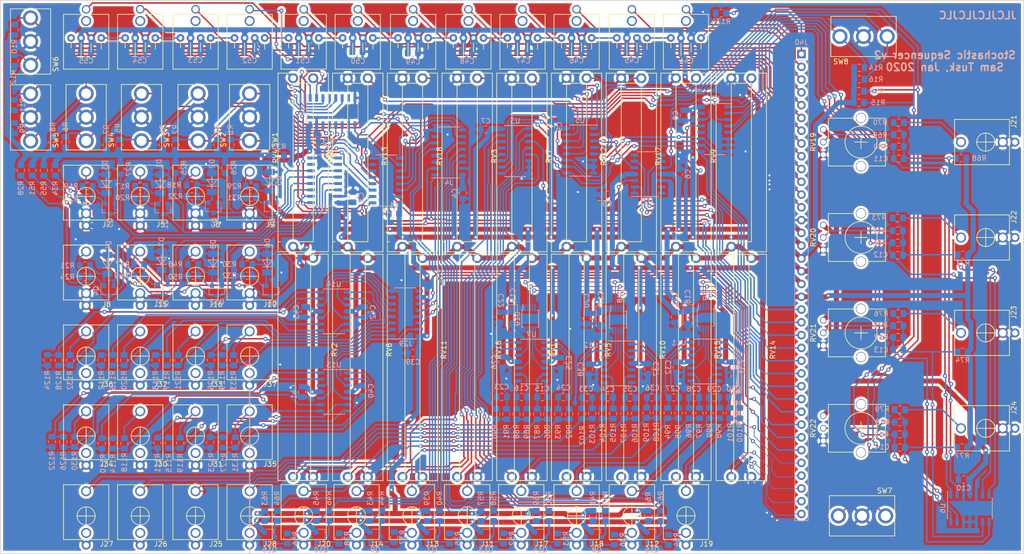
<source format=kicad_pcb>
(kicad_pcb (version 20171130) (host pcbnew "(5.0.1)-3")
  (layers (0 F.Cu signal) (31 B.Cu signal) (34 B.Paste user hide) (35 F.Paste user hide) (36 B.SilkS user hide) (37 F.SilkS user hide) (38 B.Mask user) (39 F.Mask user) (44 Edge.Cuts user))
  (net 0 "")
  (net 1 GND)
  (net 2 3.3V_Digital)
  (net 3 +12V)
  (net 4 -12V)
  (net 5 "Net-(C11-Pad1)")
  (net 6 "Net-(C12-Pad1)")
  (net 7 "Net-(C13-Pad1)")
  (net 8 "Net-(C14-Pad1)")
  (net 9 "Net-(C15-Pad2)")
  (net 10 "Net-(C15-Pad1)")
  (net 11 "Net-(C16-Pad1)")
  (net 12 "Net-(C16-Pad2)")
  (net 13 "Net-(C23-Pad2)")
  (net 14 "Net-(C23-Pad1)")
  (net 15 "Net-(C24-Pad1)")
  (net 16 "Net-(C24-Pad2)")
  (net 17 "Net-(C27-Pad2)")
  (net 18 "Net-(C27-Pad1)")
  (net 19 "Net-(C28-Pad1)")
  (net 20 "Net-(C28-Pad2)")
  (net 21 "Net-(C29-Pad2)")
  (net 22 "Net-(C29-Pad1)")
  (net 23 "Net-(C30-Pad1)")
  (net 24 "Net-(C30-Pad2)")
  (net 25 "Net-(C33-Pad2)")
  (net 26 "Net-(C33-Pad1)")
  (net 27 "Net-(C34-Pad1)")
  (net 28 "Net-(C34-Pad2)")
  (net 29 "Net-(C35-Pad2)")
  (net 30 "Net-(C35-Pad1)")
  (net 31 "Net-(C36-Pad1)")
  (net 32 "Net-(C36-Pad2)")
  (net 33 +5V)
  (net 34 3.3V_Analogue)
  (net 35 -5V)
  (net 36 Din_latchPin)
  (net 37 "Net-(J1-Pad9)")
  (net 38 Din_CLKpin)
  (net 39 Din_SERpin)
  (net 40 "Net-(J3-Pad10)")
  (net 41 ClockInA)
  (net 42 CycleInA)
  (net 43 ClockInB)
  (net 44 CycleInB)
  (net 45 ClockInC)
  (net 46 CycleInC)
  (net 47 ClockInALL)
  (net 48 CycleInALL)
  (net 49 NormalizationProbe4)
  (net 50 NormalizationProbe7)
  (net 51 NormalizationProbe3)
  (net 52 NormalizationProbe2)
  (net 53 NormalizationProbe6)
  (net 54 NormalizationProbe1)
  (net 55 NormalizationProbe5)
  (net 56 "/DigitalInputs and Normalization Probes/ClockInA_Jack")
  (net 57 "/DigitalInputs and Normalization Probes/ClockInB_Jack")
  (net 58 "/DigitalInputs and Normalization Probes/ClockInALL_Jack")
  (net 59 "/DigitalInputs and Normalization Probes/CycleInALL_Jack")
  (net 60 "/DigitalInputs and Normalization Probes/ClockInC_Jack")
  (net 61 "/DigitalInputs and Normalization Probes/CycleInC_Jack")
  (net 62 DAQout4)
  (net 63 "Net-(J11-Pad2)")
  (net 64 DAQout7)
  (net 65 "Net-(J12-Pad2)")
  (net 66 "Net-(J13-Pad2)")
  (net 67 DAQout3)
  (net 68 "Net-(J14-Pad2)")
  (net 69 DAQout2)
  (net 70 "/DigitalInputs and Normalization Probes/CycleInA_Jack")
  (net 71 "/DigitalInputs and Normalization Probes/CycleInB_Jack")
  (net 72 "Net-(J17-Pad2)")
  (net 73 DAQout5)
  (net 74 DAQout6)
  (net 75 "Net-(J18-Pad2)")
  (net 76 "Net-(J19-Pad2)")
  (net 77 DAQout8)
  (net 78 "Net-(J20-Pad2)")
  (net 79 DAQout1)
  (net 80 "/Analog Inputs/CVin1")
  (net 81 "/CV and Accent outputs/AccentOutB_Jack")
  (net 82 "/CV and Accent outputs/AccentOutA_Jack")
  (net 83 "/CV and Accent outputs/AccentOutALL_Jack")
  (net 84 "/CV and Accent outputs/AccentOutC_Jack")
  (net 85 "/Digital Outputs/TrigOutB")
  (net 86 "/Digital Outputs/TrigOutC")
  (net 87 "/Digital Outputs/TrigOutALL")
  (net 88 "/Digital Outputs/CycleOutA")
  (net 89 "/Digital Outputs/CycleOutB")
  (net 90 "/Digital Outputs/CycleOutC")
  (net 91 "/Digital Outputs/CycleOutALL")
  (net 92 Dout_CLKpin)
  (net 93 Dout_LATCHpin)
  (net 94 Dout_SERpin)
  (net 95 "/Digital Outputs/TrigOutA")
  (net 96 "/Digital Outputs/TrigOutAJack")
  (net 97 "/Digital Outputs/TrigOutBJack")
  (net 98 "/Digital Outputs/CycleOutAJack")
  (net 99 "/Digital Outputs/CycleOutBJack")
  (net 100 "/Digital Outputs/TrigOutALLJack")
  (net 101 "/Digital Outputs/TrigOutCJack")
  (net 102 "/Digital Outputs/CycleOutALLJack")
  (net 103 "/Digital Outputs/CycleOutCJack")
  (net 104 "Net-(D1-Pad1)")
  (net 105 "Net-(D2-Pad1)")
  (net 106 "Net-(D3-Pad1)")
  (net 107 "Net-(D4-Pad1)")
  (net 108 "Net-(D5-Pad1)")
  (net 109 "Net-(D6-Pad1)")
  (net 110 "Net-(Q7-Pad3)")
  (net 111 "Net-(Q7-Pad1)")
  (net 112 "Net-(Q8-Pad1)")
  (net 113 "Net-(Q8-Pad3)")
  (net 114 "Net-(Q9-Pad1)")
  (net 115 "Net-(Q9-Pad3)")
  (net 116 "Net-(Q10-Pad1)")
  (net 117 "Net-(Q10-Pad3)")
  (net 118 "Net-(D7-Pad1)")
  (net 119 "Net-(D8-Pad1)")
  (net 120 "Net-(Q13-Pad3)")
  (net 121 "Net-(Q13-Pad1)")
  (net 122 "Net-(Q14-Pad3)")
  (net 123 "Net-(Q14-Pad1)")
  (net 124 "Net-(Q15-Pad1)")
  (net 125 "Net-(Q15-Pad3)")
  (net 126 "Net-(Q16-Pad3)")
  (net 127 "Net-(Q16-Pad1)")
  (net 128 NormalizationProbe8)
  (net 129 DAC_B_LDACpin)
  (net 130 DAC_SCLpin)
  (net 131 "Net-(R110-Pad2)")
  (net 132 "Net-(R111-Pad2)")
  (net 133 "Net-(R112-Pad2)")
  (net 134 "Net-(R113-Pad2)")
  (net 135 "Net-(R114-Pad2)")
  (net 136 "Net-(R115-Pad2)")
  (net 137 "Net-(R116-Pad2)")
  (net 138 "Net-(R117-Pad2)")
  (net 139 "Net-(R122-Pad2)")
  (net 140 "Net-(R123-Pad2)")
  (net 141 "Net-(R124-Pad2)")
  (net 142 "Net-(R125-Pad2)")
  (net 143 "Net-(R126-Pad2)")
  (net 144 "Net-(R127-Pad2)")
  (net 145 "Net-(R128-Pad2)")
  (net 146 "Net-(R129-Pad2)")
  (net 147 "Net-(R134-Pad1)")
  (net 148 WS2812_serial)
  (net 149 "/Analog Inputs/CVslider5")
  (net 150 "/Analog Inputs/CVslider1")
  (net 151 "/Analog Inputs/Pslider5")
  (net 152 "/Analog Inputs/Pslider1")
  (net 153 "/Analog Inputs/CVslider6")
  (net 154 "/Analog Inputs/CVslider2")
  (net 155 "/Analog Inputs/Pslider6")
  (net 156 "/Analog Inputs/Pslider2")
  (net 157 "/Analog Inputs/Pslider0")
  (net 158 "/Analog Inputs/CVslider7")
  (net 159 "/Analog Inputs/CVslider3")
  (net 160 "/Analog Inputs/Pslider7")
  (net 161 "/Analog Inputs/Pslider3")
  (net 162 "/Analog Inputs/CVslider0")
  (net 163 "/Analog Inputs/CVslider8")
  (net 164 "/Analog Inputs/CVslider4")
  (net 165 "/Analog Inputs/Pslider8")
  (net 166 "/Analog Inputs/Pslider4")
  (net 167 DAC_A_LDACpin)
  (net 168 DAC_SDApin)
  (net 169 DAC_C_LDACpin)
  (net 170 AreadMuxControlPin3)
  (net 171 AreadMuxControlPin2)
  (net 172 AreadMuxControlPin1)
  (net 173 "Net-(U2-Pad13)")
  (net 174 "Net-(U2-Pad10)")
  (net 175 "Net-(U2-Pad5)")
  (net 176 "Net-(U2-Pad3)")
  (net 177 "/CV and Accent outputs/DAQ8")
  (net 178 "/CV and Accent outputs/AccentOutALL")
  (net 179 "/CV and Accent outputs/AccentOutB")
  (net 180 "/CV and Accent outputs/AccentOutA")
  (net 181 "/CV and Accent outputs/DAQ1")
  (net 182 "/CV and Accent outputs/DAQ2")
  (net 183 "/CV and Accent outputs/DAQ3")
  (net 184 "/CV and Accent outputs/DAQ4")
  (net 185 "/CV and Accent outputs/DAQ5")
  (net 186 "/CV and Accent outputs/DAQ6")
  (net 187 "/CV and Accent outputs/DAQ7")
  (net 188 "/CV and Accent outputs/AccentOutC")
  (net 189 "/Analog Inputs/CVin2")
  (net 190 "/Analog Inputs/CVin3")
  (net 191 "/Analog Inputs/CVin4")
  (net 192 "/Analog Inputs/Control1")
  (net 193 "/Analog Inputs/Control2")
  (net 194 "/Analog Inputs/Control3")
  (net 195 "/Analog Inputs/Control4")
  (net 196 Touch0)
  (net 197 Touch6)
  (net 198 Touch5)
  (net 199 Touch4)
  (net 200 Touch3)
  (net 201 Touch2)
  (net 202 Touch1)
  (net 203 Touch7)
  (net 204 Touch8)
  (net 205 Touch9)
  (net 206 Touch10)
  (net 207 Touch11)
  (net 208 "Net-(U16-Pad3)")
  (net 209 "Net-(U18-Pad3)")
  (net 210 "Net-(U19-Pad3)")
  (net 211 "Net-(U20-Pad3)")
  (net 212 "Net-(U21-Pad3)")
  (net 213 "Net-(U22-Pad3)")
  (net 214 "Net-(U23-Pad3)")
  (net 215 "Net-(U24-Pad3)")
  (net 216 "Net-(U25-Pad3)")
  (net 217 "Net-(U26-Pad3)")
  (net 218 "Net-(U27-Pad3)")
  (net 219 "/DigitalInputs and Normalization Probes/S4")
  (net 220 "/DigitalInputs and Normalization Probes/S3")
  (net 221 "/DigitalInputs and Normalization Probes/S2")
  (net 222 "/DigitalInputs and Normalization Probes/S1")
  (net 223 "/DigitalInputs and Normalization Probes/S8")
  (net 224 "/DigitalInputs and Normalization Probes/S7")
  (net 225 "/DigitalInputs and Normalization Probes/S6")
  (net 226 "/DigitalInputs and Normalization Probes/S5")
  (net 227 "/DigitalInputs and Normalization Probes/S12")
  (net 228 "/DigitalInputs and Normalization Probes/S11")
  (net 229 "/DigitalInputs and Normalization Probes/S10")
  (net 230 "/DigitalInputs and Normalization Probes/S9")
  (net 231 "/DigitalInputs and Normalization Probes/D16")
  (net 232 "/DigitalInputs and Normalization Probes/S15")
  (net 233 "/DigitalInputs and Normalization Probes/S14")
  (net 234 "/DigitalInputs and Normalization Probes/S13")
  (net 235 CVin1buf)
  (net 236 CVin2buf)
  (net 237 CVin3buf)
  (net 238 CVin4buf)
  (net 239 AreadCon1)
  (net 240 AreadCon3)
  (net 241 AreadCon2)
  (net 242 "Net-(J1-Pad10)")
  (module Package_TO_SOT_SMD:SOT-23 (layer B.Cu) (at 86.5 58.75 270)
    (fp_text reference Q2 (at 3 -0.25 270) (layer B.SilkS) (effects (justify mirror)))
    (fp_text value BC847)
    (pad 3 smd rect (at 1 0 270) (size 0.9 0.8) (layers B.Cu B.Paste B.Mask) (net 43 ClockInB))
    (pad 2 smd rect (at -1 -0.95 270) (size 0.9 0.8) (layers B.Cu B.Paste B.Mask) (net 1 GND))
    (pad 1 smd rect (at -1 0.95 270) (size 0.9 0.8) (layers B.Cu B.Paste B.Mask) (net 105 "Net-(D2-Pad1)"))
  )
  (module "Eurocad:Tayda A-1623 Slide Pot_20mm" (layer F.Cu) (at 191.5 50 270)
    (fp_text reference RV9 (at -1.5 5.5 270) (layer F.SilkS))
    (fp_text value "100k lin")
    (pad 3 thru_hole circle (at 16.5 2 270) (size 2 2) (drill 1.2) (layers *.Cu *.Mask) (net 34 3.3V_Analogue))
    (pad 2 thru_hole circle (at -17 -2 270) (size 2 2) (drill 1.2) (layers *.Cu *.Mask) (net 157 "/Analog Inputs/Pslider0"))
    (pad 1 thru_hole circle (at -17 2 270) (size 2 2) (drill 1.2) (layers *.Cu *.Mask) (net 1 GND))
  )
  (module "Eurocad:Tayda A-1623 Slide Pot_20mm" (layer F.Cu) (at 169.625 50 270)
    (fp_text reference RV12 (at -1.5 5.5 270) (layer F.SilkS))
    (fp_text value "100k lin")
    (pad 3 thru_hole circle (at 16.5 2 270) (size 2 2) (drill 1.2) (layers *.Cu *.Mask) (net 34 3.3V_Analogue))
    (pad 2 thru_hole circle (at -17 -2 270) (size 2 2) (drill 1.2) (layers *.Cu *.Mask) (net 160 "/Analog Inputs/Pslider7"))
    (pad 1 thru_hole circle (at -17 2 270) (size 2 2) (drill 1.2) (layers *.Cu *.Mask) (net 1 GND))
  )
  (module "Eurocad:Tayda A-1623 Slide Pot_20mm" (layer F.Cu) (at 126.125 50 270)
    (fp_text reference RV13 (at -1.5 5.5 270) (layer F.SilkS))
    (fp_text value "100k lin")
    (pad 3 thru_hole circle (at 16.5 2 270) (size 2 2) (drill 1.2) (layers *.Cu *.Mask) (net 34 3.3V_Analogue))
    (pad 2 thru_hole circle (at -17 -2 270) (size 2 2) (drill 1.2) (layers *.Cu *.Mask) (net 161 "/Analog Inputs/Pslider3"))
    (pad 1 thru_hole circle (at -17 2 270) (size 2 2) (drill 1.2) (layers *.Cu *.Mask) (net 1 GND))
  )
  (module "Eurocad:Tayda A-1623 Slide Pot_20mm" (layer F.Cu) (at 137 50 270)
    (fp_text reference RV18 (at -1.5 5.5 270) (layer F.SilkS))
    (fp_text value "100k lin")
    (pad 3 thru_hole circle (at 16.5 2 270) (size 2 2) (drill 1.2) (layers *.Cu *.Mask) (net 34 3.3V_Analogue))
    (pad 2 thru_hole circle (at -17 -2 270) (size 2 2) (drill 1.2) (layers *.Cu *.Mask) (net 166 "/Analog Inputs/Pslider4"))
    (pad 1 thru_hole circle (at -17 2 270) (size 2 2) (drill 1.2) (layers *.Cu *.Mask) (net 1 GND))
  )
  (module "Eurocad:Tayda A-1629 Slide Pot_30mm" (layer F.Cu) (at 104.625 90.75 90)
    (fp_text reference RV2 (at 3.75 6 90) (layer F.SilkS))
    (fp_text value "100k lin")
    (pad 3 thru_hole circle (at 22 1.75 90) (size 2 2) (drill 1.2) (layers *.Cu *.Mask) (net 34 3.3V_Analogue))
    (pad 2 thru_hole circle (at -21.5 -2.25 90) (size 2 2) (drill 1.2) (layers *.Cu *.Mask) (net 150 "/Analog Inputs/CVslider1"))
    (pad 1 thru_hole circle (at -21.5 1.75 90) (size 2 2) (drill 1.2) (layers *.Cu *.Mask) (net 1 GND))
  )
  (module Eurocad:PJ301M-12_Compact (layer F.Cu) (at 72 88.25)
    (fp_text reference J32 (at 4.064 5.588) (layer F.SilkS))
    (fp_text value PJ301M-12)
    (pad 3 thru_hole circle (at 0 -4.92) (size 2 2) (drill 1.4) (layers *.Cu *.Mask) (net 98 "/Digital Outputs/CycleOutAJack"))
    (pad 1 thru_hole circle (at 0 5.8) (size 1.8 1.8) (drill 1.1) (layers *.Cu *.Mask) (net 1 GND))
    (pad 2 thru_hole circle (at 0 3.38) (size 2 2) (drill 1.4) (layers *.Cu *.Mask))
  )
  (module Eurocad:PJ301M-12_Compact (layer F.Cu) (at 93.75 88.25)
    (fp_text reference J37 (at 4.064 5.588) (layer F.SilkS))
    (fp_text value PJ301M-12)
    (pad 3 thru_hole circle (at 0 -4.92) (size 2 2) (drill 1.4) (layers *.Cu *.Mask) (net 103 "/Digital Outputs/CycleOutCJack"))
    (pad 1 thru_hole circle (at 0 5.8) (size 1.8 1.8) (drill 1.1) (layers *.Cu *.Mask) (net 1 GND))
    (pad 2 thru_hole circle (at 0 3.38) (size 2 2) (drill 1.4) (layers *.Cu *.Mask))
  )
  (module Eurocad:LedTouchJack (layer F.Cu) (at 180.5 25 180)
    (fp_text reference U28 hide)
    (fp_text value LedTouchJack)
    (pad 2 thru_hole circle (at 0 3.38 180) (size 2 2) (drill 1.4) (layers *.Cu *.Mask))
    (pad 1 thru_hole circle (at 0 5.7 180) (size 1.7 1.7) (drill 1.2) (layers *.Cu *.Mask) (net 207 Touch11))
    (pad 6 thru_hole circle (at 3 0 180) (size 1.524 1.524) (drill 0.762) (layers *.Cu *.Mask) (net 218 "Net-(U27-Pad3)"))
    (pad 3 thru_hole circle (at -3 0 180) (size 1.524 1.524) (drill 0.762) (layers *.Cu *.Mask) (net 147 "Net-(R134-Pad1)"))
    (pad 5 thru_hole circle (at 1 0 180) (size 1.524 1.524) (drill 0.762) (layers *.Cu *.Mask) (net 33 +5V))
    (pad 4 thru_hole circle (at -1 0 180) (size 1.524 1.524) (drill 0.762) (layers *.Cu *.Mask) (net 1 GND))
  )
  (module Eurocad:LedTouchJack (layer F.Cu) (at 61.25 25 180)
    (fp_text reference U16 hide)
    (fp_text value LedTouchJack)
    (pad 2 thru_hole circle (at 0 3.38 180) (size 2 2) (drill 1.4) (layers *.Cu *.Mask))
    (pad 1 thru_hole circle (at 0 5.7 180) (size 1.7 1.7) (drill 1.2) (layers *.Cu *.Mask) (net 196 Touch0))
    (pad 6 thru_hole circle (at 3 0 180) (size 1.524 1.524) (drill 0.762) (layers *.Cu *.Mask))
    (pad 3 thru_hole circle (at -3 0 180) (size 1.524 1.524) (drill 0.762) (layers *.Cu *.Mask) (net 208 "Net-(U16-Pad3)"))
    (pad 5 thru_hole circle (at 1 0 180) (size 1.524 1.524) (drill 0.762) (layers *.Cu *.Mask) (net 33 +5V))
    (pad 4 thru_hole circle (at -1 0 180) (size 1.524 1.524) (drill 0.762) (layers *.Cu *.Mask) (net 1 GND))
  )
  (module Eurocad:LedTouchJack (layer F.Cu) (at 72 25 180)
    (fp_text reference U18 hide)
    (fp_text value LedTouchJack)
    (pad 2 thru_hole circle (at 0 3.38 180) (size 2 2) (drill 1.4) (layers *.Cu *.Mask))
    (pad 1 thru_hole circle (at 0 5.7 180) (size 1.7 1.7) (drill 1.2) (layers *.Cu *.Mask) (net 202 Touch1))
    (pad 6 thru_hole circle (at 3 0 180) (size 1.524 1.524) (drill 0.762) (layers *.Cu *.Mask) (net 208 "Net-(U16-Pad3)"))
    (pad 3 thru_hole circle (at -3 0 180) (size 1.524 1.524) (drill 0.762) (layers *.Cu *.Mask) (net 209 "Net-(U18-Pad3)"))
    (pad 5 thru_hole circle (at 1 0 180) (size 1.524 1.524) (drill 0.762) (layers *.Cu *.Mask) (net 33 +5V))
    (pad 4 thru_hole circle (at -1 0 180) (size 1.524 1.524) (drill 0.762) (layers *.Cu *.Mask) (net 1 GND))
  )
  (module Eurocad:LedTouchJack (layer F.Cu) (at 83 25 180)
    (fp_text reference U19 hide)
    (fp_text value LedTouchJack)
    (pad 2 thru_hole circle (at 0 3.38 180) (size 2 2) (drill 1.4) (layers *.Cu *.Mask))
    (pad 1 thru_hole circle (at 0 5.7 180) (size 1.7 1.7) (drill 1.2) (layers *.Cu *.Mask) (net 201 Touch2))
    (pad 6 thru_hole circle (at 3 0 180) (size 1.524 1.524) (drill 0.762) (layers *.Cu *.Mask) (net 209 "Net-(U18-Pad3)"))
    (pad 3 thru_hole circle (at -3 0 180) (size 1.524 1.524) (drill 0.762) (layers *.Cu *.Mask) (net 210 "Net-(U19-Pad3)"))
    (pad 5 thru_hole circle (at 1 0 180) (size 1.524 1.524) (drill 0.762) (layers *.Cu *.Mask) (net 33 +5V))
    (pad 4 thru_hole circle (at -1 0 180) (size 1.524 1.524) (drill 0.762) (layers *.Cu *.Mask) (net 1 GND))
  )
  (module Eurocad:LedTouchJack (layer F.Cu) (at 93.75 25 180)
    (fp_text reference U20 hide)
    (fp_text value LedTouchJack)
    (pad 2 thru_hole circle (at 0 3.38 180) (size 2 2) (drill 1.4) (layers *.Cu *.Mask))
    (pad 1 thru_hole circle (at 0 5.7 180) (size 1.7 1.7) (drill 1.2) (layers *.Cu *.Mask) (net 200 Touch3))
    (pad 6 thru_hole circle (at 3 0 180) (size 1.524 1.524) (drill 0.762) (layers *.Cu *.Mask) (net 210 "Net-(U19-Pad3)"))
    (pad 3 thru_hole circle (at -3 0 180) (size 1.524 1.524) (drill 0.762) (layers *.Cu *.Mask) (net 211 "Net-(U20-Pad3)"))
    (pad 5 thru_hole circle (at 1 0 180) (size 1.524 1.524) (drill 0.762) (layers *.Cu *.Mask) (net 33 +5V))
    (pad 4 thru_hole circle (at -1 0 180) (size 1.524 1.524) (drill 0.762) (layers *.Cu *.Mask) (net 1 GND))
  )
  (module Eurocad:LedTouchJack (layer F.Cu) (at 104.5 25 180)
    (fp_text reference U21 hide)
    (fp_text value LedTouchJack)
    (pad 2 thru_hole circle (at 0 3.38 180) (size 2 2) (drill 1.4) (layers *.Cu *.Mask))
    (pad 1 thru_hole circle (at 0 5.7 180) (size 1.7 1.7) (drill 1.2) (layers *.Cu *.Mask) (net 199 Touch4))
    (pad 6 thru_hole circle (at 3 0 180) (size 1.524 1.524) (drill 0.762) (layers *.Cu *.Mask) (net 211 "Net-(U20-Pad3)"))
    (pad 3 thru_hole circle (at -3 0 180) (size 1.524 1.524) (drill 0.762) (layers *.Cu *.Mask) (net 212 "Net-(U21-Pad3)"))
    (pad 5 thru_hole circle (at 1 0 180) (size 1.524 1.524) (drill 0.762) (layers *.Cu *.Mask) (net 33 +5V))
    (pad 4 thru_hole circle (at -1 0 180) (size 1.524 1.524) (drill 0.762) (layers *.Cu *.Mask) (net 1 GND))
  )
  (module Eurocad:LedTouchJack (layer F.Cu) (at 115.25 25 180)
    (fp_text reference U22 hide)
    (fp_text value LedTouchJack)
    (pad 2 thru_hole circle (at 0 3.38 180) (size 2 2) (drill 1.4) (layers *.Cu *.Mask))
    (pad 1 thru_hole circle (at 0 5.7 180) (size 1.7 1.7) (drill 1.2) (layers *.Cu *.Mask) (net 198 Touch5))
    (pad 6 thru_hole circle (at 3 0 180) (size 1.524 1.524) (drill 0.762) (layers *.Cu *.Mask) (net 212 "Net-(U21-Pad3)"))
    (pad 3 thru_hole circle (at -3 0 180) (size 1.524 1.524) (drill 0.762) (layers *.Cu *.Mask) (net 213 "Net-(U22-Pad3)"))
    (pad 5 thru_hole circle (at 1 0 180) (size 1.524 1.524) (drill 0.762) (layers *.Cu *.Mask) (net 33 +5V))
    (pad 4 thru_hole circle (at -1 0 180) (size 1.524 1.524) (drill 0.762) (layers *.Cu *.Mask) (net 1 GND))
  )
  (module Eurocad:LedTouchJack (layer F.Cu) (at 126.25 25 180)
    (fp_text reference U23 hide)
    (fp_text value LedTouchJack)
    (pad 2 thru_hole circle (at 0 3.38 180) (size 2 2) (drill 1.4) (layers *.Cu *.Mask))
    (pad 1 thru_hole circle (at 0 5.7 180) (size 1.7 1.7) (drill 1.2) (layers *.Cu *.Mask) (net 197 Touch6))
    (pad 6 thru_hole circle (at 3 0 180) (size 1.524 1.524) (drill 0.762) (layers *.Cu *.Mask) (net 213 "Net-(U22-Pad3)"))
    (pad 3 thru_hole circle (at -3 0 180) (size 1.524 1.524) (drill 0.762) (layers *.Cu *.Mask) (net 214 "Net-(U23-Pad3)"))
    (pad 5 thru_hole circle (at 1 0 180) (size 1.524 1.524) (drill 0.762) (layers *.Cu *.Mask) (net 33 +5V))
    (pad 4 thru_hole circle (at -1 0 180) (size 1.524 1.524) (drill 0.762) (layers *.Cu *.Mask) (net 1 GND))
  )
  (module Eurocad:LedTouchJack (layer F.Cu) (at 137.25 25 180)
    (fp_text reference U24 hide)
    (fp_text value LedTouchJack)
    (pad 2 thru_hole circle (at 0 3.38 180) (size 2 2) (drill 1.4) (layers *.Cu *.Mask))
    (pad 1 thru_hole circle (at 0 5.7 180) (size 1.7 1.7) (drill 1.2) (layers *.Cu *.Mask) (net 203 Touch7))
    (pad 6 thru_hole circle (at 3 0 180) (size 1.524 1.524) (drill 0.762) (layers *.Cu *.Mask) (net 214 "Net-(U23-Pad3)"))
    (pad 3 thru_hole circle (at -3 0 180) (size 1.524 1.524) (drill 0.762) (layers *.Cu *.Mask) (net 215 "Net-(U24-Pad3)"))
    (pad 5 thru_hole circle (at 1 0 180) (size 1.524 1.524) (drill 0.762) (layers *.Cu *.Mask) (net 33 +5V))
    (pad 4 thru_hole circle (at -1 0 180) (size 1.524 1.524) (drill 0.762) (layers *.Cu *.Mask) (net 1 GND))
  )
  (module Eurocad:LedTouchJack (layer F.Cu) (at 148 25 180)
    (fp_text reference U25 hide)
    (fp_text value LedTouchJack)
    (pad 2 thru_hole circle (at 0 3.38 180) (size 2 2) (drill 1.4) (layers *.Cu *.Mask))
    (pad 1 thru_hole circle (at 0 5.7 180) (size 1.7 1.7) (drill 1.2) (layers *.Cu *.Mask) (net 204 Touch8))
    (pad 6 thru_hole circle (at 3 0 180) (size 1.524 1.524) (drill 0.762) (layers *.Cu *.Mask) (net 215 "Net-(U24-Pad3)"))
    (pad 3 thru_hole circle (at -3 0 180) (size 1.524 1.524) (drill 0.762) (layers *.Cu *.Mask) (net 216 "Net-(U25-Pad3)"))
    (pad 5 thru_hole circle (at 1 0 180) (size 1.524 1.524) (drill 0.762) (layers *.Cu *.Mask) (net 33 +5V))
    (pad 4 thru_hole circle (at -1 0 180) (size 1.524 1.524) (drill 0.762) (layers *.Cu *.Mask) (net 1 GND))
  )
  (module Eurocad:LedTouchJack (layer F.Cu) (at 158.75 25 180)
    (fp_text reference U26 hide)
    (fp_text value LedTouchJack)
    (pad 2 thru_hole circle (at 0 3.38 180) (size 2 2) (drill 1.4) (layers *.Cu *.Mask))
    (pad 1 thru_hole circle (at 0 5.7 180) (size 1.7 1.7) (drill 1.2) (layers *.Cu *.Mask) (net 205 Touch9))
    (pad 6 thru_hole circle (at 3 0 180) (size 1.524 1.524) (drill 0.762) (layers *.Cu *.Mask) (net 216 "Net-(U25-Pad3)"))
    (pad 3 thru_hole circle (at -3 0 180) (size 1.524 1.524) (drill 0.762) (layers *.Cu *.Mask) (net 217 "Net-(U26-Pad3)"))
    (pad 5 thru_hole circle (at 1 0 180) (size 1.524 1.524) (drill 0.762) (layers *.Cu *.Mask) (net 33 +5V))
    (pad 4 thru_hole circle (at -1 0 180) (size 1.524 1.524) (drill 0.762) (layers *.Cu *.Mask) (net 1 GND))
  )
  (module Eurocad:LedTouchJack (layer F.Cu) (at 169.75 25 180)
    (fp_text reference U27 hide)
    (fp_text value LedTouchJack)
    (pad 2 thru_hole circle (at 0 3.38 180) (size 2 2) (drill 1.4) (layers *.Cu *.Mask))
    (pad 1 thru_hole circle (at 0 5.7 180) (size 1.7 1.7) (drill 1.2) (layers *.Cu *.Mask) (net 206 Touch10))
    (pad 6 thru_hole circle (at 3 0 180) (size 1.524 1.524) (drill 0.762) (layers *.Cu *.Mask) (net 217 "Net-(U26-Pad3)"))
    (pad 3 thru_hole circle (at -3 0 180) (size 1.524 1.524) (drill 0.762) (layers *.Cu *.Mask) (net 218 "Net-(U27-Pad3)"))
    (pad 5 thru_hole circle (at 1 0 180) (size 1.524 1.524) (drill 0.762) (layers *.Cu *.Mask) (net 33 +5V))
    (pad 4 thru_hole circle (at -1 0 180) (size 1.524 1.524) (drill 0.762) (layers *.Cu *.Mask) (net 1 GND))
  )
  (module Connector_PinHeader_2.54mm:PinHeader_1x37_P2.54mm_Vertical (layer B.Cu) (at 203.454 28.194 180)
    (fp_text reference J40 (at 0 2.33 180) (layer B.SilkS) (effects (justify mirror)))
    (fp_text value Conn_01x37_Male)
    (pad 1 thru_hole rect (at 0 0 180) (size 1.7 1.7) (drill 1) (layers *.Cu *.Mask) (net 148 WS2812_serial))
    (pad 2 thru_hole oval (at 0 -2.54 180) (size 1.7 1.7) (drill 1) (layers *.Cu *.Mask) (net 207 Touch11))
    (pad 3 thru_hole oval (at 0 -5.08 180) (size 1.7 1.7) (drill 1) (layers *.Cu *.Mask) (net 206 Touch10))
    (pad 4 thru_hole oval (at 0 -7.62 180) (size 1.7 1.7) (drill 1) (layers *.Cu *.Mask) (net 205 Touch9))
    (pad 5 thru_hole oval (at 0 -10.16 180) (size 1.7 1.7) (drill 1) (layers *.Cu *.Mask) (net 204 Touch8))
    (pad 6 thru_hole oval (at 0 -12.7 180) (size 1.7 1.7) (drill 1) (layers *.Cu *.Mask) (net 203 Touch7))
    (pad 7 thru_hole oval (at 0 -15.24 180) (size 1.7 1.7) (drill 1) (layers *.Cu *.Mask) (net 197 Touch6))
    (pad 8 thru_hole oval (at 0 -17.78 180) (size 1.7 1.7) (drill 1) (layers *.Cu *.Mask) (net 198 Touch5))
    (pad 9 thru_hole oval (at 0 -20.32 180) (size 1.7 1.7) (drill 1) (layers *.Cu *.Mask) (net 199 Touch4))
    (pad 10 thru_hole oval (at 0 -22.86 180) (size 1.7 1.7) (drill 1) (layers *.Cu *.Mask) (net 200 Touch3))
    (pad 11 thru_hole oval (at 0 -25.4 180) (size 1.7 1.7) (drill 1) (layers *.Cu *.Mask) (net 201 Touch2))
    (pad 12 thru_hole oval (at 0 -27.94 180) (size 1.7 1.7) (drill 1) (layers *.Cu *.Mask) (net 202 Touch1))
    (pad 13 thru_hole oval (at 0 -30.48 180) (size 1.7 1.7) (drill 1) (layers *.Cu *.Mask) (net 196 Touch0))
    (pad 14 thru_hole oval (at 0 -33.02 180) (size 1.7 1.7) (drill 1) (layers *.Cu *.Mask) (net 1 GND))
    (pad 15 thru_hole oval (at 0 -35.56 180) (size 1.7 1.7) (drill 1) (layers *.Cu *.Mask) (net 33 +5V))
    (pad 16 thru_hole oval (at 0 -38.1 180) (size 1.7 1.7) (drill 1) (layers *.Cu *.Mask) (net 4 -12V))
    (pad 17 thru_hole oval (at 0 -40.64 180) (size 1.7 1.7) (drill 1) (layers *.Cu *.Mask) (net 2 3.3V_Digital))
    (pad 18 thru_hole oval (at 0 -43.18 180) (size 1.7 1.7) (drill 1) (layers *.Cu *.Mask) (net 34 3.3V_Analogue))
    (pad 19 thru_hole oval (at 0 -45.72 180) (size 1.7 1.7) (drill 1) (layers *.Cu *.Mask) (net 3 +12V))
    (pad 20 thru_hole oval (at 0 -48.26 180) (size 1.7 1.7) (drill 1) (layers *.Cu *.Mask) (net 35 -5V))
    (pad 21 thru_hole oval (at 0 -50.8 180) (size 1.7 1.7) (drill 1) (layers *.Cu *.Mask) (net 172 AreadMuxControlPin1))
    (pad 22 thru_hole oval (at 0 -53.34 180) (size 1.7 1.7) (drill 1) (layers *.Cu *.Mask) (net 171 AreadMuxControlPin2))
    (pad 23 thru_hole oval (at 0 -55.88 180) (size 1.7 1.7) (drill 1) (layers *.Cu *.Mask) (net 170 AreadMuxControlPin3))
    (pad 24 thru_hole oval (at 0 -58.42 180) (size 1.7 1.7) (drill 1) (layers *.Cu *.Mask) (net 39 Din_SERpin))
    (pad 25 thru_hole oval (at 0 -60.96 180) (size 1.7 1.7) (drill 1) (layers *.Cu *.Mask) (net 240 AreadCon3))
    (pad 26 thru_hole oval (at 0 -63.5 180) (size 1.7 1.7) (drill 1) (layers *.Cu *.Mask) (net 241 AreadCon2))
    (pad 27 thru_hole oval (at 0 -66.04 180) (size 1.7 1.7) (drill 1) (layers *.Cu *.Mask) (net 239 AreadCon1))
    (pad 28 thru_hole oval (at 0 -68.58 180) (size 1.7 1.7) (drill 1) (layers *.Cu *.Mask) (net 36 Din_latchPin))
    (pad 29 thru_hole oval (at 0 -71.12 180) (size 1.7 1.7) (drill 1) (layers *.Cu *.Mask) (net 38 Din_CLKpin))
    (pad 30 thru_hole oval (at 0 -73.66 180) (size 1.7 1.7) (drill 1) (layers *.Cu *.Mask) (net 92 Dout_CLKpin))
    (pad 31 thru_hole oval (at 0 -76.2 180) (size 1.7 1.7) (drill 1) (layers *.Cu *.Mask) (net 93 Dout_LATCHpin))
    (pad 32 thru_hole oval (at 0 -78.74 180) (size 1.7 1.7) (drill 1) (layers *.Cu *.Mask) (net 94 Dout_SERpin))
    (pad 33 thru_hole oval (at 0 -81.28 180) (size 1.7 1.7) (drill 1) (layers *.Cu *.Mask) (net 130 DAC_SCLpin))
    (pad 34 thru_hole oval (at 0 -83.82 180) (size 1.7 1.7) (drill 1) (layers *.Cu *.Mask) (net 168 DAC_SDApin))
    (pad 35 thru_hole oval (at 0 -86.36 180) (size 1.7 1.7) (drill 1) (layers *.Cu *.Mask) (net 169 DAC_C_LDACpin))
    (pad 36 thru_hole oval (at 0 -88.9 180) (size 1.7 1.7) (drill 1) (layers *.Cu *.Mask) (net 167 DAC_A_LDACpin))
    (pad 37 thru_hole oval (at 0 -91.44 180) (size 1.7 1.7) (drill 1) (layers *.Cu *.Mask) (net 129 DAC_B_LDACpin))
  )
  (module Capacitor_SMD:C_0805_2012Metric_Pad1.15x1.40mm_HandSolder (layer B.Cu) (at 122.428 59.944 180)
    (fp_text reference C1 (at 0 1.65 180) (layer B.SilkS) (effects (justify mirror)))
    (fp_text value 100nF)
    (pad 2 smd roundrect (at 1.025 0 180) (size 1.15 1.4) (layers B.Cu B.Paste B.Mask) (roundrect_rratio 0.217391) (net 1 GND))
    (pad 1 smd roundrect (at -1.025 0 180) (size 1.15 1.4) (layers B.Cu B.Paste B.Mask) (roundrect_rratio 0.217391) (net 2 3.3V_Digital))
  )
  (module Capacitor_SMD:C_0805_2012Metric_Pad1.15x1.40mm_HandSolder (layer B.Cu) (at 106.426 45.72)
    (fp_text reference C2 (at 2.794 0) (layer B.SilkS) (effects (justify mirror)))
    (fp_text value 100nF)
    (pad 2 smd roundrect (at 1.025 0) (size 1.15 1.4) (layers B.Cu B.Paste B.Mask) (roundrect_rratio 0.217391) (net 1 GND))
    (pad 1 smd roundrect (at -1.025 0) (size 1.15 1.4) (layers B.Cu B.Paste B.Mask) (roundrect_rratio 0.217391) (net 2 3.3V_Digital))
  )
  (module Capacitor_SMD:C_0805_2012Metric_Pad1.15x1.40mm_HandSolder (layer B.Cu) (at 114.3 56.642 90)
    (fp_text reference C3 (at 0 1.65 90) (layer B.SilkS) (effects (justify mirror)))
    (fp_text value 100nF)
    (pad 2 smd roundrect (at 1.025 0 90) (size 1.15 1.4) (layers B.Cu B.Paste B.Mask) (roundrect_rratio 0.217391) (net 1 GND))
    (pad 1 smd roundrect (at -1.025 0 90) (size 1.15 1.4) (layers B.Cu B.Paste B.Mask) (roundrect_rratio 0.217391) (net 2 3.3V_Digital))
  )
  (module Capacitor_SMD:C_0805_2012Metric_Pad1.15x1.40mm_HandSolder (layer B.Cu) (at 136.144 55.88 270)
    (fp_text reference C4 (at 0 1.65 270) (layer B.SilkS) (effects (justify mirror)))
    (fp_text value 100nF)
    (pad 2 smd roundrect (at 1.025 0 270) (size 1.15 1.4) (layers B.Cu B.Paste B.Mask) (roundrect_rratio 0.217391) (net 1 GND))
    (pad 1 smd roundrect (at -1.025 0 270) (size 1.15 1.4) (layers B.Cu B.Paste B.Mask) (roundrect_rratio 0.217391) (net 2 3.3V_Digital))
  )
  (module Capacitor_SMD:C_0805_2012Metric_Pad1.15x1.40mm_HandSolder (layer B.Cu) (at 164.846 56.134)
    (fp_text reference C5 (at 0 1.778) (layer B.SilkS) (effects (justify mirror)))
    (fp_text value 100nF)
    (pad 2 smd roundrect (at 1.025 0) (size 1.15 1.4) (layers B.Cu B.Paste B.Mask) (roundrect_rratio 0.217391) (net 3 +12V))
    (pad 1 smd roundrect (at -1.025 0) (size 1.15 1.4) (layers B.Cu B.Paste B.Mask) (roundrect_rratio 0.217391) (net 1 GND))
  )
  (module Capacitor_SMD:C_0805_2012Metric_Pad1.15x1.40mm_HandSolder (layer B.Cu) (at 179.07 52.07 270)
    (fp_text reference C6 (at 0 -1.778 270) (layer B.SilkS) (effects (justify mirror)))
    (fp_text value 100nF)
    (pad 2 smd roundrect (at 1.025 0 270) (size 1.15 1.4) (layers B.Cu B.Paste B.Mask) (roundrect_rratio 0.217391) (net 4 -12V))
    (pad 1 smd roundrect (at -1.025 0 270) (size 1.15 1.4) (layers B.Cu B.Paste B.Mask) (roundrect_rratio 0.217391) (net 1 GND))
  )
  (module Capacitor_SMD:C_0805_2012Metric_Pad1.15x1.40mm_HandSolder (layer B.Cu) (at 140.707 43.18 180)
    (fp_text reference C7 (at 0 1.65 180) (layer B.SilkS) (effects (justify mirror)))
    (fp_text value 100nF)
    (pad 2 smd roundrect (at 1.025 0 180) (size 1.15 1.4) (layers B.Cu B.Paste B.Mask) (roundrect_rratio 0.217391) (net 1 GND))
    (pad 1 smd roundrect (at -1.025 0 180) (size 1.15 1.4) (layers B.Cu B.Paste B.Mask) (roundrect_rratio 0.217391) (net 2 3.3V_Digital))
  )
  (module Capacitor_SMD:C_0805_2012Metric_Pad1.15x1.40mm_HandSolder (layer B.Cu) (at 180.086 40.386 270)
    (fp_text reference C8 (at 0 1.65 270) (layer B.SilkS) (effects (justify mirror)))
    (fp_text value 100nF)
    (pad 2 smd roundrect (at 1.025 0 270) (size 1.15 1.4) (layers B.Cu B.Paste B.Mask) (roundrect_rratio 0.217391) (net 1 GND))
    (pad 1 smd roundrect (at -1.025 0 270) (size 1.15 1.4) (layers B.Cu B.Paste B.Mask) (roundrect_rratio 0.217391) (net 2 3.3V_Digital))
  )
  (module Capacitor_SMD:C_0805_2012Metric_Pad1.15x1.40mm_HandSolder (layer B.Cu) (at 153.67 42.672 90)
    (fp_text reference C9 (at 0 1.65 90) (layer B.SilkS) (effects (justify mirror)))
    (fp_text value 100nF)
    (pad 2 smd roundrect (at 1.025 0 90) (size 1.15 1.4) (layers B.Cu B.Paste B.Mask) (roundrect_rratio 0.217391) (net 1 GND))
    (pad 1 smd roundrect (at -1.025 0 90) (size 1.15 1.4) (layers B.Cu B.Paste B.Mask) (roundrect_rratio 0.217391) (net 2 3.3V_Digital))
  )
  (module Capacitor_SMD:C_0805_2012Metric_Pad1.15x1.40mm_HandSolder (layer B.Cu) (at 235.7 112.8)
    (fp_text reference C10 (at 0 1.65) (layer B.SilkS) (effects (justify mirror)))
    (fp_text value 100nF)
    (pad 2 smd roundrect (at 1.025 0) (size 1.15 1.4) (layers B.Cu B.Paste B.Mask) (roundrect_rratio 0.217391) (net 34 3.3V_Analogue))
    (pad 1 smd roundrect (at -1.025 0) (size 1.15 1.4) (layers B.Cu B.Paste B.Mask) (roundrect_rratio 0.217391) (net 1 GND))
  )
  (module Capacitor_SMD:C_0805_2012Metric_Pad1.15x1.40mm_HandSolder (layer B.Cu) (at 222.8 49 180)
    (fp_text reference C11 (at 3.6 0 180) (layer B.SilkS) (effects (justify mirror)))
    (fp_text value 1nF)
    (pad 2 smd roundrect (at 1.025 0 180) (size 1.15 1.4) (layers B.Cu B.Paste B.Mask) (roundrect_rratio 0.217391) (net 235 CVin1buf))
    (pad 1 smd roundrect (at -1.025 0 180) (size 1.15 1.4) (layers B.Cu B.Paste B.Mask) (roundrect_rratio 0.217391) (net 5 "Net-(C11-Pad1)"))
  )
  (module Capacitor_SMD:C_0805_2012Metric_Pad1.15x1.40mm_HandSolder (layer B.Cu) (at 222.6 68.2 180)
    (fp_text reference C12 (at 3.4 0.1 180) (layer B.SilkS) (effects (justify mirror)))
    (fp_text value 1nF)
    (pad 2 smd roundrect (at 1.025 0 180) (size 1.15 1.4) (layers B.Cu B.Paste B.Mask) (roundrect_rratio 0.217391) (net 236 CVin2buf))
    (pad 1 smd roundrect (at -1.025 0 180) (size 1.15 1.4) (layers B.Cu B.Paste B.Mask) (roundrect_rratio 0.217391) (net 6 "Net-(C12-Pad1)"))
  )
  (module Capacitor_SMD:C_0805_2012Metric_Pad1.15x1.40mm_HandSolder (layer B.Cu) (at 222.7 87 180)
    (fp_text reference C13 (at 3.4 0 180) (layer B.SilkS) (effects (justify mirror)))
    (fp_text value 1nF)
    (pad 2 smd roundrect (at 1.025 0 180) (size 1.15 1.4) (layers B.Cu B.Paste B.Mask) (roundrect_rratio 0.217391) (net 237 CVin3buf))
    (pad 1 smd roundrect (at -1.025 0 180) (size 1.15 1.4) (layers B.Cu B.Paste B.Mask) (roundrect_rratio 0.217391) (net 7 "Net-(C13-Pad1)"))
  )
  (module Capacitor_SMD:C_0805_2012Metric_Pad1.15x1.40mm_HandSolder (layer B.Cu) (at 223 106.4 180)
    (fp_text reference C14 (at 3.5 0.1 180) (layer B.SilkS) (effects (justify mirror)))
    (fp_text value 1nF)
    (pad 2 smd roundrect (at 1.025 0 180) (size 1.15 1.4) (layers B.Cu B.Paste B.Mask) (roundrect_rratio 0.217391) (net 238 CVin4buf))
    (pad 1 smd roundrect (at -1.025 0 180) (size 1.15 1.4) (layers B.Cu B.Paste B.Mask) (roundrect_rratio 0.217391) (net 8 "Net-(C14-Pad1)"))
  )
  (module Capacitor_SMD:C_0805_2012Metric_Pad1.15x1.40mm_HandSolder (layer B.Cu) (at 151.938 96.392 180)
    (fp_text reference C15 (at 0.04 1.67 180) (layer B.SilkS) (effects (justify mirror)))
    (fp_text value 100pF)
    (pad 2 smd roundrect (at 1.025 0 180) (size 1.15 1.4) (layers B.Cu B.Paste B.Mask) (roundrect_rratio 0.217391) (net 9 "Net-(C15-Pad2)"))
    (pad 1 smd roundrect (at -1.025 0 180) (size 1.15 1.4) (layers B.Cu B.Paste B.Mask) (roundrect_rratio 0.217391) (net 10 "Net-(C15-Pad1)"))
  )
  (module Capacitor_SMD:C_0805_2012Metric_Pad1.15x1.40mm_HandSolder (layer B.Cu) (at 147.818 96.362)
    (fp_text reference C16 (at 0 -1.75) (layer B.SilkS) (effects (justify mirror)))
    (fp_text value 100pF)
    (pad 2 smd roundrect (at 1.025 0) (size 1.15 1.4) (layers B.Cu B.Paste B.Mask) (roundrect_rratio 0.217391) (net 12 "Net-(C16-Pad2)"))
    (pad 1 smd roundrect (at -1.025 0) (size 1.15 1.4) (layers B.Cu B.Paste B.Mask) (roundrect_rratio 0.217391) (net 11 "Net-(C16-Pad1)"))
  )
  (module Capacitor_SMD:C_0805_2012Metric_Pad1.15x1.40mm_HandSolder (layer B.Cu) (at 160.782 80.772 270)
    (fp_text reference C20 (at -3.556 0 270) (layer B.SilkS) (effects (justify mirror)))
    (fp_text value 100pF)
    (pad 2 smd roundrect (at 1.025 0 270) (size 1.15 1.4) (layers B.Cu B.Paste B.Mask) (roundrect_rratio 0.217391) (net 1 GND))
    (pad 1 smd roundrect (at -1.025 0 270) (size 1.15 1.4) (layers B.Cu B.Paste B.Mask) (roundrect_rratio 0.217391) (net 34 3.3V_Analogue))
  )
  (module Capacitor_SMD:C_0805_2012Metric_Pad1.15x1.40mm_HandSolder (layer B.Cu) (at 178.308 80.518 270)
    (fp_text reference C21 (at -3.556 0 270) (layer B.SilkS) (effects (justify mirror)))
    (fp_text value 100pF)
    (pad 2 smd roundrect (at 1.025 0 270) (size 1.15 1.4) (layers B.Cu B.Paste B.Mask) (roundrect_rratio 0.217391) (net 1 GND))
    (pad 1 smd roundrect (at -1.025 0 270) (size 1.15 1.4) (layers B.Cu B.Paste B.Mask) (roundrect_rratio 0.217391) (net 34 3.3V_Analogue))
  )
  (module Capacitor_SMD:C_0805_2012Metric_Pad1.15x1.40mm_HandSolder (layer B.Cu) (at 143.51 80.518 270)
    (fp_text reference C22 (at -3.302 -0.254 270) (layer B.SilkS) (effects (justify mirror)))
    (fp_text value 100pF)
    (pad 2 smd roundrect (at 1.025 0 270) (size 1.15 1.4) (layers B.Cu B.Paste B.Mask) (roundrect_rratio 0.217391) (net 1 GND))
    (pad 1 smd roundrect (at -1.025 0 270) (size 1.15 1.4) (layers B.Cu B.Paste B.Mask) (roundrect_rratio 0.217391) (net 34 3.3V_Analogue))
  )
  (module Capacitor_SMD:C_0805_2012Metric_Pad1.15x1.40mm_HandSolder (layer B.Cu) (at 143.868 96.362)
    (fp_text reference C23 (at 0 -2) (layer B.SilkS) (effects (justify mirror)))
    (fp_text value 100pF)
    (pad 2 smd roundrect (at 1.025 0) (size 1.15 1.4) (layers B.Cu B.Paste B.Mask) (roundrect_rratio 0.217391) (net 13 "Net-(C23-Pad2)"))
    (pad 1 smd roundrect (at -1.025 0) (size 1.15 1.4) (layers B.Cu B.Paste B.Mask) (roundrect_rratio 0.217391) (net 14 "Net-(C23-Pad1)"))
  )
  (module Capacitor_SMD:C_0805_2012Metric_Pad1.15x1.40mm_HandSolder (layer B.Cu) (at 156.108 96.382 180)
    (fp_text reference C24 (at -0.03 1.84 180) (layer B.SilkS) (effects (justify mirror)))
    (fp_text value 100pF)
    (pad 2 smd roundrect (at 1.025 0 180) (size 1.15 1.4) (layers B.Cu B.Paste B.Mask) (roundrect_rratio 0.217391) (net 16 "Net-(C24-Pad2)"))
    (pad 1 smd roundrect (at -1.025 0 180) (size 1.15 1.4) (layers B.Cu B.Paste B.Mask) (roundrect_rratio 0.217391) (net 15 "Net-(C24-Pad1)"))
  )
  (module Capacitor_SMD:C_0805_2012Metric_Pad1.15x1.40mm_HandSolder (layer B.Cu) (at 155.588 89.582 90)
    (fp_text reference C25 (at 0 1.65 90) (layer B.SilkS) (effects (justify mirror)))
    (fp_text value 100nF)
    (pad 2 smd roundrect (at 1.025 0 90) (size 1.15 1.4) (layers B.Cu B.Paste B.Mask) (roundrect_rratio 0.217391) (net 3 +12V))
    (pad 1 smd roundrect (at -1.025 0 90) (size 1.15 1.4) (layers B.Cu B.Paste B.Mask) (roundrect_rratio 0.217391) (net 1 GND))
  )
  (module Capacitor_SMD:C_0805_2012Metric_Pad1.15x1.40mm_HandSolder (layer B.Cu) (at 144.018 89.422 270)
    (fp_text reference C26 (at 0 1.65 270) (layer B.SilkS) (effects (justify mirror)))
    (fp_text value 100nF)
    (pad 2 smd roundrect (at 1.025 0 270) (size 1.15 1.4) (layers B.Cu B.Paste B.Mask) (roundrect_rratio 0.217391) (net 1 GND))
    (pad 1 smd roundrect (at -1.025 0 270) (size 1.15 1.4) (layers B.Cu B.Paste B.Mask) (roundrect_rratio 0.217391) (net 4 -12V))
  )
  (module Capacitor_SMD:C_0805_2012Metric_Pad1.15x1.40mm_HandSolder (layer B.Cu) (at 178.088 96.452)
    (fp_text reference C27 (at -0.19 -1.75) (layer B.SilkS) (effects (justify mirror)))
    (fp_text value 100pF)
    (pad 2 smd roundrect (at 1.025 0) (size 1.15 1.4) (layers B.Cu B.Paste B.Mask) (roundrect_rratio 0.217391) (net 17 "Net-(C27-Pad2)"))
    (pad 1 smd roundrect (at -1.025 0) (size 1.15 1.4) (layers B.Cu B.Paste B.Mask) (roundrect_rratio 0.217391) (net 18 "Net-(C27-Pad1)"))
  )
  (module Capacitor_SMD:C_0805_2012Metric_Pad1.15x1.40mm_HandSolder (layer B.Cu) (at 182.078 96.502)
    (fp_text reference C28 (at 0 -1.72) (layer B.SilkS) (effects (justify mirror)))
    (fp_text value 100pF)
    (pad 2 smd roundrect (at 1.025 0) (size 1.15 1.4) (layers B.Cu B.Paste B.Mask) (roundrect_rratio 0.217391) (net 20 "Net-(C28-Pad2)"))
    (pad 1 smd roundrect (at -1.025 0) (size 1.15 1.4) (layers B.Cu B.Paste B.Mask) (roundrect_rratio 0.217391) (net 19 "Net-(C28-Pad1)"))
  )
  (module Capacitor_SMD:C_0805_2012Metric_Pad1.15x1.40mm_HandSolder (layer B.Cu) (at 186.078 96.492 180)
    (fp_text reference C29 (at -0.04 1.68 180) (layer B.SilkS) (effects (justify mirror)))
    (fp_text value 100pF)
    (pad 2 smd roundrect (at 1.025 0 180) (size 1.15 1.4) (layers B.Cu B.Paste B.Mask) (roundrect_rratio 0.217391) (net 21 "Net-(C29-Pad2)"))
    (pad 1 smd roundrect (at -1.025 0 180) (size 1.15 1.4) (layers B.Cu B.Paste B.Mask) (roundrect_rratio 0.217391) (net 22 "Net-(C29-Pad1)"))
  )
  (module Capacitor_SMD:C_0805_2012Metric_Pad1.15x1.40mm_HandSolder (layer B.Cu) (at 189.988 96.422 180)
    (fp_text reference C30 (at 0 1.65 180) (layer B.SilkS) (effects (justify mirror)))
    (fp_text value 100pF)
    (pad 2 smd roundrect (at 1.025 0 180) (size 1.15 1.4) (layers B.Cu B.Paste B.Mask) (roundrect_rratio 0.217391) (net 24 "Net-(C30-Pad2)"))
    (pad 1 smd roundrect (at -1.025 0 180) (size 1.15 1.4) (layers B.Cu B.Paste B.Mask) (roundrect_rratio 0.217391) (net 23 "Net-(C30-Pad1)"))
  )
  (module Capacitor_SMD:C_0805_2012Metric_Pad1.15x1.40mm_HandSolder (layer B.Cu) (at 189.998 90.462 90)
    (fp_text reference C31 (at 0 1.65 90) (layer B.SilkS) (effects (justify mirror)))
    (fp_text value 100nF)
    (pad 2 smd roundrect (at 1.025 0 90) (size 1.15 1.4) (layers B.Cu B.Paste B.Mask) (roundrect_rratio 0.217391) (net 3 +12V))
    (pad 1 smd roundrect (at -1.025 0 90) (size 1.15 1.4) (layers B.Cu B.Paste B.Mask) (roundrect_rratio 0.217391) (net 1 GND))
  )
  (module Capacitor_SMD:C_0805_2012Metric_Pad1.15x1.40mm_HandSolder (layer B.Cu) (at 178.638 90.452 270)
    (fp_text reference C32 (at 0 1.65 270) (layer B.SilkS) (effects (justify mirror)))
    (fp_text value 100nF)
    (pad 2 smd roundrect (at 1.025 0 270) (size 1.15 1.4) (layers B.Cu B.Paste B.Mask) (roundrect_rratio 0.217391) (net 1 GND))
    (pad 1 smd roundrect (at -1.025 0 270) (size 1.15 1.4) (layers B.Cu B.Paste B.Mask) (roundrect_rratio 0.217391) (net 4 -12V))
  )
  (module Capacitor_SMD:C_0805_2012Metric_Pad1.15x1.40mm_HandSolder (layer B.Cu) (at 160.823 96.492)
    (fp_text reference C33 (at -0.165 -1.74) (layer B.SilkS) (effects (justify mirror)))
    (fp_text value 100pF)
    (pad 2 smd roundrect (at 1.025 0) (size 1.15 1.4) (layers B.Cu B.Paste B.Mask) (roundrect_rratio 0.217391) (net 25 "Net-(C33-Pad2)"))
    (pad 1 smd roundrect (at -1.025 0) (size 1.15 1.4) (layers B.Cu B.Paste B.Mask) (roundrect_rratio 0.217391) (net 26 "Net-(C33-Pad1)"))
  )
  (module Capacitor_SMD:C_0805_2012Metric_Pad1.15x1.40mm_HandSolder (layer B.Cu) (at 164.948 96.442)
    (fp_text reference C34 (at -0.06 -1.59) (layer B.SilkS) (effects (justify mirror)))
    (fp_text value 100pF)
    (pad 2 smd roundrect (at 1.025 0) (size 1.15 1.4) (layers B.Cu B.Paste B.Mask) (roundrect_rratio 0.217391) (net 28 "Net-(C34-Pad2)"))
    (pad 1 smd roundrect (at -1.025 0) (size 1.15 1.4) (layers B.Cu B.Paste B.Mask) (roundrect_rratio 0.217391) (net 27 "Net-(C34-Pad1)"))
  )
  (module Capacitor_SMD:C_0805_2012Metric_Pad1.15x1.40mm_HandSolder (layer B.Cu) (at 169.368729 96.512913 180)
    (fp_text reference C35 (at 0.020729 1.730913 180) (layer B.SilkS) (effects (justify mirror)))
    (fp_text value 100pF)
    (pad 2 smd roundrect (at 1.025 0 180) (size 1.15 1.4) (layers B.Cu B.Paste B.Mask) (roundrect_rratio 0.217391) (net 29 "Net-(C35-Pad2)"))
    (pad 1 smd roundrect (at -1.025 0 180) (size 1.15 1.4) (layers B.Cu B.Paste B.Mask) (roundrect_rratio 0.217391) (net 30 "Net-(C35-Pad1)"))
  )
  (module Capacitor_SMD:C_0805_2012Metric_Pad1.15x1.40mm_HandSolder (layer B.Cu) (at 173.743729 96.462913 180)
    (fp_text reference C36 (at -0.074271 1.890913 180) (layer B.SilkS) (effects (justify mirror)))
    (fp_text value 100pF)
    (pad 2 smd roundrect (at 1.025 0 180) (size 1.15 1.4) (layers B.Cu B.Paste B.Mask) (roundrect_rratio 0.217391) (net 32 "Net-(C36-Pad2)"))
    (pad 1 smd roundrect (at -1.025 0 180) (size 1.15 1.4) (layers B.Cu B.Paste B.Mask) (roundrect_rratio 0.217391) (net 31 "Net-(C36-Pad1)"))
  )
  (module Capacitor_SMD:C_0805_2012Metric_Pad1.15x1.40mm_HandSolder (layer B.Cu) (at 172.948 90.792 90)
    (fp_text reference C37 (at 0 1.65 90) (layer B.SilkS) (effects (justify mirror)))
    (fp_text value 100nF)
    (pad 2 smd roundrect (at 1.025 0 90) (size 1.15 1.4) (layers B.Cu B.Paste B.Mask) (roundrect_rratio 0.217391) (net 3 +12V))
    (pad 1 smd roundrect (at -1.025 0 90) (size 1.15 1.4) (layers B.Cu B.Paste B.Mask) (roundrect_rratio 0.217391) (net 1 GND))
  )
  (module Capacitor_SMD:C_0805_2012Metric_Pad1.15x1.40mm_HandSolder (layer B.Cu) (at 161.198 90.842 270)
    (fp_text reference C38 (at 0 1.65 270) (layer B.SilkS) (effects (justify mirror)))
    (fp_text value 100nF)
    (pad 2 smd roundrect (at 1.025 0 270) (size 1.15 1.4) (layers B.Cu B.Paste B.Mask) (roundrect_rratio 0.217391) (net 1 GND))
    (pad 1 smd roundrect (at -1.025 0 270) (size 1.15 1.4) (layers B.Cu B.Paste B.Mask) (roundrect_rratio 0.217391) (net 4 -12V))
  )
  (module Capacitor_SMD:C_0805_2012Metric_Pad1.15x1.40mm_HandSolder (layer B.Cu) (at 126.238 87.63 180)
    (fp_text reference C39 (at 0 -1.8 180) (layer B.SilkS) (effects (justify mirror)))
    (fp_text value 100nF)
    (pad 2 smd roundrect (at 1.025 0 180) (size 1.15 1.4) (layers B.Cu B.Paste B.Mask) (roundrect_rratio 0.217391) (net 1 GND))
    (pad 1 smd roundrect (at -1.025 0 180) (size 1.15 1.4) (layers B.Cu B.Paste B.Mask) (roundrect_rratio 0.217391) (net 2 3.3V_Digital))
  )
  (module Capacitor_SMD:C_0805_2012Metric_Pad1.15x1.40mm_HandSolder (layer B.Cu) (at 116.25 95.15 90)
    (fp_text reference C40 (at 0 1.65 90) (layer B.SilkS) (effects (justify mirror)))
    (fp_text value 100nF)
    (pad 2 smd roundrect (at 1.025 0 90) (size 1.15 1.4) (layers B.Cu B.Paste B.Mask) (roundrect_rratio 0.217391) (net 3 +12V))
    (pad 1 smd roundrect (at -1.025 0 90) (size 1.15 1.4) (layers B.Cu B.Paste B.Mask) (roundrect_rratio 0.217391) (net 1 GND))
  )
  (module Capacitor_SMD:C_0805_2012Metric_Pad1.15x1.40mm_HandSolder (layer B.Cu) (at 104.179935 95.35574 270)
    (fp_text reference C41 (at 0 1.65 270) (layer B.SilkS) (effects (justify mirror)))
    (fp_text value 100nF)
    (pad 2 smd roundrect (at 1.025 0 270) (size 1.15 1.4) (layers B.Cu B.Paste B.Mask) (roundrect_rratio 0.217391) (net 1 GND))
    (pad 1 smd roundrect (at -1.025 0 270) (size 1.15 1.4) (layers B.Cu B.Paste B.Mask) (roundrect_rratio 0.217391) (net 4 -12V))
  )
  (module Capacitor_SMD:C_0805_2012Metric_Pad1.15x1.40mm_HandSolder (layer B.Cu) (at 116.6 79.5 90)
    (fp_text reference C42 (at 0 1.65 90) (layer B.SilkS) (effects (justify mirror)))
    (fp_text value 100nF)
    (pad 2 smd roundrect (at 1.025 0 90) (size 1.15 1.4) (layers B.Cu B.Paste B.Mask) (roundrect_rratio 0.217391) (net 3 +12V))
    (pad 1 smd roundrect (at -1.025 0 90) (size 1.15 1.4) (layers B.Cu B.Paste B.Mask) (roundrect_rratio 0.217391) (net 1 GND))
  )
  (module Capacitor_SMD:C_0805_2012Metric_Pad1.15x1.40mm_HandSolder (layer B.Cu) (at 104.7 79.45 270)
    (fp_text reference C43 (at 0 1.65 270) (layer B.SilkS) (effects (justify mirror)))
    (fp_text value 100nF)
    (pad 2 smd roundrect (at 1.025 0 270) (size 1.15 1.4) (layers B.Cu B.Paste B.Mask) (roundrect_rratio 0.217391) (net 1 GND))
    (pad 1 smd roundrect (at -1.025 0 270) (size 1.15 1.4) (layers B.Cu B.Paste B.Mask) (roundrect_rratio 0.217391) (net 4 -12V))
  )
  (module Capacitor_SMD:C_0805_2012Metric_Pad1.15x1.40mm_HandSolder (layer B.Cu) (at 180.55 27.6)
    (fp_text reference C44 (at 0.05 1.95) (layer B.SilkS) (effects (justify mirror)))
    (fp_text value 100nF)
    (pad 2 smd roundrect (at 1.025 0) (size 1.15 1.4) (layers B.Cu B.Paste B.Mask) (roundrect_rratio 0.217391) (net 1 GND))
    (pad 1 smd roundrect (at -1.025 0) (size 1.15 1.4) (layers B.Cu B.Paste B.Mask) (roundrect_rratio 0.217391) (net 33 +5V))
  )
  (module Capacitor_SMD:C_0805_2012Metric_Pad1.15x1.40mm_HandSolder (layer B.Cu) (at 169.7 27.7)
    (fp_text reference C45 (at 0.05 1.75) (layer B.SilkS) (effects (justify mirror)))
    (fp_text value 100nF)
    (pad 2 smd roundrect (at 1.025 0) (size 1.15 1.4) (layers B.Cu B.Paste B.Mask) (roundrect_rratio 0.217391) (net 1 GND))
    (pad 1 smd roundrect (at -1.025 0) (size 1.15 1.4) (layers B.Cu B.Paste B.Mask) (roundrect_rratio 0.217391) (net 33 +5V))
  )
  (module Capacitor_SMD:C_0805_2012Metric_Pad1.15x1.40mm_HandSolder (layer B.Cu) (at 158.7 27.7)
    (fp_text reference C46 (at 0.05 1.8) (layer B.SilkS) (effects (justify mirror)))
    (fp_text value 100nF)
    (pad 2 smd roundrect (at 1.025 0) (size 1.15 1.4) (layers B.Cu B.Paste B.Mask) (roundrect_rratio 0.217391) (net 1 GND))
    (pad 1 smd roundrect (at -1.025 0) (size 1.15 1.4) (layers B.Cu B.Paste B.Mask) (roundrect_rratio 0.217391) (net 33 +5V))
  )
  (module Capacitor_SMD:C_0805_2012Metric_Pad1.15x1.40mm_HandSolder (layer B.Cu) (at 147.95 27.7)
    (fp_text reference C47 (at 0.2 1.85) (layer B.SilkS) (effects (justify mirror)))
    (fp_text value 100nF)
    (pad 2 smd roundrect (at 1.025 0) (size 1.15 1.4) (layers B.Cu B.Paste B.Mask) (roundrect_rratio 0.217391) (net 1 GND))
    (pad 1 smd roundrect (at -1.025 0) (size 1.15 1.4) (layers B.Cu B.Paste B.Mask) (roundrect_rratio 0.217391) (net 33 +5V))
  )
  (module Capacitor_SMD:C_0805_2012Metric_Pad1.15x1.40mm_HandSolder (layer B.Cu) (at 136.925 27.7)
    (fp_text reference C48 (at 0.075 1.9) (layer B.SilkS) (effects (justify mirror)))
    (fp_text value 100nF)
    (pad 2 smd roundrect (at 1.025 0) (size 1.15 1.4) (layers B.Cu B.Paste B.Mask) (roundrect_rratio 0.217391) (net 1 GND))
    (pad 1 smd roundrect (at -1.025 0) (size 1.15 1.4) (layers B.Cu B.Paste B.Mask) (roundrect_rratio 0.217391) (net 33 +5V))
  )
  (module Capacitor_SMD:C_0805_2012Metric_Pad1.15x1.40mm_HandSolder (layer B.Cu) (at 126.2 27.95)
    (fp_text reference C49 (at 0.05 1.8) (layer B.SilkS) (effects (justify mirror)))
    (fp_text value 100nF)
    (pad 2 smd roundrect (at 1.025 0) (size 1.15 1.4) (layers B.Cu B.Paste B.Mask) (roundrect_rratio 0.217391) (net 1 GND))
    (pad 1 smd roundrect (at -1.025 0) (size 1.15 1.4) (layers B.Cu B.Paste B.Mask) (roundrect_rratio 0.217391) (net 33 +5V))
  )
  (module Capacitor_SMD:C_0805_2012Metric_Pad1.15x1.40mm_HandSolder (layer B.Cu) (at 115.175 27.7)
    (fp_text reference C50 (at 0.125 1.9) (layer B.SilkS) (effects (justify mirror)))
    (fp_text value 100nF)
    (pad 2 smd roundrect (at 1.025 0) (size 1.15 1.4) (layers B.Cu B.Paste B.Mask) (roundrect_rratio 0.217391) (net 1 GND))
    (pad 1 smd roundrect (at -1.025 0) (size 1.15 1.4) (layers B.Cu B.Paste B.Mask) (roundrect_rratio 0.217391) (net 33 +5V))
  )
  (module Capacitor_SMD:C_0805_2012Metric_Pad1.15x1.40mm_HandSolder (layer B.Cu) (at 104.45 27.7)
    (fp_text reference C51 (at -0.15 1.8) (layer B.SilkS) (effects (justify mirror)))
    (fp_text value 100nF)
    (pad 2 smd roundrect (at 1.025 0) (size 1.15 1.4) (layers B.Cu B.Paste B.Mask) (roundrect_rratio 0.217391) (net 1 GND))
    (pad 1 smd roundrect (at -1.025 0) (size 1.15 1.4) (layers B.Cu B.Paste B.Mask) (roundrect_rratio 0.217391) (net 33 +5V))
  )
  (module Capacitor_SMD:C_0805_2012Metric_Pad1.15x1.40mm_HandSolder (layer B.Cu) (at 93.7 27.7)
    (fp_text reference C52 (at 0.05 1.8) (layer B.SilkS) (effects (justify mirror)))
    (fp_text value 100nF)
    (pad 2 smd roundrect (at 1.025 0) (size 1.15 1.4) (layers B.Cu B.Paste B.Mask) (roundrect_rratio 0.217391) (net 1 GND))
    (pad 1 smd roundrect (at -1.025 0) (size 1.15 1.4) (layers B.Cu B.Paste B.Mask) (roundrect_rratio 0.217391) (net 33 +5V))
  )
  (module Capacitor_SMD:C_0805_2012Metric_Pad1.15x1.40mm_HandSolder (layer B.Cu) (at 82.95 27.6)
    (fp_text reference C53 (at 0 1.85) (layer B.SilkS) (effects (justify mirror)))
    (fp_text value 100nF)
    (pad 2 smd roundrect (at 1.025 0) (size 1.15 1.4) (layers B.Cu B.Paste B.Mask) (roundrect_rratio 0.217391) (net 1 GND))
    (pad 1 smd roundrect (at -1.025 0) (size 1.15 1.4) (layers B.Cu B.Paste B.Mask) (roundrect_rratio 0.217391) (net 33 +5V))
  )
  (module Capacitor_SMD:C_0805_2012Metric_Pad1.15x1.40mm_HandSolder (layer B.Cu) (at 71.95 27.5)
    (fp_text reference C54 (at -0.05 2) (layer B.SilkS) (effects (justify mirror)))
    (fp_text value 100nF)
    (pad 2 smd roundrect (at 1.025 0) (size 1.15 1.4) (layers B.Cu B.Paste B.Mask) (roundrect_rratio 0.217391) (net 1 GND))
    (pad 1 smd roundrect (at -1.025 0) (size 1.15 1.4) (layers B.Cu B.Paste B.Mask) (roundrect_rratio 0.217391) (net 33 +5V))
  )
  (module Capacitor_SMD:C_0805_2012Metric_Pad1.15x1.40mm_HandSolder (layer B.Cu) (at 61.2 27.65)
    (fp_text reference C55 (at 0.05 1.9) (layer B.SilkS) (effects (justify mirror)))
    (fp_text value 100nF)
    (pad 2 smd roundrect (at 1.025 0) (size 1.15 1.4) (layers B.Cu B.Paste B.Mask) (roundrect_rratio 0.217391) (net 1 GND))
    (pad 1 smd roundrect (at -1.025 0) (size 1.15 1.4) (layers B.Cu B.Paste B.Mask) (roundrect_rratio 0.217391) (net 33 +5V))
  )
  (module Package_SO:SOIC-16_3.9x9.9mm_P1.27mm (layer B.Cu) (at 124.764 79.754)
    (fp_text reference J29 (at 0 6) (layer B.SilkS) (effects (justify mirror)))
    (fp_text value SN74HC595)
    (pad 16 smd rect (at 2.7 4.445) (size 1.5 0.6) (layers B.Cu B.Paste B.Mask) (net 2 3.3V_Digital))
    (pad 15 smd rect (at 2.7 3.175) (size 1.5 0.6) (layers B.Cu B.Paste B.Mask) (net 86 "/Digital Outputs/TrigOutC"))
    (pad 14 smd rect (at 2.7 1.905) (size 1.5 0.6) (layers B.Cu B.Paste B.Mask) (net 94 Dout_SERpin))
    (pad 13 smd rect (at 2.7 0.635) (size 1.5 0.6) (layers B.Cu B.Paste B.Mask) (net 1 GND))
    (pad 12 smd rect (at 2.7 -0.635) (size 1.5 0.6) (layers B.Cu B.Paste B.Mask) (net 93 Dout_LATCHpin))
    (pad 11 smd rect (at 2.7 -1.905) (size 1.5 0.6) (layers B.Cu B.Paste B.Mask) (net 92 Dout_CLKpin))
    (pad 10 smd rect (at 2.7 -3.175) (size 1.5 0.6) (layers B.Cu B.Paste B.Mask) (net 2 3.3V_Digital))
    (pad 9 smd rect (at 2.7 -4.445) (size 1.5 0.6) (layers B.Cu B.Paste B.Mask))
    (pad 8 smd rect (at -2.7 -4.445) (size 1.5 0.6) (layers B.Cu B.Paste B.Mask) (net 1 GND))
    (pad 7 smd rect (at -2.7 -3.175) (size 1.5 0.6) (layers B.Cu B.Paste B.Mask) (net 91 "/Digital Outputs/CycleOutALL"))
    (pad 6 smd rect (at -2.7 -1.905) (size 1.5 0.6) (layers B.Cu B.Paste B.Mask) (net 88 "/Digital Outputs/CycleOutA"))
    (pad 5 smd rect (at -2.7 -0.635) (size 1.5 0.6) (layers B.Cu B.Paste B.Mask) (net 89 "/Digital Outputs/CycleOutB"))
    (pad 4 smd rect (at -2.7 0.635) (size 1.5 0.6) (layers B.Cu B.Paste B.Mask) (net 90 "/Digital Outputs/CycleOutC"))
    (pad 3 smd rect (at -2.7 1.905) (size 1.5 0.6) (layers B.Cu B.Paste B.Mask) (net 87 "/Digital Outputs/TrigOutALL"))
    (pad 2 smd rect (at -2.7 3.175) (size 1.5 0.6) (layers B.Cu B.Paste B.Mask) (net 95 "/Digital Outputs/TrigOutA"))
    (pad 1 smd rect (at -2.7 4.445) (size 1.5 0.6) (layers B.Cu B.Paste B.Mask) (net 85 "/Digital Outputs/TrigOutB"))
  )
  (module Package_TO_SOT_SMD:SOT-23 (layer B.Cu) (at 76.5 59 270)
    (fp_text reference Q1 (at 3 -0.5 270) (layer B.SilkS) (effects (justify mirror)))
    (fp_text value BC847)
    (pad 3 smd rect (at 1 0 270) (size 0.9 0.8) (layers B.Cu B.Paste B.Mask) (net 41 ClockInA))
    (pad 2 smd rect (at -1 -0.95 270) (size 0.9 0.8) (layers B.Cu B.Paste B.Mask) (net 1 GND))
    (pad 1 smd rect (at -1 0.95 270) (size 0.9 0.8) (layers B.Cu B.Paste B.Mask) (net 104 "Net-(D1-Pad1)"))
  )
  (module Package_TO_SOT_SMD:SOT-23 (layer B.Cu) (at 66 59 270)
    (fp_text reference Q3 (at 2.75 0 270) (layer B.SilkS) (effects (justify mirror)))
    (fp_text value BC847)
    (pad 3 smd rect (at 1 0 270) (size 0.9 0.8) (layers B.Cu B.Paste B.Mask) (net 47 ClockInALL))
    (pad 2 smd rect (at -1 -0.95 270) (size 0.9 0.8) (layers B.Cu B.Paste B.Mask) (net 1 GND))
    (pad 1 smd rect (at -1 0.95 270) (size 0.9 0.8) (layers B.Cu B.Paste B.Mask) (net 106 "Net-(D3-Pad1)"))
  )
  (module Package_TO_SOT_SMD:SOT-23 (layer B.Cu) (at 65.75 75.25 270)
    (fp_text reference Q4 (at 0 2.5 270) (layer B.SilkS) (effects (justify mirror)))
    (fp_text value BC847)
    (pad 3 smd rect (at 1 0 270) (size 0.9 0.8) (layers B.Cu B.Paste B.Mask) (net 48 CycleInALL))
    (pad 2 smd rect (at -1 -0.95 270) (size 0.9 0.8) (layers B.Cu B.Paste B.Mask) (net 1 GND))
    (pad 1 smd rect (at -1 0.95 270) (size 0.9 0.8) (layers B.Cu B.Paste B.Mask) (net 107 "Net-(D4-Pad1)"))
  )
  (module Package_TO_SOT_SMD:SOT-23 (layer B.Cu) (at 98.25 58.75 270)
    (fp_text reference Q5 (at 3 0 270) (layer B.SilkS) (effects (justify mirror)))
    (fp_text value BC847)
    (pad 3 smd rect (at 1 0 270) (size 0.9 0.8) (layers B.Cu B.Paste B.Mask) (net 45 ClockInC))
    (pad 2 smd rect (at -1 -0.95 270) (size 0.9 0.8) (layers B.Cu B.Paste B.Mask) (net 1 GND))
    (pad 1 smd rect (at -1 0.95 270) (size 0.9 0.8) (layers B.Cu B.Paste B.Mask) (net 108 "Net-(D5-Pad1)"))
  )
  (module Package_TO_SOT_SMD:SOT-23 (layer B.Cu) (at 98 75.25 270)
    (fp_text reference Q6 (at 2.5 -0.25) (layer B.SilkS) (effects (justify mirror)))
    (fp_text value BC847)
    (pad 3 smd rect (at 1 0 270) (size 0.9 0.8) (layers B.Cu B.Paste B.Mask) (net 46 CycleInC))
    (pad 2 smd rect (at -1 -0.95 270) (size 0.9 0.8) (layers B.Cu B.Paste B.Mask) (net 1 GND))
    (pad 1 smd rect (at -1 0.95 270) (size 0.9 0.8) (layers B.Cu B.Paste B.Mask) (net 109 "Net-(D6-Pad1)"))
  )
  (module Package_TO_SOT_SMD:SOT-23 (layer B.Cu) (at 130 124.25)
    (fp_text reference Q7 (at 0 2.5) (layer B.SilkS) (effects (justify mirror)))
    (fp_text value BC847)
    (pad 3 smd rect (at 1 0) (size 0.9 0.8) (layers B.Cu B.Paste B.Mask) (net 110 "Net-(Q7-Pad3)"))
    (pad 2 smd rect (at -1 -0.95) (size 0.9 0.8) (layers B.Cu B.Paste B.Mask) (net 35 -5V))
    (pad 1 smd rect (at -1 0.95) (size 0.9 0.8) (layers B.Cu B.Paste B.Mask) (net 111 "Net-(Q7-Pad1)"))
  )
  (module Package_TO_SOT_SMD:SOT-23 (layer B.Cu) (at 162.75 124.25)
    (fp_text reference Q8 (at 0 2.5) (layer B.SilkS) (effects (justify mirror)))
    (fp_text value BC847)
    (pad 3 smd rect (at 1 0) (size 0.9 0.8) (layers B.Cu B.Paste B.Mask) (net 113 "Net-(Q8-Pad3)"))
    (pad 2 smd rect (at -1 -0.95) (size 0.9 0.8) (layers B.Cu B.Paste B.Mask) (net 35 -5V))
    (pad 1 smd rect (at -1 0.95) (size 0.9 0.8) (layers B.Cu B.Paste B.Mask) (net 112 "Net-(Q8-Pad1)"))
  )
  (module Package_TO_SOT_SMD:SOT-23 (layer B.Cu) (at 118.75 124.25)
    (fp_text reference Q9 (at 0 2.5) (layer B.SilkS) (effects (justify mirror)))
    (fp_text value BC847)
    (pad 3 smd rect (at 1 0) (size 0.9 0.8) (layers B.Cu B.Paste B.Mask) (net 115 "Net-(Q9-Pad3)"))
    (pad 2 smd rect (at -1 -0.95) (size 0.9 0.8) (layers B.Cu B.Paste B.Mask) (net 35 -5V))
    (pad 1 smd rect (at -1 0.95) (size 0.9 0.8) (layers B.Cu B.Paste B.Mask) (net 114 "Net-(Q9-Pad1)"))
  )
  (module Package_TO_SOT_SMD:SOT-23 (layer B.Cu) (at 108 124.25)
    (fp_text reference Q10 (at 0 2.5) (layer B.SilkS) (effects (justify mirror)))
    (fp_text value BC847)
    (pad 3 smd rect (at 1 0) (size 0.9 0.8) (layers B.Cu B.Paste B.Mask) (net 117 "Net-(Q10-Pad3)"))
    (pad 2 smd rect (at -1 -0.95) (size 0.9 0.8) (layers B.Cu B.Paste B.Mask) (net 35 -5V))
    (pad 1 smd rect (at -1 0.95) (size 0.9 0.8) (layers B.Cu B.Paste B.Mask) (net 116 "Net-(Q10-Pad1)"))
  )
  (module Package_TO_SOT_SMD:SOT-23 (layer B.Cu) (at 76.5 75 270)
    (fp_text reference Q11 (at 2.75 0.25) (layer B.SilkS) (effects (justify mirror)))
    (fp_text value BC847)
    (pad 3 smd rect (at 1 0 270) (size 0.9 0.8) (layers B.Cu B.Paste B.Mask) (net 42 CycleInA))
    (pad 2 smd rect (at -1 -0.95 270) (size 0.9 0.8) (layers B.Cu B.Paste B.Mask) (net 1 GND))
    (pad 1 smd rect (at -1 0.95 270) (size 0.9 0.8) (layers B.Cu B.Paste B.Mask) (net 118 "Net-(D7-Pad1)"))
  )
  (module Package_TO_SOT_SMD:SOT-23 (layer B.Cu) (at 87.25 75.25 270)
    (fp_text reference Q12 (at 2.25 0) (layer B.SilkS) (effects (justify mirror)))
    (fp_text value BC847)
    (pad 3 smd rect (at 1 0 270) (size 0.9 0.8) (layers B.Cu B.Paste B.Mask) (net 44 CycleInB))
    (pad 2 smd rect (at -1 -0.95 270) (size 0.9 0.8) (layers B.Cu B.Paste B.Mask) (net 1 GND))
    (pad 1 smd rect (at -1 0.95 270) (size 0.9 0.8) (layers B.Cu B.Paste B.Mask) (net 119 "Net-(D8-Pad1)"))
  )
  (module Package_TO_SOT_SMD:SOT-23 (layer B.Cu) (at 140.75 124.25)
    (fp_text reference Q13 (at 0 2.5) (layer B.SilkS) (effects (justify mirror)))
    (fp_text value BC847)
    (pad 3 smd rect (at 1 0) (size 0.9 0.8) (layers B.Cu B.Paste B.Mask) (net 120 "Net-(Q13-Pad3)"))
    (pad 2 smd rect (at -1 -0.95) (size 0.9 0.8) (layers B.Cu B.Paste B.Mask) (net 35 -5V))
    (pad 1 smd rect (at -1 0.95) (size 0.9 0.8) (layers B.Cu B.Paste B.Mask) (net 121 "Net-(Q13-Pad1)"))
  )
  (module Package_TO_SOT_SMD:SOT-23 (layer B.Cu) (at 151.5 124.25)
    (fp_text reference Q14 (at 0 2.5) (layer B.SilkS) (effects (justify mirror)))
    (fp_text value BC847)
    (pad 3 smd rect (at 1 0) (size 0.9 0.8) (layers B.Cu B.Paste B.Mask) (net 122 "Net-(Q14-Pad3)"))
    (pad 2 smd rect (at -1 -0.95) (size 0.9 0.8) (layers B.Cu B.Paste B.Mask) (net 35 -5V))
    (pad 1 smd rect (at -1 0.95) (size 0.9 0.8) (layers B.Cu B.Paste B.Mask) (net 123 "Net-(Q14-Pad1)"))
  )
  (module Package_TO_SOT_SMD:SOT-23 (layer B.Cu) (at 173.75 124.25)
    (fp_text reference Q15 (at 0 2.5) (layer B.SilkS) (effects (justify mirror)))
    (fp_text value BC847)
    (pad 3 smd rect (at 1 0) (size 0.9 0.8) (layers B.Cu B.Paste B.Mask) (net 125 "Net-(Q15-Pad3)"))
    (pad 2 smd rect (at -1 -0.95) (size 0.9 0.8) (layers B.Cu B.Paste B.Mask) (net 35 -5V))
    (pad 1 smd rect (at -1 0.95) (size 0.9 0.8) (layers B.Cu B.Paste B.Mask) (net 124 "Net-(Q15-Pad1)"))
  )
  (module Package_TO_SOT_SMD:SOT-23 (layer B.Cu) (at 97.75 124.25)
    (fp_text reference Q16 (at 0 2.5) (layer B.SilkS) (effects (justify mirror)))
    (fp_text value BC847)
    (pad 3 smd rect (at 1 0) (size 0.9 0.8) (layers B.Cu B.Paste B.Mask) (net 126 "Net-(Q16-Pad3)"))
    (pad 2 smd rect (at -1 -0.95) (size 0.9 0.8) (layers B.Cu B.Paste B.Mask) (net 35 -5V))
    (pad 1 smd rect (at -1 0.95) (size 0.9 0.8) (layers B.Cu B.Paste B.Mask) (net 127 "Net-(Q16-Pad1)"))
  )
  (module "Eurocad:Tayda A-1629 Slide Pot_30mm" (layer F.Cu) (at 148.125 90.75 90)
    (fp_text reference RV1 (at 3.75 6 90) (layer F.SilkS))
    (fp_text value "100k lin")
    (pad 3 thru_hole circle (at 22 1.75 90) (size 2 2) (drill 1.2) (layers *.Cu *.Mask) (net 34 3.3V_Analogue))
    (pad 2 thru_hole circle (at -21.5 -2.25 90) (size 2 2) (drill 1.2) (layers *.Cu *.Mask) (net 149 "/Analog Inputs/CVslider5"))
    (pad 1 thru_hole circle (at -21.5 1.75 90) (size 2 2) (drill 1.2) (layers *.Cu *.Mask) (net 1 GND))
  )
  (module "Eurocad:Tayda A-1623 Slide Pot_20mm" (layer F.Cu) (at 147.875 50 270)
    (fp_text reference RV3 (at -1.5 5.5 270) (layer F.SilkS))
    (fp_text value "100k lin")
    (pad 3 thru_hole circle (at 16.5 2 270) (size 2 2) (drill 1.2) (layers *.Cu *.Mask) (net 34 3.3V_Analogue))
    (pad 2 thru_hole circle (at -17 -2 270) (size 2 2) (drill 1.2) (layers *.Cu *.Mask) (net 151 "/Analog Inputs/Pslider5"))
    (pad 1 thru_hole circle (at -17 2 270) (size 2 2) (drill 1.2) (layers *.Cu *.Mask) (net 1 GND))
  )
  (module "Eurocad:Tayda A-1629 Slide Pot_30mm" (layer F.Cu) (at 159 90.75 90)
    (fp_text reference RV5 (at 3.75 6 90) (layer F.SilkS))
    (fp_text value "100k lin")
    (pad 3 thru_hole circle (at 22 1.75 90) (size 2 2) (drill 1.2) (layers *.Cu *.Mask) (net 34 3.3V_Analogue))
    (pad 2 thru_hole circle (at -21.5 -2.25 90) (size 2 2) (drill 1.2) (layers *.Cu *.Mask) (net 153 "/Analog Inputs/CVslider6"))
    (pad 1 thru_hole circle (at -21.5 1.75 90) (size 2 2) (drill 1.2) (layers *.Cu *.Mask) (net 1 GND))
  )
  (module "Eurocad:Tayda A-1629 Slide Pot_30mm" (layer F.Cu) (at 115.5 90.75 90)
    (fp_text reference RV6 (at 3.75 6 90) (layer F.SilkS))
    (fp_text value "100k lin")
    (pad 3 thru_hole circle (at 22 1.75 90) (size 2 2) (drill 1.2) (layers *.Cu *.Mask) (net 34 3.3V_Analogue))
    (pad 2 thru_hole circle (at -21.5 -2.25 90) (size 2 2) (drill 1.2) (layers *.Cu *.Mask) (net 154 "/Analog Inputs/CVslider2"))
    (pad 1 thru_hole circle (at -21.5 1.75 90) (size 2 2) (drill 1.2) (layers *.Cu *.Mask) (net 1 GND))
  )
  (module "Eurocad:Tayda A-1623 Slide Pot_20mm" (layer F.Cu) (at 158.75 50 270)
    (fp_text reference RV7 (at -1.5 5.5 270) (layer F.SilkS))
    (fp_text value "100k lin")
    (pad 3 thru_hole circle (at 16.5 2 270) (size 2 2) (drill 1.2) (layers *.Cu *.Mask) (net 34 3.3V_Analogue))
    (pad 2 thru_hole circle (at -17 -2 270) (size 2 2) (drill 1.2) (layers *.Cu *.Mask) (net 155 "/Analog Inputs/Pslider6"))
    (pad 1 thru_hole circle (at -17 2 270) (size 2 2) (drill 1.2) (layers *.Cu *.Mask) (net 1 GND))
  )
  (module "Eurocad:Tayda A-1623 Slide Pot_20mm" (layer F.Cu) (at 115.25 50 270)
    (fp_text reference RV8 (at -1.5 5.5 270) (layer F.SilkS))
    (fp_text value "100k lin")
    (pad 3 thru_hole circle (at 16.5 2 270) (size 2 2) (drill 1.2) (layers *.Cu *.Mask) (net 34 3.3V_Analogue))
    (pad 2 thru_hole circle (at -17 -2 270) (size 2 2) (drill 1.2) (layers *.Cu *.Mask) (net 156 "/Analog Inputs/Pslider2"))
    (pad 1 thru_hole circle (at -17 2 270) (size 2 2) (drill 1.2) (layers *.Cu *.Mask) (net 1 GND))
  )
  (module "Eurocad:Tayda A-1629 Slide Pot_30mm" (layer F.Cu) (at 169.875 90.75 90)
    (fp_text reference RV10 (at 3.75 6 90) (layer F.SilkS))
    (fp_text value "100k lin")
    (pad 3 thru_hole circle (at 22 1.75 90) (size 2 2) (drill 1.2) (layers *.Cu *.Mask) (net 34 3.3V_Analogue))
    (pad 2 thru_hole circle (at -21.5 -2.25 90) (size 2 2) (drill 1.2) (layers *.Cu *.Mask) (net 158 "/Analog Inputs/CVslider7"))
    (pad 1 thru_hole circle (at -21.5 1.75 90) (size 2 2) (drill 1.2) (layers *.Cu *.Mask) (net 1 GND))
  )
  (module "Eurocad:Tayda A-1629 Slide Pot_30mm" (layer F.Cu) (at 126.375 90.75 90)
    (fp_text reference RV11 (at 3.75 6 90) (layer F.SilkS))
    (fp_text value "100k lin")
    (pad 3 thru_hole circle (at 22 1.75 90) (size 2 2) (drill 1.2) (layers *.Cu *.Mask) (net 34 3.3V_Analogue))
    (pad 2 thru_hole circle (at -21.5 -2.25 90) (size 2 2) (drill 1.2) (layers *.Cu *.Mask) (net 159 "/Analog Inputs/CVslider3"))
    (pad 1 thru_hole circle (at -21.5 1.75 90) (size 2 2) (drill 1.2) (layers *.Cu *.Mask) (net 1 GND))
  )
  (module "Eurocad:Tayda A-1629 Slide Pot_30mm" (layer F.Cu) (at 191.75 90.75 90)
    (fp_text reference RV14 (at 3.75 6 90) (layer F.SilkS))
    (fp_text value "100k lin")
    (pad 3 thru_hole circle (at 22 1.75 90) (size 2 2) (drill 1.2) (layers *.Cu *.Mask) (net 34 3.3V_Analogue))
    (pad 2 thru_hole circle (at -21.5 -2.25 90) (size 2 2) (drill 1.2) (layers *.Cu *.Mask) (net 162 "/Analog Inputs/CVslider0"))
    (pad 1 thru_hole circle (at -21.5 1.75 90) (size 2 2) (drill 1.2) (layers *.Cu *.Mask) (net 1 GND))
  )
  (module "Eurocad:Tayda A-1629 Slide Pot_30mm" (layer F.Cu) (at 180.75 90.75 90)
    (fp_text reference RV15 (at 3.75 6 90) (layer F.SilkS))
    (fp_text value "100k lin")
    (pad 3 thru_hole circle (at 22 1.75 90) (size 2 2) (drill 1.2) (layers *.Cu *.Mask) (net 34 3.3V_Analogue))
    (pad 2 thru_hole circle (at -21.5 -2.25 90) (size 2 2) (drill 1.2) (layers *.Cu *.Mask) (net 163 "/Analog Inputs/CVslider8"))
    (pad 1 thru_hole circle (at -21.5 1.75 90) (size 2 2) (drill 1.2) (layers *.Cu *.Mask) (net 1 GND))
  )
  (module "Eurocad:Tayda A-1629 Slide Pot_30mm" (layer F.Cu) (at 137.25 90.75 90)
    (fp_text reference RV16 (at 3.75 6 90) (layer F.SilkS))
    (fp_text value "100k lin")
    (pad 3 thru_hole circle (at 22 1.75 90) (size 2 2) (drill 1.2) (layers *.Cu *.Mask) (net 34 3.3V_Analogue))
    (pad 2 thru_hole circle (at -21.5 -2.25 90) (size 2 2) (drill 1.2) (layers *.Cu *.Mask) (net 164 "/Analog Inputs/CVslider4"))
    (pad 1 thru_hole circle (at -21.5 1.75 90) (size 2 2) (drill 1.2) (layers *.Cu *.Mask) (net 1 GND))
  )
  (module "Eurocad:Tayda A-1623 Slide Pot_20mm" (layer F.Cu) (at 180.5 50 270)
    (fp_text reference RV17 (at -1.5 5.5 270) (layer F.SilkS))
    (fp_text value "100k lin")
    (pad 3 thru_hole circle (at 16.5 2 270) (size 2 2) (drill 1.2) (layers *.Cu *.Mask) (net 34 3.3V_Analogue))
    (pad 2 thru_hole circle (at -17 -2 270) (size 2 2) (drill 1.2) (layers *.Cu *.Mask) (net 165 "/Analog Inputs/Pslider8"))
    (pad 1 thru_hole circle (at -17 2 270) (size 2 2) (drill 1.2) (layers *.Cu *.Mask) (net 1 GND))
  )
  (module Eurocad:Alpha9mmPot (layer F.Cu) (at 215.3 45.7 270)
    (fp_text reference RV19 (at 0 9.5 270) (layer F.SilkS))
    (fp_text value 10k)
    (pad "" thru_hole circle (at 4.8 0 270) (size 2 2) (drill 1.8) (layers *.Cu *.Mask))
    (pad "" thru_hole circle (at -4.8 0 270) (size 2 2) (drill 1.8) (layers *.Cu *.Mask))
    (pad 3 thru_hole circle (at 2.5 7.5 270) (size 1.3 1.3) (drill 1) (layers *.Cu *.Mask) (net 1 GND))
    (pad 2 thru_hole circle (at 0 7.5 270) (size 1.3 1.3) (drill 1) (layers *.Cu *.Mask) (net 192 "/Analog Inputs/Control1"))
    (pad 1 thru_hole circle (at -2.5 7.5 270) (size 1.3 1.3) (drill 1) (layers *.Cu *.Mask) (net 34 3.3V_Analogue))
  )
  (module Eurocad:Alpha9mmPot (layer F.Cu) (at 215.3 64.666666 270)
    (fp_text reference RV20 (at 0 9.5 270) (layer F.SilkS))
    (fp_text value 10k)
    (pad "" thru_hole circle (at 4.8 0 270) (size 2 2) (drill 1.8) (layers *.Cu *.Mask))
    (pad "" thru_hole circle (at -4.8 0 270) (size 2 2) (drill 1.8) (layers *.Cu *.Mask))
    (pad 3 thru_hole circle (at 2.5 7.5 270) (size 1.3 1.3) (drill 1) (layers *.Cu *.Mask) (net 1 GND))
    (pad 2 thru_hole circle (at 0 7.5 270) (size 1.3 1.3) (drill 1) (layers *.Cu *.Mask) (net 193 "/Analog Inputs/Control2"))
    (pad 1 thru_hole circle (at -2.5 7.5 270) (size 1.3 1.3) (drill 1) (layers *.Cu *.Mask) (net 34 3.3V_Analogue))
  )
  (module Eurocad:Alpha9mmPot (layer F.Cu) (at 215.3 83.633332 270)
    (fp_text reference RV21 (at 0 9.5 270) (layer F.SilkS))
    (fp_text value 10k)
    (pad "" thru_hole circle (at 4.8 0 270) (size 2 2) (drill 1.8) (layers *.Cu *.Mask))
    (pad "" thru_hole circle (at -4.8 0 270) (size 2 2) (drill 1.8) (layers *.Cu *.Mask))
    (pad 3 thru_hole circle (at 2.5 7.5 270) (size 1.3 1.3) (drill 1) (layers *.Cu *.Mask) (net 1 GND))
    (pad 2 thru_hole circle (at 0 7.5 270) (size 1.3 1.3) (drill 1) (layers *.Cu *.Mask) (net 194 "/Analog Inputs/Control3"))
    (pad 1 thru_hole circle (at -2.5 7.5 270) (size 1.3 1.3) (drill 1) (layers *.Cu *.Mask) (net 34 3.3V_Analogue))
  )
  (module Eurocad:Alpha9mmPot (layer F.Cu) (at 215.3 102.6 270)
    (fp_text reference RV22 (at 0 9.5 270) (layer F.SilkS))
    (fp_text value 10k)
    (pad "" thru_hole circle (at 4.8 0 270) (size 2 2) (drill 1.8) (layers *.Cu *.Mask))
    (pad "" thru_hole circle (at -4.8 0 270) (size 2 2) (drill 1.8) (layers *.Cu *.Mask))
    (pad 3 thru_hole circle (at 2.5 7.5 270) (size 1.3 1.3) (drill 1) (layers *.Cu *.Mask) (net 1 GND))
    (pad 2 thru_hole circle (at 0 7.5 270) (size 1.3 1.3) (drill 1) (layers *.Cu *.Mask) (net 195 "/Analog Inputs/Control4"))
    (pad 1 thru_hole circle (at -2.5 7.5 270) (size 1.3 1.3) (drill 1) (layers *.Cu *.Mask) (net 34 3.3V_Analogue))
  )
  (module "Eurocad:SPDT toggle on-off-on" (layer F.Cu) (at 93.75 40.75 90)
    (fp_text reference SW1 (at -4.5 5 90) (layer F.SilkS))
    (fp_text value SW_SPDT)
    (pad 3 thru_hole circle (at 4.7 0 90) (size 3 3) (drill 2) (layers *.Cu *.Mask) (net 221 "/DigitalInputs and Normalization Probes/S2"))
    (pad 2 thru_hole circle (at 0 0 90) (size 3 3) (drill 2) (layers *.Cu *.Mask) (net 1 GND))
    (pad 1 thru_hole circle (at -4.7 0 90) (size 3 3) (drill 2) (layers *.Cu *.Mask) (net 222 "/DigitalInputs and Normalization Probes/S1"))
  )
  (module "Eurocad:SPDT toggle on-off-on" (layer F.Cu) (at 83.5 40.75 90)
    (fp_text reference SW2 (at -4.5 5 90) (layer F.SilkS))
    (fp_text value SW_SPDT)
    (pad 3 thru_hole circle (at 4.7 0 90) (size 3 3) (drill 2) (layers *.Cu *.Mask) (net 229 "/DigitalInputs and Normalization Probes/S10"))
    (pad 2 thru_hole circle (at 0 0 90) (size 3 3) (drill 2) (layers *.Cu *.Mask) (net 1 GND))
    (pad 1 thru_hole circle (at -4.7 0 90) (size 3 3) (drill 2) (layers *.Cu *.Mask) (net 230 "/DigitalInputs and Normalization Probes/S9"))
  )
  (module "Eurocad:SPDT toggle on-off-on" (layer F.Cu) (at 72.25 40.75 90)
    (fp_text reference SW3 (at -4.5 5 90) (layer F.SilkS))
    (fp_text value SW_SPDT)
    (pad 3 thru_hole circle (at 4.7 0 90) (size 3 3) (drill 2) (layers *.Cu *.Mask) (net 219 "/DigitalInputs and Normalization Probes/S4"))
    (pad 2 thru_hole circle (at 0 0 90) (size 3 3) (drill 2) (layers *.Cu *.Mask) (net 1 GND))
    (pad 1 thru_hole circle (at -4.7 0 90) (size 3 3) (drill 2) (layers *.Cu *.Mask) (net 220 "/DigitalInputs and Normalization Probes/S3"))
  )
  (module "Eurocad:SPDT toggle on-off-on" (layer F.Cu) (at 61.25 40.75 90)
    (fp_text reference SW4 (at -4.5 5 90) (layer F.SilkS))
    (fp_text value SW_SPDT)
    (pad 3 thru_hole circle (at 4.7 0 90) (size 3 3) (drill 2) (layers *.Cu *.Mask) (net 227 "/DigitalInputs and Normalization Probes/S12"))
    (pad 2 thru_hole circle (at 0 0 90) (size 3 3) (drill 2) (layers *.Cu *.Mask) (net 1 GND))
    (pad 1 thru_hole circle (at -4.7 0 90) (size 3 3) (drill 2) (layers *.Cu *.Mask) (net 228 "/DigitalInputs and Normalization Probes/S11"))
  )
  (module "Eurocad:SPDT toggle on-off-on" (layer F.Cu) (at 50.2 40.8 90)
    (fp_text reference SW5 (at -4.5 5 90) (layer F.SilkS))
    (fp_text value SW_SPDT)
    (pad 3 thru_hole circle (at 4.7 0 90) (size 3 3) (drill 2) (layers *.Cu *.Mask) (net 225 "/DigitalInputs and Normalization Probes/S6"))
    (pad 2 thru_hole circle (at 0 0 90) (size 3 3) (drill 2) (layers *.Cu *.Mask) (net 1 GND))
    (pad 1 thru_hole circle (at -4.7 0 90) (size 3 3) (drill 2) (layers *.Cu *.Mask) (net 226 "/DigitalInputs and Normalization Probes/S5"))
  )
  (module "Eurocad:SPDT toggle on-off-on" (layer F.Cu) (at 50.2 25.7 90)
    (fp_text reference SW6 (at -4.5 5 90) (layer F.SilkS))
    (fp_text value SW_SPDT)
    (pad 3 thru_hole circle (at 4.7 0 90) (size 3 3) (drill 2) (layers *.Cu *.Mask) (net 234 "/DigitalInputs and Normalization Probes/S13"))
    (pad 2 thru_hole circle (at 0 0 90) (size 3 3) (drill 2) (layers *.Cu *.Mask) (net 1 GND))
    (pad 1 thru_hole circle (at -4.7 0 90) (size 3 3) (drill 2) (layers *.Cu *.Mask) (net 233 "/DigitalInputs and Normalization Probes/S14"))
  )
  (module "Eurocad:SPDT toggle on-off-on" (layer F.Cu) (at 215.5 120 180)
    (fp_text reference SW7 (at -4.5 5 180) (layer F.SilkS))
    (fp_text value SW_SPDT)
    (pad 3 thru_hole circle (at 4.7 0 180) (size 3 3) (drill 2) (layers *.Cu *.Mask) (net 223 "/DigitalInputs and Normalization Probes/S8"))
    (pad 2 thru_hole circle (at 0 0 180) (size 3 3) (drill 2) (layers *.Cu *.Mask) (net 1 GND))
    (pad 1 thru_hole circle (at -4.7 0 180) (size 3 3) (drill 2) (layers *.Cu *.Mask) (net 224 "/DigitalInputs and Normalization Probes/S7"))
  )
  (module "Eurocad:SPDT toggle on-off-on" (layer F.Cu) (at 215.8 24.7)
    (fp_text reference SW8 (at -4.5 5) (layer F.SilkS))
    (fp_text value SW_SPDT)
    (pad 3 thru_hole circle (at 4.7 0) (size 3 3) (drill 2) (layers *.Cu *.Mask) (net 231 "/DigitalInputs and Normalization Probes/D16"))
    (pad 2 thru_hole circle (at 0 0) (size 3 3) (drill 2) (layers *.Cu *.Mask) (net 1 GND))
    (pad 1 thru_hole circle (at -4.7 0) (size 3 3) (drill 2) (layers *.Cu *.Mask) (net 232 "/DigitalInputs and Normalization Probes/S15"))
  )
  (module Package_SO:SOIC-14_3.9x8.7mm_P1.27mm (layer B.Cu) (at 172.974 52.07)
    (fp_text reference U2 (at 0 5.375) (layer B.SilkS) (effects (justify mirror)))
    (fp_text value TL074)
    (pad 14 smd rect (at 2.7 3.81) (size 1.5 0.6) (layers B.Cu B.Paste B.Mask) (net 173 "Net-(U2-Pad13)"))
    (pad 13 smd rect (at 2.7 2.54) (size 1.5 0.6) (layers B.Cu B.Paste B.Mask) (net 173 "Net-(U2-Pad13)"))
    (pad 12 smd rect (at 2.7 1.27) (size 1.5 0.6) (layers B.Cu B.Paste B.Mask) (net 1 GND))
    (pad 11 smd rect (at 2.7 0) (size 1.5 0.6) (layers B.Cu B.Paste B.Mask) (net 4 -12V))
    (pad 10 smd rect (at 2.7 -1.27) (size 1.5 0.6) (layers B.Cu B.Paste B.Mask) (net 174 "Net-(U2-Pad10)"))
    (pad 9 smd rect (at 2.7 -2.54) (size 1.5 0.6) (layers B.Cu B.Paste B.Mask) (net 240 AreadCon3))
    (pad 8 smd rect (at 2.7 -3.81) (size 1.5 0.6) (layers B.Cu B.Paste B.Mask) (net 240 AreadCon3))
    (pad 7 smd rect (at -2.7 -3.81) (size 1.5 0.6) (layers B.Cu B.Paste B.Mask) (net 241 AreadCon2))
    (pad 6 smd rect (at -2.7 -2.54) (size 1.5 0.6) (layers B.Cu B.Paste B.Mask) (net 241 AreadCon2))
    (pad 5 smd rect (at -2.7 -1.27) (size 1.5 0.6) (layers B.Cu B.Paste B.Mask) (net 175 "Net-(U2-Pad5)"))
    (pad 4 smd rect (at -2.7 0) (size 1.5 0.6) (layers B.Cu B.Paste B.Mask) (net 3 +12V))
    (pad 3 smd rect (at -2.7 1.27) (size 1.5 0.6) (layers B.Cu B.Paste B.Mask) (net 176 "Net-(U2-Pad3)"))
    (pad 2 smd rect (at -2.7 2.54) (size 1.5 0.6) (layers B.Cu B.Paste B.Mask) (net 239 AreadCon1))
    (pad 1 smd rect (at -2.7 3.81) (size 1.5 0.6) (layers B.Cu B.Paste B.Mask) (net 239 AreadCon1))
  )
  (module Package_SO:SOIC-14_3.9x8.7mm_P1.27mm (layer B.Cu) (at 149.788 89.332 180)
    (fp_text reference U7 (at 0 5.375 180) (layer B.SilkS) (effects (justify mirror)))
    (fp_text value TL074)
    (pad 14 smd rect (at 2.7 3.81 180) (size 1.5 0.6) (layers B.Cu B.Paste B.Mask) (net 14 "Net-(C23-Pad1)"))
    (pad 13 smd rect (at 2.7 2.54 180) (size 1.5 0.6) (layers B.Cu B.Paste B.Mask) (net 13 "Net-(C23-Pad2)"))
    (pad 12 smd rect (at 2.7 1.27 180) (size 1.5 0.6) (layers B.Cu B.Paste B.Mask) (net 178 "/CV and Accent outputs/AccentOutALL"))
    (pad 11 smd rect (at 2.7 0 180) (size 1.5 0.6) (layers B.Cu B.Paste B.Mask) (net 4 -12V))
    (pad 10 smd rect (at 2.7 -1.27 180) (size 1.5 0.6) (layers B.Cu B.Paste B.Mask) (net 180 "/CV and Accent outputs/AccentOutA"))
    (pad 9 smd rect (at 2.7 -2.54 180) (size 1.5 0.6) (layers B.Cu B.Paste B.Mask) (net 12 "Net-(C16-Pad2)"))
    (pad 8 smd rect (at 2.7 -3.81 180) (size 1.5 0.6) (layers B.Cu B.Paste B.Mask) (net 11 "Net-(C16-Pad1)"))
    (pad 7 smd rect (at -2.7 -3.81 180) (size 1.5 0.6) (layers B.Cu B.Paste B.Mask) (net 10 "Net-(C15-Pad1)"))
    (pad 6 smd rect (at -2.7 -2.54 180) (size 1.5 0.6) (layers B.Cu B.Paste B.Mask) (net 9 "Net-(C15-Pad2)"))
    (pad 5 smd rect (at -2.7 -1.27 180) (size 1.5 0.6) (layers B.Cu B.Paste B.Mask) (net 179 "/CV and Accent outputs/AccentOutB"))
    (pad 4 smd rect (at -2.7 0 180) (size 1.5 0.6) (layers B.Cu B.Paste B.Mask) (net 3 +12V))
    (pad 3 smd rect (at -2.7 1.27 180) (size 1.5 0.6) (layers B.Cu B.Paste B.Mask) (net 188 "/CV and Accent outputs/AccentOutC"))
    (pad 2 smd rect (at -2.7 2.54 180) (size 1.5 0.6) (layers B.Cu B.Paste B.Mask) (net 16 "Net-(C24-Pad2)"))
    (pad 1 smd rect (at -2.7 3.81 180) (size 1.5 0.6) (layers B.Cu B.Paste B.Mask) (net 15 "Net-(C24-Pad1)"))
  )
  (module Package_SO:MSOP-10_3x3mm_P0.5mm (layer B.Cu) (at 166.998 80.992 270)
    (fp_text reference U8 (at -4.284 -0.388 270) (layer B.SilkS) (effects (justify mirror)))
    (fp_text value MCP4728)
    (pad 10 smd rect (at 2.2 1 270) (size 1.4 0.3) (layers B.Cu B.Paste B.Mask) (net 1 GND))
    (pad 9 smd rect (at 2.2 0.5 270) (size 1.4 0.3) (layers B.Cu B.Paste B.Mask) (net 181 "/CV and Accent outputs/DAQ1"))
    (pad 8 smd rect (at 2.2 0 270) (size 1.4 0.3) (layers B.Cu B.Paste B.Mask) (net 182 "/CV and Accent outputs/DAQ2"))
    (pad 7 smd rect (at 2.2 -0.5 270) (size 1.4 0.3) (layers B.Cu B.Paste B.Mask) (net 183 "/CV and Accent outputs/DAQ3"))
    (pad 6 smd rect (at 2.2 -1 270) (size 1.4 0.3) (layers B.Cu B.Paste B.Mask) (net 184 "/CV and Accent outputs/DAQ4"))
    (pad 5 smd rect (at -2.2 -1 270) (size 1.4 0.3) (layers B.Cu B.Paste B.Mask))
    (pad 4 smd rect (at -2.2 -0.5 270) (size 1.4 0.3) (layers B.Cu B.Paste B.Mask) (net 167 DAC_A_LDACpin))
    (pad 3 smd rect (at -2.2 0 270) (size 1.4 0.3) (layers B.Cu B.Paste B.Mask) (net 168 DAC_SDApin))
    (pad 2 smd rect (at -2.2 0.5 270) (size 1.4 0.3) (layers B.Cu B.Paste B.Mask) (net 130 DAC_SCLpin))
    (pad 1 smd rect (at -2.2 1 270) (size 1.4 0.3) (layers B.Cu B.Paste B.Mask) (net 34 3.3V_Analogue))
  )
  (module Package_SO:MSOP-10_3x3mm_P0.5mm (layer B.Cu) (at 184.428 80.602 270)
    (fp_text reference U9 (at -4.402 0.024 270) (layer B.SilkS) (effects (justify mirror)))
    (fp_text value MCP4728)
    (pad 10 smd rect (at 2.2 1 270) (size 1.4 0.3) (layers B.Cu B.Paste B.Mask) (net 1 GND))
    (pad 9 smd rect (at 2.2 0.5 270) (size 1.4 0.3) (layers B.Cu B.Paste B.Mask) (net 185 "/CV and Accent outputs/DAQ5"))
    (pad 8 smd rect (at 2.2 0 270) (size 1.4 0.3) (layers B.Cu B.Paste B.Mask) (net 186 "/CV and Accent outputs/DAQ6"))
    (pad 7 smd rect (at 2.2 -0.5 270) (size 1.4 0.3) (layers B.Cu B.Paste B.Mask) (net 187 "/CV and Accent outputs/DAQ7"))
    (pad 6 smd rect (at 2.2 -1 270) (size 1.4 0.3) (layers B.Cu B.Paste B.Mask) (net 177 "/CV and Accent outputs/DAQ8"))
    (pad 5 smd rect (at -2.2 -1 270) (size 1.4 0.3) (layers B.Cu B.Paste B.Mask))
    (pad 4 smd rect (at -2.2 -0.5 270) (size 1.4 0.3) (layers B.Cu B.Paste B.Mask) (net 129 DAC_B_LDACpin))
    (pad 3 smd rect (at -2.2 0 270) (size 1.4 0.3) (layers B.Cu B.Paste B.Mask) (net 168 DAC_SDApin))
    (pad 2 smd rect (at -2.2 0.5 270) (size 1.4 0.3) (layers B.Cu B.Paste B.Mask) (net 130 DAC_SCLpin))
    (pad 1 smd rect (at -2.2 1 270) (size 1.4 0.3) (layers B.Cu B.Paste B.Mask) (net 34 3.3V_Analogue))
  )
  (module Package_SO:MSOP-10_3x3mm_P0.5mm (layer B.Cu) (at 149.538 80.802 270)
    (fp_text reference U10 (at 0 2.6 270) (layer B.SilkS) (effects (justify mirror)))
    (fp_text value MCP4728)
    (pad 10 smd rect (at 2.2 1 270) (size 1.4 0.3) (layers B.Cu B.Paste B.Mask) (net 1 GND))
    (pad 9 smd rect (at 2.2 0.5 270) (size 1.4 0.3) (layers B.Cu B.Paste B.Mask) (net 178 "/CV and Accent outputs/AccentOutALL"))
    (pad 8 smd rect (at 2.2 0 270) (size 1.4 0.3) (layers B.Cu B.Paste B.Mask) (net 180 "/CV and Accent outputs/AccentOutA"))
    (pad 7 smd rect (at 2.2 -0.5 270) (size 1.4 0.3) (layers B.Cu B.Paste B.Mask) (net 179 "/CV and Accent outputs/AccentOutB"))
    (pad 6 smd rect (at 2.2 -1 270) (size 1.4 0.3) (layers B.Cu B.Paste B.Mask) (net 188 "/CV and Accent outputs/AccentOutC"))
    (pad 5 smd rect (at -2.2 -1 270) (size 1.4 0.3) (layers B.Cu B.Paste B.Mask))
    (pad 4 smd rect (at -2.2 -0.5 270) (size 1.4 0.3) (layers B.Cu B.Paste B.Mask) (net 169 DAC_C_LDACpin))
    (pad 3 smd rect (at -2.2 0 270) (size 1.4 0.3) (layers B.Cu B.Paste B.Mask) (net 168 DAC_SDApin))
    (pad 2 smd rect (at -2.2 0.5 270) (size 1.4 0.3) (layers B.Cu B.Paste B.Mask) (net 130 DAC_SCLpin))
    (pad 1 smd rect (at -2.2 1 270) (size 1.4 0.3) (layers B.Cu B.Paste B.Mask) (net 34 3.3V_Analogue))
  )
  (module Package_SO:SOIC-14_3.9x8.7mm_P1.27mm (layer B.Cu) (at 184.258 89.322 180)
    (fp_text reference U11 (at 5.188 3.724 180) (layer B.SilkS) (effects (justify mirror)))
    (fp_text value TL074)
    (pad 14 smd rect (at 2.7 3.81 180) (size 1.5 0.6) (layers B.Cu B.Paste B.Mask) (net 18 "Net-(C27-Pad1)"))
    (pad 13 smd rect (at 2.7 2.54 180) (size 1.5 0.6) (layers B.Cu B.Paste B.Mask) (net 17 "Net-(C27-Pad2)"))
    (pad 12 smd rect (at 2.7 1.27 180) (size 1.5 0.6) (layers B.Cu B.Paste B.Mask) (net 185 "/CV and Accent outputs/DAQ5"))
    (pad 11 smd rect (at 2.7 0 180) (size 1.5 0.6) (layers B.Cu B.Paste B.Mask) (net 4 -12V))
    (pad 10 smd rect (at 2.7 -1.27 180) (size 1.5 0.6) (layers B.Cu B.Paste B.Mask) (net 186 "/CV and Accent outputs/DAQ6"))
    (pad 9 smd rect (at 2.7 -2.54 180) (size 1.5 0.6) (layers B.Cu B.Paste B.Mask) (net 20 "Net-(C28-Pad2)"))
    (pad 8 smd rect (at 2.7 -3.81 180) (size 1.5 0.6) (layers B.Cu B.Paste B.Mask) (net 19 "Net-(C28-Pad1)"))
    (pad 7 smd rect (at -2.7 -3.81 180) (size 1.5 0.6) (layers B.Cu B.Paste B.Mask) (net 22 "Net-(C29-Pad1)"))
    (pad 6 smd rect (at -2.7 -2.54 180) (size 1.5 0.6) (layers B.Cu B.Paste B.Mask) (net 21 "Net-(C29-Pad2)"))
    (pad 5 smd rect (at -2.7 -1.27 180) (size 1.5 0.6) (layers B.Cu B.Paste B.Mask) (net 187 "/CV and Accent outputs/DAQ7"))
    (pad 4 smd rect (at -2.7 0 180) (size 1.5 0.6) (layers B.Cu B.Paste B.Mask) (net 3 +12V))
    (pad 3 smd rect (at -2.7 1.27 180) (size 1.5 0.6) (layers B.Cu B.Paste B.Mask) (net 177 "/CV and Accent outputs/DAQ8"))
    (pad 2 smd rect (at -2.7 2.54 180) (size 1.5 0.6) (layers B.Cu B.Paste B.Mask) (net 24 "Net-(C30-Pad2)"))
    (pad 1 smd rect (at -2.7 3.81 180) (size 1.5 0.6) (layers B.Cu B.Paste B.Mask) (net 23 "Net-(C30-Pad1)"))
  )
  (module Package_SO:SOIC-14_3.9x8.7mm_P1.27mm (layer B.Cu) (at 166.998 89.692 180)
    (fp_text reference U12 (at 5.454 3.586 180) (layer B.SilkS) (effects (justify mirror)))
    (fp_text value TL074)
    (pad 14 smd rect (at 2.7 3.81 180) (size 1.5 0.6) (layers B.Cu B.Paste B.Mask) (net 26 "Net-(C33-Pad1)"))
    (pad 13 smd rect (at 2.7 2.54 180) (size 1.5 0.6) (layers B.Cu B.Paste B.Mask) (net 25 "Net-(C33-Pad2)"))
    (pad 12 smd rect (at 2.7 1.27 180) (size 1.5 0.6) (layers B.Cu B.Paste B.Mask) (net 181 "/CV and Accent outputs/DAQ1"))
    (pad 11 smd rect (at 2.7 0 180) (size 1.5 0.6) (layers B.Cu B.Paste B.Mask) (net 4 -12V))
    (pad 10 smd rect (at 2.7 -1.27 180) (size 1.5 0.6) (layers B.Cu B.Paste B.Mask) (net 182 "/CV and Accent outputs/DAQ2"))
    (pad 9 smd rect (at 2.7 -2.54 180) (size 1.5 0.6) (layers B.Cu B.Paste B.Mask) (net 28 "Net-(C34-Pad2)"))
    (pad 8 smd rect (at 2.7 -3.81 180) (size 1.5 0.6) (layers B.Cu B.Paste B.Mask) (net 27 "Net-(C34-Pad1)"))
    (pad 7 smd rect (at -2.7 -3.81 180) (size 1.5 0.6) (layers B.Cu B.Paste B.Mask) (net 30 "Net-(C35-Pad1)"))
    (pad 6 smd rect (at -2.7 -2.54 180) (size 1.5 0.6) (layers B.Cu B.Paste B.Mask) (net 29 "Net-(C35-Pad2)"))
    (pad 5 smd rect (at -2.7 -1.27 180) (size 1.5 0.6) (layers B.Cu B.Paste B.Mask) (net 183 "/CV and Accent outputs/DAQ3"))
    (pad 4 smd rect (at -2.7 0 180) (size 1.5 0.6) (layers B.Cu B.Paste B.Mask) (net 3 +12V))
    (pad 3 smd rect (at -2.7 1.27 180) (size 1.5 0.6) (layers B.Cu B.Paste B.Mask) (net 184 "/CV and Accent outputs/DAQ4"))
    (pad 2 smd rect (at -2.7 2.54 180) (size 1.5 0.6) (layers B.Cu B.Paste B.Mask) (net 32 "Net-(C36-Pad2)"))
    (pad 1 smd rect (at -2.7 3.81 180) (size 1.5 0.6) (layers B.Cu B.Paste B.Mask) (net 31 "Net-(C36-Pad1)"))
  )
  (module Package_SO:SOIC-14_3.9x8.7mm_P1.27mm (layer B.Cu) (at 110.529935 95.35574 180)
    (fp_text reference U13 (at 0 5.375 180) (layer B.SilkS) (effects (justify mirror)))
    (fp_text value TL074)
    (pad 14 smd rect (at 2.7 3.81 180) (size 1.5 0.6) (layers B.Cu B.Paste B.Mask) (net 143 "Net-(R126-Pad2)"))
    (pad 13 smd rect (at 2.7 2.54 180) (size 1.5 0.6) (layers B.Cu B.Paste B.Mask) (net 139 "Net-(R122-Pad2)"))
    (pad 12 smd rect (at 2.7 1.27 180) (size 1.5 0.6) (layers B.Cu B.Paste B.Mask) (net 87 "/Digital Outputs/TrigOutALL"))
    (pad 11 smd rect (at 2.7 0 180) (size 1.5 0.6) (layers B.Cu B.Paste B.Mask) (net 4 -12V))
    (pad 10 smd rect (at 2.7 -1.27 180) (size 1.5 0.6) (layers B.Cu B.Paste B.Mask) (net 95 "/Digital Outputs/TrigOutA"))
    (pad 9 smd rect (at 2.7 -2.54 180) (size 1.5 0.6) (layers B.Cu B.Paste B.Mask) (net 131 "Net-(R110-Pad2)"))
    (pad 8 smd rect (at 2.7 -3.81 180) (size 1.5 0.6) (layers B.Cu B.Paste B.Mask) (net 135 "Net-(R114-Pad2)"))
    (pad 7 smd rect (at -2.7 -3.81 180) (size 1.5 0.6) (layers B.Cu B.Paste B.Mask) (net 136 "Net-(R115-Pad2)"))
    (pad 6 smd rect (at -2.7 -2.54 180) (size 1.5 0.6) (layers B.Cu B.Paste B.Mask) (net 132 "Net-(R111-Pad2)"))
    (pad 5 smd rect (at -2.7 -1.27 180) (size 1.5 0.6) (layers B.Cu B.Paste B.Mask) (net 85 "/Digital Outputs/TrigOutB"))
    (pad 4 smd rect (at -2.7 0 180) (size 1.5 0.6) (layers B.Cu B.Paste B.Mask) (net 3 +12V))
    (pad 3 smd rect (at -2.7 1.27 180) (size 1.5 0.6) (layers B.Cu B.Paste B.Mask) (net 86 "/Digital Outputs/TrigOutC"))
    (pad 2 smd rect (at -2.7 2.54 180) (size 1.5 0.6) (layers B.Cu B.Paste B.Mask) (net 140 "Net-(R123-Pad2)"))
    (pad 1 smd rect (at -2.7 3.81 180) (size 1.5 0.6) (layers B.Cu B.Paste B.Mask) (net 144 "Net-(R127-Pad2)"))
  )
  (module Package_SO:SOIC-14_3.9x8.7mm_P1.27mm (layer B.Cu) (at 110.5 79.35 180)
    (fp_text reference U14 (at 0 5.375 180) (layer B.SilkS) (effects (justify mirror)))
    (fp_text value TL074)
    (pad 14 smd rect (at 2.7 3.81 180) (size 1.5 0.6) (layers B.Cu B.Paste B.Mask) (net 145 "Net-(R128-Pad2)"))
    (pad 13 smd rect (at 2.7 2.54 180) (size 1.5 0.6) (layers B.Cu B.Paste B.Mask) (net 141 "Net-(R124-Pad2)"))
    (pad 12 smd rect (at 2.7 1.27 180) (size 1.5 0.6) (layers B.Cu B.Paste B.Mask) (net 91 "/Digital Outputs/CycleOutALL"))
    (pad 11 smd rect (at 2.7 0 180) (size 1.5 0.6) (layers B.Cu B.Paste B.Mask) (net 4 -12V))
    (pad 10 smd rect (at 2.7 -1.27 180) (size 1.5 0.6) (layers B.Cu B.Paste B.Mask) (net 88 "/Digital Outputs/CycleOutA"))
    (pad 9 smd rect (at 2.7 -2.54 180) (size 1.5 0.6) (layers B.Cu B.Paste B.Mask) (net 133 "Net-(R112-Pad2)"))
    (pad 8 smd rect (at 2.7 -3.81 180) (size 1.5 0.6) (layers B.Cu B.Paste B.Mask) (net 137 "Net-(R116-Pad2)"))
    (pad 7 smd rect (at -2.7 -3.81 180) (size 1.5 0.6) (layers B.Cu B.Paste B.Mask) (net 138 "Net-(R117-Pad2)"))
    (pad 6 smd rect (at -2.7 -2.54 180) (size 1.5 0.6) (layers B.Cu B.Paste B.Mask) (net 134 "Net-(R113-Pad2)"))
    (pad 5 smd rect (at -2.7 -1.27 180) (size 1.5 0.6) (layers B.Cu B.Paste B.Mask) (net 89 "/Digital Outputs/CycleOutB"))
    (pad 4 smd rect (at -2.7 0 180) (size 1.5 0.6) (layers B.Cu B.Paste B.Mask) (net 3 +12V))
    (pad 3 smd rect (at -2.7 1.27 180) (size 1.5 0.6) (layers B.Cu B.Paste B.Mask) (net 90 "/Digital Outputs/CycleOutC"))
    (pad 2 smd rect (at -2.7 2.54 180) (size 1.5 0.6) (layers B.Cu B.Paste B.Mask) (net 142 "Net-(R125-Pad2)"))
    (pad 1 smd rect (at -2.7 3.81 180) (size 1.5 0.6) (layers B.Cu B.Paste B.Mask) (net 146 "Net-(R129-Pad2)"))
  )
  (module Eurocad:PJ301M-12_Compact (layer F.Cu) (at 72 56.5)
    (fp_text reference J5 (at 4.064 5.588) (layer F.SilkS))
    (fp_text value PJ301M-12)
    (pad 3 thru_hole circle (at 0 -4.92) (size 2 2) (drill 1.4) (layers *.Cu *.Mask) (net 56 "/DigitalInputs and Normalization Probes/ClockInA_Jack"))
    (pad 1 thru_hole circle (at 0 5.8) (size 1.8 1.8) (drill 1.1) (layers *.Cu *.Mask) (net 1 GND))
    (pad 2 thru_hole circle (at 0 3.38) (size 2 2) (drill 1.4) (layers *.Cu *.Mask) (net 1 GND))
  )
  (module Eurocad:PJ301M-12_Compact (layer F.Cu) (at 83 56.5)
    (fp_text reference J6 (at 4.064 5.588) (layer F.SilkS))
    (fp_text value PJ301M-12)
    (pad 3 thru_hole circle (at 0 -4.92) (size 2 2) (drill 1.4) (layers *.Cu *.Mask) (net 57 "/DigitalInputs and Normalization Probes/ClockInB_Jack"))
    (pad 1 thru_hole circle (at 0 5.8) (size 1.8 1.8) (drill 1.1) (layers *.Cu *.Mask) (net 1 GND))
    (pad 2 thru_hole circle (at 0 3.38) (size 2 2) (drill 1.4) (layers *.Cu *.Mask) (net 1 GND))
  )
  (module Eurocad:PJ301M-12_Compact (layer F.Cu) (at 61.25 56.5)
    (fp_text reference J7 (at 4.064 5.588) (layer F.SilkS))
    (fp_text value PJ301M-12)
    (pad 3 thru_hole circle (at 0 -4.92) (size 2 2) (drill 1.4) (layers *.Cu *.Mask) (net 58 "/DigitalInputs and Normalization Probes/ClockInALL_Jack"))
    (pad 1 thru_hole circle (at 0 5.8) (size 1.8 1.8) (drill 1.1) (layers *.Cu *.Mask) (net 1 GND))
    (pad 2 thru_hole circle (at 0 3.38) (size 2 2) (drill 1.4) (layers *.Cu *.Mask) (net 1 GND))
  )
  (module Eurocad:PJ301M-12_Compact (layer F.Cu) (at 61.25 72.375)
    (fp_text reference J8 (at 4.064 5.588) (layer F.SilkS))
    (fp_text value PJ301M-12)
    (pad 3 thru_hole circle (at 0 -4.92) (size 2 2) (drill 1.4) (layers *.Cu *.Mask) (net 59 "/DigitalInputs and Normalization Probes/CycleInALL_Jack"))
    (pad 1 thru_hole circle (at 0 5.8) (size 1.8 1.8) (drill 1.1) (layers *.Cu *.Mask) (net 1 GND))
    (pad 2 thru_hole circle (at 0 3.38) (size 2 2) (drill 1.4) (layers *.Cu *.Mask) (net 1 GND))
  )
  (module Eurocad:PJ301M-12_Compact (layer F.Cu) (at 93.75 56.5)
    (fp_text reference J9 (at 4.064 5.588) (layer F.SilkS))
    (fp_text value PJ301M-12)
    (pad 3 thru_hole circle (at 0 -4.92) (size 2 2) (drill 1.4) (layers *.Cu *.Mask) (net 60 "/DigitalInputs and Normalization Probes/ClockInC_Jack"))
    (pad 1 thru_hole circle (at 0 5.8) (size 1.8 1.8) (drill 1.1) (layers *.Cu *.Mask) (net 1 GND))
    (pad 2 thru_hole circle (at 0 3.38) (size 2 2) (drill 1.4) (layers *.Cu *.Mask) (net 1 GND))
  )
  (module Eurocad:PJ301M-12_Compact (layer F.Cu) (at 93.75 72.375)
    (fp_text reference J10 (at 4.064 5.588) (layer F.SilkS))
    (fp_text value PJ301M-12)
    (pad 3 thru_hole circle (at 0 -4.92) (size 2 2) (drill 1.4) (layers *.Cu *.Mask) (net 61 "/DigitalInputs and Normalization Probes/CycleInC_Jack"))
    (pad 1 thru_hole circle (at 0 5.8) (size 1.8 1.8) (drill 1.1) (layers *.Cu *.Mask) (net 1 GND))
    (pad 2 thru_hole circle (at 0 3.38) (size 2 2) (drill 1.4) (layers *.Cu *.Mask) (net 1 GND))
  )
  (module Eurocad:PJ301M-12_Compact (layer F.Cu) (at 137 120)
    (fp_text reference J11 (at 4.064 5.588) (layer F.SilkS))
    (fp_text value PJ301M-12)
    (pad 3 thru_hole circle (at 0 -4.92) (size 2 2) (drill 1.4) (layers *.Cu *.Mask) (net 62 DAQout4))
    (pad 1 thru_hole circle (at 0 5.8) (size 1.8 1.8) (drill 1.1) (layers *.Cu *.Mask) (net 1 GND))
    (pad 2 thru_hole circle (at 0 3.38) (size 2 2) (drill 1.4) (layers *.Cu *.Mask) (net 63 "Net-(J11-Pad2)"))
  )
  (module Eurocad:PJ301M-12_Compact (layer F.Cu) (at 169.75 120)
    (fp_text reference J12 (at 4.064 5.588) (layer F.SilkS))
    (fp_text value PJ301M-12)
    (pad 3 thru_hole circle (at 0 -4.92) (size 2 2) (drill 1.4) (layers *.Cu *.Mask) (net 64 DAQout7))
    (pad 1 thru_hole circle (at 0 5.8) (size 1.8 1.8) (drill 1.1) (layers *.Cu *.Mask) (net 1 GND))
    (pad 2 thru_hole circle (at 0 3.38) (size 2 2) (drill 1.4) (layers *.Cu *.Mask) (net 65 "Net-(J12-Pad2)"))
  )
  (module Eurocad:PJ301M-12_Compact (layer F.Cu) (at 126 120)
    (fp_text reference J13 (at 4.064 5.588) (layer F.SilkS))
    (fp_text value PJ301M-12)
    (pad 3 thru_hole circle (at 0 -4.92) (size 2 2) (drill 1.4) (layers *.Cu *.Mask) (net 67 DAQout3))
    (pad 1 thru_hole circle (at 0 5.8) (size 1.8 1.8) (drill 1.1) (layers *.Cu *.Mask) (net 1 GND))
    (pad 2 thru_hole circle (at 0 3.38) (size 2 2) (drill 1.4) (layers *.Cu *.Mask) (net 66 "Net-(J13-Pad2)"))
  )
  (module Eurocad:PJ301M-12_Compact (layer F.Cu) (at 115 120)
    (fp_text reference J14 (at 4.064 5.588) (layer F.SilkS))
    (fp_text value PJ301M-12)
    (pad 3 thru_hole circle (at 0 -4.92) (size 2 2) (drill 1.4) (layers *.Cu *.Mask) (net 69 DAQout2))
    (pad 1 thru_hole circle (at 0 5.8) (size 1.8 1.8) (drill 1.1) (layers *.Cu *.Mask) (net 1 GND))
    (pad 2 thru_hole circle (at 0 3.38) (size 2 2) (drill 1.4) (layers *.Cu *.Mask) (net 68 "Net-(J14-Pad2)"))
  )
  (module Eurocad:PJ301M-12_Compact (layer F.Cu) (at 72 72.375)
    (fp_text reference J15 (at 4.064 5.588) (layer F.SilkS))
    (fp_text value PJ301M-12)
    (pad 3 thru_hole circle (at 0 -4.92) (size 2 2) (drill 1.4) (layers *.Cu *.Mask) (net 70 "/DigitalInputs and Normalization Probes/CycleInA_Jack"))
    (pad 1 thru_hole circle (at 0 5.8) (size 1.8 1.8) (drill 1.1) (layers *.Cu *.Mask) (net 1 GND))
    (pad 2 thru_hole circle (at 0 3.38) (size 2 2) (drill 1.4) (layers *.Cu *.Mask) (net 1 GND))
  )
  (module Eurocad:PJ301M-12_Compact (layer F.Cu) (at 83 72.375)
    (fp_text reference J16 (at 4.064 5.588) (layer F.SilkS))
    (fp_text value PJ301M-12)
    (pad 3 thru_hole circle (at 0 -4.92) (size 2 2) (drill 1.4) (layers *.Cu *.Mask) (net 71 "/DigitalInputs and Normalization Probes/CycleInB_Jack"))
    (pad 1 thru_hole circle (at 0 5.8) (size 1.8 1.8) (drill 1.1) (layers *.Cu *.Mask) (net 1 GND))
    (pad 2 thru_hole circle (at 0 3.38) (size 2 2) (drill 1.4) (layers *.Cu *.Mask) (net 1 GND))
  )
  (module Eurocad:PJ301M-12_Compact (layer F.Cu) (at 147.75 120)
    (fp_text reference J17 (at 4.064 5.588) (layer F.SilkS))
    (fp_text value PJ301M-12)
    (pad 3 thru_hole circle (at 0 -4.92) (size 2 2) (drill 1.4) (layers *.Cu *.Mask) (net 73 DAQout5))
    (pad 1 thru_hole circle (at 0 5.8) (size 1.8 1.8) (drill 1.1) (layers *.Cu *.Mask) (net 1 GND))
    (pad 2 thru_hole circle (at 0 3.38) (size 2 2) (drill 1.4) (layers *.Cu *.Mask) (net 72 "Net-(J17-Pad2)"))
  )
  (module Eurocad:PJ301M-12_Compact (layer F.Cu) (at 158.75 120)
    (fp_text reference J18 (at 4.064 5.588) (layer F.SilkS))
    (fp_text value PJ301M-12)
    (pad 3 thru_hole circle (at 0 -4.92) (size 2 2) (drill 1.4) (layers *.Cu *.Mask) (net 74 DAQout6))
    (pad 1 thru_hole circle (at 0 5.8) (size 1.8 1.8) (drill 1.1) (layers *.Cu *.Mask) (net 1 GND))
    (pad 2 thru_hole circle (at 0 3.38) (size 2 2) (drill 1.4) (layers *.Cu *.Mask) (net 75 "Net-(J18-Pad2)"))
  )
  (module Eurocad:PJ301M-12_Compact (layer F.Cu) (at 180.5 120)
    (fp_text reference J19 (at 4.064 5.588) (layer F.SilkS))
    (fp_text value PJ301M-12)
    (pad 3 thru_hole circle (at 0 -4.92) (size 2 2) (drill 1.4) (layers *.Cu *.Mask) (net 77 DAQout8))
    (pad 1 thru_hole circle (at 0 5.8) (size 1.8 1.8) (drill 1.1) (layers *.Cu *.Mask) (net 1 GND))
    (pad 2 thru_hole circle (at 0 3.38) (size 2 2) (drill 1.4) (layers *.Cu *.Mask) (net 76 "Net-(J19-Pad2)"))
  )
  (module Eurocad:PJ301M-12_Compact (layer F.Cu) (at 104.5 120)
    (fp_text reference J20 (at 4.064 5.588) (layer F.SilkS))
    (fp_text value PJ301M-12)
    (pad 3 thru_hole circle (at 0 -4.92) (size 2 2) (drill 1.4) (layers *.Cu *.Mask) (net 79 DAQout1))
    (pad 1 thru_hole circle (at 0 5.8) (size 1.8 1.8) (drill 1.1) (layers *.Cu *.Mask) (net 1 GND))
    (pad 2 thru_hole circle (at 0 3.38) (size 2 2) (drill 1.4) (layers *.Cu *.Mask) (net 78 "Net-(J20-Pad2)"))
  )
  (module Eurocad:PJ301M-12_Compact (layer F.Cu) (at 240.1 45.7 90)
    (fp_text reference J21 (at 4.064 5.588 90) (layer F.SilkS))
    (fp_text value PJ301M-12)
    (pad 3 thru_hole circle (at 0 -4.92 90) (size 2 2) (drill 1.4) (layers *.Cu *.Mask) (net 80 "/Analog Inputs/CVin1"))
    (pad 1 thru_hole circle (at 0 5.8 90) (size 1.8 1.8) (drill 1.1) (layers *.Cu *.Mask) (net 1 GND))
    (pad 2 thru_hole circle (at 0 3.38 90) (size 2 2) (drill 1.4) (layers *.Cu *.Mask) (net 1 GND))
  )
  (module Eurocad:PJ301M-12_Compact (layer F.Cu) (at 240.1 64.666666 90)
    (fp_text reference J22 (at 4.064 5.588 90) (layer F.SilkS))
    (fp_text value PJ301M-12)
    (pad 3 thru_hole circle (at 0 -4.92 90) (size 2 2) (drill 1.4) (layers *.Cu *.Mask) (net 189 "/Analog Inputs/CVin2"))
    (pad 1 thru_hole circle (at 0 5.8 90) (size 1.8 1.8) (drill 1.1) (layers *.Cu *.Mask) (net 1 GND))
    (pad 2 thru_hole circle (at 0 3.38 90) (size 2 2) (drill 1.4) (layers *.Cu *.Mask) (net 1 GND))
  )
  (module Eurocad:PJ301M-12_Compact (layer F.Cu) (at 240.1 83.633332 90)
    (fp_text reference J23 (at 4.064 5.588 90) (layer F.SilkS))
    (fp_text value PJ301M-12)
    (pad 3 thru_hole circle (at 0 -4.92 90) (size 2 2) (drill 1.4) (layers *.Cu *.Mask) (net 190 "/Analog Inputs/CVin3"))
    (pad 1 thru_hole circle (at 0 5.8 90) (size 1.8 1.8) (drill 1.1) (layers *.Cu *.Mask) (net 1 GND))
    (pad 2 thru_hole circle (at 0 3.38 90) (size 2 2) (drill 1.4) (layers *.Cu *.Mask) (net 1 GND))
  )
  (module Eurocad:PJ301M-12_Compact (layer F.Cu) (at 240.1 102.6 90)
    (fp_text reference J24 (at 4.064 5.588 90) (layer F.SilkS))
    (fp_text value PJ301M-12)
    (pad 3 thru_hole circle (at 0 -4.92 90) (size 2 2) (drill 1.4) (layers *.Cu *.Mask) (net 191 "/Analog Inputs/CVin4"))
    (pad 1 thru_hole circle (at 0 5.8 90) (size 1.8 1.8) (drill 1.1) (layers *.Cu *.Mask) (net 1 GND))
    (pad 2 thru_hole circle (at 0 3.38 90) (size 2 2) (drill 1.4) (layers *.Cu *.Mask) (net 1 GND))
  )
  (module Eurocad:PJ301M-12_Compact (layer F.Cu) (at 83 120.025)
    (fp_text reference J25 (at 4.064 5.588) (layer F.SilkS))
    (fp_text value PJ301M-12)
    (pad 3 thru_hole circle (at 0 -4.92) (size 2 2) (drill 1.4) (layers *.Cu *.Mask) (net 81 "/CV and Accent outputs/AccentOutB_Jack"))
    (pad 1 thru_hole circle (at 0 5.8) (size 1.8 1.8) (drill 1.1) (layers *.Cu *.Mask) (net 1 GND))
    (pad 2 thru_hole circle (at 0 3.38) (size 2 2) (drill 1.4) (layers *.Cu *.Mask))
  )
  (module Eurocad:PJ301M-12_Compact (layer F.Cu) (at 72 120.025)
    (fp_text reference J26 (at 4.064 5.588) (layer F.SilkS))
    (fp_text value PJ301M-12)
    (pad 3 thru_hole circle (at 0 -4.92) (size 2 2) (drill 1.4) (layers *.Cu *.Mask) (net 82 "/CV and Accent outputs/AccentOutA_Jack"))
    (pad 1 thru_hole circle (at 0 5.8) (size 1.8 1.8) (drill 1.1) (layers *.Cu *.Mask) (net 1 GND))
    (pad 2 thru_hole circle (at 0 3.38) (size 2 2) (drill 1.4) (layers *.Cu *.Mask))
  )
  (module Eurocad:PJ301M-12_Compact (layer F.Cu) (at 61.25 120.025)
    (fp_text reference J27 (at 4.064 5.588) (layer F.SilkS))
    (fp_text value PJ301M-12)
    (pad 3 thru_hole circle (at 0 -4.92) (size 2 2) (drill 1.4) (layers *.Cu *.Mask) (net 83 "/CV and Accent outputs/AccentOutALL_Jack"))
    (pad 1 thru_hole circle (at 0 5.8) (size 1.8 1.8) (drill 1.1) (layers *.Cu *.Mask) (net 1 GND))
    (pad 2 thru_hole circle (at 0 3.38) (size 2 2) (drill 1.4) (layers *.Cu *.Mask))
  )
  (module Eurocad:PJ301M-12_Compact (layer F.Cu) (at 93.75 120.025)
    (fp_text reference J28 (at 4.064 5.588) (layer F.SilkS))
    (fp_text value PJ301M-12)
    (pad 3 thru_hole circle (at 0 -4.92) (size 2 2) (drill 1.4) (layers *.Cu *.Mask) (net 84 "/CV and Accent outputs/AccentOutC_Jack"))
    (pad 1 thru_hole circle (at 0 5.8) (size 1.8 1.8) (drill 1.1) (layers *.Cu *.Mask) (net 1 GND))
    (pad 2 thru_hole circle (at 0 3.38) (size 2 2) (drill 1.4) (layers *.Cu *.Mask))
  )
  (module Eurocad:PJ301M-12_Compact (layer F.Cu) (at 72 104.1375)
    (fp_text reference J30 (at 4.064 5.588) (layer F.SilkS))
    (fp_text value PJ301M-12)
    (pad 3 thru_hole circle (at 0 -4.92) (size 2 2) (drill 1.4) (layers *.Cu *.Mask) (net 96 "/Digital Outputs/TrigOutAJack"))
    (pad 1 thru_hole circle (at 0 5.8) (size 1.8 1.8) (drill 1.1) (layers *.Cu *.Mask) (net 1 GND))
    (pad 2 thru_hole circle (at 0 3.38) (size 2 2) (drill 1.4) (layers *.Cu *.Mask))
  )
  (module Eurocad:PJ301M-12_Compact (layer F.Cu) (at 83 104.1375)
    (fp_text reference J31 (at 4.064 5.588) (layer F.SilkS))
    (fp_text value PJ301M-12)
    (pad 3 thru_hole circle (at 0 -4.92) (size 2 2) (drill 1.4) (layers *.Cu *.Mask) (net 97 "/Digital Outputs/TrigOutBJack"))
    (pad 1 thru_hole circle (at 0 5.8) (size 1.8 1.8) (drill 1.1) (layers *.Cu *.Mask) (net 1 GND))
    (pad 2 thru_hole circle (at 0 3.38) (size 2 2) (drill 1.4) (layers *.Cu *.Mask))
  )
  (module Eurocad:PJ301M-12_Compact (layer F.Cu) (at 83 88.25)
    (fp_text reference J33 (at 4.064 5.588) (layer F.SilkS))
    (fp_text value PJ301M-12)
    (pad 3 thru_hole circle (at 0 -4.92) (size 2 2) (drill 1.4) (layers *.Cu *.Mask) (net 99 "/Digital Outputs/CycleOutBJack"))
    (pad 1 thru_hole circle (at 0 5.8) (size 1.8 1.8) (drill 1.1) (layers *.Cu *.Mask) (net 1 GND))
    (pad 2 thru_hole circle (at 0 3.38) (size 2 2) (drill 1.4) (layers *.Cu *.Mask))
  )
  (module Eurocad:PJ301M-12_Compact (layer F.Cu) (at 61.25 104.1375)
    (fp_text reference J34 (at 4.064 5.588) (layer F.SilkS))
    (fp_text value PJ301M-12)
    (pad 3 thru_hole circle (at 0 -4.92) (size 2 2) (drill 1.4) (layers *.Cu *.Mask) (net 100 "/Digital Outputs/TrigOutALLJack"))
    (pad 1 thru_hole circle (at 0 5.8) (size 1.8 1.8) (drill 1.1) (layers *.Cu *.Mask) (net 1 GND))
    (pad 2 thru_hole circle (at 0 3.38) (size 2 2) (drill 1.4) (layers *.Cu *.Mask))
  )
  (module Eurocad:PJ301M-12_Compact (layer F.Cu) (at 93.75 104.1375)
    (fp_text reference J35 (at 4.064 5.588) (layer F.SilkS))
    (fp_text value PJ301M-12)
    (pad 3 thru_hole circle (at 0 -4.92) (size 2 2) (drill 1.4) (layers *.Cu *.Mask) (net 101 "/Digital Outputs/TrigOutCJack"))
    (pad 1 thru_hole circle (at 0 5.8) (size 1.8 1.8) (drill 1.1) (layers *.Cu *.Mask) (net 1 GND))
    (pad 2 thru_hole circle (at 0 3.38) (size 2 2) (drill 1.4) (layers *.Cu *.Mask))
  )
  (module Eurocad:PJ301M-12_Compact (layer F.Cu) (at 61.25 88.25)
    (fp_text reference J36 (at 4.064 5.588) (layer F.SilkS))
    (fp_text value PJ301M-12)
    (pad 3 thru_hole circle (at 0 -4.92) (size 2 2) (drill 1.4) (layers *.Cu *.Mask) (net 102 "/Digital Outputs/CycleOutALLJack"))
    (pad 1 thru_hole circle (at 0 5.8) (size 1.8 1.8) (drill 1.1) (layers *.Cu *.Mask) (net 1 GND))
    (pad 2 thru_hole circle (at 0 3.38) (size 2 2) (drill 1.4) (layers *.Cu *.Mask))
  )
  (module Package_SO:SOIC-16_3.9x9.9mm_P1.27mm (layer B.Cu) (at 146.558 47.498 180)
    (fp_text reference U3 (at 0 6 180) (layer B.SilkS) (effects (justify mirror)))
    (fp_text value 74HC4051)
    (pad 16 smd rect (at 2.7 4.445 180) (size 1.5 0.6) (layers B.Cu B.Paste B.Mask) (net 2 3.3V_Digital))
    (pad 15 smd rect (at 2.7 3.175 180) (size 1.5 0.6) (layers B.Cu B.Paste B.Mask) (net 150 "/Analog Inputs/CVslider1"))
    (pad 14 smd rect (at 2.7 1.905 180) (size 1.5 0.6) (layers B.Cu B.Paste B.Mask) (net 154 "/Analog Inputs/CVslider2"))
    (pad 13 smd rect (at 2.7 0.635 180) (size 1.5 0.6) (layers B.Cu B.Paste B.Mask) (net 159 "/Analog Inputs/CVslider3"))
    (pad 12 smd rect (at 2.7 -0.635 180) (size 1.5 0.6) (layers B.Cu B.Paste B.Mask) (net 164 "/Analog Inputs/CVslider4"))
    (pad 11 smd rect (at 2.7 -1.905 180) (size 1.5 0.6) (layers B.Cu B.Paste B.Mask) (net 172 AreadMuxControlPin1))
    (pad 10 smd rect (at 2.7 -3.175 180) (size 1.5 0.6) (layers B.Cu B.Paste B.Mask) (net 171 AreadMuxControlPin2))
    (pad 9 smd rect (at 2.7 -4.445 180) (size 1.5 0.6) (layers B.Cu B.Paste B.Mask) (net 170 AreadMuxControlPin3))
    (pad 8 smd rect (at -2.7 -4.445 180) (size 1.5 0.6) (layers B.Cu B.Paste B.Mask) (net 1 GND))
    (pad 7 smd rect (at -2.7 -3.175 180) (size 1.5 0.6) (layers B.Cu B.Paste B.Mask) (net 1 GND))
    (pad 6 smd rect (at -2.7 -1.905 180) (size 1.5 0.6) (layers B.Cu B.Paste B.Mask) (net 1 GND))
    (pad 5 smd rect (at -2.7 -0.635 180) (size 1.5 0.6) (layers B.Cu B.Paste B.Mask) (net 149 "/Analog Inputs/CVslider5"))
    (pad 4 smd rect (at -2.7 0.635 180) (size 1.5 0.6) (layers B.Cu B.Paste B.Mask) (net 153 "/Analog Inputs/CVslider6"))
    (pad 3 smd rect (at -2.7 1.905 180) (size 1.5 0.6) (layers B.Cu B.Paste B.Mask) (net 176 "Net-(U2-Pad3)"))
    (pad 2 smd rect (at -2.7 3.175 180) (size 1.5 0.6) (layers B.Cu B.Paste B.Mask) (net 158 "/Analog Inputs/CVslider7"))
    (pad 1 smd rect (at -2.7 4.445 180) (size 1.5 0.6) (layers B.Cu B.Paste B.Mask) (net 163 "/Analog Inputs/CVslider8"))
  )
  (module Package_SO:SOIC-16_3.9x9.9mm_P1.27mm (layer B.Cu) (at 186.210876 43.120801 180)
    (fp_text reference U4 (at 0 6 180) (layer B.SilkS) (effects (justify mirror)))
    (fp_text value 74HC4051)
    (pad 16 smd rect (at 2.7 4.445 180) (size 1.5 0.6) (layers B.Cu B.Paste B.Mask) (net 2 3.3V_Digital))
    (pad 15 smd rect (at 2.7 3.175 180) (size 1.5 0.6) (layers B.Cu B.Paste B.Mask))
    (pad 14 smd rect (at 2.7 1.905 180) (size 1.5 0.6) (layers B.Cu B.Paste B.Mask) (net 157 "/Analog Inputs/Pslider0"))
    (pad 13 smd rect (at 2.7 0.635 180) (size 1.5 0.6) (layers B.Cu B.Paste B.Mask) (net 162 "/Analog Inputs/CVslider0"))
    (pad 12 smd rect (at 2.7 -0.635 180) (size 1.5 0.6) (layers B.Cu B.Paste B.Mask))
    (pad 11 smd rect (at 2.7 -1.905 180) (size 1.5 0.6) (layers B.Cu B.Paste B.Mask) (net 172 AreadMuxControlPin1))
    (pad 10 smd rect (at 2.7 -3.175 180) (size 1.5 0.6) (layers B.Cu B.Paste B.Mask) (net 171 AreadMuxControlPin2))
    (pad 9 smd rect (at 2.7 -4.445 180) (size 1.5 0.6) (layers B.Cu B.Paste B.Mask) (net 170 AreadMuxControlPin3))
    (pad 8 smd rect (at -2.7 -4.445 180) (size 1.5 0.6) (layers B.Cu B.Paste B.Mask) (net 1 GND))
    (pad 7 smd rect (at -2.7 -3.175 180) (size 1.5 0.6) (layers B.Cu B.Paste B.Mask) (net 1 GND))
    (pad 6 smd rect (at -2.7 -1.905 180) (size 1.5 0.6) (layers B.Cu B.Paste B.Mask) (net 1 GND))
    (pad 5 smd rect (at -2.7 -0.635 180) (size 1.5 0.6) (layers B.Cu B.Paste B.Mask) (net 236 CVin2buf))
    (pad 4 smd rect (at -2.7 0.635 180) (size 1.5 0.6) (layers B.Cu B.Paste B.Mask) (net 238 CVin4buf))
    (pad 3 smd rect (at -2.7 1.905 180) (size 1.5 0.6) (layers B.Cu B.Paste B.Mask) (net 174 "Net-(U2-Pad10)"))
    (pad 2 smd rect (at -2.7 3.175 180) (size 1.5 0.6) (layers B.Cu B.Paste B.Mask) (net 237 CVin3buf))
    (pad 1 smd rect (at -2.7 4.445 180) (size 1.5 0.6) (layers B.Cu B.Paste B.Mask) (net 235 CVin1buf))
  )
  (module Package_SO:SOIC-16_3.9x9.9mm_P1.27mm (layer B.Cu) (at 159.44 47.392 180)
    (fp_text reference U5 (at 0 6 180) (layer B.SilkS) (effects (justify mirror)))
    (fp_text value 74HC4051)
    (pad 16 smd rect (at 2.7 4.445 180) (size 1.5 0.6) (layers B.Cu B.Paste B.Mask) (net 2 3.3V_Digital))
    (pad 15 smd rect (at 2.7 3.175 180) (size 1.5 0.6) (layers B.Cu B.Paste B.Mask) (net 152 "/Analog Inputs/Pslider1"))
    (pad 14 smd rect (at 2.7 1.905 180) (size 1.5 0.6) (layers B.Cu B.Paste B.Mask) (net 156 "/Analog Inputs/Pslider2"))
    (pad 13 smd rect (at 2.7 0.635 180) (size 1.5 0.6) (layers B.Cu B.Paste B.Mask) (net 161 "/Analog Inputs/Pslider3"))
    (pad 12 smd rect (at 2.7 -0.635 180) (size 1.5 0.6) (layers B.Cu B.Paste B.Mask) (net 166 "/Analog Inputs/Pslider4"))
    (pad 11 smd rect (at 2.7 -1.905 180) (size 1.5 0.6) (layers B.Cu B.Paste B.Mask) (net 172 AreadMuxControlPin1))
    (pad 10 smd rect (at 2.7 -3.175 180) (size 1.5 0.6) (layers B.Cu B.Paste B.Mask) (net 171 AreadMuxControlPin2))
    (pad 9 smd rect (at 2.7 -4.445 180) (size 1.5 0.6) (layers B.Cu B.Paste B.Mask) (net 170 AreadMuxControlPin3))
    (pad 8 smd rect (at -2.7 -4.445 180) (size 1.5 0.6) (layers B.Cu B.Paste B.Mask) (net 1 GND))
    (pad 7 smd rect (at -2.7 -3.175 180) (size 1.5 0.6) (layers B.Cu B.Paste B.Mask) (net 1 GND))
    (pad 6 smd rect (at -2.7 -1.905 180) (size 1.5 0.6) (layers B.Cu B.Paste B.Mask) (net 1 GND))
    (pad 5 smd rect (at -2.7 -0.635 180) (size 1.5 0.6) (layers B.Cu B.Paste B.Mask) (net 165 "/Analog Inputs/Pslider8"))
    (pad 4 smd rect (at -2.7 0.635 180) (size 1.5 0.6) (layers B.Cu B.Paste B.Mask) (net 160 "/Analog Inputs/Pslider7"))
    (pad 3 smd rect (at -2.7 1.905 180) (size 1.5 0.6) (layers B.Cu B.Paste B.Mask) (net 175 "Net-(U2-Pad5)"))
    (pad 2 smd rect (at -2.7 3.175 180) (size 1.5 0.6) (layers B.Cu B.Paste B.Mask) (net 155 "/Analog Inputs/Pslider6"))
    (pad 1 smd rect (at -2.7 4.445 180) (size 1.5 0.6) (layers B.Cu B.Paste B.Mask) (net 151 "/Analog Inputs/Pslider5"))
  )
  (module Package_SO:SOIC-16_3.9x9.9mm_P1.27mm (layer B.Cu) (at 120.904 53.34)
    (fp_text reference J1 (at 0 6) (layer B.SilkS) (effects (justify mirror)))
    (fp_text value SN74HC165)
    (pad 16 smd rect (at 2.7 4.445) (size 1.5 0.6) (layers B.Cu B.Paste B.Mask) (net 2 3.3V_Digital))
    (pad 15 smd rect (at 2.7 3.175) (size 1.5 0.6) (layers B.Cu B.Paste B.Mask) (net 1 GND))
    (pad 14 smd rect (at 2.7 1.905) (size 1.5 0.6) (layers B.Cu B.Paste B.Mask) (net 227 "/DigitalInputs and Normalization Probes/S12"))
    (pad 13 smd rect (at 2.7 0.635) (size 1.5 0.6) (layers B.Cu B.Paste B.Mask) (net 228 "/DigitalInputs and Normalization Probes/S11"))
    (pad 12 smd rect (at 2.7 -0.635) (size 1.5 0.6) (layers B.Cu B.Paste B.Mask) (net 231 "/DigitalInputs and Normalization Probes/D16"))
    (pad 11 smd rect (at 2.7 -1.905) (size 1.5 0.6) (layers B.Cu B.Paste B.Mask) (net 232 "/DigitalInputs and Normalization Probes/S15"))
    (pad 10 smd rect (at 2.7 -3.175) (size 1.5 0.6) (layers B.Cu B.Paste B.Mask) (net 242 "Net-(J1-Pad10)"))
    (pad 9 smd rect (at 2.7 -4.445) (size 1.5 0.6) (layers B.Cu B.Paste B.Mask) (net 37 "Net-(J1-Pad9)"))
    (pad 8 smd rect (at -2.7 -4.445) (size 1.5 0.6) (layers B.Cu B.Paste B.Mask) (net 1 GND))
    (pad 7 smd rect (at -2.7 -3.175) (size 1.5 0.6) (layers B.Cu B.Paste B.Mask))
    (pad 6 smd rect (at -2.7 -1.905) (size 1.5 0.6) (layers B.Cu B.Paste B.Mask) (net 223 "/DigitalInputs and Normalization Probes/S8"))
    (pad 5 smd rect (at -2.7 -0.635) (size 1.5 0.6) (layers B.Cu B.Paste B.Mask) (net 224 "/DigitalInputs and Normalization Probes/S7"))
    (pad 4 smd rect (at -2.7 0.635) (size 1.5 0.6) (layers B.Cu B.Paste B.Mask) (net 230 "/DigitalInputs and Normalization Probes/S9"))
    (pad 3 smd rect (at -2.7 1.905) (size 1.5 0.6) (layers B.Cu B.Paste B.Mask) (net 222 "/DigitalInputs and Normalization Probes/S1"))
    (pad 2 smd rect (at -2.7 3.175) (size 1.5 0.6) (layers B.Cu B.Paste B.Mask) (net 38 Din_CLKpin))
    (pad 1 smd rect (at -2.7 4.445) (size 1.5 0.6) (layers B.Cu B.Paste B.Mask) (net 36 Din_latchPin))
  )
  (module Package_SO:SOIC-16_3.9x9.9mm_P1.27mm (layer B.Cu) (at 110.236 39.624 270)
    (fp_text reference J2 (at 0 6 270) (layer B.SilkS) (effects (justify mirror)))
    (fp_text value SN74HC165)
    (pad 16 smd rect (at 2.7 4.445 270) (size 1.5 0.6) (layers B.Cu B.Paste B.Mask) (net 2 3.3V_Digital))
    (pad 15 smd rect (at 2.7 3.175 270) (size 1.5 0.6) (layers B.Cu B.Paste B.Mask) (net 1 GND))
    (pad 14 smd rect (at 2.7 1.905 270) (size 1.5 0.6) (layers B.Cu B.Paste B.Mask) (net 221 "/DigitalInputs and Normalization Probes/S2"))
    (pad 13 smd rect (at 2.7 0.635 270) (size 1.5 0.6) (layers B.Cu B.Paste B.Mask) (net 229 "/DigitalInputs and Normalization Probes/S10"))
    (pad 12 smd rect (at 2.7 -0.635 270) (size 1.5 0.6) (layers B.Cu B.Paste B.Mask) (net 219 "/DigitalInputs and Normalization Probes/S4"))
    (pad 11 smd rect (at 2.7 -1.905 270) (size 1.5 0.6) (layers B.Cu B.Paste B.Mask) (net 220 "/DigitalInputs and Normalization Probes/S3"))
    (pad 10 smd rect (at 2.7 -3.175 270) (size 1.5 0.6) (layers B.Cu B.Paste B.Mask) (net 1 GND))
    (pad 9 smd rect (at 2.7 -4.445 270) (size 1.5 0.6) (layers B.Cu B.Paste B.Mask) (net 242 "Net-(J1-Pad10)"))
    (pad 8 smd rect (at -2.7 -4.445 270) (size 1.5 0.6) (layers B.Cu B.Paste B.Mask) (net 1 GND))
    (pad 7 smd rect (at -2.7 -3.175 270) (size 1.5 0.6) (layers B.Cu B.Paste B.Mask))
    (pad 6 smd rect (at -2.7 -1.905 270) (size 1.5 0.6) (layers B.Cu B.Paste B.Mask) (net 226 "/DigitalInputs and Normalization Probes/S5"))
    (pad 5 smd rect (at -2.7 -0.635 270) (size 1.5 0.6) (layers B.Cu B.Paste B.Mask) (net 225 "/DigitalInputs and Normalization Probes/S6"))
    (pad 4 smd rect (at -2.7 0.635 270) (size 1.5 0.6) (layers B.Cu B.Paste B.Mask) (net 233 "/DigitalInputs and Normalization Probes/S14"))
    (pad 3 smd rect (at -2.7 1.905 270) (size 1.5 0.6) (layers B.Cu B.Paste B.Mask) (net 234 "/DigitalInputs and Normalization Probes/S13"))
    (pad 2 smd rect (at -2.7 3.175 270) (size 1.5 0.6) (layers B.Cu B.Paste B.Mask) (net 38 Din_CLKpin))
    (pad 1 smd rect (at -2.7 4.445 270) (size 1.5 0.6) (layers B.Cu B.Paste B.Mask) (net 36 Din_latchPin))
  )
  (module Package_SO:SOIC-16_3.9x9.9mm_P1.27mm (layer B.Cu) (at 108.65 53.3)
    (fp_text reference J3 (at 0 6) (layer B.SilkS) (effects (justify mirror)))
    (fp_text value SN74HC165)
    (pad 16 smd rect (at 2.7 4.445) (size 1.5 0.6) (layers B.Cu B.Paste B.Mask) (net 2 3.3V_Digital))
    (pad 15 smd rect (at 2.7 3.175) (size 1.5 0.6) (layers B.Cu B.Paste B.Mask) (net 1 GND))
    (pad 14 smd rect (at 2.7 1.905) (size 1.5 0.6) (layers B.Cu B.Paste B.Mask) (net 46 CycleInC))
    (pad 13 smd rect (at 2.7 0.635) (size 1.5 0.6) (layers B.Cu B.Paste B.Mask) (net 44 CycleInB))
    (pad 12 smd rect (at 2.7 -0.635) (size 1.5 0.6) (layers B.Cu B.Paste B.Mask) (net 42 CycleInA))
    (pad 11 smd rect (at 2.7 -1.905) (size 1.5 0.6) (layers B.Cu B.Paste B.Mask) (net 48 CycleInALL))
    (pad 10 smd rect (at 2.7 -3.175) (size 1.5 0.6) (layers B.Cu B.Paste B.Mask) (net 40 "Net-(J3-Pad10)"))
    (pad 9 smd rect (at 2.7 -4.445) (size 1.5 0.6) (layers B.Cu B.Paste B.Mask) (net 39 Din_SERpin))
    (pad 8 smd rect (at -2.7 -4.445) (size 1.5 0.6) (layers B.Cu B.Paste B.Mask) (net 1 GND))
    (pad 7 smd rect (at -2.7 -3.175) (size 1.5 0.6) (layers B.Cu B.Paste B.Mask))
    (pad 6 smd rect (at -2.7 -1.905) (size 1.5 0.6) (layers B.Cu B.Paste B.Mask) (net 45 ClockInC))
    (pad 5 smd rect (at -2.7 -0.635) (size 1.5 0.6) (layers B.Cu B.Paste B.Mask) (net 43 ClockInB))
    (pad 4 smd rect (at -2.7 0.635) (size 1.5 0.6) (layers B.Cu B.Paste B.Mask) (net 41 ClockInA))
    (pad 3 smd rect (at -2.7 1.905) (size 1.5 0.6) (layers B.Cu B.Paste B.Mask) (net 47 ClockInALL))
    (pad 2 smd rect (at -2.7 3.175) (size 1.5 0.6) (layers B.Cu B.Paste B.Mask) (net 38 Din_CLKpin))
    (pad 1 smd rect (at -2.7 4.445) (size 1.5 0.6) (layers B.Cu B.Paste B.Mask) (net 36 Din_latchPin))
  )
  (module Package_SO:SOIC-16_3.9x9.9mm_P1.27mm (layer B.Cu) (at 133.35 47.752)
    (fp_text reference J4 (at 0 6) (layer B.SilkS) (effects (justify mirror)))
    (fp_text value SN74HC165)
    (pad 16 smd rect (at 2.7 4.445) (size 1.5 0.6) (layers B.Cu B.Paste B.Mask) (net 2 3.3V_Digital))
    (pad 15 smd rect (at 2.7 3.175) (size 1.5 0.6) (layers B.Cu B.Paste B.Mask) (net 1 GND))
    (pad 14 smd rect (at 2.7 1.905) (size 1.5 0.6) (layers B.Cu B.Paste B.Mask) (net 128 NormalizationProbe8))
    (pad 13 smd rect (at 2.7 0.635) (size 1.5 0.6) (layers B.Cu B.Paste B.Mask) (net 50 NormalizationProbe7))
    (pad 12 smd rect (at 2.7 -0.635) (size 1.5 0.6) (layers B.Cu B.Paste B.Mask) (net 53 NormalizationProbe6))
    (pad 11 smd rect (at 2.7 -1.905) (size 1.5 0.6) (layers B.Cu B.Paste B.Mask) (net 55 NormalizationProbe5))
    (pad 10 smd rect (at 2.7 -3.175) (size 1.5 0.6) (layers B.Cu B.Paste B.Mask) (net 37 "Net-(J1-Pad9)"))
    (pad 9 smd rect (at 2.7 -4.445) (size 1.5 0.6) (layers B.Cu B.Paste B.Mask) (net 40 "Net-(J3-Pad10)"))
    (pad 8 smd rect (at -2.7 -4.445) (size 1.5 0.6) (layers B.Cu B.Paste B.Mask) (net 1 GND))
    (pad 7 smd rect (at -2.7 -3.175) (size 1.5 0.6) (layers B.Cu B.Paste B.Mask))
    (pad 6 smd rect (at -2.7 -1.905) (size 1.5 0.6) (layers B.Cu B.Paste B.Mask) (net 54 NormalizationProbe1))
    (pad 5 smd rect (at -2.7 -0.635) (size 1.5 0.6) (layers B.Cu B.Paste B.Mask) (net 52 NormalizationProbe2))
    (pad 4 smd rect (at -2.7 0.635) (size 1.5 0.6) (layers B.Cu B.Paste B.Mask) (net 49 NormalizationProbe4))
    (pad 3 smd rect (at -2.7 1.905) (size 1.5 0.6) (layers B.Cu B.Paste B.Mask) (net 51 NormalizationProbe3))
    (pad 2 smd rect (at -2.7 3.175) (size 1.5 0.6) (layers B.Cu B.Paste B.Mask) (net 38 Din_CLKpin))
    (pad 1 smd rect (at -2.7 4.445) (size 1.5 0.6) (layers B.Cu B.Paste B.Mask) (net 36 Din_latchPin))
  )
  (module Eurocad:LL4148_sam (layer B.Cu) (at 77 55.25 90)
    (fp_text reference D1 (at 5.25 -1.25 -90) (layer B.SilkS) (effects (justify mirror)))
    (fp_text value FDLL4148)
    (pad 2 smd rect (at 3.1 -1 90) (size 1.25 2) (layers B.Cu B.Paste B.Mask) (net 1 GND))
    (pad 1 smd rect (at -0.6 -1 90) (size 1.25 2) (layers B.Cu B.Paste B.Mask) (net 104 "Net-(D1-Pad1)"))
  )
  (module Eurocad:LL4148_sam (layer B.Cu) (at 87.25 55 90)
    (fp_text reference D2 (at 5 -1 -90) (layer B.SilkS) (effects (justify mirror)))
    (fp_text value FDLL4148)
    (pad 2 smd rect (at 3.1 -1 90) (size 1.25 2) (layers B.Cu B.Paste B.Mask) (net 1 GND))
    (pad 1 smd rect (at -0.6 -1 90) (size 1.25 2) (layers B.Cu B.Paste B.Mask) (net 105 "Net-(D2-Pad1)"))
  )
  (module Eurocad:LL4148_sam (layer B.Cu) (at 66.25 55.25 90)
    (fp_text reference D3 (at 5 -1.25 -90) (layer B.SilkS) (effects (justify mirror)))
    (fp_text value FDLL4148)
    (pad 2 smd rect (at 3.1 -1 90) (size 1.25 2) (layers B.Cu B.Paste B.Mask) (net 1 GND))
    (pad 1 smd rect (at -0.6 -1 90) (size 1.25 2) (layers B.Cu B.Paste B.Mask) (net 106 "Net-(D3-Pad1)"))
  )
  (module Eurocad:LL4148_sam (layer B.Cu) (at 66.5 71.25 90)
    (fp_text reference D4 (at 5 -0.75 -90) (layer B.SilkS) (effects (justify mirror)))
    (fp_text value FDLL4148)
    (pad 2 smd rect (at 3.1 -1 90) (size 1.25 2) (layers B.Cu B.Paste B.Mask) (net 1 GND))
    (pad 1 smd rect (at -0.6 -1 90) (size 1.25 2) (layers B.Cu B.Paste B.Mask) (net 107 "Net-(D4-Pad1)"))
  )
  (module Eurocad:LL4148_sam (layer B.Cu) (at 98.75 54.75 90)
    (fp_text reference D5 (at 1.4 0.8 -90) (layer B.SilkS) (effects (justify mirror)))
    (fp_text value FDLL4148)
    (pad 2 smd rect (at 3.1 -1 90) (size 1.25 2) (layers B.Cu B.Paste B.Mask) (net 1 GND))
    (pad 1 smd rect (at -0.6 -1 90) (size 1.25 2) (layers B.Cu B.Paste B.Mask) (net 108 "Net-(D5-Pad1)"))
  )
  (module Eurocad:LL4148_sam (layer B.Cu) (at 98.25 71 90)
    (fp_text reference D6 (at 5.25 -1 -90) (layer B.SilkS) (effects (justify mirror)))
    (fp_text value FDLL4148)
    (pad 2 smd rect (at 3.1 -1 90) (size 1.25 2) (layers B.Cu B.Paste B.Mask) (net 1 GND))
    (pad 1 smd rect (at -0.6 -1 90) (size 1.25 2) (layers B.Cu B.Paste B.Mask) (net 109 "Net-(D6-Pad1)"))
  )
  (module Eurocad:LL4148_sam (layer B.Cu) (at 77.25 70.5 90)
    (fp_text reference D7 (at 5 -1 -90) (layer B.SilkS) (effects (justify mirror)))
    (fp_text value FDLL4148)
    (pad 2 smd rect (at 3.1 -1 90) (size 1.25 2) (layers B.Cu B.Paste B.Mask) (net 1 GND))
    (pad 1 smd rect (at -0.6 -1 90) (size 1.25 2) (layers B.Cu B.Paste B.Mask) (net 118 "Net-(D7-Pad1)"))
  )
  (module Eurocad:LL4148_sam (layer B.Cu) (at 87.5 71 90)
    (fp_text reference D8 (at 5 -1 -90) (layer B.SilkS) (effects (justify mirror)))
    (fp_text value FDLL4148)
    (pad 2 smd rect (at 3.1 -1 90) (size 1.25 2) (layers B.Cu B.Paste B.Mask) (net 1 GND))
    (pad 1 smd rect (at -0.6 -1 90) (size 1.25 2) (layers B.Cu B.Paste B.Mask) (net 119 "Net-(D8-Pad1)"))
  )
  (module Resistor_SMD:R_0805_2012Metric_Pad1.15x1.40mm_HandSolder (layer B.Cu) (at 89.916 46.228 90)
    (fp_text reference R1 (at 3.048 0 90) (layer B.SilkS) (effects (justify mirror)))
    (fp_text value 33k)
    (pad 2 smd roundrect (at 1.025 0 90) (size 1.15 1.4) (layers B.Cu B.Paste B.Mask) (roundrect_rratio 0.217391) (net 222 "/DigitalInputs and Normalization Probes/S1"))
    (pad 1 smd roundrect (at -1.025 0 90) (size 1.15 1.4) (layers B.Cu B.Paste B.Mask) (roundrect_rratio 0.217391) (net 2 3.3V_Digital))
  )
  (module Resistor_SMD:R_0805_2012Metric_Pad1.15x1.40mm_HandSolder (layer B.Cu) (at 78.994 46.228 90)
    (fp_text reference R2 (at 3.048 0 90) (layer B.SilkS) (effects (justify mirror)))
    (fp_text value 33k)
    (pad 2 smd roundrect (at 1.025 0 90) (size 1.15 1.4) (layers B.Cu B.Paste B.Mask) (roundrect_rratio 0.217391) (net 230 "/DigitalInputs and Normalization Probes/S9"))
    (pad 1 smd roundrect (at -1.025 0 90) (size 1.15 1.4) (layers B.Cu B.Paste B.Mask) (roundrect_rratio 0.217391) (net 2 3.3V_Digital))
  )
  (module Resistor_SMD:R_0805_2012Metric_Pad1.15x1.40mm_HandSolder (layer B.Cu) (at 87.376 46.228 90)
    (fp_text reference R3 (at 3.048 0 90) (layer B.SilkS) (effects (justify mirror)))
    (fp_text value 33k)
    (pad 2 smd roundrect (at 1.025 0 90) (size 1.15 1.4) (layers B.Cu B.Paste B.Mask) (roundrect_rratio 0.217391) (net 221 "/DigitalInputs and Normalization Probes/S2"))
    (pad 1 smd roundrect (at -1.025 0 90) (size 1.15 1.4) (layers B.Cu B.Paste B.Mask) (roundrect_rratio 0.217391) (net 2 3.3V_Digital))
  )
  (module Resistor_SMD:R_0805_2012Metric_Pad1.15x1.40mm_HandSolder (layer B.Cu) (at 76.454 46.228 90)
    (fp_text reference R4 (at 3.048 0 90) (layer B.SilkS) (effects (justify mirror)))
    (fp_text value 33k)
    (pad 2 smd roundrect (at 1.025 0 90) (size 1.15 1.4) (layers B.Cu B.Paste B.Mask) (roundrect_rratio 0.217391) (net 229 "/DigitalInputs and Normalization Probes/S10"))
    (pad 1 smd roundrect (at -1.025 0 90) (size 1.15 1.4) (layers B.Cu B.Paste B.Mask) (roundrect_rratio 0.217391) (net 2 3.3V_Digital))
  )
  (module Resistor_SMD:R_0805_2012Metric_Pad1.15x1.40mm_HandSolder (layer B.Cu) (at 67.818 46.228 90)
    (fp_text reference R5 (at 3.302 -0.254 90) (layer B.SilkS) (effects (justify mirror)))
    (fp_text value 33k)
    (pad 2 smd roundrect (at 1.025 0 90) (size 1.15 1.4) (layers B.Cu B.Paste B.Mask) (roundrect_rratio 0.217391) (net 220 "/DigitalInputs and Normalization Probes/S3"))
    (pad 1 smd roundrect (at -1.025 0 90) (size 1.15 1.4) (layers B.Cu B.Paste B.Mask) (roundrect_rratio 0.217391) (net 2 3.3V_Digital))
  )
  (module Resistor_SMD:R_0805_2012Metric_Pad1.15x1.40mm_HandSolder (layer B.Cu) (at 57.15 45.72 90)
    (fp_text reference R6 (at 3.057 0 90) (layer B.SilkS) (effects (justify mirror)))
    (fp_text value 33k)
    (pad 2 smd roundrect (at 1.025 0 90) (size 1.15 1.4) (layers B.Cu B.Paste B.Mask) (roundrect_rratio 0.217391) (net 228 "/DigitalInputs and Normalization Probes/S11"))
    (pad 1 smd roundrect (at -1.025 0 90) (size 1.15 1.4) (layers B.Cu B.Paste B.Mask) (roundrect_rratio 0.217391) (net 2 3.3V_Digital))
  )
  (module Resistor_SMD:R_0805_2012Metric_Pad1.15x1.40mm_HandSolder (layer B.Cu) (at 65.278 46.228 90)
    (fp_text reference R7 (at 3.048 0 90) (layer B.SilkS) (effects (justify mirror)))
    (fp_text value 33k)
    (pad 2 smd roundrect (at 1.025 0 90) (size 1.15 1.4) (layers B.Cu B.Paste B.Mask) (roundrect_rratio 0.217391) (net 219 "/DigitalInputs and Normalization Probes/S4"))
    (pad 1 smd roundrect (at -1.025 0 90) (size 1.15 1.4) (layers B.Cu B.Paste B.Mask) (roundrect_rratio 0.217391) (net 2 3.3V_Digital))
  )
  (module Resistor_SMD:R_0805_2012Metric_Pad1.15x1.40mm_HandSolder (layer B.Cu) (at 54.61 45.72 90)
    (fp_text reference R8 (at 3.048 0 90) (layer B.SilkS) (effects (justify mirror)))
    (fp_text value 33k)
    (pad 2 smd roundrect (at 1.025 0 90) (size 1.15 1.4) (layers B.Cu B.Paste B.Mask) (roundrect_rratio 0.217391) (net 227 "/DigitalInputs and Normalization Probes/S12"))
    (pad 1 smd roundrect (at -1.025 0 90) (size 1.15 1.4) (layers B.Cu B.Paste B.Mask) (roundrect_rratio 0.217391) (net 2 3.3V_Digital))
  )
  (module Resistor_SMD:R_0805_2012Metric_Pad1.15x1.40mm_HandSolder (layer B.Cu) (at 46.99 42.926 90)
    (fp_text reference R9 (at 0 1.65 90) (layer B.SilkS) (effects (justify mirror)))
    (fp_text value 33k)
    (pad 2 smd roundrect (at 1.025 0 90) (size 1.15 1.4) (layers B.Cu B.Paste B.Mask) (roundrect_rratio 0.217391) (net 226 "/DigitalInputs and Normalization Probes/S5"))
    (pad 1 smd roundrect (at -1.025 0 90) (size 1.15 1.4) (layers B.Cu B.Paste B.Mask) (roundrect_rratio 0.217391) (net 2 3.3V_Digital))
  )
  (module Resistor_SMD:R_0805_2012Metric_Pad1.15x1.40mm_HandSolder (layer B.Cu) (at 46.99 23.368 90)
    (fp_text reference R10 (at -3.302 0 90) (layer B.SilkS) (effects (justify mirror)))
    (fp_text value 33k)
    (pad 2 smd roundrect (at 1.025 0 90) (size 1.15 1.4) (layers B.Cu B.Paste B.Mask) (roundrect_rratio 0.217391) (net 234 "/DigitalInputs and Normalization Probes/S13"))
    (pad 1 smd roundrect (at -1.025 0 90) (size 1.15 1.4) (layers B.Cu B.Paste B.Mask) (roundrect_rratio 0.217391) (net 2 3.3V_Digital))
  )
  (module Resistor_SMD:R_0805_2012Metric_Pad1.15x1.40mm_HandSolder (layer B.Cu) (at 46.99 38.354 90)
    (fp_text reference R11 (at 0 1.65 90) (layer B.SilkS) (effects (justify mirror)))
    (fp_text value 33k)
    (pad 2 smd roundrect (at 1.025 0 90) (size 1.15 1.4) (layers B.Cu B.Paste B.Mask) (roundrect_rratio 0.217391) (net 225 "/DigitalInputs and Normalization Probes/S6"))
    (pad 1 smd roundrect (at -1.025 0 90) (size 1.15 1.4) (layers B.Cu B.Paste B.Mask) (roundrect_rratio 0.217391) (net 2 3.3V_Digital))
  )
  (module Resistor_SMD:R_0805_2012Metric_Pad1.15x1.40mm_HandSolder (layer B.Cu) (at 46.99 29.464 90)
    (fp_text reference R12 (at -3.302 -0.254 90) (layer B.SilkS) (effects (justify mirror)))
    (fp_text value 33k)
    (pad 2 smd roundrect (at 1.025 0 90) (size 1.15 1.4) (layers B.Cu B.Paste B.Mask) (roundrect_rratio 0.217391) (net 233 "/DigitalInputs and Normalization Probes/S14"))
    (pad 1 smd roundrect (at -1.025 0 90) (size 1.15 1.4) (layers B.Cu B.Paste B.Mask) (roundrect_rratio 0.217391) (net 2 3.3V_Digital))
  )
  (module Resistor_SMD:R_0805_2012Metric_Pad1.15x1.40mm_HandSolder (layer B.Cu) (at 214.884 35.56)
    (fp_text reference R13 (at 3.556 0) (layer B.SilkS) (effects (justify mirror)))
    (fp_text value 33k)
    (pad 2 smd roundrect (at 1.025 0) (size 1.15 1.4) (layers B.Cu B.Paste B.Mask) (roundrect_rratio 0.217391) (net 224 "/DigitalInputs and Normalization Probes/S7"))
    (pad 1 smd roundrect (at -1.025 0) (size 1.15 1.4) (layers B.Cu B.Paste B.Mask) (roundrect_rratio 0.217391) (net 2 3.3V_Digital))
  )
  (module Resistor_SMD:R_0805_2012Metric_Pad1.15x1.40mm_HandSolder (layer B.Cu) (at 214.958727 30.932123)
    (fp_text reference R14 (at 3.302 0) (layer B.SilkS) (effects (justify mirror)))
    (fp_text value 33k)
    (pad 2 smd roundrect (at 1.025 0) (size 1.15 1.4) (layers B.Cu B.Paste B.Mask) (roundrect_rratio 0.217391) (net 232 "/DigitalInputs and Normalization Probes/S15"))
    (pad 1 smd roundrect (at -1.025 0) (size 1.15 1.4) (layers B.Cu B.Paste B.Mask) (roundrect_rratio 0.217391) (net 2 3.3V_Digital))
  )
  (module Resistor_SMD:R_0805_2012Metric_Pad1.15x1.40mm_HandSolder (layer B.Cu) (at 214.884 37.846)
    (fp_text reference R15 (at 3.81 0) (layer B.SilkS) (effects (justify mirror)))
    (fp_text value 33k)
    (pad 2 smd roundrect (at 1.025 0) (size 1.15 1.4) (layers B.Cu B.Paste B.Mask) (roundrect_rratio 0.217391) (net 223 "/DigitalInputs and Normalization Probes/S8"))
    (pad 1 smd roundrect (at -1.025 0) (size 1.15 1.4) (layers B.Cu B.Paste B.Mask) (roundrect_rratio 0.217391) (net 2 3.3V_Digital))
  )
  (module Resistor_SMD:R_0805_2012Metric_Pad1.15x1.40mm_HandSolder (layer B.Cu) (at 214.958727 33.218123)
    (fp_text reference R16 (at 3.302 0) (layer B.SilkS) (effects (justify mirror)))
    (fp_text value 33k)
    (pad 2 smd roundrect (at 1.025 0) (size 1.15 1.4) (layers B.Cu B.Paste B.Mask) (roundrect_rratio 0.217391) (net 231 "/DigitalInputs and Normalization Probes/D16"))
    (pad 1 smd roundrect (at -1.025 0) (size 1.15 1.4) (layers B.Cu B.Paste B.Mask) (roundrect_rratio 0.217391) (net 2 3.3V_Digital))
  )
  (module Resistor_SMD:R_0805_2012Metric_Pad1.15x1.40mm_HandSolder (layer B.Cu) (at 72 54.5 180)
    (fp_text reference R17 (at 3.5 0 180) (layer B.SilkS) (effects (justify mirror)))
    (fp_text value 100k)
    (pad 2 smd roundrect (at 1.025 0 180) (size 1.15 1.4) (layers B.Cu B.Paste B.Mask) (roundrect_rratio 0.217391) (net 56 "/DigitalInputs and Normalization Probes/ClockInA_Jack"))
    (pad 1 smd roundrect (at -1.025 0 180) (size 1.15 1.4) (layers B.Cu B.Paste B.Mask) (roundrect_rratio 0.217391) (net 104 "Net-(D1-Pad1)"))
  )
  (module Resistor_SMD:R_0805_2012Metric_Pad1.15x1.40mm_HandSolder (layer B.Cu) (at 82.25 54.25 180)
    (fp_text reference R18 (at 3.5 0 180) (layer B.SilkS) (effects (justify mirror)))
    (fp_text value 100k)
    (pad 2 smd roundrect (at 1.025 0 180) (size 1.15 1.4) (layers B.Cu B.Paste B.Mask) (roundrect_rratio 0.217391) (net 57 "/DigitalInputs and Normalization Probes/ClockInB_Jack"))
    (pad 1 smd roundrect (at -1.025 0 180) (size 1.15 1.4) (layers B.Cu B.Paste B.Mask) (roundrect_rratio 0.217391) (net 105 "Net-(D2-Pad1)"))
  )
  (module Resistor_SMD:R_0805_2012Metric_Pad1.15x1.40mm_HandSolder (layer B.Cu) (at 61.5 54.5 180)
    (fp_text reference R19 (at 3.25 0 180) (layer B.SilkS) (effects (justify mirror)))
    (fp_text value 100k)
    (pad 2 smd roundrect (at 1.025 0 180) (size 1.15 1.4) (layers B.Cu B.Paste B.Mask) (roundrect_rratio 0.217391) (net 58 "/DigitalInputs and Normalization Probes/ClockInALL_Jack"))
    (pad 1 smd roundrect (at -1.025 0 180) (size 1.15 1.4) (layers B.Cu B.Paste B.Mask) (roundrect_rratio 0.217391) (net 106 "Net-(D3-Pad1)"))
  )
  (module Resistor_SMD:R_0805_2012Metric_Pad1.15x1.40mm_HandSolder (layer B.Cu) (at 72 56.75)
    (fp_text reference R20 (at -3.5 0) (layer B.SilkS) (effects (justify mirror)))
    (fp_text value 33k)
    (pad 2 smd roundrect (at 1.025 0) (size 1.15 1.4) (layers B.Cu B.Paste B.Mask) (roundrect_rratio 0.217391) (net 104 "Net-(D1-Pad1)"))
    (pad 1 smd roundrect (at -1.025 0) (size 1.15 1.4) (layers B.Cu B.Paste B.Mask) (roundrect_rratio 0.217391) (net 1 GND))
  )
  (module Resistor_SMD:R_0805_2012Metric_Pad1.15x1.40mm_HandSolder (layer B.Cu) (at 61 70.25 180)
    (fp_text reference R21 (at 3.5 0 180) (layer B.SilkS) (effects (justify mirror)))
    (fp_text value 100k)
    (pad 2 smd roundrect (at 1.025 0 180) (size 1.15 1.4) (layers B.Cu B.Paste B.Mask) (roundrect_rratio 0.217391) (net 59 "/DigitalInputs and Normalization Probes/CycleInALL_Jack"))
    (pad 1 smd roundrect (at -1.025 0 180) (size 1.15 1.4) (layers B.Cu B.Paste B.Mask) (roundrect_rratio 0.217391) (net 107 "Net-(D4-Pad1)"))
  )
  (module Resistor_SMD:R_0805_2012Metric_Pad1.15x1.40mm_HandSolder (layer B.Cu) (at 82.25 56.5)
    (fp_text reference R22 (at -3.25 0) (layer B.SilkS) (effects (justify mirror)))
    (fp_text value 33k)
    (pad 2 smd roundrect (at 1.025 0) (size 1.15 1.4) (layers B.Cu B.Paste B.Mask) (roundrect_rratio 0.217391) (net 105 "Net-(D2-Pad1)"))
    (pad 1 smd roundrect (at -1.025 0) (size 1.15 1.4) (layers B.Cu B.Paste B.Mask) (roundrect_rratio 0.217391) (net 1 GND))
  )
  (module Resistor_SMD:R_0805_2012Metric_Pad1.15x1.40mm_HandSolder (layer B.Cu) (at 61.5 56.75)
    (fp_text reference R23 (at -3.25 0.25) (layer B.SilkS) (effects (justify mirror)))
    (fp_text value 33k)
    (pad 2 smd roundrect (at 1.025 0) (size 1.15 1.4) (layers B.Cu B.Paste B.Mask) (roundrect_rratio 0.217391) (net 106 "Net-(D3-Pad1)"))
    (pad 1 smd roundrect (at -1.025 0) (size 1.15 1.4) (layers B.Cu B.Paste B.Mask) (roundrect_rratio 0.217391) (net 1 GND))
  )
  (module Resistor_SMD:R_0805_2012Metric_Pad1.15x1.40mm_HandSolder (layer B.Cu) (at 61 72.5)
    (fp_text reference R24 (at -3.5 0) (layer B.SilkS) (effects (justify mirror)))
    (fp_text value 33k)
    (pad 2 smd roundrect (at 1.025 0) (size 1.15 1.4) (layers B.Cu B.Paste B.Mask) (roundrect_rratio 0.217391) (net 107 "Net-(D4-Pad1)"))
    (pad 1 smd roundrect (at -1.025 0) (size 1.15 1.4) (layers B.Cu B.Paste B.Mask) (roundrect_rratio 0.217391) (net 1 GND))
  )
  (module Resistor_SMD:R_0805_2012Metric_Pad1.15x1.40mm_HandSolder (layer B.Cu) (at 78.994 50.8 90)
    (fp_text reference R25 (at 0 1.65 90) (layer B.SilkS) (effects (justify mirror)))
    (fp_text value 10k)
    (pad 2 smd roundrect (at 1.025 0 90) (size 1.15 1.4) (layers B.Cu B.Paste B.Mask) (roundrect_rratio 0.217391) (net 2 3.3V_Digital))
    (pad 1 smd roundrect (at -1.025 0 90) (size 1.15 1.4) (layers B.Cu B.Paste B.Mask) (roundrect_rratio 0.217391) (net 41 ClockInA))
  )
  (module Resistor_SMD:R_0805_2012Metric_Pad1.15x1.40mm_HandSolder (layer B.Cu) (at 88.9 50.8 90)
    (fp_text reference R26 (at 0 1.65 90) (layer B.SilkS) (effects (justify mirror)))
    (fp_text value 10k)
    (pad 2 smd roundrect (at 1.025 0 90) (size 1.15 1.4) (layers B.Cu B.Paste B.Mask) (roundrect_rratio 0.217391) (net 2 3.3V_Digital))
    (pad 1 smd roundrect (at -1.025 0 90) (size 1.15 1.4) (layers B.Cu B.Paste B.Mask) (roundrect_rratio 0.217391) (net 43 ClockInB))
  )
  (module Resistor_SMD:R_0805_2012Metric_Pad1.15x1.40mm_HandSolder (layer B.Cu) (at 68.072 51.054 90)
    (fp_text reference R27 (at 0 1.65 90) (layer B.SilkS) (effects (justify mirror)))
    (fp_text value 10k)
    (pad 2 smd roundrect (at 1.025 0 90) (size 1.15 1.4) (layers B.Cu B.Paste B.Mask) (roundrect_rratio 0.217391) (net 2 3.3V_Digital))
    (pad 1 smd roundrect (at -1.025 0 90) (size 1.15 1.4) (layers B.Cu B.Paste B.Mask) (roundrect_rratio 0.217391) (net 47 ClockInALL))
  )
  (module Resistor_SMD:R_0805_2012Metric_Pad1.15x1.40mm_HandSolder (layer B.Cu) (at 48.26 51.308 90)
    (fp_text reference R28 (at -3.556 0 90) (layer B.SilkS) (effects (justify mirror)))
    (fp_text value 10k)
    (pad 2 smd roundrect (at 1.025 0 90) (size 1.15 1.4) (layers B.Cu B.Paste B.Mask) (roundrect_rratio 0.217391) (net 2 3.3V_Digital))
    (pad 1 smd roundrect (at -1.025 0 90) (size 1.15 1.4) (layers B.Cu B.Paste B.Mask) (roundrect_rratio 0.217391) (net 48 CycleInALL))
  )
  (module Resistor_SMD:R_0805_2012Metric_Pad1.15x1.40mm_HandSolder (layer B.Cu) (at 94 54.5 180)
    (fp_text reference R29 (at 3.25 0 180) (layer B.SilkS) (effects (justify mirror)))
    (fp_text value 100k)
    (pad 2 smd roundrect (at 1.025 0 180) (size 1.15 1.4) (layers B.Cu B.Paste B.Mask) (roundrect_rratio 0.217391) (net 60 "/DigitalInputs and Normalization Probes/ClockInC_Jack"))
    (pad 1 smd roundrect (at -1.025 0 180) (size 1.15 1.4) (layers B.Cu B.Paste B.Mask) (roundrect_rratio 0.217391) (net 108 "Net-(D5-Pad1)"))
  )
  (module Resistor_SMD:R_0805_2012Metric_Pad1.15x1.40mm_HandSolder (layer B.Cu) (at 93.25 70 180)
    (fp_text reference R30 (at 3.5 0 180) (layer B.SilkS) (effects (justify mirror)))
    (fp_text value 100k)
    (pad 2 smd roundrect (at 1.025 0 180) (size 1.15 1.4) (layers B.Cu B.Paste B.Mask) (roundrect_rratio 0.217391) (net 61 "/DigitalInputs and Normalization Probes/CycleInC_Jack"))
    (pad 1 smd roundrect (at -1.025 0 180) (size 1.15 1.4) (layers B.Cu B.Paste B.Mask) (roundrect_rratio 0.217391) (net 109 "Net-(D6-Pad1)"))
  )
  (module Resistor_SMD:R_0805_2012Metric_Pad1.15x1.40mm_HandSolder (layer B.Cu) (at 94 56.75)
    (fp_text reference R31 (at -3.25 0) (layer B.SilkS) (effects (justify mirror)))
    (fp_text value 33k)
    (pad 2 smd roundrect (at 1.025 0) (size 1.15 1.4) (layers B.Cu B.Paste B.Mask) (roundrect_rratio 0.217391) (net 108 "Net-(D5-Pad1)"))
    (pad 1 smd roundrect (at -1.025 0) (size 1.15 1.4) (layers B.Cu B.Paste B.Mask) (roundrect_rratio 0.217391) (net 1 GND))
  )
  (module Resistor_SMD:R_0805_2012Metric_Pad1.15x1.40mm_HandSolder (layer B.Cu) (at 93.25 72.25)
    (fp_text reference R32 (at -3.5 0) (layer B.SilkS) (effects (justify mirror)))
    (fp_text value 33k)
    (pad 2 smd roundrect (at 1.025 0) (size 1.15 1.4) (layers B.Cu B.Paste B.Mask) (roundrect_rratio 0.217391) (net 109 "Net-(D6-Pad1)"))
    (pad 1 smd roundrect (at -1.025 0) (size 1.15 1.4) (layers B.Cu B.Paste B.Mask) (roundrect_rratio 0.217391) (net 1 GND))
  )
  (module Resistor_SMD:R_0805_2012Metric_Pad1.15x1.40mm_HandSolder (layer B.Cu) (at 99.568 48.26 180)
    (fp_text reference R33 (at 0 1.65 180) (layer B.SilkS) (effects (justify mirror)))
    (fp_text value 10k)
    (pad 2 smd roundrect (at 1.025 0 180) (size 1.15 1.4) (layers B.Cu B.Paste B.Mask) (roundrect_rratio 0.217391) (net 2 3.3V_Digital))
    (pad 1 smd roundrect (at -1.025 0 180) (size 1.15 1.4) (layers B.Cu B.Paste B.Mask) (roundrect_rratio 0.217391) (net 45 ClockInC))
  )
  (module Resistor_SMD:R_0805_2012Metric_Pad1.15x1.40mm_HandSolder (layer B.Cu) (at 55.118 51.308 90)
    (fp_text reference R34 (at -3.556 0 90) (layer B.SilkS) (effects (justify mirror)))
    (fp_text value 10k)
    (pad 2 smd roundrect (at 1.025 0 90) (size 1.15 1.4) (layers B.Cu B.Paste B.Mask) (roundrect_rratio 0.217391) (net 2 3.3V_Digital))
    (pad 1 smd roundrect (at -1.025 0 90) (size 1.15 1.4) (layers B.Cu B.Paste B.Mask) (roundrect_rratio 0.217391) (net 46 CycleInC))
  )
  (module Resistor_SMD:R_0805_2012Metric_Pad1.15x1.40mm_HandSolder (layer B.Cu) (at 133.5 124.5 90)
    (fp_text reference R35 (at 0 1.65 90) (layer B.SilkS) (effects (justify mirror)))
    (fp_text value 100k)
    (pad 2 smd roundrect (at 1.025 0 90) (size 1.15 1.4) (layers B.Cu B.Paste B.Mask) (roundrect_rratio 0.217391) (net 63 "Net-(J11-Pad2)"))
    (pad 1 smd roundrect (at -1.025 0 90) (size 1.15 1.4) (layers B.Cu B.Paste B.Mask) (roundrect_rratio 0.217391) (net 111 "Net-(Q7-Pad1)"))
  )
  (module Resistor_SMD:R_0805_2012Metric_Pad1.15x1.40mm_HandSolder (layer B.Cu) (at 166.25 124.75 90)
    (fp_text reference R36 (at 0 1.65 90) (layer B.SilkS) (effects (justify mirror)))
    (fp_text value 100k)
    (pad 2 smd roundrect (at 1.025 0 90) (size 1.15 1.4) (layers B.Cu B.Paste B.Mask) (roundrect_rratio 0.217391) (net 65 "Net-(J12-Pad2)"))
    (pad 1 smd roundrect (at -1.025 0 90) (size 1.15 1.4) (layers B.Cu B.Paste B.Mask) (roundrect_rratio 0.217391) (net 112 "Net-(Q8-Pad1)"))
  )
  (module Resistor_SMD:R_0805_2012Metric_Pad1.15x1.40mm_HandSolder (layer B.Cu) (at 122.5 124.25 90)
    (fp_text reference R37 (at 0 1.65 90) (layer B.SilkS) (effects (justify mirror)))
    (fp_text value 100k)
    (pad 2 smd roundrect (at 1.025 0 90) (size 1.15 1.4) (layers B.Cu B.Paste B.Mask) (roundrect_rratio 0.217391) (net 66 "Net-(J13-Pad2)"))
    (pad 1 smd roundrect (at -1.025 0 90) (size 1.15 1.4) (layers B.Cu B.Paste B.Mask) (roundrect_rratio 0.217391) (net 114 "Net-(Q9-Pad1)"))
  )
  (module Resistor_SMD:R_0805_2012Metric_Pad1.15x1.40mm_HandSolder (layer B.Cu) (at 111.5 124.5 90)
    (fp_text reference R38 (at 0 1.65 90) (layer B.SilkS) (effects (justify mirror)))
    (fp_text value 100k)
    (pad 2 smd roundrect (at 1.025 0 90) (size 1.15 1.4) (layers B.Cu B.Paste B.Mask) (roundrect_rratio 0.217391) (net 68 "Net-(J14-Pad2)"))
    (pad 1 smd roundrect (at -1.025 0 90) (size 1.15 1.4) (layers B.Cu B.Paste B.Mask) (roundrect_rratio 0.217391) (net 116 "Net-(Q10-Pad1)"))
  )
  (module Resistor_SMD:R_0805_2012Metric_Pad1.15x1.40mm_HandSolder (layer B.Cu) (at 129 120 270)
    (fp_text reference R39 (at -3.5 0 270) (layer B.SilkS) (effects (justify mirror)))
    (fp_text value 10k)
    (pad 2 smd roundrect (at 1.025 0 270) (size 1.15 1.4) (layers B.Cu B.Paste B.Mask) (roundrect_rratio 0.217391) (net 49 NormalizationProbe4))
    (pad 1 smd roundrect (at -1.025 0 270) (size 1.15 1.4) (layers B.Cu B.Paste B.Mask) (roundrect_rratio 0.217391) (net 2 3.3V_Digital))
  )
  (module Resistor_SMD:R_0805_2012Metric_Pad1.15x1.40mm_HandSolder (layer B.Cu) (at 131.5 120 270)
    (fp_text reference R40 (at -3.5 0 270) (layer B.SilkS) (effects (justify mirror)))
    (fp_text value 15k)
    (pad 2 smd roundrect (at 1.025 0 270) (size 1.15 1.4) (layers B.Cu B.Paste B.Mask) (roundrect_rratio 0.217391) (net 110 "Net-(Q7-Pad3)"))
    (pad 1 smd roundrect (at -1.025 0 270) (size 1.15 1.4) (layers B.Cu B.Paste B.Mask) (roundrect_rratio 0.217391) (net 49 NormalizationProbe4))
  )
  (module Resistor_SMD:R_0805_2012Metric_Pad1.15x1.40mm_HandSolder (layer B.Cu) (at 162 120 270)
    (fp_text reference R41 (at -3.5 0 270) (layer B.SilkS) (effects (justify mirror)))
    (fp_text value 10k)
    (pad 2 smd roundrect (at 1.025 0 270) (size 1.15 1.4) (layers B.Cu B.Paste B.Mask) (roundrect_rratio 0.217391) (net 50 NormalizationProbe7))
    (pad 1 smd roundrect (at -1.025 0 270) (size 1.15 1.4) (layers B.Cu B.Paste B.Mask) (roundrect_rratio 0.217391) (net 2 3.3V_Digital))
  )
  (module Resistor_SMD:R_0805_2012Metric_Pad1.15x1.40mm_HandSolder (layer B.Cu) (at 164.5 120 270)
    (fp_text reference R42 (at -3.5 0 270) (layer B.SilkS) (effects (justify mirror)))
    (fp_text value 15k)
    (pad 2 smd roundrect (at 1.025 0 270) (size 1.15 1.4) (layers B.Cu B.Paste B.Mask) (roundrect_rratio 0.217391) (net 113 "Net-(Q8-Pad3)"))
    (pad 1 smd roundrect (at -1.025 0 270) (size 1.15 1.4) (layers B.Cu B.Paste B.Mask) (roundrect_rratio 0.217391) (net 50 NormalizationProbe7))
  )
  (module Resistor_SMD:R_0805_2012Metric_Pad1.15x1.40mm_HandSolder (layer B.Cu) (at 117.5 120 270)
    (fp_text reference R43 (at -3.5 -0.25 270) (layer B.SilkS) (effects (justify mirror)))
    (fp_text value 10k)
    (pad 2 smd roundrect (at 1.025 0 270) (size 1.15 1.4) (layers B.Cu B.Paste B.Mask) (roundrect_rratio 0.217391) (net 51 NormalizationProbe3))
    (pad 1 smd roundrect (at -1.025 0 270) (size 1.15 1.4) (layers B.Cu B.Paste B.Mask) (roundrect_rratio 0.217391) (net 2 3.3V_Digital))
  )
  (module Resistor_SMD:R_0805_2012Metric_Pad1.15x1.40mm_HandSolder (layer B.Cu) (at 120 120 270)
    (fp_text reference R44 (at -3.5 0 270) (layer B.SilkS) (effects (justify mirror)))
    (fp_text value 15k)
    (pad 2 smd roundrect (at 1.025 0 270) (size 1.15 1.4) (layers B.Cu B.Paste B.Mask) (roundrect_rratio 0.217391) (net 115 "Net-(Q9-Pad3)"))
    (pad 1 smd roundrect (at -1.025 0 270) (size 1.15 1.4) (layers B.Cu B.Paste B.Mask) (roundrect_rratio 0.217391) (net 51 NormalizationProbe3))
  )
  (module Resistor_SMD:R_0805_2012Metric_Pad1.15x1.40mm_HandSolder (layer B.Cu) (at 107 120 270)
    (fp_text reference R45 (at -3.5 0 270) (layer B.SilkS) (effects (justify mirror)))
    (fp_text value 10k)
    (pad 2 smd roundrect (at 1.025 0 270) (size 1.15 1.4) (layers B.Cu B.Paste B.Mask) (roundrect_rratio 0.217391) (net 52 NormalizationProbe2))
    (pad 1 smd roundrect (at -1.025 0 270) (size 1.15 1.4) (layers B.Cu B.Paste B.Mask) (roundrect_rratio 0.217391) (net 2 3.3V_Digital))
  )
  (module Resistor_SMD:R_0805_2012Metric_Pad1.15x1.40mm_HandSolder (layer B.Cu) (at 109.5 120 270)
    (fp_text reference R46 (at -3.5 0 270) (layer B.SilkS) (effects (justify mirror)))
    (fp_text value 15k)
    (pad 2 smd roundrect (at 1.025 0 270) (size 1.15 1.4) (layers B.Cu B.Paste B.Mask) (roundrect_rratio 0.217391) (net 117 "Net-(Q10-Pad3)"))
    (pad 1 smd roundrect (at -1.025 0 270) (size 1.15 1.4) (layers B.Cu B.Paste B.Mask) (roundrect_rratio 0.217391) (net 52 NormalizationProbe2))
  )
  (module Resistor_SMD:R_0805_2012Metric_Pad1.15x1.40mm_HandSolder (layer B.Cu) (at 71.75 70 180)
    (fp_text reference R47 (at 3.25 0 180) (layer B.SilkS) (effects (justify mirror)))
    (fp_text value 100k)
    (pad 2 smd roundrect (at 1.025 0 180) (size 1.15 1.4) (layers B.Cu B.Paste B.Mask) (roundrect_rratio 0.217391) (net 70 "/DigitalInputs and Normalization Probes/CycleInA_Jack"))
    (pad 1 smd roundrect (at -1.025 0 180) (size 1.15 1.4) (layers B.Cu B.Paste B.Mask) (roundrect_rratio 0.217391) (net 118 "Net-(D7-Pad1)"))
  )
  (module Resistor_SMD:R_0805_2012Metric_Pad1.15x1.40mm_HandSolder (layer B.Cu) (at 82.5 70 180)
    (fp_text reference R48 (at 3.5 0 180) (layer B.SilkS) (effects (justify mirror)))
    (fp_text value 100k)
    (pad 2 smd roundrect (at 1.025 0 180) (size 1.15 1.4) (layers B.Cu B.Paste B.Mask) (roundrect_rratio 0.217391) (net 71 "/DigitalInputs and Normalization Probes/CycleInB_Jack"))
    (pad 1 smd roundrect (at -1.025 0 180) (size 1.15 1.4) (layers B.Cu B.Paste B.Mask) (roundrect_rratio 0.217391) (net 119 "Net-(D8-Pad1)"))
  )
  (module Resistor_SMD:R_0805_2012Metric_Pad1.15x1.40mm_HandSolder (layer B.Cu) (at 71.75 72.25)
    (fp_text reference R49 (at -3.5 0) (layer B.SilkS) (effects (justify mirror)))
    (fp_text value 33k)
    (pad 2 smd roundrect (at 1.025 0) (size 1.15 1.4) (layers B.Cu B.Paste B.Mask) (roundrect_rratio 0.217391) (net 118 "Net-(D7-Pad1)"))
    (pad 1 smd roundrect (at -1.025 0) (size 1.15 1.4) (layers B.Cu B.Paste B.Mask) (roundrect_rratio 0.217391) (net 1 GND))
  )
  (module Resistor_SMD:R_0805_2012Metric_Pad1.15x1.40mm_HandSolder (layer B.Cu) (at 82.5 72.25)
    (fp_text reference R50 (at -3.5 0.25) (layer B.SilkS) (effects (justify mirror)))
    (fp_text value 33k)
    (pad 2 smd roundrect (at 1.025 0) (size 1.15 1.4) (layers B.Cu B.Paste B.Mask) (roundrect_rratio 0.217391) (net 119 "Net-(D8-Pad1)"))
    (pad 1 smd roundrect (at -1.025 0) (size 1.15 1.4) (layers B.Cu B.Paste B.Mask) (roundrect_rratio 0.217391) (net 1 GND))
  )
  (module Resistor_SMD:R_0805_2012Metric_Pad1.15x1.40mm_HandSolder (layer B.Cu) (at 50.546 51.308 90)
    (fp_text reference R51 (at -3.556 0 90) (layer B.SilkS) (effects (justify mirror)))
    (fp_text value 10k)
    (pad 2 smd roundrect (at 1.025 0 90) (size 1.15 1.4) (layers B.Cu B.Paste B.Mask) (roundrect_rratio 0.217391) (net 2 3.3V_Digital))
    (pad 1 smd roundrect (at -1.025 0 90) (size 1.15 1.4) (layers B.Cu B.Paste B.Mask) (roundrect_rratio 0.217391) (net 42 CycleInA))
  )
  (module Resistor_SMD:R_0805_2012Metric_Pad1.15x1.40mm_HandSolder (layer B.Cu) (at 144.25 124.5 90)
    (fp_text reference R52 (at 0 1.65 90) (layer B.SilkS) (effects (justify mirror)))
    (fp_text value 100k)
    (pad 2 smd roundrect (at 1.025 0 90) (size 1.15 1.4) (layers B.Cu B.Paste B.Mask) (roundrect_rratio 0.217391) (net 72 "Net-(J17-Pad2)"))
    (pad 1 smd roundrect (at -1.025 0 90) (size 1.15 1.4) (layers B.Cu B.Paste B.Mask) (roundrect_rratio 0.217391) (net 121 "Net-(Q13-Pad1)"))
  )
  (module Resistor_SMD:R_0805_2012Metric_Pad1.15x1.40mm_HandSolder (layer B.Cu) (at 155 124.5 90)
    (fp_text reference R53 (at 0 1.65 90) (layer B.SilkS) (effects (justify mirror)))
    (fp_text value 100k)
    (pad 2 smd roundrect (at 1.025 0 90) (size 1.15 1.4) (layers B.Cu B.Paste B.Mask) (roundrect_rratio 0.217391) (net 75 "Net-(J18-Pad2)"))
    (pad 1 smd roundrect (at -1.025 0 90) (size 1.15 1.4) (layers B.Cu B.Paste B.Mask) (roundrect_rratio 0.217391) (net 123 "Net-(Q14-Pad1)"))
  )
  (module Resistor_SMD:R_0805_2012Metric_Pad1.15x1.40mm_HandSolder (layer B.Cu) (at 177 124.75 90)
    (fp_text reference R54 (at 0 1.65 90) (layer B.SilkS) (effects (justify mirror)))
    (fp_text value 100k)
    (pad 2 smd roundrect (at 1.025 0 90) (size 1.15 1.4) (layers B.Cu B.Paste B.Mask) (roundrect_rratio 0.217391) (net 76 "Net-(J19-Pad2)"))
    (pad 1 smd roundrect (at -1.025 0 90) (size 1.15 1.4) (layers B.Cu B.Paste B.Mask) (roundrect_rratio 0.217391) (net 124 "Net-(Q15-Pad1)"))
  )
  (module Resistor_SMD:R_0805_2012Metric_Pad1.15x1.40mm_HandSolder (layer B.Cu) (at 52.832 51.308 90)
    (fp_text reference R55 (at -3.556 0 90) (layer B.SilkS) (effects (justify mirror)))
    (fp_text value 10k)
    (pad 2 smd roundrect (at 1.025 0 90) (size 1.15 1.4) (layers B.Cu B.Paste B.Mask) (roundrect_rratio 0.217391) (net 2 3.3V_Digital))
    (pad 1 smd roundrect (at -1.025 0 90) (size 1.15 1.4) (layers B.Cu B.Paste B.Mask) (roundrect_rratio 0.217391) (net 44 CycleInB))
  )
  (module Resistor_SMD:R_0805_2012Metric_Pad1.15x1.40mm_HandSolder (layer B.Cu) (at 101.25 124.5 90)
    (fp_text reference R56 (at 0 1.65 90) (layer B.SilkS) (effects (justify mirror)))
    (fp_text value 100k)
    (pad 2 smd roundrect (at 1.025 0 90) (size 1.15 1.4) (layers B.Cu B.Paste B.Mask) (roundrect_rratio 0.217391) (net 78 "Net-(J20-Pad2)"))
    (pad 1 smd roundrect (at -1.025 0 90) (size 1.15 1.4) (layers B.Cu B.Paste B.Mask) (roundrect_rratio 0.217391) (net 127 "Net-(Q16-Pad1)"))
  )
  (module Resistor_SMD:R_0805_2012Metric_Pad1.15x1.40mm_HandSolder (layer B.Cu) (at 139.75 120 270)
    (fp_text reference R57 (at -3.5 0 270) (layer B.SilkS) (effects (justify mirror)))
    (fp_text value 10k)
    (pad 2 smd roundrect (at 1.025 0 270) (size 1.15 1.4) (layers B.Cu B.Paste B.Mask) (roundrect_rratio 0.217391) (net 55 NormalizationProbe5))
    (pad 1 smd roundrect (at -1.025 0 270) (size 1.15 1.4) (layers B.Cu B.Paste B.Mask) (roundrect_rratio 0.217391) (net 2 3.3V_Digital))
  )
  (module Resistor_SMD:R_0805_2012Metric_Pad1.15x1.40mm_HandSolder (layer B.Cu) (at 142.25 120 270)
    (fp_text reference R58 (at -3.5 0 270) (layer B.SilkS) (effects (justify mirror)))
    (fp_text value 15k)
    (pad 2 smd roundrect (at 1.025 0 270) (size 1.15 1.4) (layers B.Cu B.Paste B.Mask) (roundrect_rratio 0.217391) (net 120 "Net-(Q13-Pad3)"))
    (pad 1 smd roundrect (at -1.025 0 270) (size 1.15 1.4) (layers B.Cu B.Paste B.Mask) (roundrect_rratio 0.217391) (net 55 NormalizationProbe5))
  )
  (module Resistor_SMD:R_0805_2012Metric_Pad1.15x1.40mm_HandSolder (layer B.Cu) (at 150.75 120 270)
    (fp_text reference R59 (at -3.5 0 270) (layer B.SilkS) (effects (justify mirror)))
    (fp_text value 10k)
    (pad 2 smd roundrect (at 1.025 0 270) (size 1.15 1.4) (layers B.Cu B.Paste B.Mask) (roundrect_rratio 0.217391) (net 53 NormalizationProbe6))
    (pad 1 smd roundrect (at -1.025 0 270) (size 1.15 1.4) (layers B.Cu B.Paste B.Mask) (roundrect_rratio 0.217391) (net 2 3.3V_Digital))
  )
  (module Resistor_SMD:R_0805_2012Metric_Pad1.15x1.40mm_HandSolder (layer B.Cu) (at 153.25 120 270)
    (fp_text reference R60 (at -3.5 0 270) (layer B.SilkS) (effects (justify mirror)))
    (fp_text value 15k)
    (pad 2 smd roundrect (at 1.025 0 270) (size 1.15 1.4) (layers B.Cu B.Paste B.Mask) (roundrect_rratio 0.217391) (net 122 "Net-(Q14-Pad3)"))
    (pad 1 smd roundrect (at -1.025 0 270) (size 1.15 1.4) (layers B.Cu B.Paste B.Mask) (roundrect_rratio 0.217391) (net 53 NormalizationProbe6))
  )
  (module Resistor_SMD:R_0805_2012Metric_Pad1.15x1.40mm_HandSolder (layer B.Cu) (at 173 120 270)
    (fp_text reference R61 (at -3.3 0 270) (layer B.SilkS) (effects (justify mirror)))
    (fp_text value 10k)
    (pad 2 smd roundrect (at 1.025 0 270) (size 1.15 1.4) (layers B.Cu B.Paste B.Mask) (roundrect_rratio 0.217391) (net 128 NormalizationProbe8))
    (pad 1 smd roundrect (at -1.025 0 270) (size 1.15 1.4) (layers B.Cu B.Paste B.Mask) (roundrect_rratio 0.217391) (net 2 3.3V_Digital))
  )
  (module Resistor_SMD:R_0805_2012Metric_Pad1.15x1.40mm_HandSolder (layer B.Cu) (at 175.5 120 270)
    (fp_text reference R62 (at -3.5 0 270) (layer B.SilkS) (effects (justify mirror)))
    (fp_text value 15k)
    (pad 2 smd roundrect (at 1.025 0 270) (size 1.15 1.4) (layers B.Cu B.Paste B.Mask) (roundrect_rratio 0.217391) (net 125 "Net-(Q15-Pad3)"))
    (pad 1 smd roundrect (at -1.025 0 270) (size 1.15 1.4) (layers B.Cu B.Paste B.Mask) (roundrect_rratio 0.217391) (net 128 NormalizationProbe8))
  )
  (module Resistor_SMD:R_0805_2012Metric_Pad1.15x1.40mm_HandSolder (layer B.Cu) (at 96.75 120 270)
    (fp_text reference R63 (at -3.5 0 270) (layer B.SilkS) (effects (justify mirror)))
    (fp_text value 10k)
    (pad 2 smd roundrect (at 1.025 0 270) (size 1.15 1.4) (layers B.Cu B.Paste B.Mask) (roundrect_rratio 0.217391) (net 54 NormalizationProbe1))
    (pad 1 smd roundrect (at -1.025 0 270) (size 1.15 1.4) (layers B.Cu B.Paste B.Mask) (roundrect_rratio 0.217391) (net 2 3.3V_Digital))
  )
  (module Resistor_SMD:R_0805_2012Metric_Pad1.15x1.40mm_HandSolder (layer B.Cu) (at 99.25 120 270)
    (fp_text reference R64 (at -3.5 0 270) (layer B.SilkS) (effects (justify mirror)))
    (fp_text value 15k)
    (pad 2 smd roundrect (at 1.025 0 270) (size 1.15 1.4) (layers B.Cu B.Paste B.Mask) (roundrect_rratio 0.217391) (net 126 "Net-(Q16-Pad3)"))
    (pad 1 smd roundrect (at -1.025 0 270) (size 1.15 1.4) (layers B.Cu B.Paste B.Mask) (roundrect_rratio 0.217391) (net 54 NormalizationProbe1))
  )
  (module Resistor_SMD:R_0805_2012Metric_Pad1.15x1.40mm_HandSolder (layer B.Cu) (at 235.2 48.9)
    (fp_text reference R68 (at 3.6 0) (layer B.SilkS) (effects (justify mirror)))
    (fp_text value 100k)
    (pad 2 smd roundrect (at 1.025 0) (size 1.15 1.4) (layers B.Cu B.Paste B.Mask) (roundrect_rratio 0.217391) (net 35 -5V))
    (pad 1 smd roundrect (at -1.025 0) (size 1.15 1.4) (layers B.Cu B.Paste B.Mask) (roundrect_rratio 0.217391) (net 5 "Net-(C11-Pad1)"))
  )
  (module Resistor_SMD:R_0805_2012Metric_Pad1.15x1.40mm_HandSolder (layer B.Cu) (at 222.8 44.2 180)
    (fp_text reference R69 (at 3.7 -0.1 180) (layer B.SilkS) (effects (justify mirror)))
    (fp_text value 67k)
    (pad 2 smd roundrect (at 1.025 0 180) (size 1.15 1.4) (layers B.Cu B.Paste B.Mask) (roundrect_rratio 0.217391) (net 192 "/Analog Inputs/Control1"))
    (pad 1 smd roundrect (at -1.025 0 180) (size 1.15 1.4) (layers B.Cu B.Paste B.Mask) (roundrect_rratio 0.217391) (net 5 "Net-(C11-Pad1)"))
  )
  (module Resistor_SMD:R_0805_2012Metric_Pad1.15x1.40mm_HandSolder (layer B.Cu) (at 222.8 41.8)
    (fp_text reference R70 (at -3.7 0) (layer B.SilkS) (effects (justify mirror)))
    (fp_text value 100k)
    (pad 2 smd roundrect (at 1.025 0) (size 1.15 1.4) (layers B.Cu B.Paste B.Mask) (roundrect_rratio 0.217391) (net 80 "/Analog Inputs/CVin1"))
    (pad 1 smd roundrect (at -1.025 0) (size 1.15 1.4) (layers B.Cu B.Paste B.Mask) (roundrect_rratio 0.217391) (net 5 "Net-(C11-Pad1)"))
  )
  (module Resistor_SMD:R_0805_2012Metric_Pad1.15x1.40mm_HandSolder (layer B.Cu) (at 235.5 68.1)
    (fp_text reference R71 (at 0 1.65) (layer B.SilkS) (effects (justify mirror)))
    (fp_text value 100k)
    (pad 2 smd roundrect (at 1.025 0) (size 1.15 1.4) (layers B.Cu B.Paste B.Mask) (roundrect_rratio 0.217391) (net 35 -5V))
    (pad 1 smd roundrect (at -1.025 0) (size 1.15 1.4) (layers B.Cu B.Paste B.Mask) (roundrect_rratio 0.217391) (net 6 "Net-(C12-Pad1)"))
  )
  (module Resistor_SMD:R_0805_2012Metric_Pad1.15x1.40mm_HandSolder (layer B.Cu) (at 222.6 63.3 180)
    (fp_text reference R72 (at 3.6 -0.1 180) (layer B.SilkS) (effects (justify mirror)))
    (fp_text value 67k)
    (pad 2 smd roundrect (at 1.025 0 180) (size 1.15 1.4) (layers B.Cu B.Paste B.Mask) (roundrect_rratio 0.217391) (net 193 "/Analog Inputs/Control2"))
    (pad 1 smd roundrect (at -1.025 0 180) (size 1.15 1.4) (layers B.Cu B.Paste B.Mask) (roundrect_rratio 0.217391) (net 6 "Net-(C12-Pad1)"))
  )
  (module Resistor_SMD:R_0805_2012Metric_Pad1.15x1.40mm_HandSolder (layer B.Cu) (at 222.6 60.8)
    (fp_text reference R73 (at -3.7 -0.1) (layer B.SilkS) (effects (justify mirror)))
    (fp_text value 100k)
    (pad 2 smd roundrect (at 1.025 0) (size 1.15 1.4) (layers B.Cu B.Paste B.Mask) (roundrect_rratio 0.217391) (net 189 "/Analog Inputs/CVin2"))
    (pad 1 smd roundrect (at -1.025 0) (size 1.15 1.4) (layers B.Cu B.Paste B.Mask) (roundrect_rratio 0.217391) (net 6 "Net-(C12-Pad1)"))
  )
  (module Resistor_SMD:R_0805_2012Metric_Pad1.15x1.40mm_HandSolder (layer B.Cu) (at 235.5 87.4)
    (fp_text reference R74 (at 0 1.65) (layer B.SilkS) (effects (justify mirror)))
    (fp_text value 100k)
    (pad 2 smd roundrect (at 1.025 0) (size 1.15 1.4) (layers B.Cu B.Paste B.Mask) (roundrect_rratio 0.217391) (net 35 -5V))
    (pad 1 smd roundrect (at -1.025 0) (size 1.15 1.4) (layers B.Cu B.Paste B.Mask) (roundrect_rratio 0.217391) (net 7 "Net-(C13-Pad1)"))
  )
  (module Resistor_SMD:R_0805_2012Metric_Pad1.15x1.40mm_HandSolder (layer B.Cu) (at 222.7 82.2 180)
    (fp_text reference R75 (at 3.5 0.1 180) (layer B.SilkS) (effects (justify mirror)))
    (fp_text value 67k)
    (pad 2 smd roundrect (at 1.025 0 180) (size 1.15 1.4) (layers B.Cu B.Paste B.Mask) (roundrect_rratio 0.217391) (net 194 "/Analog Inputs/Control3"))
    (pad 1 smd roundrect (at -1.025 0 180) (size 1.15 1.4) (layers B.Cu B.Paste B.Mask) (roundrect_rratio 0.217391) (net 7 "Net-(C13-Pad1)"))
  )
  (module Resistor_SMD:R_0805_2012Metric_Pad1.15x1.40mm_HandSolder (layer B.Cu) (at 222.7 79.8)
    (fp_text reference R76 (at -3.4 0) (layer B.SilkS) (effects (justify mirror)))
    (fp_text value 100k)
    (pad 2 smd roundrect (at 1.025 0) (size 1.15 1.4) (layers B.Cu B.Paste B.Mask) (roundrect_rratio 0.217391) (net 190 "/Analog Inputs/CVin3"))
    (pad 1 smd roundrect (at -1.025 0) (size 1.15 1.4) (layers B.Cu B.Paste B.Mask) (roundrect_rratio 0.217391) (net 7 "Net-(C13-Pad1)"))
  )
  (module Resistor_SMD:R_0805_2012Metric_Pad1.15x1.40mm_HandSolder (layer B.Cu) (at 235.4 106.4)
    (fp_text reference R77 (at 0 1.65) (layer B.SilkS) (effects (justify mirror)))
    (fp_text value 100k)
    (pad 2 smd roundrect (at 1.025 0) (size 1.15 1.4) (layers B.Cu B.Paste B.Mask) (roundrect_rratio 0.217391) (net 35 -5V))
    (pad 1 smd roundrect (at -1.025 0) (size 1.15 1.4) (layers B.Cu B.Paste B.Mask) (roundrect_rratio 0.217391) (net 8 "Net-(C14-Pad1)"))
  )
  (module Resistor_SMD:R_0805_2012Metric_Pad1.15x1.40mm_HandSolder (layer B.Cu) (at 223 101.4 180)
    (fp_text reference R78 (at 3.4 0 180) (layer B.SilkS) (effects (justify mirror)))
    (fp_text value 67k)
    (pad 2 smd roundrect (at 1.025 0 180) (size 1.15 1.4) (layers B.Cu B.Paste B.Mask) (roundrect_rratio 0.217391) (net 195 "/Analog Inputs/Control4"))
    (pad 1 smd roundrect (at -1.025 0 180) (size 1.15 1.4) (layers B.Cu B.Paste B.Mask) (roundrect_rratio 0.217391) (net 8 "Net-(C14-Pad1)"))
  )
  (module Resistor_SMD:R_0805_2012Metric_Pad1.15x1.40mm_HandSolder (layer B.Cu) (at 223 98.9)
    (fp_text reference R79 (at -3.5 -0.1) (layer B.SilkS) (effects (justify mirror)))
    (fp_text value 100k)
    (pad 2 smd roundrect (at 1.025 0) (size 1.15 1.4) (layers B.Cu B.Paste B.Mask) (roundrect_rratio 0.217391) (net 191 "/Analog Inputs/CVin4"))
    (pad 1 smd roundrect (at -1.025 0) (size 1.15 1.4) (layers B.Cu B.Paste B.Mask) (roundrect_rratio 0.217391) (net 8 "Net-(C14-Pad1)"))
  )
  (module Resistor_SMD:R_0805_2012Metric_Pad1.15x1.40mm_HandSolder (layer B.Cu) (at 222.8 46.6)
    (fp_text reference R80 (at -3.6 0) (layer B.SilkS) (effects (justify mirror)))
    (fp_text value 67k)
    (pad 2 smd roundrect (at 1.025 0) (size 1.15 1.4) (layers B.Cu B.Paste B.Mask) (roundrect_rratio 0.217391) (net 5 "Net-(C11-Pad1)"))
    (pad 1 smd roundrect (at -1.025 0) (size 1.15 1.4) (layers B.Cu B.Paste B.Mask) (roundrect_rratio 0.217391) (net 235 CVin1buf))
  )
  (module Resistor_SMD:R_0805_2012Metric_Pad1.15x1.40mm_HandSolder (layer B.Cu) (at 222.6 65.7)
    (fp_text reference R81 (at -3.6 0) (layer B.SilkS) (effects (justify mirror)))
    (fp_text value 67k)
    (pad 2 smd roundrect (at 1.025 0) (size 1.15 1.4) (layers B.Cu B.Paste B.Mask) (roundrect_rratio 0.217391) (net 6 "Net-(C12-Pad1)"))
    (pad 1 smd roundrect (at -1.025 0) (size 1.15 1.4) (layers B.Cu B.Paste B.Mask) (roundrect_rratio 0.217391) (net 236 CVin2buf))
  )
  (module Resistor_SMD:R_0805_2012Metric_Pad1.15x1.40mm_HandSolder (layer B.Cu) (at 222.7 84.5)
    (fp_text reference R82 (at -3.4 0) (layer B.SilkS) (effects (justify mirror)))
    (fp_text value 67k)
    (pad 2 smd roundrect (at 1.025 0) (size 1.15 1.4) (layers B.Cu B.Paste B.Mask) (roundrect_rratio 0.217391) (net 7 "Net-(C13-Pad1)"))
    (pad 1 smd roundrect (at -1.025 0) (size 1.15 1.4) (layers B.Cu B.Paste B.Mask) (roundrect_rratio 0.217391) (net 237 CVin3buf))
  )
  (module Resistor_SMD:R_0805_2012Metric_Pad1.15x1.40mm_HandSolder (layer B.Cu) (at 223 103.8)
    (fp_text reference R83 (at -3.6 0.1) (layer B.SilkS) (effects (justify mirror)))
    (fp_text value 67k)
    (pad 2 smd roundrect (at 1.025 0) (size 1.15 1.4) (layers B.Cu B.Paste B.Mask) (roundrect_rratio 0.217391) (net 8 "Net-(C14-Pad1)"))
    (pad 1 smd roundrect (at -1.025 0) (size 1.15 1.4) (layers B.Cu B.Paste B.Mask) (roundrect_rratio 0.217391) (net 238 CVin4buf))
  )
  (module Resistor_SMD:R_0805_2012Metric_Pad1.15x1.40mm_HandSolder (layer B.Cu) (at 152.948 99.762 90)
    (fp_text reference R86 (at -3.5 0 90) (layer B.SilkS) (effects (justify mirror)))
    (fp_text value 220R)
    (pad 2 smd roundrect (at 1.025 0 90) (size 1.15 1.4) (layers B.Cu B.Paste B.Mask) (roundrect_rratio 0.217391) (net 10 "Net-(C15-Pad1)"))
    (pad 1 smd roundrect (at -1.025 0 90) (size 1.15 1.4) (layers B.Cu B.Paste B.Mask) (roundrect_rratio 0.217391) (net 81 "/CV and Accent outputs/AccentOutB_Jack"))
  )
  (module Resistor_SMD:R_0805_2012Metric_Pad1.15x1.40mm_HandSolder (layer B.Cu) (at 150.928 99.802 270)
    (fp_text reference R87 (at 3.5 0 270) (layer B.SilkS) (effects (justify mirror)))
    (fp_text value 4.7k)
    (pad 2 smd roundrect (at 1.025 0 270) (size 1.15 1.4) (layers B.Cu B.Paste B.Mask) (roundrect_rratio 0.217391) (net 81 "/CV and Accent outputs/AccentOutB_Jack"))
    (pad 1 smd roundrect (at -1.025 0 270) (size 1.15 1.4) (layers B.Cu B.Paste B.Mask) (roundrect_rratio 0.217391) (net 9 "Net-(C15-Pad2)"))
  )
  (module Resistor_SMD:R_0805_2012Metric_Pad1.15x1.40mm_HandSolder (layer B.Cu) (at 146.808 99.772 90)
    (fp_text reference R88 (at -3.5 0 90) (layer B.SilkS) (effects (justify mirror)))
    (fp_text value 220R)
    (pad 2 smd roundrect (at 1.025 0 90) (size 1.15 1.4) (layers B.Cu B.Paste B.Mask) (roundrect_rratio 0.217391) (net 11 "Net-(C16-Pad1)"))
    (pad 1 smd roundrect (at -1.025 0 90) (size 1.15 1.4) (layers B.Cu B.Paste B.Mask) (roundrect_rratio 0.217391) (net 82 "/CV and Accent outputs/AccentOutA_Jack"))
  )
  (module Resistor_SMD:R_0805_2012Metric_Pad1.15x1.40mm_HandSolder (layer B.Cu) (at 148.858 99.772 270)
    (fp_text reference R89 (at 3.5 0 270) (layer B.SilkS) (effects (justify mirror)))
    (fp_text value 4.7k)
    (pad 2 smd roundrect (at 1.025 0 270) (size 1.15 1.4) (layers B.Cu B.Paste B.Mask) (roundrect_rratio 0.217391) (net 82 "/CV and Accent outputs/AccentOutA_Jack"))
    (pad 1 smd roundrect (at -1.025 0 270) (size 1.15 1.4) (layers B.Cu B.Paste B.Mask) (roundrect_rratio 0.217391) (net 12 "Net-(C16-Pad2)"))
  )
  (module Resistor_SMD:R_0805_2012Metric_Pad1.15x1.40mm_HandSolder (layer B.Cu) (at 142.768 99.775229 90)
    (fp_text reference R90 (at -3.525 -0.25 90) (layer B.SilkS) (effects (justify mirror)))
    (fp_text value 220R)
    (pad 2 smd roundrect (at 1.025 0 90) (size 1.15 1.4) (layers B.Cu B.Paste B.Mask) (roundrect_rratio 0.217391) (net 14 "Net-(C23-Pad1)"))
    (pad 1 smd roundrect (at -1.025 0 90) (size 1.15 1.4) (layers B.Cu B.Paste B.Mask) (roundrect_rratio 0.217391) (net 83 "/CV and Accent outputs/AccentOutALL_Jack"))
  )
  (module Resistor_SMD:R_0805_2012Metric_Pad1.15x1.40mm_HandSolder (layer B.Cu) (at 144.797013 99.775229 270)
    (fp_text reference R91 (at 3.5 0 270) (layer B.SilkS) (effects (justify mirror)))
    (fp_text value 4.7k)
    (pad 2 smd roundrect (at 1.025 0 270) (size 1.15 1.4) (layers B.Cu B.Paste B.Mask) (roundrect_rratio 0.217391) (net 83 "/CV and Accent outputs/AccentOutALL_Jack"))
    (pad 1 smd roundrect (at -1.025 0 270) (size 1.15 1.4) (layers B.Cu B.Paste B.Mask) (roundrect_rratio 0.217391) (net 13 "Net-(C23-Pad2)"))
  )
  (module Resistor_SMD:R_0805_2012Metric_Pad1.15x1.40mm_HandSolder (layer B.Cu) (at 157.278 99.772 90)
    (fp_text reference R92 (at -3.5 0 90) (layer B.SilkS) (effects (justify mirror)))
    (fp_text value 220R)
    (pad 2 smd roundrect (at 1.025 0 90) (size 1.15 1.4) (layers B.Cu B.Paste B.Mask) (roundrect_rratio 0.217391) (net 15 "Net-(C24-Pad1)"))
    (pad 1 smd roundrect (at -1.025 0 90) (size 1.15 1.4) (layers B.Cu B.Paste B.Mask) (roundrect_rratio 0.217391) (net 84 "/CV and Accent outputs/AccentOutC_Jack"))
  )
  (module Resistor_SMD:R_0805_2012Metric_Pad1.15x1.40mm_HandSolder (layer B.Cu) (at 155.068 99.772 270)
    (fp_text reference R93 (at 3.5 0 270) (layer B.SilkS) (effects (justify mirror)))
    (fp_text value 4.7k)
    (pad 2 smd roundrect (at 1.025 0 270) (size 1.15 1.4) (layers B.Cu B.Paste B.Mask) (roundrect_rratio 0.217391) (net 84 "/CV and Accent outputs/AccentOutC_Jack"))
    (pad 1 smd roundrect (at -1.025 0 270) (size 1.15 1.4) (layers B.Cu B.Paste B.Mask) (roundrect_rratio 0.217391) (net 16 "Net-(C24-Pad2)"))
  )
  (module Resistor_SMD:R_0805_2012Metric_Pad1.15x1.40mm_HandSolder (layer B.Cu) (at 176.858 99.582 90)
    (fp_text reference R94 (at -3.71 0.04 90) (layer B.SilkS) (effects (justify mirror)))
    (fp_text value 220R)
    (pad 2 smd roundrect (at 1.025 0 90) (size 1.15 1.4) (layers B.Cu B.Paste B.Mask) (roundrect_rratio 0.217391) (net 18 "Net-(C27-Pad1)"))
    (pad 1 smd roundrect (at -1.025 0 90) (size 1.15 1.4) (layers B.Cu B.Paste B.Mask) (roundrect_rratio 0.217391) (net 73 DAQout5))
  )
  (module Resistor_SMD:R_0805_2012Metric_Pad1.15x1.40mm_HandSolder (layer B.Cu) (at 179.028 99.582 270)
    (fp_text reference R95 (at 3.675 0.09 270) (layer B.SilkS) (effects (justify mirror)))
    (fp_text value 4.7k)
    (pad 2 smd roundrect (at 1.025 0 270) (size 1.15 1.4) (layers B.Cu B.Paste B.Mask) (roundrect_rratio 0.217391) (net 73 DAQout5))
    (pad 1 smd roundrect (at -1.025 0 270) (size 1.15 1.4) (layers B.Cu B.Paste B.Mask) (roundrect_rratio 0.217391) (net 17 "Net-(C27-Pad2)"))
  )
  (module Resistor_SMD:R_0805_2012Metric_Pad1.15x1.40mm_HandSolder (layer B.Cu) (at 181.118 99.582 90)
    (fp_text reference R96 (at -3.51 -0.03 90) (layer B.SilkS) (effects (justify mirror)))
    (fp_text value 220R)
    (pad 2 smd roundrect (at 1.025 0 90) (size 1.15 1.4) (layers B.Cu B.Paste B.Mask) (roundrect_rratio 0.217391) (net 19 "Net-(C28-Pad1)"))
    (pad 1 smd roundrect (at -1.025 0 90) (size 1.15 1.4) (layers B.Cu B.Paste B.Mask) (roundrect_rratio 0.217391) (net 74 DAQout6))
  )
  (module Resistor_SMD:R_0805_2012Metric_Pad1.15x1.40mm_HandSolder (layer B.Cu) (at 183.178 99.582 270)
    (fp_text reference R97 (at 3.53 0.04 270) (layer B.SilkS) (effects (justify mirror)))
    (fp_text value 4.7k)
    (pad 2 smd roundrect (at 1.025 0 270) (size 1.15 1.4) (layers B.Cu B.Paste B.Mask) (roundrect_rratio 0.217391) (net 74 DAQout6))
    (pad 1 smd roundrect (at -1.025 0 270) (size 1.15 1.4) (layers B.Cu B.Paste B.Mask) (roundrect_rratio 0.217391) (net 20 "Net-(C28-Pad2)"))
  )
  (module Resistor_SMD:R_0805_2012Metric_Pad1.15x1.40mm_HandSolder (layer B.Cu) (at 187.158 99.572 90)
    (fp_text reference R98 (at -3.575 -0.15 90) (layer B.SilkS) (effects (justify mirror)))
    (fp_text value 220R)
    (pad 2 smd roundrect (at 1.025 0 90) (size 1.15 1.4) (layers B.Cu B.Paste B.Mask) (roundrect_rratio 0.217391) (net 22 "Net-(C29-Pad1)"))
    (pad 1 smd roundrect (at -1.025 0 90) (size 1.15 1.4) (layers B.Cu B.Paste B.Mask) (roundrect_rratio 0.217391) (net 64 DAQout7))
  )
  (module Resistor_SMD:R_0805_2012Metric_Pad1.15x1.40mm_HandSolder (layer B.Cu) (at 185.178 99.572 270)
    (fp_text reference R99 (at 3.44 -0.05 270) (layer B.SilkS) (effects (justify mirror)))
    (fp_text value 4.7k)
    (pad 2 smd roundrect (at 1.025 0 270) (size 1.15 1.4) (layers B.Cu B.Paste B.Mask) (roundrect_rratio 0.217391) (net 64 DAQout7))
    (pad 1 smd roundrect (at -1.025 0 270) (size 1.15 1.4) (layers B.Cu B.Paste B.Mask) (roundrect_rratio 0.217391) (net 21 "Net-(C29-Pad2)"))
  )
  (module Resistor_SMD:R_0805_2012Metric_Pad1.15x1.40mm_HandSolder (layer B.Cu) (at 191.208 99.582 90)
    (fp_text reference R100 (at -3.89 0 90) (layer B.SilkS) (effects (justify mirror)))
    (fp_text value 220R)
    (pad 2 smd roundrect (at 1.025 0 90) (size 1.15 1.4) (layers B.Cu B.Paste B.Mask) (roundrect_rratio 0.217391) (net 23 "Net-(C30-Pad1)"))
    (pad 1 smd roundrect (at -1.025 0 90) (size 1.15 1.4) (layers B.Cu B.Paste B.Mask) (roundrect_rratio 0.217391) (net 77 DAQout8))
  )
  (module Resistor_SMD:R_0805_2012Metric_Pad1.15x1.40mm_HandSolder (layer B.Cu) (at 189.198 99.582 270)
    (fp_text reference R101 (at 3.88 -0.13 270) (layer B.SilkS) (effects (justify mirror)))
    (fp_text value 4.7k)
    (pad 2 smd roundrect (at 1.025 0 270) (size 1.15 1.4) (layers B.Cu B.Paste B.Mask) (roundrect_rratio 0.217391) (net 77 DAQout8))
    (pad 1 smd roundrect (at -1.025 0 270) (size 1.15 1.4) (layers B.Cu B.Paste B.Mask) (roundrect_rratio 0.217391) (net 24 "Net-(C30-Pad2)"))
  )
  (module Resistor_SMD:R_0805_2012Metric_Pad1.15x1.40mm_HandSolder (layer B.Cu) (at 159.798 99.692 90)
    (fp_text reference R102 (at -4.3 0.1 90) (layer B.SilkS) (effects (justify mirror)))
    (fp_text value 220R)
    (pad 2 smd roundrect (at 1.025 0 90) (size 1.15 1.4) (layers B.Cu B.Paste B.Mask) (roundrect_rratio 0.217391) (net 26 "Net-(C33-Pad1)"))
    (pad 1 smd roundrect (at -1.025 0 90) (size 1.15 1.4) (layers B.Cu B.Paste B.Mask) (roundrect_rratio 0.217391) (net 79 DAQout1))
  )
  (module Resistor_SMD:R_0805_2012Metric_Pad1.15x1.40mm_HandSolder (layer B.Cu) (at 161.848 99.642 270)
    (fp_text reference R103 (at 4.05 -0.05 270) (layer B.SilkS) (effects (justify mirror)))
    (fp_text value 4.7k)
    (pad 2 smd roundrect (at 1.025 0 270) (size 1.15 1.4) (layers B.Cu B.Paste B.Mask) (roundrect_rratio 0.217391) (net 79 DAQout1))
    (pad 1 smd roundrect (at -1.025 0 270) (size 1.15 1.4) (layers B.Cu B.Paste B.Mask) (roundrect_rratio 0.217391) (net 25 "Net-(C33-Pad2)"))
  )
  (module Resistor_SMD:R_0805_2012Metric_Pad1.15x1.40mm_HandSolder (layer B.Cu) (at 163.878 99.652 90)
    (fp_text reference R104 (at -3.85 0.05 90) (layer B.SilkS) (effects (justify mirror)))
    (fp_text value 220R)
    (pad 2 smd roundrect (at 1.025 0 90) (size 1.15 1.4) (layers B.Cu B.Paste B.Mask) (roundrect_rratio 0.217391) (net 27 "Net-(C34-Pad1)"))
    (pad 1 smd roundrect (at -1.025 0 90) (size 1.15 1.4) (layers B.Cu B.Paste B.Mask) (roundrect_rratio 0.217391) (net 69 DAQout2))
  )
  (module Resistor_SMD:R_0805_2012Metric_Pad1.15x1.40mm_HandSolder (layer B.Cu) (at 166.018 99.672 270)
    (fp_text reference R105 (at 3.8 0 270) (layer B.SilkS) (effects (justify mirror)))
    (fp_text value 4.7k)
    (pad 2 smd roundrect (at 1.025 0 270) (size 1.15 1.4) (layers B.Cu B.Paste B.Mask) (roundrect_rratio 0.217391) (net 69 DAQout2))
    (pad 1 smd roundrect (at -1.025 0 270) (size 1.15 1.4) (layers B.Cu B.Paste B.Mask) (roundrect_rratio 0.217391) (net 28 "Net-(C34-Pad2)"))
  )
  (module Resistor_SMD:R_0805_2012Metric_Pad1.15x1.40mm_HandSolder (layer B.Cu) (at 170.398 99.632 90)
    (fp_text reference R106 (at -3.9 -0.05 90) (layer B.SilkS) (effects (justify mirror)))
    (fp_text value 220R)
    (pad 2 smd roundrect (at 1.025 0 90) (size 1.15 1.4) (layers B.Cu B.Paste B.Mask) (roundrect_rratio 0.217391) (net 30 "Net-(C35-Pad1)"))
    (pad 1 smd roundrect (at -1.025 0 90) (size 1.15 1.4) (layers B.Cu B.Paste B.Mask) (roundrect_rratio 0.217391) (net 67 DAQout3))
  )
  (module Resistor_SMD:R_0805_2012Metric_Pad1.15x1.40mm_HandSolder (layer B.Cu) (at 168.238 99.652 270)
    (fp_text reference R107 (at 3.9 0.1 270) (layer B.SilkS) (effects (justify mirror)))
    (fp_text value 4.7k)
    (pad 2 smd roundrect (at 1.025 0 270) (size 1.15 1.4) (layers B.Cu B.Paste B.Mask) (roundrect_rratio 0.217391) (net 67 DAQout3))
    (pad 1 smd roundrect (at -1.025 0 270) (size 1.15 1.4) (layers B.Cu B.Paste B.Mask) (roundrect_rratio 0.217391) (net 29 "Net-(C35-Pad2)"))
  )
  (module Resistor_SMD:R_0805_2012Metric_Pad1.15x1.40mm_HandSolder (layer B.Cu) (at 174.668729 99.562913 90)
    (fp_text reference R108 (at -3.75 -0.05 90) (layer B.SilkS) (effects (justify mirror)))
    (fp_text value 220R)
    (pad 2 smd roundrect (at 1.025 0 90) (size 1.15 1.4) (layers B.Cu B.Paste B.Mask) (roundrect_rratio 0.217391) (net 31 "Net-(C36-Pad1)"))
    (pad 1 smd roundrect (at -1.025 0 90) (size 1.15 1.4) (layers B.Cu B.Paste B.Mask) (roundrect_rratio 0.217391) (net 62 DAQout4))
  )
  (module Resistor_SMD:R_0805_2012Metric_Pad1.15x1.40mm_HandSolder (layer B.Cu) (at 172.668729 99.512913 270)
    (fp_text reference R109 (at 3.9 0.05 270) (layer B.SilkS) (effects (justify mirror)))
    (fp_text value 4.7k)
    (pad 2 smd roundrect (at 1.025 0 270) (size 1.15 1.4) (layers B.Cu B.Paste B.Mask) (roundrect_rratio 0.217391) (net 62 DAQout4))
    (pad 1 smd roundrect (at -1.025 0 270) (size 1.15 1.4) (layers B.Cu B.Paste B.Mask) (roundrect_rratio 0.217391) (net 32 "Net-(C36-Pad2)"))
  )
  (module Resistor_SMD:R_0805_2012Metric_Pad1.15x1.40mm_HandSolder (layer B.Cu) (at 64.35 105.6 90)
    (fp_text reference R110 (at -4 0.25 90) (layer B.SilkS) (effects (justify mirror)))
    (fp_text value 10k)
    (pad 2 smd roundrect (at 1.025 0 90) (size 1.15 1.4) (layers B.Cu B.Paste B.Mask) (roundrect_rratio 0.217391) (net 131 "Net-(R110-Pad2)"))
    (pad 1 smd roundrect (at -1.025 0 90) (size 1.15 1.4) (layers B.Cu B.Paste B.Mask) (roundrect_rratio 0.217391) (net 1 GND))
  )
  (module Resistor_SMD:R_0805_2012Metric_Pad1.15x1.40mm_HandSolder (layer B.Cu) (at 75.45 105.5 90)
    (fp_text reference R111 (at -4 0 90) (layer B.SilkS) (effects (justify mirror)))
    (fp_text value 10k)
    (pad 2 smd roundrect (at 1.025 0 90) (size 1.15 1.4) (layers B.Cu B.Paste B.Mask) (roundrect_rratio 0.217391) (net 132 "Net-(R111-Pad2)"))
    (pad 1 smd roundrect (at -1.025 0 90) (size 1.15 1.4) (layers B.Cu B.Paste B.Mask) (roundrect_rratio 0.217391) (net 1 GND))
  )
  (module Resistor_SMD:R_0805_2012Metric_Pad1.15x1.40mm_HandSolder (layer B.Cu) (at 64.3 89.05 90)
    (fp_text reference R112 (at -4 0 90) (layer B.SilkS) (effects (justify mirror)))
    (fp_text value 10k)
    (pad 2 smd roundrect (at 1.025 0 90) (size 1.15 1.4) (layers B.Cu B.Paste B.Mask) (roundrect_rratio 0.217391) (net 133 "Net-(R112-Pad2)"))
    (pad 1 smd roundrect (at -1.025 0 90) (size 1.15 1.4) (layers B.Cu B.Paste B.Mask) (roundrect_rratio 0.217391) (net 1 GND))
  )
  (module Resistor_SMD:R_0805_2012Metric_Pad1.15x1.40mm_HandSolder (layer B.Cu) (at 75.05 89.05 90)
    (fp_text reference R113 (at -4 0 90) (layer B.SilkS) (effects (justify mirror)))
    (fp_text value 10k)
    (pad 2 smd roundrect (at 1.025 0 90) (size 1.15 1.4) (layers B.Cu B.Paste B.Mask) (roundrect_rratio 0.217391) (net 134 "Net-(R113-Pad2)"))
    (pad 1 smd roundrect (at -1.025 0 90) (size 1.15 1.4) (layers B.Cu B.Paste B.Mask) (roundrect_rratio 0.217391) (net 1 GND))
  )
  (module Resistor_SMD:R_0805_2012Metric_Pad1.15x1.40mm_HandSolder (layer B.Cu) (at 66.6 105.6 270)
    (fp_text reference R114 (at 4 0 270) (layer B.SilkS) (effects (justify mirror)))
    (fp_text value 20k)
    (pad 2 smd roundrect (at 1.025 0 270) (size 1.15 1.4) (layers B.Cu B.Paste B.Mask) (roundrect_rratio 0.217391) (net 135 "Net-(R114-Pad2)"))
    (pad 1 smd roundrect (at -1.025 0 270) (size 1.15 1.4) (layers B.Cu B.Paste B.Mask) (roundrect_rratio 0.217391) (net 131 "Net-(R110-Pad2)"))
  )
  (module Resistor_SMD:R_0805_2012Metric_Pad1.15x1.40mm_HandSolder (layer B.Cu) (at 77.7 105.5 270)
    (fp_text reference R115 (at 4 0 270) (layer B.SilkS) (effects (justify mirror)))
    (fp_text value 20k)
    (pad 2 smd roundrect (at 1.025 0 270) (size 1.15 1.4) (layers B.Cu B.Paste B.Mask) (roundrect_rratio 0.217391) (net 136 "Net-(R115-Pad2)"))
    (pad 1 smd roundrect (at -1.025 0 270) (size 1.15 1.4) (layers B.Cu B.Paste B.Mask) (roundrect_rratio 0.217391) (net 132 "Net-(R111-Pad2)"))
  )
  (module Resistor_SMD:R_0805_2012Metric_Pad1.15x1.40mm_HandSolder (layer B.Cu) (at 66.55 89.05 270)
    (fp_text reference R116 (at 4 0 270) (layer B.SilkS) (effects (justify mirror)))
    (fp_text value 20k)
    (pad 2 smd roundrect (at 1.025 0 270) (size 1.15 1.4) (layers B.Cu B.Paste B.Mask) (roundrect_rratio 0.217391) (net 137 "Net-(R116-Pad2)"))
    (pad 1 smd roundrect (at -1.025 0 270) (size 1.15 1.4) (layers B.Cu B.Paste B.Mask) (roundrect_rratio 0.217391) (net 133 "Net-(R112-Pad2)"))
  )
  (module Resistor_SMD:R_0805_2012Metric_Pad1.15x1.40mm_HandSolder (layer B.Cu) (at 77.3 89.05 270)
    (fp_text reference R117 (at 4 0 270) (layer B.SilkS) (effects (justify mirror)))
    (fp_text value 20k)
    (pad 2 smd roundrect (at 1.025 0 270) (size 1.15 1.4) (layers B.Cu B.Paste B.Mask) (roundrect_rratio 0.217391) (net 138 "Net-(R117-Pad2)"))
    (pad 1 smd roundrect (at -1.025 0 270) (size 1.15 1.4) (layers B.Cu B.Paste B.Mask) (roundrect_rratio 0.217391) (net 134 "Net-(R113-Pad2)"))
  )
  (module Resistor_SMD:R_0805_2012Metric_Pad1.15x1.40mm_HandSolder (layer B.Cu) (at 68.85 105.6 90)
    (fp_text reference R118 (at -3.75 0 90) (layer B.SilkS) (effects (justify mirror)))
    (fp_text value 1k)
    (pad 2 smd roundrect (at 1.025 0 90) (size 1.15 1.4) (layers B.Cu B.Paste B.Mask) (roundrect_rratio 0.217391) (net 96 "/Digital Outputs/TrigOutAJack"))
    (pad 1 smd roundrect (at -1.025 0 90) (size 1.15 1.4) (layers B.Cu B.Paste B.Mask) (roundrect_rratio 0.217391) (net 135 "Net-(R114-Pad2)"))
  )
  (module Resistor_SMD:R_0805_2012Metric_Pad1.15x1.40mm_HandSolder (layer B.Cu) (at 79.95 105.5 90)
    (fp_text reference R119 (at -4 0 90) (layer B.SilkS) (effects (justify mirror)))
    (fp_text value 1k)
    (pad 2 smd roundrect (at 1.025 0 90) (size 1.15 1.4) (layers B.Cu B.Paste B.Mask) (roundrect_rratio 0.217391) (net 97 "/Digital Outputs/TrigOutBJack"))
    (pad 1 smd roundrect (at -1.025 0 90) (size 1.15 1.4) (layers B.Cu B.Paste B.Mask) (roundrect_rratio 0.217391) (net 136 "Net-(R115-Pad2)"))
  )
  (module Resistor_SMD:R_0805_2012Metric_Pad1.15x1.40mm_HandSolder (layer B.Cu) (at 68.8 89.05 90)
    (fp_text reference R120 (at -4 0 90) (layer B.SilkS) (effects (justify mirror)))
    (fp_text value 1k)
    (pad 2 smd roundrect (at 1.025 0 90) (size 1.15 1.4) (layers B.Cu B.Paste B.Mask) (roundrect_rratio 0.217391) (net 98 "/Digital Outputs/CycleOutAJack"))
    (pad 1 smd roundrect (at -1.025 0 90) (size 1.15 1.4) (layers B.Cu B.Paste B.Mask) (roundrect_rratio 0.217391) (net 137 "Net-(R116-Pad2)"))
  )
  (module Resistor_SMD:R_0805_2012Metric_Pad1.15x1.40mm_HandSolder (layer B.Cu) (at 79.55 89.05 90)
    (fp_text reference R121 (at -4 0 90) (layer B.SilkS) (effects (justify mirror)))
    (fp_text value 1k)
    (pad 2 smd roundrect (at 1.025 0 90) (size 1.15 1.4) (layers B.Cu B.Paste B.Mask) (roundrect_rratio 0.217391) (net 99 "/Digital Outputs/CycleOutBJack"))
    (pad 1 smd roundrect (at -1.025 0 90) (size 1.15 1.4) (layers B.Cu B.Paste B.Mask) (roundrect_rratio 0.217391) (net 138 "Net-(R117-Pad2)"))
  )
  (module Resistor_SMD:R_0805_2012Metric_Pad1.15x1.40mm_HandSolder (layer B.Cu) (at 54.45 105.3 90)
    (fp_text reference R122 (at -3.75 0 90) (layer B.SilkS) (effects (justify mirror)))
    (fp_text value 10k)
    (pad 2 smd roundrect (at 1.025 0 90) (size 1.15 1.4) (layers B.Cu B.Paste B.Mask) (roundrect_rratio 0.217391) (net 139 "Net-(R122-Pad2)"))
    (pad 1 smd roundrect (at -1.025 0 90) (size 1.15 1.4) (layers B.Cu B.Paste B.Mask) (roundrect_rratio 0.217391) (net 1 GND))
  )
  (module Resistor_SMD:R_0805_2012Metric_Pad1.15x1.40mm_HandSolder (layer B.Cu) (at 85.9 105.4 90)
    (fp_text reference R123 (at -4 0.25 90) (layer B.SilkS) (effects (justify mirror)))
    (fp_text value 10k)
    (pad 2 smd roundrect (at 1.025 0 90) (size 1.15 1.4) (layers B.Cu B.Paste B.Mask) (roundrect_rratio 0.217391) (net 140 "Net-(R123-Pad2)"))
    (pad 1 smd roundrect (at -1.025 0 90) (size 1.15 1.4) (layers B.Cu B.Paste B.Mask) (roundrect_rratio 0.217391) (net 1 GND))
  )
  (module Resistor_SMD:R_0805_2012Metric_Pad1.15x1.40mm_HandSolder (layer B.Cu) (at 53.55 89.05 90)
    (fp_text reference R124 (at -4 0 90) (layer B.SilkS) (effects (justify mirror)))
    (fp_text value 10k)
    (pad 2 smd roundrect (at 1.025 0 90) (size 1.15 1.4) (layers B.Cu B.Paste B.Mask) (roundrect_rratio 0.217391) (net 141 "Net-(R124-Pad2)"))
    (pad 1 smd roundrect (at -1.025 0 90) (size 1.15 1.4) (layers B.Cu B.Paste B.Mask) (roundrect_rratio 0.217391) (net 1 GND))
  )
  (module Resistor_SMD:R_0805_2012Metric_Pad1.15x1.40mm_HandSolder (layer B.Cu) (at 86.05 89.05 90)
    (fp_text reference R125 (at -4 0 90) (layer B.SilkS) (effects (justify mirror)))
    (fp_text value 10k)
    (pad 2 smd roundrect (at 1.025 0 90) (size 1.15 1.4) (layers B.Cu B.Paste B.Mask) (roundrect_rratio 0.217391) (net 142 "Net-(R125-Pad2)"))
    (pad 1 smd roundrect (at -1.025 0 90) (size 1.15 1.4) (layers B.Cu B.Paste B.Mask) (roundrect_rratio 0.217391) (net 1 GND))
  )
  (module Resistor_SMD:R_0805_2012Metric_Pad1.15x1.40mm_HandSolder (layer B.Cu) (at 56.7 105.3 270)
    (fp_text reference R126 (at 3.75 0 270) (layer B.SilkS) (effects (justify mirror)))
    (fp_text value 20k)
    (pad 2 smd roundrect (at 1.025 0 270) (size 1.15 1.4) (layers B.Cu B.Paste B.Mask) (roundrect_rratio 0.217391) (net 143 "Net-(R126-Pad2)"))
    (pad 1 smd roundrect (at -1.025 0 270) (size 1.15 1.4) (layers B.Cu B.Paste B.Mask) (roundrect_rratio 0.217391) (net 139 "Net-(R122-Pad2)"))
  )
  (module Resistor_SMD:R_0805_2012Metric_Pad1.15x1.40mm_HandSolder (layer B.Cu) (at 88.4 105.4 270)
    (fp_text reference R127 (at 4 -0.25 270) (layer B.SilkS) (effects (justify mirror)))
    (fp_text value 20k)
    (pad 2 smd roundrect (at 1.025 0 270) (size 1.15 1.4) (layers B.Cu B.Paste B.Mask) (roundrect_rratio 0.217391) (net 144 "Net-(R127-Pad2)"))
    (pad 1 smd roundrect (at -1.025 0 270) (size 1.15 1.4) (layers B.Cu B.Paste B.Mask) (roundrect_rratio 0.217391) (net 140 "Net-(R123-Pad2)"))
  )
  (module Resistor_SMD:R_0805_2012Metric_Pad1.15x1.40mm_HandSolder (layer B.Cu) (at 55.8 89.05 270)
    (fp_text reference R128 (at 4 0 270) (layer B.SilkS) (effects (justify mirror)))
    (fp_text value 20k)
    (pad 2 smd roundrect (at 1.025 0 270) (size 1.15 1.4) (layers B.Cu B.Paste B.Mask) (roundrect_rratio 0.217391) (net 145 "Net-(R128-Pad2)"))
    (pad 1 smd roundrect (at -1.025 0 270) (size 1.15 1.4) (layers B.Cu B.Paste B.Mask) (roundrect_rratio 0.217391) (net 141 "Net-(R124-Pad2)"))
  )
  (module Resistor_SMD:R_0805_2012Metric_Pad1.15x1.40mm_HandSolder (layer B.Cu) (at 88.3 89.05 270)
    (fp_text reference R129 (at 4 0 270) (layer B.SilkS) (effects (justify mirror)))
    (fp_text value 20k)
    (pad 2 smd roundrect (at 1.025 0 270) (size 1.15 1.4) (layers B.Cu B.Paste B.Mask) (roundrect_rratio 0.217391) (net 146 "Net-(R129-Pad2)"))
    (pad 1 smd roundrect (at -1.025 0 270) (size 1.15 1.4) (layers B.Cu B.Paste B.Mask) (roundrect_rratio 0.217391) (net 142 "Net-(R125-Pad2)"))
  )
  (module Resistor_SMD:R_0805_2012Metric_Pad1.15x1.40mm_HandSolder (layer B.Cu) (at 58.95 105.3 90)
    (fp_text reference R130 (at -3.75 0 90) (layer B.SilkS) (effects (justify mirror)))
    (fp_text value 1k)
    (pad 2 smd roundrect (at 1.025 0 90) (size 1.15 1.4) (layers B.Cu B.Paste B.Mask) (roundrect_rratio 0.217391) (net 100 "/Digital Outputs/TrigOutALLJack"))
    (pad 1 smd roundrect (at -1.025 0 90) (size 1.15 1.4) (layers B.Cu B.Paste B.Mask) (roundrect_rratio 0.217391) (net 143 "Net-(R126-Pad2)"))
  )
  (module Resistor_SMD:R_0805_2012Metric_Pad1.15x1.40mm_HandSolder (layer B.Cu) (at 90.9 105.4 90)
    (fp_text reference R131 (at -4 0 90) (layer B.SilkS) (effects (justify mirror)))
    (fp_text value 1k)
    (pad 2 smd roundrect (at 1.025 0 90) (size 1.15 1.4) (layers B.Cu B.Paste B.Mask) (roundrect_rratio 0.217391) (net 101 "/Digital Outputs/TrigOutCJack"))
    (pad 1 smd roundrect (at -1.025 0 90) (size 1.15 1.4) (layers B.Cu B.Paste B.Mask) (roundrect_rratio 0.217391) (net 144 "Net-(R127-Pad2)"))
  )
  (module Resistor_SMD:R_0805_2012Metric_Pad1.15x1.40mm_HandSolder (layer B.Cu) (at 58.05 89.05 90)
    (fp_text reference R132 (at -4 0 90) (layer B.SilkS) (effects (justify mirror)))
    (fp_text value 1k)
    (pad 2 smd roundrect (at 1.025 0 90) (size 1.15 1.4) (layers B.Cu B.Paste B.Mask) (roundrect_rratio 0.217391) (net 102 "/Digital Outputs/CycleOutALLJack"))
    (pad 1 smd roundrect (at -1.025 0 90) (size 1.15 1.4) (layers B.Cu B.Paste B.Mask) (roundrect_rratio 0.217391) (net 145 "Net-(R128-Pad2)"))
  )
  (module Resistor_SMD:R_0805_2012Metric_Pad1.15x1.40mm_HandSolder (layer B.Cu) (at 90.55 89.05 90)
    (fp_text reference R133 (at -4 0 90) (layer B.SilkS) (effects (justify mirror)))
    (fp_text value 1k)
    (pad 2 smd roundrect (at 1.025 0 90) (size 1.15 1.4) (layers B.Cu B.Paste B.Mask) (roundrect_rratio 0.217391) (net 103 "/Digital Outputs/CycleOutCJack"))
    (pad 1 smd roundrect (at -1.025 0 90) (size 1.15 1.4) (layers B.Cu B.Paste B.Mask) (roundrect_rratio 0.217391) (net 146 "Net-(R129-Pad2)"))
  )
  (module Resistor_SMD:R_0805_2012Metric_Pad1.15x1.40mm_HandSolder (layer B.Cu) (at 187.45 20.066)
    (fp_text reference R134 (at 0 1.65) (layer B.SilkS) (effects (justify mirror)))
    (fp_text value 200R)
    (pad 2 smd roundrect (at 1.025 0) (size 1.15 1.4) (layers B.Cu B.Paste B.Mask) (roundrect_rratio 0.217391) (net 148 WS2812_serial))
    (pad 1 smd roundrect (at -1.025 0) (size 1.15 1.4) (layers B.Cu B.Paste B.Mask) (roundrect_rratio 0.217391) (net 147 "Net-(R134-Pad1)"))
  )
  (module Package_SO:SOIC-14_3.9x8.7mm_P1.27mm (layer B.Cu) (at 236.945 118.5 270)
    (fp_text reference U6 (at 0 5.375 270) (layer B.SilkS) (effects (justify mirror)))
    (fp_text value MCP6004)
    (pad 1 smd rect (at -2.7 3.81 270) (size 1.5 0.6) (layers B.Cu B.Paste B.Mask) (net 235 CVin1buf))
    (pad 2 smd rect (at -2.7 2.54 270) (size 1.5 0.6) (layers B.Cu B.Paste B.Mask) (net 5 "Net-(C11-Pad1)"))
    (pad 3 smd rect (at -2.7 1.27 270) (size 1.5 0.6) (layers B.Cu B.Paste B.Mask) (net 1 GND))
    (pad 4 smd rect (at -2.7 0 270) (size 1.5 0.6) (layers B.Cu B.Paste B.Mask) (net 34 3.3V_Analogue))
    (pad 5 smd rect (at -2.7 -1.27 270) (size 1.5 0.6) (layers B.Cu B.Paste B.Mask) (net 1 GND))
    (pad 6 smd rect (at -2.7 -2.54 270) (size 1.5 0.6) (layers B.Cu B.Paste B.Mask) (net 6 "Net-(C12-Pad1)"))
    (pad 7 smd rect (at -2.7 -3.81 270) (size 1.5 0.6) (layers B.Cu B.Paste B.Mask) (net 236 CVin2buf))
    (pad 8 smd rect (at 2.7 -3.81 270) (size 1.5 0.6) (layers B.Cu B.Paste B.Mask) (net 237 CVin3buf))
    (pad 9 smd rect (at 2.7 -2.54 270) (size 1.5 0.6) (layers B.Cu B.Paste B.Mask) (net 7 "Net-(C13-Pad1)"))
    (pad 10 smd rect (at 2.7 -1.27 270) (size 1.5 0.6) (layers B.Cu B.Paste B.Mask) (net 1 GND))
    (pad 11 smd rect (at 2.7 0 270) (size 1.5 0.6) (layers B.Cu B.Paste B.Mask) (net 1 GND))
    (pad 12 smd rect (at 2.7 1.27 270) (size 1.5 0.6) (layers B.Cu B.Paste B.Mask) (net 1 GND))
    (pad 13 smd rect (at 2.7 2.54 270) (size 1.5 0.6) (layers B.Cu B.Paste B.Mask) (net 8 "Net-(C14-Pad1)"))
    (pad 14 smd rect (at 2.7 3.81 270) (size 1.5 0.6) (layers B.Cu B.Paste B.Mask) (net 238 CVin4buf))
  )
  (module "Eurocad:Tayda A-1623 Slide Pot_20mm" (layer F.Cu) (at 104.4 50 270)
    (fp_text reference RV4 (at -1.5 5.5 270) (layer F.SilkS))
    (fp_text value "100k lin")
    (pad 1 thru_hole circle (at -17 2 270) (size 2 2) (drill 1.2) (layers *.Cu *.Mask) (net 1 GND))
    (pad 2 thru_hole circle (at -17 -2 270) (size 2 2) (drill 1.2) (layers *.Cu *.Mask) (net 152 "/Analog Inputs/Pslider1"))
    (pad 3 thru_hole circle (at 16.5 2 270) (size 2 2) (drill 1.2) (layers *.Cu *.Mask) (net 34 3.3V_Analogue))
  )
  (module Capacitor_Tantalum_SMD:CP_EIA-3216-18_Kemet-A_Pad1.58x1.35mm_HandSolder (layer B.Cu) (at 163.576 80.772 270)
    (fp_text reference C17 (at -4.064 0 270) (layer B.SilkS) (effects (justify mirror)))
    (fp_text value "10uF tantalum")
    (pad 1 smd roundrect (at -1.4375 0 270) (size 1.575 1.35) (layers B.Cu B.Paste B.Mask) (roundrect_rratio 0.185185) (net 34 3.3V_Analogue))
    (pad 2 smd roundrect (at 1.4375 0 270) (size 1.575 1.35) (layers B.Cu B.Paste B.Mask) (roundrect_rratio 0.185185) (net 1 GND))
  )
  (module Capacitor_Tantalum_SMD:CP_EIA-3216-18_Kemet-A_Pad1.58x1.35mm_HandSolder (layer B.Cu) (at 180.848 80.518 270)
    (fp_text reference C18 (at -4.064 0 270) (layer B.SilkS) (effects (justify mirror)))
    (fp_text value "10uF tantalum")
    (pad 1 smd roundrect (at -1.4375 0 270) (size 1.575 1.35) (layers B.Cu B.Paste B.Mask) (roundrect_rratio 0.185185) (net 34 3.3V_Analogue))
    (pad 2 smd roundrect (at 1.4375 0 270) (size 1.575 1.35) (layers B.Cu B.Paste B.Mask) (roundrect_rratio 0.185185) (net 1 GND))
  )
  (module Capacitor_Tantalum_SMD:CP_EIA-3216-18_Kemet-A_Pad1.58x1.35mm_HandSolder (layer B.Cu) (at 146.05 80.518 270)
    (fp_text reference C19 (at -4.33 -0.036 270) (layer B.SilkS) (effects (justify mirror)))
    (fp_text value "10uF tantalum")
    (pad 2 smd roundrect (at 1.4375 0 270) (size 1.575 1.35) (layers B.Cu B.Paste B.Mask) (roundrect_rratio 0.185185) (net 1 GND))
    (pad 1 smd roundrect (at -1.4375 0 270) (size 1.575 1.35) (layers B.Cu B.Paste B.Mask) (roundrect_rratio 0.185185) (net 34 3.3V_Analogue))
  )
  (gr_text "Stochastic Sequencer v2\nSam Tusk, Jan 2020" (at 231.95 29.6) (layer B.SilkS) (effects (font (size 1.5 1.5) (thickness 0.3)) (justify mirror)))
  (gr_text JLCJLCJLCJLC (at 238.5 20.5) (layer B.SilkS) (effects (font (size 1.5 1.5) (thickness 0.3)) (justify mirror)))
  (gr_line (start 247.65 17.526) (end 44.196 17.526) (layer Edge.Cuts) (width 0.15))
  (gr_line (start 247.65 127.508) (end 247.65 17.526) (layer Edge.Cuts) (width 0.15))
  (gr_line (start 44.196 127.508) (end 247.65 127.508) (layer Edge.Cuts) (width 0.15))
  (gr_line (start 44.196 17.526) (end 44.196 127.508) (layer Edge.Cuts) (width 0.15))
  (gr_line (start 93.7 129.2) (end 93.75 129.15) (layer B.SilkS) (width 0.2))
  (gr_line (start 93.75 88.25) (end 93.75 129.15) (layer B.SilkS) (width 0.2))
  (segment (start 62.25 27.425) (end 62.275 27.45) (width 1) (layer B.Cu) (net 1))
  (segment (start 62.25 27.625) (end 62.225 27.65) (width 1) (layer B.Cu) (net 1))
  (segment (start 62.25 25) (end 62.25 27.625) (width 1) (layer B.Cu) (net 1))
  (segment (start 73 27.475) (end 72.975 27.5) (width 1) (layer B.Cu) (net 1))
  (segment (start 73 25) (end 73 27.475) (width 1) (layer B.Cu) (net 1))
  (segment (start 84 27.575) (end 83.975 27.6) (width 1) (layer B.Cu) (net 1))
  (segment (start 84 25) (end 84 27.575) (width 1) (layer B.Cu) (net 1))
  (segment (start 94.75 27.675) (end 94.725 27.7) (width 1) (layer B.Cu) (net 1))
  (segment (start 94.75 25) (end 94.75 27.675) (width 1) (layer B.Cu) (net 1))
  (segment (start 105.5 27.675) (end 105.475 27.7) (width 1) (layer B.Cu) (net 1))
  (segment (start 105.5 25) (end 105.5 27.675) (width 1) (layer B.Cu) (net 1))
  (segment (start 116.25 27.65) (end 116.2 27.7) (width 1) (layer B.Cu) (net 1))
  (segment (start 116.25 25) (end 116.25 27.65) (width 1) (layer B.Cu) (net 1))
  (segment (start 127.25 27.925) (end 127.225 27.95) (width 1) (layer B.Cu) (net 1))
  (segment (start 127.25 25) (end 127.25 27.925) (width 1) (layer B.Cu) (net 1))
  (segment (start 138.25 27.4) (end 137.95 27.7) (width 1) (layer B.Cu) (net 1))
  (segment (start 138.25 25) (end 138.25 27.4) (width 1) (layer B.Cu) (net 1))
  (segment (start 149 27.675) (end 148.975 27.7) (width 1) (layer B.Cu) (net 1))
  (segment (start 149 25) (end 149 27.675) (width 1) (layer B.Cu) (net 1))
  (segment (start 159.75 27.675) (end 159.725 27.7) (width 1) (layer B.Cu) (net 1))
  (segment (start 159.75 25) (end 159.75 27.675) (width 1) (layer B.Cu) (net 1))
  (segment (start 170.75 27.675) (end 170.725 27.7) (width 1) (layer B.Cu) (net 1))
  (segment (start 170.75 25) (end 170.75 27.675) (width 1) (layer B.Cu) (net 1))
  (segment (start 181.575 25.075) (end 181.5 25) (width 1) (layer B.Cu) (net 1))
  (segment (start 181.575 27.6) (end 181.575 25.075) (width 1) (layer B.Cu) (net 1))
  (segment (start 146.769359 82.674859) (end 147.698859 82.674859) (width 1) (layer B.Cu) (net 1))
  (segment (start 146.05 81.9555) (end 146.769359 82.674859) (width 1) (layer B.Cu) (net 1))
  (segment (start 147.698859 82.674859) (end 148.127999 83.103999) (width 1) (layer B.Cu) (net 1))
  (segment (start 164.351 82.2095) (end 165.1995 83.058) (width 1) (layer B.Cu) (net 1))
  (segment (start 163.576 82.2095) (end 164.351 82.2095) (width 1) (layer B.Cu) (net 1))
  (segment (start 165.1995 83.058) (end 165.587999 83.058) (width 1) (layer B.Cu) (net 1))
  (segment (start 181.623 81.9555) (end 182.4715 82.804) (width 1) (layer B.Cu) (net 1))
  (segment (start 180.848 81.9555) (end 181.623 81.9555) (width 1) (layer B.Cu) (net 1))
  (segment (start 182.4715 82.804) (end 183.017999 82.804) (width 1) (layer B.Cu) (net 1))
  (segment (start 93.75 59.88) (end 93.75 62.3) (width 1) (layer B.Cu) (net 1))
  (via (at 87.884 61.722) (size 1) (drill 0.4) (layers F.Cu B.Cu) (net 1))
  (segment (start 83 59.88) (end 84.842 61.722) (width 1) (layer B.Cu) (net 1))
  (segment (start 84.842 61.722) (end 87.884 61.722) (width 1) (layer B.Cu) (net 1))
  (via (at 179.07 49.022) (size 1) (drill 0.4) (layers F.Cu B.Cu) (net 1))
  (segment (start 179.07 51.045) (end 179.07 49.022) (width 1) (layer B.Cu) (net 1))
  (via (at 100.076 71.628) (size 1) (drill 0.4) (layers F.Cu B.Cu) (net 1))
  (segment (start 98.95 74.25) (end 98.95 72.754) (width 1) (layer B.Cu) (net 1))
  (segment (start 98.95 72.754) (end 100.076 71.628) (width 1) (layer B.Cu) (net 1))
  (via (at 133.096 44.196) (size 1) (drill 0.4) (layers F.Cu B.Cu) (net 1))
  (segment (start 130.65 43.307) (end 132.207 43.307) (width 1) (layer B.Cu) (net 1))
  (segment (start 132.207 43.307) (end 133.096 44.196) (width 1) (layer B.Cu) (net 1))
  (via (at 171.958 94.234) (size 1) (drill 0.4) (layers F.Cu B.Cu) (net 1))
  (segment (start 172.948 91.817) (end 172.948 93.244) (width 1) (layer B.Cu) (net 1))
  (segment (start 172.948 93.244) (end 171.958 94.234) (width 1) (layer B.Cu) (net 1))
  (via (at 162.052 93.98) (size 1) (drill 0.4) (layers F.Cu B.Cu) (net 1))
  (segment (start 161.198 91.867) (end 161.198 93.126) (width 1) (layer B.Cu) (net 1))
  (segment (start 161.198 93.126) (end 162.052 93.98) (width 1) (layer B.Cu) (net 1))
  (via (at 159.004 55.626) (size 1) (drill 0.4) (layers F.Cu B.Cu) (net 1))
  (segment (start 163.821 56.134) (end 159.512 56.134) (width 1) (layer B.Cu) (net 1))
  (segment (start 159.512 56.134) (end 159.004 55.626) (width 1) (layer B.Cu) (net 1))
  (via (at 157.48 82.804) (size 1) (drill 0.4) (layers F.Cu B.Cu) (net 1))
  (segment (start 160.782 81.797) (end 158.487 81.797) (width 1) (layer B.Cu) (net 1))
  (segment (start 158.487 81.797) (end 157.48 82.804) (width 1) (layer B.Cu) (net 1))
  (via (at 179.324 47.752) (size 1) (drill 0.4) (layers F.Cu B.Cu) (net 1))
  (segment (start 179.07 49.022) (end 179.07 48.006) (width 1) (layer B.Cu) (net 1))
  (segment (start 179.07 48.006) (end 179.324 47.752) (width 1) (layer B.Cu) (net 1))
  (via (at 90.678 57.15) (size 1) (drill 0.4) (layers F.Cu B.Cu) (net 1))
  (segment (start 92.975 56.75) (end 91.078 56.75) (width 1) (layer B.Cu) (net 1))
  (segment (start 91.078 56.75) (end 90.678 57.15) (width 1) (layer B.Cu) (net 1))
  (via (at 59.182 65.024) (size 1) (drill 0.4) (layers F.Cu B.Cu) (net 1))
  (segment (start 58.63999 65.56601) (end 59.182 65.024) (width 1) (layer B.Cu) (net 1))
  (segment (start 59.975 72.5) (end 58.63999 71.16499) (width 1) (layer B.Cu) (net 1))
  (segment (start 58.63999 71.16499) (end 58.63999 65.56601) (width 1) (layer B.Cu) (net 1))
  (via (at 67.818 62.992) (size 1) (drill 0.4) (layers F.Cu B.Cu) (net 1))
  (segment (start 61.25 62.3) (end 67.126 62.3) (width 1) (layer B.Cu) (net 1))
  (segment (start 67.126 62.3) (end 67.818 62.992) (width 1) (layer B.Cu) (net 1))
  (via (at 77.724 68.834) (size 1) (drill 0.4) (layers F.Cu B.Cu) (net 1))
  (segment (start 76.25 67.4) (end 76.29 67.4) (width 1) (layer B.Cu) (net 1))
  (segment (start 76.29 67.4) (end 77.724 68.834) (width 1) (layer B.Cu) (net 1))
  (via (at 85.09 50.038) (size 1) (drill 0.4) (layers F.Cu B.Cu) (net 1))
  (segment (start 86.25 51.9) (end 86.25 51.198) (width 1) (layer B.Cu) (net 1))
  (segment (start 86.25 51.198) (end 85.09 50.038) (width 1) (layer B.Cu) (net 1))
  (via (at 90.678 72.136) (size 1) (drill 0.4) (layers F.Cu B.Cu) (net 1))
  (segment (start 92.225 72.25) (end 90.792 72.25) (width 1) (layer B.Cu) (net 1))
  (segment (start 90.792 72.25) (end 90.678 72.136) (width 1) (layer B.Cu) (net 1))
  (via (at 197.104 52.324) (size 1) (drill 0.4) (layers F.Cu B.Cu) (net 1))
  (segment (start 188.910876 47.565801) (end 192.345801 47.565801) (width 1) (layer B.Cu) (net 1))
  (segment (start 192.345801 47.565801) (end 197.104 52.324) (width 1) (layer B.Cu) (net 1))
  (via (at 197.104 53.34) (size 1) (drill 0.4) (layers F.Cu B.Cu) (net 1))
  (segment (start 197.104 52.324) (end 197.104 53.34) (width 1) (layer F.Cu) (net 1))
  (via (at 197.104 54.102) (size 1) (drill 0.4) (layers F.Cu B.Cu) (net 1))
  (segment (start 197.104 53.34) (end 197.104 54.102) (width 1) (layer B.Cu) (net 1))
  (via (at 197.104 55.118) (size 1) (drill 0.4) (layers F.Cu B.Cu) (net 1))
  (segment (start 197.104 54.102) (end 197.104 55.118) (width 1) (layer F.Cu) (net 1))
  (via (at 102.616 80.264) (size 1) (drill 0.4) (layers F.Cu B.Cu) (net 1))
  (segment (start 104.7 80.475) (end 102.827 80.475) (width 1) (layer B.Cu) (net 1))
  (segment (start 102.827 80.475) (end 102.616 80.264) (width 1) (layer B.Cu) (net 1))
  (via (at 154.94 92.964) (size 1) (drill 0.4) (layers F.Cu B.Cu) (net 1))
  (segment (start 155.588 90.607) (end 155.588 92.316) (width 1) (layer B.Cu) (net 1))
  (segment (start 155.588 92.316) (end 154.94 92.964) (width 1) (layer B.Cu) (net 1))
  (via (at 160.02 49.53) (size 1) (drill 0.4) (layers F.Cu B.Cu) (net 1))
  (segment (start 162.14 50.567) (end 161.057 50.567) (width 1) (layer B.Cu) (net 1))
  (segment (start 161.057 50.567) (end 160.02 49.53) (width 1) (layer B.Cu) (net 1))
  (segment (start 90.178001 71.636001) (end 89.416001 71.636001) (width 1) (layer F.Cu) (net 1))
  (segment (start 90.678 72.136) (end 90.178001 71.636001) (width 1) (layer F.Cu) (net 1))
  (via (at 99.822 89.916) (size 1) (drill 0.4) (layers F.Cu B.Cu) (net 1))
  (segment (start 98.535854 89.916) (end 99.822 89.916) (width 1) (layer B.Cu) (net 1))
  (segment (start 95.301853 93.150001) (end 98.535854 89.916) (width 1) (layer B.Cu) (net 1))
  (segment (start 93.75 94.05) (end 94.649999 93.150001) (width 1) (layer B.Cu) (net 1))
  (segment (start 94.649999 93.150001) (end 95.301853 93.150001) (width 1) (layer B.Cu) (net 1))
  (via (at 183.896 19.812) (size 1) (drill 0.4) (layers F.Cu B.Cu) (net 1))
  (segment (start 183.896 20.828802) (end 183.896 19.812) (width 1) (layer B.Cu) (net 1))
  (segment (start 181.5 25) (end 181.5 23.224802) (width 1) (layer B.Cu) (net 1))
  (segment (start 181.5 23.224802) (end 183.896 20.828802) (width 1) (layer B.Cu) (net 1))
  (via (at 101.854 94.488) (size 1) (drill 0.4) (layers F.Cu B.Cu) (net 1))
  (segment (start 104.179935 96.38074) (end 103.74674 96.38074) (width 1) (layer B.Cu) (net 1))
  (segment (start 103.74674 96.38074) (end 101.854 94.488) (width 1) (layer B.Cu) (net 1))
  (via (at 191.262 36.322) (size 1) (drill 0.4) (layers F.Cu B.Cu) (net 1))
  (segment (start 189.5 33) (end 189.5 34.56) (width 1) (layer B.Cu) (net 1))
  (segment (start 189.5 34.56) (end 191.262 36.322) (width 1) (layer B.Cu) (net 1))
  (via (at 192.345801 47.565801) (size 1) (drill 0.4) (layers F.Cu B.Cu) (net 1))
  (segment (start 191.262 36.322) (end 192.345801 37.405801) (width 1) (layer F.Cu) (net 1))
  (segment (start 192.345801 37.405801) (end 192.345801 47.565801) (width 1) (layer F.Cu) (net 1))
  (via (at 188.722 93.98) (size 1) (drill 0.4) (layers F.Cu B.Cu) (net 1))
  (segment (start 189.998 91.487) (end 189.998 92.704) (width 1) (layer B.Cu) (net 1))
  (segment (start 189.998 92.704) (end 188.722 93.98) (width 1) (layer B.Cu) (net 1))
  (via (at 179.324 93.726) (size 1) (drill 0.4) (layers F.Cu B.Cu) (net 1))
  (segment (start 178.638 91.477) (end 178.638 93.04) (width 1) (layer B.Cu) (net 1))
  (segment (start 178.638 93.04) (end 179.324 93.726) (width 1) (layer B.Cu) (net 1))
  (via (at 144.78 92.71) (size 1) (drill 0.4) (layers F.Cu B.Cu) (net 1))
  (segment (start 144.018 90.447) (end 144.018 91.948) (width 1) (layer B.Cu) (net 1))
  (segment (start 144.018 91.948) (end 144.78 92.71) (width 1) (layer B.Cu) (net 1))
  (via (at 141.732 83.82) (size 1) (drill 0.4) (layers F.Cu B.Cu) (net 1))
  (segment (start 143.51 81.543) (end 143.51 82.042) (width 1) (layer B.Cu) (net 1))
  (segment (start 143.51 82.042) (end 141.732 83.82) (width 1) (layer B.Cu) (net 1))
  (via (at 123.952 73.152) (size 1) (drill 0.4) (layers F.Cu B.Cu) (net 1))
  (segment (start 122.064 75.309) (end 122.064 75.04) (width 1) (layer B.Cu) (net 1))
  (segment (start 122.064 75.04) (end 123.952 73.152) (width 1) (layer B.Cu) (net 1))
  (via (at 147.828 52.938) (size 1) (drill 0.4) (layers F.Cu B.Cu) (net 1))
  (segment (start 149.258 51.943) (end 148.823 51.943) (width 1) (layer B.Cu) (net 1))
  (segment (start 148.823 51.943) (end 147.828 52.938) (width 1) (layer B.Cu) (net 1))
  (via (at 196.596 119.38) (size 1) (drill 0.4) (layers F.Cu B.Cu) (net 1))
  (segment (start 193.5 112.25) (end 193.5 116.284) (width 1) (layer B.Cu) (net 1))
  (segment (start 193.5 116.284) (end 196.596 119.38) (width 1) (layer B.Cu) (net 1))
  (via (at 197.612 120.142) (size 1) (drill 0.4) (layers F.Cu B.Cu) (net 1))
  (segment (start 193.5 112.25) (end 193.5 116.03) (width 1) (layer B.Cu) (net 1))
  (segment (start 193.5 116.03) (end 197.612 120.142) (width 1) (layer B.Cu) (net 1))
  (via (at 198.628 120.904) (size 1) (drill 0.4) (layers F.Cu B.Cu) (net 1))
  (segment (start 197.612 120.142) (end 197.866 120.142) (width 1) (layer F.Cu) (net 1))
  (segment (start 197.866 120.142) (end 198.628 120.904) (width 1) (layer F.Cu) (net 1))
  (via (at 118.364 79.756) (size 1) (drill 0.4) (layers F.Cu B.Cu) (net 1))
  (segment (start 118.218372 79.901628) (end 118.364 79.756) (width 1) (layer B.Cu) (net 1))
  (segment (start 116.6 80.525) (end 117.223372 79.901628) (width 1) (layer B.Cu) (net 1))
  (segment (start 117.223372 79.901628) (end 118.218372 79.901628) (width 1) (layer B.Cu) (net 1))
  (via (at 178.562 40.894) (size 1) (drill 0.4) (layers F.Cu B.Cu) (net 1))
  (segment (start 180.086 41.411) (end 179.079 41.411) (width 1) (layer B.Cu) (net 1))
  (segment (start 179.079 41.411) (end 178.562 40.894) (width 1) (layer B.Cu) (net 1))
  (via (at 88.138 69.596) (size 1) (drill 0.4) (layers F.Cu B.Cu) (net 1))
  (segment (start 88.260001 69.718001) (end 88.138 69.596) (width 1) (layer B.Cu) (net 1))
  (segment (start 88.260001 72.739999) (end 88.260001 69.718001) (width 1) (layer B.Cu) (net 1))
  (segment (start 88.2 74.25) (end 88.2 72.8) (width 1) (layer B.Cu) (net 1))
  (segment (start 88.2 72.8) (end 88.260001 72.739999) (width 1) (layer B.Cu) (net 1))
  (via (at 115.062 97.536) (size 1) (drill 0.4) (layers F.Cu B.Cu) (net 1))
  (segment (start 116.25 96.175) (end 116.25 96.348) (width 1) (layer B.Cu) (net 1))
  (segment (start 116.25 96.348) (end 115.062 97.536) (width 1) (layer B.Cu) (net 1))
  (via (at 170.75 118.95) (size 1) (drill 0.4) (layers F.Cu B.Cu) (net 2))
  (segment (start 173 118.975) (end 170.775 118.975) (width 1) (layer B.Cu) (net 2))
  (segment (start 170.775 118.975) (end 170.75 118.95) (width 1) (layer B.Cu) (net 2))
  (segment (start 161.975 118.95) (end 162 118.975) (width 1) (layer B.Cu) (net 2))
  (segment (start 96.675 118.9) (end 96.75 118.975) (width 1) (layer B.Cu) (net 2))
  (via (at 112 64.6) (size 1) (drill 0.4) (layers F.Cu B.Cu) (net 2))
  (segment (start 112.75 64.6) (end 112 64.6) (width 1) (layer F.Cu) (net 2))
  (segment (start 111.455 57.85) (end 111.35 57.745) (width 1) (layer B.Cu) (net 2))
  (segment (start 112.9 63.7) (end 112 64.6) (width 1) (layer B.Cu) (net 2))
  (segment (start 112.9 57.85) (end 111.455 57.85) (width 1) (layer B.Cu) (net 2))
  (segment (start 132.85 64.6) (end 129.65 64.6) (width 1) (layer F.Cu) (net 2))
  (via (at 129.014 76.504) (size 1) (drill 0.4) (layers F.Cu B.Cu) (net 2))
  (segment (start 127.464 76.579) (end 128.939 76.579) (width 1) (layer B.Cu) (net 2))
  (segment (start 128.939 76.579) (end 129.014 76.504) (width 1) (layer B.Cu) (net 2))
  (segment (start 129.014 76.504) (end 129.014 72.223999) (width 1) (layer F.Cu) (net 2))
  (via (at 129.014 84.204) (size 1) (drill 0.4) (layers F.Cu B.Cu) (net 2))
  (segment (start 127.464 84.199) (end 129.009 84.199) (width 1) (layer B.Cu) (net 2))
  (segment (start 129.009 84.199) (end 129.014 84.204) (width 1) (layer B.Cu) (net 2))
  (segment (start 129.014 84.204) (end 129.014 76.504) (width 1) (layer F.Cu) (net 2))
  (segment (start 170.75 118.95) (end 168.15 118.95) (width 1) (layer F.Cu) (net 2))
  (segment (start 168.15 118.95) (end 167.25 119.85) (width 1) (layer F.Cu) (net 2))
  (via (at 160 119.85) (size 1) (drill 0.4) (layers F.Cu B.Cu) (net 2))
  (segment (start 160.875 118.975) (end 160 119.85) (width 1) (layer B.Cu) (net 2))
  (segment (start 162 118.975) (end 160.875 118.975) (width 1) (layer B.Cu) (net 2))
  (segment (start 167.25 119.85) (end 160 119.85) (width 1) (layer F.Cu) (net 2))
  (segment (start 160 119.85) (end 156.75 119.85) (width 1) (layer F.Cu) (net 2))
  (via (at 95.2 119.55) (size 1) (drill 0.4) (layers F.Cu B.Cu) (net 2))
  (segment (start 156.75 119.85) (end 156.45 119.55) (width 1) (layer F.Cu) (net 2))
  (segment (start 96.175 119.55) (end 96.75 118.975) (width 1) (layer B.Cu) (net 2))
  (segment (start 95.2 119.55) (end 96.175 119.55) (width 1) (layer B.Cu) (net 2))
  (via (at 105.15 119.55) (size 1) (drill 0.4) (layers F.Cu B.Cu) (net 2))
  (segment (start 105.725 118.975) (end 105.15 119.55) (width 1) (layer B.Cu) (net 2))
  (segment (start 107 118.975) (end 105.725 118.975) (width 1) (layer B.Cu) (net 2))
  (segment (start 105.15 119.55) (end 95.2 119.55) (width 1) (layer F.Cu) (net 2))
  (via (at 115.8 119.55) (size 1) (drill 0.4) (layers F.Cu B.Cu) (net 2))
  (segment (start 116.375 118.975) (end 115.8 119.55) (width 1) (layer B.Cu) (net 2))
  (segment (start 117.5 118.975) (end 116.375 118.975) (width 1) (layer B.Cu) (net 2))
  (segment (start 115.8 119.55) (end 105.15 119.55) (width 1) (layer F.Cu) (net 2))
  (via (at 127.4 119.55) (size 1) (drill 0.4) (layers F.Cu B.Cu) (net 2))
  (segment (start 127.975 118.975) (end 127.4 119.55) (width 1) (layer B.Cu) (net 2))
  (segment (start 129 118.975) (end 127.975 118.975) (width 1) (layer B.Cu) (net 2))
  (via (at 137.95 119.55) (size 1) (drill 0.4) (layers F.Cu B.Cu) (net 2))
  (segment (start 137.95 119.55) (end 127.4 119.55) (width 1) (layer F.Cu) (net 2))
  (via (at 149.05 119.55) (size 1) (drill 0.4) (layers F.Cu B.Cu) (net 2))
  (segment (start 149.625 118.975) (end 149.05 119.55) (width 1) (layer B.Cu) (net 2))
  (segment (start 150.75 118.975) (end 149.625 118.975) (width 1) (layer B.Cu) (net 2))
  (segment (start 156.45 119.55) (end 149.05 119.55) (width 1) (layer F.Cu) (net 2))
  (segment (start 149.05 119.55) (end 137.95 119.55) (width 1) (layer F.Cu) (net 2))
  (via (at 129.014 72.223999) (size 1) (drill 0.4) (layers F.Cu B.Cu) (net 2))
  (segment (start 139.175 119.55) (end 139.75 118.975) (width 1) (layer B.Cu) (net 2))
  (segment (start 137.95 119.55) (end 139.175 119.55) (width 1) (layer B.Cu) (net 2))
  (segment (start 112.9 61.722) (end 112.9 63.7) (width 1) (layer B.Cu) (net 2))
  (segment (start 46.19 31.251) (end 46.99 31.251) (width 1) (layer B.Cu) (net 2))
  (segment (start 45.52999 30.59099) (end 46.19 31.251) (width 1) (layer B.Cu) (net 2))
  (segment (start 46.99 24.393) (end 46.19 24.393) (width 1) (layer B.Cu) (net 2))
  (segment (start 45.52999 38.71899) (end 46.19 39.379) (width 1) (layer B.Cu) (net 2))
  (segment (start 45.52999 32.71101) (end 45.52999 38.71899) (width 1) (layer B.Cu) (net 2))
  (segment (start 46.99 31.251) (end 45.52999 32.71101) (width 1) (layer B.Cu) (net 2))
  (segment (start 45.52999 42.644362) (end 45.52999 38.71899) (width 1) (layer B.Cu) (net 2))
  (segment (start 46.213256 43.327628) (end 45.52999 42.644362) (width 1) (layer B.Cu) (net 2))
  (segment (start 46.366628 43.327628) (end 46.213256 43.327628) (width 1) (layer B.Cu) (net 2))
  (segment (start 45.52999 42.644362) (end 45.52999 44.174792) (width 1) (layer B.Cu) (net 2))
  (segment (start 89.662 48.26) (end 96.774 48.26) (width 1) (layer B.Cu) (net 2))
  (segment (start 87.708 48.26) (end 87.884 48.26) (width 1) (layer B.Cu) (net 2))
  (segment (start 87.376 47.928) (end 87.708 48.26) (width 1) (layer B.Cu) (net 2))
  (segment (start 79.248 48.26) (end 87.884 48.26) (width 1) (layer B.Cu) (net 2))
  (segment (start 76.454 48.26) (end 79.248 48.26) (width 1) (layer B.Cu) (net 2))
  (segment (start 67.194628 48.144628) (end 67.31 48.26) (width 1) (layer B.Cu) (net 2))
  (segment (start 67.194628 47.876372) (end 67.194628 48.144628) (width 1) (layer B.Cu) (net 2))
  (segment (start 57.658 48.26) (end 65.278 48.26) (width 1) (layer B.Cu) (net 2))
  (segment (start 65.278 48.26) (end 67.31 48.26) (width 1) (layer B.Cu) (net 2))
  (segment (start 53.594 47.761) (end 53.594 48.26) (width 1) (layer B.Cu) (net 2))
  (segment (start 54.61 46.745) (end 53.594 47.761) (width 1) (layer B.Cu) (net 2))
  (via (at 112.9 60.706) (size 1) (drill 0.4) (layers F.Cu B.Cu) (net 2))
  (segment (start 112.9 60.706) (end 112.9 61.722) (width 1) (layer B.Cu) (net 2))
  (segment (start 112.9 57.85) (end 112.9 60.706) (width 1) (layer B.Cu) (net 2))
  (segment (start 112.192894 60.706) (end 111.938894 60.452) (width 1) (layer F.Cu) (net 2))
  (segment (start 112.9 60.706) (end 112.192894 60.706) (width 1) (layer F.Cu) (net 2))
  (via (at 96.774 48.26) (size 1) (drill 0.4) (layers F.Cu B.Cu) (net 2))
  (segment (start 45.52999 31.94901) (end 45.52999 32.004) (width 1) (layer B.Cu) (net 2))
  (segment (start 46.99 30.489) (end 45.52999 31.94901) (width 1) (layer B.Cu) (net 2))
  (segment (start 45.52999 32.71101) (end 45.52999 32.004) (width 1) (layer B.Cu) (net 2))
  (segment (start 45.52999 32.004) (end 45.52999 30.59099) (width 1) (layer B.Cu) (net 2))
  (segment (start 46.19 25.24799) (end 45.52999 25.908) (width 1) (layer B.Cu) (net 2))
  (segment (start 46.19 24.393) (end 46.19 25.24799) (width 1) (layer B.Cu) (net 2))
  (segment (start 45.52999 25.908) (end 45.52999 30.59099) (width 1) (layer B.Cu) (net 2))
  (segment (start 113.083 57.667) (end 114.3 57.667) (width 1) (layer B.Cu) (net 2))
  (segment (start 112.9 57.85) (end 113.083 57.667) (width 1) (layer B.Cu) (net 2))
  (via (at 124.206 64.6) (size 1) (drill 0.4) (layers F.Cu B.Cu) (net 2))
  (segment (start 124.714 64.6) (end 124.206 64.6) (width 1) (layer F.Cu) (net 2))
  (segment (start 124.714 64.6) (end 112.75 64.6) (width 1) (layer F.Cu) (net 2))
  (segment (start 132.85 64.6) (end 124.714 64.6) (width 1) (layer F.Cu) (net 2))
  (segment (start 123.604 59.793) (end 123.453 59.944) (width 1) (layer B.Cu) (net 2))
  (segment (start 123.604 57.785) (end 123.604 59.793) (width 1) (layer B.Cu) (net 2))
  (segment (start 123.453 63.847) (end 124.206 64.6) (width 1) (layer B.Cu) (net 2))
  (segment (start 123.453 59.944) (end 123.453 63.847) (width 1) (layer B.Cu) (net 2))
  (segment (start 108.712 60.452) (end 100.838 60.452) (width 1) (layer F.Cu) (net 2))
  (segment (start 108.712 60.452) (end 105.664 60.452) (width 1) (layer F.Cu) (net 2))
  (segment (start 111.938894 60.452) (end 108.712 60.452) (width 1) (layer F.Cu) (net 2))
  (segment (start 100.838 60.452) (end 98.298 57.912) (width 1) (layer F.Cu) (net 2))
  (segment (start 96.774 51.999198) (end 96.774 50.292) (width 1) (layer F.Cu) (net 2))
  (segment (start 98.298 53.523198) (end 96.774 51.999198) (width 1) (layer F.Cu) (net 2))
  (segment (start 98.298 57.912) (end 98.298 53.523198) (width 1) (layer F.Cu) (net 2))
  (segment (start 96.774 51.562) (end 96.774 50.292) (width 1) (layer F.Cu) (net 2))
  (via (at 105.664 47.498) (size 1) (drill 0.4) (layers F.Cu B.Cu) (net 2))
  (segment (start 105.664 46.99) (end 105.664 47.498) (width 1) (layer B.Cu) (net 2))
  (segment (start 104.084895 48.369999) (end 103.268001 48.369999) (width 1) (layer F.Cu) (net 2))
  (segment (start 105.664 47.498) (end 104.956894 47.498) (width 1) (layer F.Cu) (net 2))
  (segment (start 104.956894 47.498) (end 104.084895 48.369999) (width 1) (layer F.Cu) (net 2))
  (segment (start 102.362 49.276) (end 96.774 49.276) (width 1) (layer F.Cu) (net 2))
  (segment (start 103.268001 48.369999) (end 102.362 49.276) (width 1) (layer F.Cu) (net 2))
  (segment (start 96.774 50.292) (end 96.774 49.276) (width 1) (layer F.Cu) (net 2))
  (segment (start 96.774 49.276) (end 96.774 48.26) (width 1) (layer F.Cu) (net 2))
  (segment (start 124.913106 64.6) (end 124.206 64.6) (width 1) (layer B.Cu) (net 2))
  (segment (start 126.364999 66.051893) (end 124.913106 64.6) (width 1) (layer B.Cu) (net 2))
  (segment (start 126.364999 69.574998) (end 126.364999 66.051893) (width 1) (layer B.Cu) (net 2))
  (segment (start 129.014 72.223999) (end 126.364999 69.574998) (width 1) (layer B.Cu) (net 2))
  (segment (start 141.859 43.053) (end 141.732 43.18) (width 1) (layer B.Cu) (net 2))
  (segment (start 143.858 43.053) (end 141.859 43.053) (width 1) (layer B.Cu) (net 2))
  (via (at 138.684 64.6) (size 1) (drill 0.4) (layers F.Cu B.Cu) (net 2))
  (segment (start 138.684 64.6) (end 135.89 64.6) (width 1) (layer F.Cu) (net 2))
  (segment (start 138.684 63.892894) (end 138.684 64.6) (width 1) (layer B.Cu) (net 2))
  (segment (start 138.684 47.160052) (end 138.684 63.892894) (width 1) (layer B.Cu) (net 2))
  (segment (start 141.108628 44.735424) (end 138.684 47.160052) (width 1) (layer B.Cu) (net 2))
  (segment (start 141.108628 43.803372) (end 141.108628 44.735424) (width 1) (layer B.Cu) (net 2))
  (segment (start 141.732 43.18) (end 141.108628 43.803372) (width 1) (layer B.Cu) (net 2))
  (segment (start 154.42 42.947) (end 153.67 43.697) (width 1) (layer B.Cu) (net 2))
  (segment (start 156.74 42.947) (end 154.42 42.947) (width 1) (layer B.Cu) (net 2))
  (via (at 153.67 64.6) (size 1) (drill 0.4) (layers F.Cu B.Cu) (net 2))
  (segment (start 153.67 43.697) (end 153.67 64.6) (width 1) (layer B.Cu) (net 2))
  (segment (start 153.67 64.6) (end 138.684 64.6) (width 1) (layer F.Cu) (net 2))
  (via (at 189.484 64.6) (size 1) (drill 0.4) (layers F.Cu B.Cu) (net 2))
  (via (at 181.864 48.768) (size 1) (drill 0.4) (layers F.Cu B.Cu) (net 2))
  (via (at 181.864 64.6) (size 1) (drill 0.4) (layers F.Cu B.Cu) (net 2))
  (segment (start 181.864 48.768) (end 181.864 64.6) (width 1) (layer B.Cu) (net 2))
  (segment (start 189.484 64.6) (end 181.864 64.6) (width 1) (layer F.Cu) (net 2))
  (segment (start 181.864 64.6) (end 153.67 64.6) (width 1) (layer F.Cu) (net 2))
  (segment (start 199.22 64.6) (end 203.454 68.834) (width 1) (layer F.Cu) (net 2))
  (segment (start 189.484 64.6) (end 199.22 64.6) (width 1) (layer F.Cu) (net 2))
  (segment (start 180.086 39.361) (end 180.857 39.361) (width 1) (layer B.Cu) (net 2))
  (segment (start 203.454 68.676802) (end 206.248 65.882802) (width 1) (layer B.Cu) (net 2))
  (segment (start 203.454 68.834) (end 203.454 68.676802) (width 1) (layer B.Cu) (net 2))
  (segment (start 213.933727 30.932123) (end 213.933727 33.218123) (width 1) (layer B.Cu) (net 2))
  (segment (start 89.916 48.006) (end 89.662 48.26) (width 1) (layer B.Cu) (net 2))
  (segment (start 89.916 47.253) (end 89.916 48.006) (width 1) (layer B.Cu) (net 2))
  (segment (start 87.376 47.253) (end 87.376 47.928) (width 1) (layer B.Cu) (net 2))
  (segment (start 78.994 48.006) (end 79.248 48.26) (width 1) (layer B.Cu) (net 2))
  (segment (start 78.994 47.253) (end 78.994 48.006) (width 1) (layer B.Cu) (net 2))
  (segment (start 76.454 47.253) (end 76.454 48.26) (width 1) (layer B.Cu) (net 2))
  (segment (start 213.859 35.56) (end 213.859 37.846) (width 1) (layer B.Cu) (net 2))
  (segment (start 213.933727 35.485273) (end 213.859 35.56) (width 1) (layer B.Cu) (net 2))
  (segment (start 213.933727 33.218123) (end 213.933727 35.485273) (width 1) (layer B.Cu) (net 2))
  (segment (start 210.82 37.846) (end 206.248 42.418) (width 1) (layer B.Cu) (net 2))
  (segment (start 213.859 37.846) (end 210.82 37.846) (width 1) (layer B.Cu) (net 2))
  (segment (start 206.248 65.882802) (end 206.248 42.418) (width 1) (layer B.Cu) (net 2))
  (segment (start 68.072 49.354) (end 68.072 48.26) (width 1) (layer B.Cu) (net 2))
  (segment (start 68.072 50.029) (end 68.072 49.354) (width 1) (layer B.Cu) (net 2))
  (segment (start 67.31 48.26) (end 68.072 48.26) (width 1) (layer B.Cu) (net 2))
  (segment (start 68.072 48.26) (end 76.454 48.26) (width 1) (layer B.Cu) (net 2))
  (segment (start 78.994 49.1) (end 78.994 48.006) (width 1) (layer B.Cu) (net 2))
  (segment (start 78.994 49.775) (end 78.994 49.1) (width 1) (layer B.Cu) (net 2))
  (segment (start 98.543 48.26) (end 96.774 48.26) (width 1) (layer B.Cu) (net 2))
  (segment (start 88.9 49.1) (end 88.9 48.26) (width 1) (layer B.Cu) (net 2))
  (segment (start 88.9 49.775) (end 88.9 49.1) (width 1) (layer B.Cu) (net 2))
  (segment (start 87.884 48.26) (end 88.9 48.26) (width 1) (layer B.Cu) (net 2))
  (segment (start 88.9 48.26) (end 89.662 48.26) (width 1) (layer B.Cu) (net 2))
  (segment (start 49.107198 48.760802) (end 49.107198 47.752) (width 1) (layer B.Cu) (net 2))
  (segment (start 48.26 49.608) (end 49.107198 48.760802) (width 1) (layer B.Cu) (net 2))
  (segment (start 48.26 50.283) (end 48.26 49.608) (width 1) (layer B.Cu) (net 2))
  (segment (start 45.52999 44.174792) (end 49.107198 47.752) (width 1) (layer B.Cu) (net 2))
  (segment (start 49.107198 47.752) (end 49.615198 48.26) (width 1) (layer B.Cu) (net 2))
  (segment (start 51.308 48.846) (end 51.308 48.26) (width 1) (layer B.Cu) (net 2))
  (segment (start 50.546 49.608) (end 51.308 48.846) (width 1) (layer B.Cu) (net 2))
  (segment (start 50.546 50.283) (end 50.546 49.608) (width 1) (layer B.Cu) (net 2))
  (segment (start 49.615198 48.26) (end 51.308 48.26) (width 1) (layer B.Cu) (net 2))
  (segment (start 51.308 48.26) (end 53.594 48.26) (width 1) (layer B.Cu) (net 2))
  (segment (start 52.832 49.022) (end 53.594 48.26) (width 1) (layer B.Cu) (net 2))
  (segment (start 52.832 50.283) (end 52.832 49.022) (width 1) (layer B.Cu) (net 2))
  (segment (start 55.88 48.846) (end 55.88 48.26) (width 1) (layer B.Cu) (net 2))
  (segment (start 55.118 49.608) (end 55.88 48.846) (width 1) (layer B.Cu) (net 2))
  (segment (start 55.118 50.283) (end 55.118 49.608) (width 1) (layer B.Cu) (net 2))
  (segment (start 53.594 48.26) (end 55.88 48.26) (width 1) (layer B.Cu) (net 2))
  (segment (start 55.88 48.26) (end 57.658 48.26) (width 1) (layer B.Cu) (net 2))
  (via (at 134.37007 64.6) (size 1) (drill 0.4) (layers F.Cu B.Cu) (net 2))
  (segment (start 134.37007 56.296738) (end 134.37007 64.6) (width 1) (layer B.Cu) (net 2))
  (segment (start 136.05 54.616809) (end 134.37007 56.296738) (width 1) (layer B.Cu) (net 2))
  (segment (start 135.89 64.6) (end 134.37007 64.6) (width 1) (layer F.Cu) (net 2))
  (segment (start 134.37007 64.6) (end 132.85 64.6) (width 1) (layer F.Cu) (net 2))
  (segment (start 136.05 54.086) (end 136.05 53.848) (width 1) (layer B.Cu) (net 2))
  (segment (start 136.144 54.18) (end 136.05 54.086) (width 1) (layer B.Cu) (net 2))
  (segment (start 136.144 54.855) (end 136.144 54.18) (width 1) (layer B.Cu) (net 2))
  (segment (start 136.05 52.197) (end 136.05 53.848) (width 1) (layer B.Cu) (net 2))
  (segment (start 136.05 53.848) (end 136.05 54.616809) (width 1) (layer B.Cu) (net 2))
  (via (at 181.864 39.37) (size 1) (drill 0.4) (layers F.Cu B.Cu) (net 2))
  (segment (start 182.558199 38.675801) (end 181.864 39.37) (width 1) (layer B.Cu) (net 2))
  (segment (start 183.510876 38.675801) (end 182.558199 38.675801) (width 1) (layer B.Cu) (net 2))
  (segment (start 181.864 39.37) (end 181.864 48.768) (width 1) (layer F.Cu) (net 2))
  (segment (start 180.866 39.37) (end 181.864 39.37) (width 1) (layer B.Cu) (net 2))
  (segment (start 180.857 39.361) (end 180.866 39.37) (width 1) (layer B.Cu) (net 2))
  (segment (start 105.758 42.324) (end 105.30401 42.77799) (width 1) (layer B.Cu) (net 2))
  (segment (start 105.791 42.324) (end 105.758 42.324) (width 1) (layer B.Cu) (net 2))
  (segment (start 105.401 42.87498) (end 105.401 45.72) (width 1) (layer B.Cu) (net 2))
  (segment (start 105.30401 42.77799) (end 105.401 42.87498) (width 1) (layer B.Cu) (net 2))
  (segment (start 105.664 46.5) (end 105.664 46.99) (width 1) (layer B.Cu) (net 2))
  (segment (start 105.401 46.237) (end 105.664 46.5) (width 1) (layer B.Cu) (net 2))
  (segment (start 105.401 45.72) (end 105.401 46.237) (width 1) (layer B.Cu) (net 2))
  (segment (start 65.278 47.253) (end 65.278 48.26) (width 1) (layer B.Cu) (net 2))
  (segment (start 57.15 47.752) (end 57.658 48.26) (width 1) (layer B.Cu) (net 2))
  (segment (start 57.15 46.745) (end 57.15 47.752) (width 1) (layer B.Cu) (net 2))
  (segment (start 45.753782 43.951) (end 45.52999 44.174792) (width 1) (layer B.Cu) (net 2))
  (segment (start 46.99 43.951) (end 45.753782 43.951) (width 1) (layer B.Cu) (net 2))
  (segment (start 127.263 86.307) (end 127.464 86.106) (width 1) (layer B.Cu) (net 2))
  (segment (start 127.263 87.63) (end 127.263 86.307) (width 1) (layer B.Cu) (net 2))
  (segment (start 127.464 84.199) (end 127.464 86.106) (width 1) (layer B.Cu) (net 2))
  (via (at 125.73 100.838) (size 1) (drill 0.4) (layers F.Cu B.Cu) (net 2))
  (segment (start 127.263 87.63) (end 127.263 99.305) (width 1) (layer B.Cu) (net 2))
  (segment (start 127.263 99.305) (end 125.73 100.838) (width 1) (layer B.Cu) (net 2))
  (via (at 124.437869 108.435869) (size 1) (drill 0.4) (layers F.Cu B.Cu) (net 2))
  (segment (start 125.73 100.838) (end 124.437869 102.130131) (width 1) (layer F.Cu) (net 2))
  (segment (start 124.437869 102.130131) (end 124.437869 108.435869) (width 1) (layer F.Cu) (net 2))
  (via (at 121.92 114.808) (size 1) (drill 0.4) (layers F.Cu B.Cu) (net 2))
  (segment (start 124.437869 108.435869) (end 121.92 110.953738) (width 1) (layer B.Cu) (net 2))
  (segment (start 121.92 110.953738) (end 121.92 114.808) (width 1) (layer B.Cu) (net 2))
  (segment (start 122.682 116.277106) (end 122.682 119.55) (width 1) (layer F.Cu) (net 2))
  (segment (start 121.92 115.515106) (end 122.682 116.277106) (width 1) (layer F.Cu) (net 2))
  (segment (start 121.92 114.808) (end 121.92 115.515106) (width 1) (layer F.Cu) (net 2))
  (segment (start 127.4 119.55) (end 122.682 119.55) (width 1) (layer F.Cu) (net 2))
  (segment (start 122.682 119.55) (end 115.8 119.55) (width 1) (layer F.Cu) (net 2))
  (segment (start 116.3 70.709999) (end 116.25 70.759999) (width 1) (layer F.Cu) (net 3))
  (segment (start 114.879935 72.130064) (end 116.3 70.709999) (width 1) (layer F.Cu) (net 3))
  (via (at 114.879935 79.3) (size 1) (drill 0.4) (layers F.Cu B.Cu) (net 3))
  (segment (start 114.879935 79.3) (end 114.879935 72.130064) (width 1) (layer F.Cu) (net 3))
  (segment (start 114.779935 79.4) (end 114.879935 79.3) (width 1) (layer B.Cu) (net 3))
  (segment (start 114.829935 79.35) (end 114.879935 79.3) (width 1) (layer B.Cu) (net 3))
  (segment (start 113.2 79.35) (end 114.829935 79.35) (width 1) (layer B.Cu) (net 3))
  (segment (start 115.45 94.125) (end 116.25 94.125) (width 1) (layer B.Cu) (net 3))
  (segment (start 113.229935 95.35574) (end 114.21926 95.35574) (width 1) (layer B.Cu) (net 3))
  (via (at 114.75 94.825) (size 1) (drill 0.4) (layers F.Cu B.Cu) (net 3))
  (segment (start 114.75 94.825) (end 115.45 94.125) (width 1) (layer B.Cu) (net 3))
  (segment (start 114.21926 95.35574) (end 114.75 94.825) (width 1) (layer B.Cu) (net 3))
  (segment (start 114.879935 94.695065) (end 114.75 94.825) (width 1) (layer F.Cu) (net 3))
  (segment (start 114.879935 79.3) (end 114.879935 94.695065) (width 1) (layer F.Cu) (net 3))
  (segment (start 115.704935 78.475) (end 114.879935 79.3) (width 1) (layer B.Cu) (net 3))
  (segment (start 116.6 78.475) (end 115.704935 78.475) (width 1) (layer B.Cu) (net 3))
  (via (at 153.938 89.082) (size 1) (drill 0.4) (layers F.Cu B.Cu) (net 3))
  (segment (start 152.488 89.332) (end 153.688 89.332) (width 1) (layer B.Cu) (net 3))
  (segment (start 153.688 89.332) (end 153.938 89.082) (width 1) (layer B.Cu) (net 3))
  (segment (start 154.463 88.557) (end 153.938 89.082) (width 1) (layer B.Cu) (net 3))
  (segment (start 155.588 88.557) (end 154.463 88.557) (width 1) (layer B.Cu) (net 3))
  (segment (start 132.75 70.709999) (end 116.3 70.709999) (width 1) (layer F.Cu) (net 3))
  (segment (start 172.873 89.692) (end 172.948 89.767) (width 1) (layer B.Cu) (net 3))
  (via (at 171.298 89.692) (size 1) (drill 0.4) (layers F.Cu B.Cu) (net 3))
  (segment (start 169.698 89.692) (end 171.298 89.692) (width 1) (layer B.Cu) (net 3))
  (segment (start 171.298 89.692) (end 172.873 89.692) (width 1) (layer B.Cu) (net 3))
  (segment (start 171.298 88.984894) (end 171.348 88.934894) (width 1) (layer F.Cu) (net 3))
  (segment (start 171.298 89.692) (end 171.298 88.984894) (width 1) (layer F.Cu) (net 3))
  (segment (start 171.348 88.934894) (end 171.348 78.642) (width 1) (layer F.Cu) (net 3))
  (via (at 188.368 89.352) (size 1) (drill 0.4) (layers F.Cu B.Cu) (net 3))
  (segment (start 186.958 89.322) (end 188.338 89.322) (width 1) (layer B.Cu) (net 3))
  (segment (start 188.338 89.322) (end 188.368 89.352) (width 1) (layer B.Cu) (net 3))
  (segment (start 188.368 88.644894) (end 188.388 88.624894) (width 1) (layer F.Cu) (net 3))
  (segment (start 188.368 89.352) (end 188.368 88.644894) (width 1) (layer F.Cu) (net 3))
  (segment (start 188.388 88.624894) (end 188.388 80.352) (width 1) (layer F.Cu) (net 3))
  (segment (start 188.453 89.437) (end 188.368 89.352) (width 1) (layer B.Cu) (net 3))
  (segment (start 189.998 89.437) (end 188.453 89.437) (width 1) (layer B.Cu) (net 3))
  (segment (start 153.938 88.374894) (end 153.968 88.344894) (width 1) (layer F.Cu) (net 3))
  (segment (start 153.938 89.082) (end 153.938 88.374894) (width 1) (layer F.Cu) (net 3))
  (segment (start 153.938 89.082) (end 153.938 80.152) (width 1) (layer F.Cu) (net 3))
  (segment (start 167.501372 52.471628) (end 166.878 53.095) (width 1) (layer B.Cu) (net 3))
  (segment (start 168.122372 52.471628) (end 167.501372 52.471628) (width 1) (layer B.Cu) (net 3))
  (segment (start 168.524 52.07) (end 168.122372 52.471628) (width 1) (layer B.Cu) (net 3))
  (segment (start 170.274 52.07) (end 168.524 52.07) (width 1) (layer B.Cu) (net 3))
  (via (at 166.37 70.709999) (size 1) (drill 0.4) (layers F.Cu B.Cu) (net 3))
  (segment (start 165.864999 70.204998) (end 166.37 70.709999) (width 1) (layer B.Cu) (net 3))
  (segment (start 165.864999 54.108001) (end 165.864999 70.204998) (width 1) (layer B.Cu) (net 3))
  (segment (start 166.878 53.095) (end 165.864999 54.108001) (width 1) (layer B.Cu) (net 3))
  (via (at 187.198 78.486) (size 1) (drill 0.4) (layers F.Cu B.Cu) (net 3))
  (segment (start 188.388 80.352) (end 188.388 79.676) (width 1) (layer F.Cu) (net 3))
  (segment (start 188.388 79.676) (end 187.198 78.486) (width 1) (layer F.Cu) (net 3))
  (via (at 181.356 70.709999) (size 1) (drill 0.4) (layers F.Cu B.Cu) (net 3))
  (via (at 171.348 78.642) (size 1) (drill 0.4) (layers F.Cu B.Cu) (net 3))
  (via (at 171.196 70.709999) (size 1) (drill 0.4) (layers F.Cu B.Cu) (net 3))
  (segment (start 171.348 70.861999) (end 171.196 70.709999) (width 1) (layer B.Cu) (net 3))
  (segment (start 171.348 78.642) (end 171.348 70.861999) (width 1) (layer B.Cu) (net 3))
  (segment (start 181.356 70.709999) (end 171.196 70.709999) (width 1) (layer F.Cu) (net 3))
  (segment (start 171.196 70.709999) (end 166.37 70.709999) (width 1) (layer F.Cu) (net 3))
  (via (at 153.938 80.152) (size 1) (drill 0.4) (layers F.Cu B.Cu) (net 3))
  (via (at 153.924 70.709999) (size 1) (drill 0.4) (layers F.Cu B.Cu) (net 3))
  (segment (start 153.938 70.723999) (end 153.924 70.709999) (width 1) (layer B.Cu) (net 3))
  (segment (start 153.938 80.152) (end 153.938 70.723999) (width 1) (layer B.Cu) (net 3))
  (segment (start 166.37 70.709999) (end 153.924 70.709999) (width 1) (layer F.Cu) (net 3))
  (segment (start 153.924 70.709999) (end 132.75 70.709999) (width 1) (layer F.Cu) (net 3))
  (segment (start 200.249999 70.709999) (end 193.294 70.709999) (width 1) (layer F.Cu) (net 3))
  (segment (start 203.454 73.914) (end 200.249999 70.709999) (width 1) (layer F.Cu) (net 3))
  (segment (start 193.294 70.709999) (end 187.198 70.709999) (width 1) (layer F.Cu) (net 3))
  (via (at 183.388 70.709999) (size 1) (drill 0.4) (layers F.Cu B.Cu) (net 3))
  (segment (start 187.198 74.519999) (end 183.388 70.709999) (width 1) (layer B.Cu) (net 3))
  (segment (start 187.198 78.486) (end 187.198 74.519999) (width 1) (layer B.Cu) (net 3))
  (segment (start 187.198 70.709999) (end 183.388 70.709999) (width 1) (layer F.Cu) (net 3))
  (segment (start 183.388 70.709999) (end 181.356 70.709999) (width 1) (layer F.Cu) (net 3))
  (segment (start 110.431923 63.018077) (end 107.981923 63.018077) (width 1) (layer F.Cu) (net 4))
  (via (at 105.1 66.65) (size 1) (drill 0.4) (layers F.Cu B.Cu) (net 4))
  (segment (start 107.981923 63.018077) (end 105.1 65.9) (width 1) (layer F.Cu) (net 4))
  (segment (start 105.1 65.9) (end 105.1 66.65) (width 1) (layer F.Cu) (net 4))
  (via (at 103.7 69.75) (size 1) (drill 0.4) (layers F.Cu B.Cu) (net 4))
  (segment (start 105.1 66.65) (end 103.7 68.05) (width 1) (layer B.Cu) (net 4))
  (segment (start 103.7 68.05) (end 103.7 69.75) (width 1) (layer B.Cu) (net 4))
  (segment (start 103.7 69.75) (end 104.7 70.75) (width 1) (layer F.Cu) (net 4))
  (segment (start 106.229935 94.648634) (end 106.25 94.628569) (width 1) (layer F.Cu) (net 4))
  (segment (start 106.229935 95.35574) (end 106.229935 94.648634) (width 1) (layer F.Cu) (net 4))
  (segment (start 106.25 72.3) (end 104.7 70.75) (width 1) (layer F.Cu) (net 4))
  (segment (start 104.979935 94.33074) (end 104.179935 94.33074) (width 1) (layer B.Cu) (net 4))
  (segment (start 105.054935 94.33074) (end 104.979935 94.33074) (width 1) (layer B.Cu) (net 4))
  (segment (start 106.079935 95.35574) (end 105.054935 94.33074) (width 1) (layer B.Cu) (net 4))
  (segment (start 107.829935 95.35574) (end 106.079935 95.35574) (width 1) (layer B.Cu) (net 4))
  (via (at 106.229935 95.35574) (size 1) (drill 0.4) (layers F.Cu B.Cu) (net 4))
  (segment (start 106.25 95.335675) (end 106.229935 95.35574) (width 1) (layer F.Cu) (net 4))
  (segment (start 106.25 93.8) (end 106.25 95.335675) (width 1) (layer F.Cu) (net 4))
  (segment (start 106.25 94.628569) (end 106.25 93.8) (width 1) (layer F.Cu) (net 4))
  (via (at 106.25 79.3) (size 1) (drill 0.4) (layers F.Cu B.Cu) (net 4))
  (segment (start 106.3 79.35) (end 106.25 79.3) (width 1) (layer B.Cu) (net 4))
  (segment (start 107.8 79.35) (end 106.3 79.35) (width 1) (layer B.Cu) (net 4))
  (segment (start 106.25 93.8) (end 106.25 79.3) (width 1) (layer F.Cu) (net 4))
  (segment (start 106.25 79.3) (end 106.25 72.3) (width 1) (layer F.Cu) (net 4))
  (segment (start 105.375 78.425) (end 106.25 79.3) (width 1) (layer B.Cu) (net 4))
  (segment (start 104.7 78.425) (end 105.375 78.425) (width 1) (layer B.Cu) (net 4))
  (via (at 145.688 89.232) (size 1) (drill 0.4) (layers F.Cu B.Cu) (net 4))
  (segment (start 147.088 89.332) (end 145.788 89.332) (width 1) (layer B.Cu) (net 4))
  (segment (start 145.788 89.332) (end 145.688 89.232) (width 1) (layer B.Cu) (net 4))
  (via (at 121.65 63.018077) (size 1) (drill 0.4) (layers F.Cu B.Cu) (net 4))
  (segment (start 121.75 63.118077) (end 121.65 63.018077) (width 1) (layer B.Cu) (net 4))
  (segment (start 121.65 63.018077) (end 110.431923 63.018077) (width 1) (layer F.Cu) (net 4))
  (via (at 162.848 89.692) (size 1) (drill 0.4) (layers F.Cu B.Cu) (net 4))
  (segment (start 164.298 89.692) (end 162.848 89.692) (width 1) (layer B.Cu) (net 4))
  (segment (start 162.723 89.817) (end 162.848 89.692) (width 1) (layer B.Cu) (net 4))
  (segment (start 161.198 89.817) (end 162.723 89.817) (width 1) (layer B.Cu) (net 4))
  (segment (start 162.848 88.984894) (end 162.798 88.934894) (width 1) (layer F.Cu) (net 4))
  (segment (start 162.848 89.692) (end 162.848 88.984894) (width 1) (layer F.Cu) (net 4))
  (via (at 180.138 89.302) (size 1) (drill 0.4) (layers F.Cu B.Cu) (net 4))
  (segment (start 181.558 89.322) (end 180.158 89.322) (width 1) (layer B.Cu) (net 4))
  (segment (start 180.158 89.322) (end 180.138 89.302) (width 1) (layer B.Cu) (net 4))
  (segment (start 180.138 89.302) (end 180.138 88.594894) (width 1) (layer F.Cu) (net 4))
  (segment (start 180.033 89.407) (end 180.138 89.302) (width 1) (layer B.Cu) (net 4))
  (segment (start 180.013 89.427) (end 180.138 89.302) (width 1) (layer B.Cu) (net 4))
  (segment (start 178.638 89.427) (end 180.013 89.427) (width 1) (layer B.Cu) (net 4))
  (segment (start 145.688 88.524894) (end 145.678 88.514894) (width 1) (layer F.Cu) (net 4))
  (segment (start 145.688 89.232) (end 145.688 88.524894) (width 1) (layer F.Cu) (net 4))
  (segment (start 144.853 88.397) (end 145.688 89.232) (width 1) (layer B.Cu) (net 4))
  (segment (start 144.018 88.397) (end 144.853 88.397) (width 1) (layer B.Cu) (net 4))
  (segment (start 178.446628 52.471628) (end 179.07 53.095) (width 1) (layer B.Cu) (net 4))
  (segment (start 178.293256 52.471628) (end 178.446628 52.471628) (width 1) (layer B.Cu) (net 4))
  (segment (start 177.891628 52.07) (end 178.293256 52.471628) (width 1) (layer B.Cu) (net 4))
  (segment (start 175.674 52.07) (end 177.891628 52.07) (width 1) (layer B.Cu) (net 4))
  (via (at 179.07 63.018077) (size 1) (drill 0.4) (layers F.Cu B.Cu) (net 4))
  (segment (start 179.07 53.095) (end 179.07 63.018077) (width 1) (layer B.Cu) (net 4))
  (via (at 178.562 77.47) (size 1) (drill 0.4) (layers F.Cu B.Cu) (net 4))
  (segment (start 180.138 79.046) (end 178.562 77.47) (width 1) (layer F.Cu) (net 4))
  (segment (start 180.138 83.566) (end 180.138 79.046) (width 1) (layer F.Cu) (net 4))
  (segment (start 180.138 83.566) (end 180.138 81.132) (width 1) (layer F.Cu) (net 4))
  (segment (start 180.138 88.594894) (end 180.138 83.566) (width 1) (layer F.Cu) (net 4))
  (via (at 177.038 63.018077) (size 1) (drill 0.4) (layers F.Cu B.Cu) (net 4))
  (segment (start 176.739999 63.316078) (end 177.038 63.018077) (width 1) (layer B.Cu) (net 4))
  (segment (start 176.739999 75.647999) (end 176.739999 63.316078) (width 1) (layer B.Cu) (net 4))
  (segment (start 178.562 77.47) (end 176.739999 75.647999) (width 1) (layer B.Cu) (net 4))
  (segment (start 179.07 63.018077) (end 177.038 63.018077) (width 1) (layer F.Cu) (net 4))
  (via (at 162.814 77.47) (size 1) (drill 0.4) (layers F.Cu B.Cu) (net 4))
  (segment (start 162.798 77.486) (end 162.814 77.47) (width 1) (layer F.Cu) (net 4))
  (segment (start 162.798 84.328) (end 162.798 77.486) (width 1) (layer F.Cu) (net 4))
  (segment (start 162.798 84.328) (end 162.798 79.592) (width 1) (layer F.Cu) (net 4))
  (segment (start 162.798 88.934894) (end 162.798 84.328) (width 1) (layer F.Cu) (net 4))
  (via (at 162.814 63.018077) (size 1) (drill 0.4) (layers F.Cu B.Cu) (net 4))
  (segment (start 162.814 77.47) (end 162.814 63.018077) (width 1) (layer B.Cu) (net 4))
  (segment (start 177.038 63.018077) (end 162.814 63.018077) (width 1) (layer F.Cu) (net 4))
  (via (at 145.796 77.216) (size 1) (drill 0.4) (layers F.Cu B.Cu) (net 4))
  (segment (start 145.688 77.324) (end 145.796 77.216) (width 1) (layer F.Cu) (net 4))
  (segment (start 145.688 84.582) (end 145.688 77.324) (width 1) (layer F.Cu) (net 4))
  (segment (start 145.688 84.582) (end 145.688 80.462) (width 1) (layer F.Cu) (net 4))
  (segment (start 145.688 89.232) (end 145.688 84.582) (width 1) (layer F.Cu) (net 4))
  (via (at 149.098 63.018077) (size 1) (drill 0.4) (layers F.Cu B.Cu) (net 4))
  (segment (start 149.098 66.989999) (end 149.098 63.018077) (width 1) (layer B.Cu) (net 4))
  (segment (start 145.796 70.291999) (end 149.098 66.989999) (width 1) (layer B.Cu) (net 4))
  (segment (start 145.796 77.216) (end 145.796 70.291999) (width 1) (layer B.Cu) (net 4))
  (segment (start 162.814 63.018077) (end 149.098 63.018077) (width 1) (layer F.Cu) (net 4))
  (segment (start 149.098 63.018077) (end 121.65 63.018077) (width 1) (layer F.Cu) (net 4))
  (segment (start 190.85 63.018077) (end 179.07 63.018077) (width 1) (layer F.Cu) (net 4))
  (segment (start 203.454 66.294) (end 200.178077 63.018077) (width 1) (layer F.Cu) (net 4))
  (segment (start 200.178077 63.018077) (end 190.85 63.018077) (width 1) (layer F.Cu) (net 4))
  (segment (start 223.825 43.85) (end 223.825 44.2) (width 0.3) (layer B.Cu) (net 5))
  (segment (start 221.775 41.8) (end 223.825 43.85) (width 0.3) (layer B.Cu) (net 5))
  (segment (start 223.825 46.6) (end 223.825 44.2) (width 0.3) (layer B.Cu) (net 5))
  (segment (start 223.825 46.6) (end 223.825 49) (width 0.3) (layer B.Cu) (net 5))
  (segment (start 223.925 48.9) (end 223.825 49) (width 0.3) (layer B.Cu) (net 5))
  (via (at 233.1 107.3) (size 0.8) (drill 0.4) (layers F.Cu B.Cu) (net 5))
  (segment (start 233.1 112.933398) (end 233.1 107.3) (width 0.3) (layer B.Cu) (net 5))
  (segment (start 234.405 115.8) (end 234.405 114.238398) (width 0.3) (layer B.Cu) (net 5))
  (segment (start 234.405 114.238398) (end 233.1 112.933398) (width 0.3) (layer B.Cu) (net 5))
  (via (at 233.1 97.1) (size 0.8) (drill 0.4) (layers F.Cu B.Cu) (net 5))
  (segment (start 233.1 107.3) (end 233.1 97.1) (width 0.3) (layer F.Cu) (net 5))
  (via (at 233.220244 93.779756) (size 0.8) (drill 0.4) (layers F.Cu B.Cu) (net 5))
  (segment (start 233.1 97.1) (end 233.1 93.9) (width 0.3) (layer B.Cu) (net 5))
  (segment (start 233.1 93.9) (end 233.220244 93.779756) (width 0.3) (layer B.Cu) (net 5))
  (via (at 232.8 48.9) (size 0.8) (drill 0.4) (layers F.Cu B.Cu) (net 5))
  (segment (start 232.8 93.359512) (end 232.8 48.9) (width 0.3) (layer F.Cu) (net 5))
  (segment (start 233.220244 93.779756) (end 232.8 93.359512) (width 0.3) (layer F.Cu) (net 5))
  (segment (start 234.175 48.9) (end 232.8 48.9) (width 0.3) (layer B.Cu) (net 5))
  (segment (start 232.8 48.9) (end 223.925 48.9) (width 0.3) (layer B.Cu) (net 5))
  (segment (start 223.625 63.3) (end 223.625 65.7) (width 0.3) (layer B.Cu) (net 6))
  (segment (start 223.625 65.7) (end 223.625 68.2) (width 0.3) (layer B.Cu) (net 6))
  (segment (start 223.625 62.85) (end 223.625 63.3) (width 0.3) (layer B.Cu) (net 6))
  (segment (start 221.575 60.8) (end 223.625 62.85) (width 0.3) (layer B.Cu) (net 6))
  (segment (start 223.725 68.1) (end 223.625 68.2) (width 0.3) (layer B.Cu) (net 6))
  (segment (start 234.475 68.1) (end 223.725 68.1) (width 0.3) (layer B.Cu) (net 6))
  (via (at 235.2 70.6) (size 0.8) (drill 0.4) (layers F.Cu B.Cu) (net 6))
  (segment (start 234.475 68.1) (end 234.475 69.875) (width 0.3) (layer B.Cu) (net 6))
  (segment (start 234.475 69.875) (end 235.2 70.6) (width 0.3) (layer B.Cu) (net 6))
  (via (at 241.5 71.1) (size 0.8) (drill 0.4) (layers F.Cu B.Cu) (net 6))
  (segment (start 235.2 70.6) (end 235.7 71.1) (width 0.3) (layer F.Cu) (net 6))
  (segment (start 235.7 71.1) (end 241.5 71.1) (width 0.3) (layer F.Cu) (net 6))
  (segment (start 241.899999 71.499999) (end 242.000001 71.499999) (width 0.3) (layer B.Cu) (net 6))
  (segment (start 241.5 71.1) (end 241.899999 71.499999) (width 0.3) (layer B.Cu) (net 6))
  (segment (start 241.01001 72.48999) (end 241.01001 111.28999) (width 0.3) (layer B.Cu) (net 6))
  (segment (start 242.000001 71.499999) (end 241.01001 72.48999) (width 0.3) (layer B.Cu) (net 6))
  (segment (start 239.485 112.815) (end 239.485 115.8) (width 0.3) (layer B.Cu) (net 6))
  (segment (start 241.01001 111.28999) (end 239.485 112.815) (width 0.3) (layer B.Cu) (net 6))
  (segment (start 223.725 82.2) (end 223.725 84.5) (width 0.3) (layer B.Cu) (net 7))
  (segment (start 223.725 84.5) (end 223.725 87) (width 0.3) (layer B.Cu) (net 7))
  (segment (start 223.725 81.85) (end 223.725 82.2) (width 0.3) (layer B.Cu) (net 7))
  (segment (start 221.675 79.8) (end 223.725 81.85) (width 0.3) (layer B.Cu) (net 7))
  (segment (start 224.125 87.4) (end 223.725 87) (width 0.3) (layer B.Cu) (net 7))
  (segment (start 239.485 121.65) (end 239.5 121.665) (width 0.3) (layer B.Cu) (net 7))
  (segment (start 239.485 121.2) (end 239.485 121.65) (width 0.3) (layer B.Cu) (net 7))
  (segment (start 239.5 121.665) (end 239.5 123) (width 0.3) (layer B.Cu) (net 7))
  (segment (start 239.5 123) (end 239.5 123.1) (width 0.3) (layer B.Cu) (net 7))
  (segment (start 239.5 123) (end 239.5 123.9) (width 0.3) (layer B.Cu) (net 7))
  (segment (start 239.5 123.9) (end 239.3 124.1) (width 0.3) (layer B.Cu) (net 7))
  (segment (start 239.3 124.1) (end 229.6 124.1) (width 0.3) (layer B.Cu) (net 7))
  (via (at 229.5 107.3) (size 0.8) (drill 0.4) (layers F.Cu B.Cu) (net 7))
  (segment (start 229.6 124.1) (end 229.6 107.4) (width 0.3) (layer B.Cu) (net 7))
  (segment (start 229.6 107.4) (end 229.5 107.3) (width 0.3) (layer B.Cu) (net 7))
  (via (at 229.5 97.9) (size 0.8) (drill 0.4) (layers F.Cu B.Cu) (net 7))
  (segment (start 229.5 107.3) (end 229.5 97.9) (width 0.3) (layer F.Cu) (net 7))
  (segment (start 229.5 97.9) (end 229.5 87.4) (width 0.3) (layer B.Cu) (net 7))
  (segment (start 234.475 87.4) (end 229.5 87.4) (width 0.3) (layer B.Cu) (net 7))
  (segment (start 229.5 87.4) (end 224.125 87.4) (width 0.3) (layer B.Cu) (net 7))
  (segment (start 224.025 100.95) (end 224.025 101.4) (width 0.3) (layer B.Cu) (net 8))
  (segment (start 221.975 98.9) (end 224.025 100.95) (width 0.3) (layer B.Cu) (net 8))
  (segment (start 224.025 101.4) (end 224.025 103.8) (width 0.3) (layer B.Cu) (net 8))
  (segment (start 224.025 103.8) (end 224.025 106.4) (width 0.3) (layer B.Cu) (net 8))
  (segment (start 233.7 106.4) (end 224.025 106.4) (width 0.3) (layer B.Cu) (net 8))
  (segment (start 234.375 106.4) (end 233.7 106.4) (width 0.3) (layer B.Cu) (net 8))
  (segment (start 224.025 106.4) (end 224.025 106.625) (width 0.3) (layer B.Cu) (net 8))
  (via (at 224 108.7) (size 0.8) (drill 0.4) (layers F.Cu B.Cu) (net 8))
  (segment (start 224.025 106.4) (end 224.025 108.675) (width 0.3) (layer B.Cu) (net 8))
  (segment (start 224.025 108.675) (end 224 108.7) (width 0.3) (layer B.Cu) (net 8))
  (via (at 230.41 115) (size 0.8) (drill 0.4) (layers F.Cu B.Cu) (net 8))
  (segment (start 224 108.7) (end 230.3 115) (width 0.3) (layer F.Cu) (net 8))
  (segment (start 230.3 115) (end 230.41 115) (width 0.3) (layer F.Cu) (net 8))
  (segment (start 231.4 115.99) (end 230.41 115) (width 0.3) (layer B.Cu) (net 8))
  (segment (start 231.4 116.765685) (end 231.4 115.99) (width 0.3) (layer B.Cu) (net 8))
  (segment (start 234.405 121.2) (end 234.405 119.770685) (width 0.3) (layer B.Cu) (net 8))
  (segment (start 234.405 119.770685) (end 231.4 116.765685) (width 0.3) (layer B.Cu) (net 8))
  (segment (start 150.913 95.592) (end 150.913 96.392) (width 0.3) (layer B.Cu) (net 9))
  (segment (start 150.913 92.997) (end 150.913 95.592) (width 0.3) (layer B.Cu) (net 9))
  (segment (start 152.038 91.872) (end 150.913 92.997) (width 0.3) (layer B.Cu) (net 9))
  (segment (start 152.488 91.872) (end 152.038 91.872) (width 0.3) (layer B.Cu) (net 9))
  (segment (start 150.928 96.407) (end 150.913 96.392) (width 0.3) (layer B.Cu) (net 9))
  (segment (start 150.928 98.777) (end 150.928 96.407) (width 0.3) (layer B.Cu) (net 9))
  (segment (start 152.038 93.142) (end 152.488 93.142) (width 0.3) (layer B.Cu) (net 10))
  (segment (start 152.488 95.917) (end 152.963 96.392) (width 0.3) (layer B.Cu) (net 10))
  (segment (start 152.488 93.142) (end 152.488 95.917) (width 0.3) (layer B.Cu) (net 10))
  (segment (start 152.963 98.722) (end 152.948 98.737) (width 0.3) (layer B.Cu) (net 10))
  (segment (start 152.963 96.392) (end 152.963 98.722) (width 0.3) (layer B.Cu) (net 10))
  (segment (start 147.108 96.437) (end 147.333 96.212) (width 0.3) (layer B.Cu) (net 11))
  (segment (start 146.793 93.437) (end 147.088 93.142) (width 0.3) (layer B.Cu) (net 11))
  (segment (start 146.793 96.362) (end 146.793 93.437) (width 0.3) (layer B.Cu) (net 11))
  (segment (start 146.793 98.732) (end 146.808 98.747) (width 0.3) (layer B.Cu) (net 11))
  (segment (start 146.793 96.362) (end 146.793 98.732) (width 0.3) (layer B.Cu) (net 11))
  (segment (start 148.138 91.872) (end 147.088 91.872) (width 0.3) (layer B.Cu) (net 12))
  (segment (start 148.843 92.577) (end 148.138 91.872) (width 0.3) (layer B.Cu) (net 12))
  (segment (start 148.843 96.362) (end 148.843 92.577) (width 0.3) (layer B.Cu) (net 12))
  (segment (start 148.858 96.377) (end 148.843 96.362) (width 0.3) (layer B.Cu) (net 12))
  (segment (start 148.858 98.747) (end 148.858 96.377) (width 0.3) (layer B.Cu) (net 12))
  (segment (start 144.797013 96.500229) (end 144.572013 96.275229) (width 0.3) (layer B.Cu) (net 13))
  (segment (start 143.914602 86.792) (end 147.088 86.792) (width 0.3) (layer B.Cu) (net 13))
  (segment (start 142.90799 87.798612) (end 143.914602 86.792) (width 0.3) (layer B.Cu) (net 13))
  (segment (start 142.90799 93.57699) (end 142.90799 87.798612) (width 0.3) (layer B.Cu) (net 13))
  (segment (start 144.893 96.362) (end 144.893 95.562) (width 0.3) (layer B.Cu) (net 13))
  (segment (start 144.893 95.562) (end 142.90799 93.57699) (width 0.3) (layer B.Cu) (net 13))
  (segment (start 144.893 98.654242) (end 144.797013 98.750229) (width 0.3) (layer B.Cu) (net 13))
  (segment (start 144.893 96.362) (end 144.893 98.654242) (width 0.3) (layer B.Cu) (net 13))
  (segment (start 142.297013 96.500229) (end 142.522013 96.275229) (width 0.3) (layer B.Cu) (net 14))
  (segment (start 142.843 95.562) (end 142.843 96.362) (width 0.3) (layer B.Cu) (net 14))
  (segment (start 142.34798 95.06698) (end 142.843 95.562) (width 0.3) (layer B.Cu) (net 14))
  (segment (start 142.34798 87.566649) (end 142.34798 95.06698) (width 0.3) (layer B.Cu) (net 14))
  (segment (start 144.392629 85.522) (end 142.34798 87.566649) (width 0.3) (layer B.Cu) (net 14))
  (segment (start 147.088 85.522) (end 144.392629 85.522) (width 0.3) (layer B.Cu) (net 14))
  (segment (start 142.768 96.437) (end 142.843 96.362) (width 0.3) (layer B.Cu) (net 14))
  (segment (start 142.768 98.750229) (end 142.768 96.437) (width 0.3) (layer B.Cu) (net 14))
  (segment (start 156.698 96.417) (end 156.923 96.192) (width 0.3) (layer B.Cu) (net 15))
  (segment (start 157.133 98.602) (end 157.278 98.747) (width 0.3) (layer B.Cu) (net 15))
  (segment (start 157.133 96.382) (end 157.133 98.602) (width 0.3) (layer B.Cu) (net 15))
  (segment (start 157.756372 95.758628) (end 157.133 96.382) (width 0.3) (layer B.Cu) (net 15))
  (segment (start 157.756372 88.225002) (end 157.756372 95.758628) (width 0.3) (layer B.Cu) (net 15))
  (segment (start 155.05337 85.522) (end 157.756372 88.225002) (width 0.3) (layer B.Cu) (net 15))
  (segment (start 152.488 85.522) (end 155.05337 85.522) (width 0.3) (layer B.Cu) (net 15))
  (segment (start 155.083 98.732) (end 155.068 98.747) (width 0.3) (layer B.Cu) (net 16))
  (segment (start 155.083 96.382) (end 155.083 98.732) (width 0.3) (layer B.Cu) (net 16))
  (segment (start 153.538 86.792) (end 152.488 86.792) (width 0.3) (layer B.Cu) (net 16))
  (segment (start 155.531398 86.792) (end 153.538 86.792) (width 0.3) (layer B.Cu) (net 16))
  (segment (start 156.69801 87.958612) (end 155.531398 86.792) (width 0.3) (layer B.Cu) (net 16))
  (segment (start 156.69801 94.76699) (end 156.69801 87.958612) (width 0.3) (layer B.Cu) (net 16))
  (segment (start 155.083 96.382) (end 156.69801 94.76699) (width 0.3) (layer B.Cu) (net 16))
  (segment (start 180.508 86.782) (end 181.558 86.782) (width 0.3) (layer B.Cu) (net 17))
  (segment (start 179.574602 86.782) (end 180.508 86.782) (width 0.3) (layer B.Cu) (net 17))
  (segment (start 177.52799 88.828612) (end 179.574602 86.782) (width 0.3) (layer B.Cu) (net 17))
  (segment (start 177.52799 94.06699) (end 177.52799 88.828612) (width 0.3) (layer B.Cu) (net 17))
  (segment (start 179.113 95.652) (end 177.52799 94.06699) (width 0.3) (layer B.Cu) (net 17))
  (segment (start 179.113 96.452) (end 179.113 95.652) (width 0.3) (layer B.Cu) (net 17))
  (segment (start 179.113 98.472) (end 179.028 98.557) (width 0.3) (layer B.Cu) (net 17))
  (segment (start 179.113 96.452) (end 179.113 98.472) (width 0.3) (layer B.Cu) (net 17))
  (segment (start 180.508 85.512) (end 181.558 85.512) (width 0.3) (layer B.Cu) (net 18))
  (segment (start 180.052629 85.512) (end 180.508 85.512) (width 0.3) (layer B.Cu) (net 18))
  (segment (start 176.439628 89.125001) (end 180.052629 85.512) (width 0.3) (layer B.Cu) (net 18))
  (segment (start 176.439628 95.828628) (end 176.439628 89.125001) (width 0.3) (layer B.Cu) (net 18))
  (segment (start 177.063 96.452) (end 176.439628 95.828628) (width 0.3) (layer B.Cu) (net 18))
  (segment (start 177.063 98.352) (end 176.858 98.557) (width 0.3) (layer B.Cu) (net 18))
  (segment (start 177.063 96.452) (end 177.063 98.352) (width 0.3) (layer B.Cu) (net 18))
  (segment (start 181.563 93.137) (end 181.558 93.132) (width 0.3) (layer B.Cu) (net 19))
  (segment (start 181.558 95.997) (end 181.053 96.502) (width 0.3) (layer B.Cu) (net 19))
  (segment (start 181.558 93.132) (end 181.558 95.997) (width 0.3) (layer B.Cu) (net 19))
  (segment (start 181.053 98.492) (end 181.118 98.557) (width 0.3) (layer B.Cu) (net 19))
  (segment (start 181.053 96.502) (end 181.053 98.492) (width 0.3) (layer B.Cu) (net 19))
  (segment (start 182.008 91.862) (end 181.558 91.862) (width 0.3) (layer B.Cu) (net 20))
  (segment (start 183.103 95.702) (end 183.103 96.502) (width 0.3) (layer B.Cu) (net 20))
  (segment (start 183.103 92.888998) (end 183.103 95.702) (width 0.3) (layer B.Cu) (net 20))
  (segment (start 182.076002 91.862) (end 183.103 92.888998) (width 0.3) (layer B.Cu) (net 20))
  (segment (start 181.558 91.862) (end 182.076002 91.862) (width 0.3) (layer B.Cu) (net 20))
  (segment (start 183.103 98.482) (end 183.178 98.557) (width 0.3) (layer B.Cu) (net 20))
  (segment (start 183.103 96.502) (end 183.103 98.482) (width 0.3) (layer B.Cu) (net 20))
  (segment (start 186.508 91.862) (end 186.958 91.862) (width 0.3) (layer B.Cu) (net 21))
  (segment (start 185.053 95.692) (end 185.053 96.492) (width 0.3) (layer B.Cu) (net 21))
  (segment (start 185.053 92.717) (end 185.053 95.692) (width 0.3) (layer B.Cu) (net 21))
  (segment (start 185.908 91.862) (end 185.053 92.717) (width 0.3) (layer B.Cu) (net 21))
  (segment (start 186.958 91.862) (end 185.908 91.862) (width 0.3) (layer B.Cu) (net 21))
  (segment (start 185.053 98.422) (end 185.178 98.547) (width 0.3) (layer B.Cu) (net 21))
  (segment (start 185.053 96.492) (end 185.053 98.422) (width 0.3) (layer B.Cu) (net 21))
  (segment (start 186.508 93.132) (end 186.958 93.132) (width 0.3) (layer B.Cu) (net 22))
  (segment (start 186.958 96.347) (end 187.103 96.492) (width 0.3) (layer B.Cu) (net 22))
  (segment (start 186.958 93.132) (end 186.958 96.347) (width 0.3) (layer B.Cu) (net 22))
  (segment (start 187.158 96.547) (end 187.103 96.492) (width 0.3) (layer B.Cu) (net 22))
  (segment (start 187.158 98.547) (end 187.158 96.547) (width 0.3) (layer B.Cu) (net 22))
  (segment (start 188.008 85.512) (end 186.958 85.512) (width 0.3) (layer B.Cu) (net 23))
  (segment (start 188.573371 85.512) (end 188.008 85.512) (width 0.3) (layer B.Cu) (net 23))
  (segment (start 191.66802 88.606649) (end 188.573371 85.512) (width 0.3) (layer B.Cu) (net 23))
  (segment (start 191.66802 95.76698) (end 191.66802 88.606649) (width 0.3) (layer B.Cu) (net 23))
  (segment (start 191.013 96.422) (end 191.66802 95.76698) (width 0.3) (layer B.Cu) (net 23))
  (segment (start 191.013 98.362) (end 191.208 98.557) (width 0.3) (layer B.Cu) (net 23))
  (segment (start 191.013 96.422) (end 191.013 98.362) (width 0.3) (layer B.Cu) (net 23))
  (segment (start 189.586372 95.798628) (end 188.963 96.422) (width 0.3) (layer B.Cu) (net 24))
  (segment (start 191.10801 94.27699) (end 189.586372 95.798628) (width 0.3) (layer B.Cu) (net 24))
  (segment (start 191.10801 88.838612) (end 191.10801 94.27699) (width 0.3) (layer B.Cu) (net 24))
  (segment (start 189.051398 86.782) (end 191.10801 88.838612) (width 0.3) (layer B.Cu) (net 24))
  (segment (start 186.958 86.782) (end 189.051398 86.782) (width 0.3) (layer B.Cu) (net 24))
  (segment (start 188.963 98.322) (end 189.198 98.557) (width 0.3) (layer B.Cu) (net 24))
  (segment (start 188.963 96.422) (end 188.963 98.322) (width 0.3) (layer B.Cu) (net 24))
  (segment (start 164.298 87.152) (end 163.848 87.152) (width 0.3) (layer B.Cu) (net 25))
  (segment (start 161.848 96.492) (end 161.848 98.617) (width 0.3) (layer B.Cu) (net 25))
  (segment (start 161.224628 95.868628) (end 161.848 96.492) (width 0.3) (layer B.Cu) (net 25))
  (segment (start 160.08799 94.73199) (end 161.224628 95.868628) (width 0.3) (layer B.Cu) (net 25))
  (segment (start 160.08799 89.218612) (end 160.08799 94.73199) (width 0.3) (layer B.Cu) (net 25))
  (segment (start 162.154602 87.152) (end 160.08799 89.218612) (width 0.3) (layer B.Cu) (net 25))
  (segment (start 164.298 87.152) (end 162.154602 87.152) (width 0.3) (layer B.Cu) (net 25))
  (segment (start 159.798 98.667) (end 159.798 96.492) (width 0.3) (layer B.Cu) (net 26))
  (segment (start 163.248 85.882) (end 164.298 85.882) (width 0.3) (layer B.Cu) (net 26))
  (segment (start 162.632629 85.882) (end 163.248 85.882) (width 0.3) (layer B.Cu) (net 26))
  (segment (start 159.52798 88.986649) (end 162.632629 85.882) (width 0.3) (layer B.Cu) (net 26))
  (segment (start 159.52798 95.42198) (end 159.52798 88.986649) (width 0.3) (layer B.Cu) (net 26))
  (segment (start 159.798 95.692) (end 159.52798 95.42198) (width 0.3) (layer B.Cu) (net 26))
  (segment (start 159.798 96.492) (end 159.798 95.692) (width 0.3) (layer B.Cu) (net 26))
  (segment (start 164.748 93.502) (end 164.298 93.502) (width 0.3) (layer B.Cu) (net 27))
  (segment (start 164.298 96.067) (end 163.923 96.442) (width 0.3) (layer B.Cu) (net 27))
  (segment (start 164.298 93.502) (end 164.298 96.067) (width 0.3) (layer B.Cu) (net 27))
  (segment (start 163.923 98.582) (end 163.878 98.627) (width 0.3) (layer B.Cu) (net 27))
  (segment (start 163.923 96.442) (end 163.923 98.582) (width 0.3) (layer B.Cu) (net 27))
  (segment (start 163.848 92.232) (end 164.298 92.232) (width 0.3) (layer B.Cu) (net 28))
  (segment (start 165.973 95.642) (end 165.973 96.442) (width 0.3) (layer B.Cu) (net 28))
  (segment (start 165.973 92.857) (end 165.973 95.642) (width 0.3) (layer B.Cu) (net 28))
  (segment (start 165.348 92.232) (end 165.973 92.857) (width 0.3) (layer B.Cu) (net 28))
  (segment (start 164.298 92.232) (end 165.348 92.232) (width 0.3) (layer B.Cu) (net 28))
  (segment (start 165.973 98.602) (end 166.018 98.647) (width 0.3) (layer B.Cu) (net 28))
  (segment (start 165.973 96.442) (end 165.973 98.602) (width 0.3) (layer B.Cu) (net 28))
  (segment (start 170.148 92.232) (end 169.698 92.232) (width 0.3) (layer B.Cu) (net 29))
  (segment (start 168.343729 95.712913) (end 168.343729 96.512913) (width 0.3) (layer B.Cu) (net 29))
  (segment (start 168.343729 92.536271) (end 168.343729 95.712913) (width 0.3) (layer B.Cu) (net 29))
  (segment (start 168.648 92.232) (end 168.343729 92.536271) (width 0.3) (layer B.Cu) (net 29))
  (segment (start 169.698 92.232) (end 168.648 92.232) (width 0.3) (layer B.Cu) (net 29))
  (segment (start 168.343729 98.521271) (end 168.238 98.627) (width 0.3) (layer B.Cu) (net 29))
  (segment (start 168.343729 96.512913) (end 168.343729 98.521271) (width 0.3) (layer B.Cu) (net 29))
  (segment (start 169.248 93.502) (end 169.698 93.502) (width 0.3) (layer B.Cu) (net 30))
  (segment (start 169.698 95.817184) (end 170.393729 96.512913) (width 0.3) (layer B.Cu) (net 30))
  (segment (start 169.698 93.502) (end 169.698 95.817184) (width 0.3) (layer B.Cu) (net 30))
  (segment (start 170.393729 98.602729) (end 170.398 98.607) (width 0.3) (layer B.Cu) (net 30))
  (segment (start 170.393729 96.512913) (end 170.393729 98.602729) (width 0.3) (layer B.Cu) (net 30))
  (segment (start 169.698 85.882) (end 170.748 85.882) (width 0.3) (layer B.Cu) (net 31))
  (segment (start 174.768729 98.437913) (end 174.668729 98.537913) (width 0.3) (layer B.Cu) (net 31))
  (segment (start 174.768729 96.462913) (end 174.768729 98.437913) (width 0.3) (layer B.Cu) (net 31))
  (segment (start 174.768729 95.662913) (end 174.768729 96.462913) (width 0.3) (layer B.Cu) (net 31))
  (segment (start 174.768729 89.087359) (end 174.768729 95.662913) (width 0.3) (layer B.Cu) (net 31))
  (segment (start 171.56337 85.882) (end 174.768729 89.087359) (width 0.3) (layer B.Cu) (net 31))
  (segment (start 169.698 85.882) (end 171.56337 85.882) (width 0.3) (layer B.Cu) (net 31))
  (segment (start 172.718729 98.437913) (end 172.668729 98.487913) (width 0.3) (layer B.Cu) (net 32))
  (segment (start 172.718729 96.462913) (end 172.718729 98.437913) (width 0.3) (layer B.Cu) (net 32))
  (segment (start 170.748 87.152) (end 169.698 87.152) (width 0.3) (layer B.Cu) (net 32))
  (segment (start 172.041398 87.152) (end 170.748 87.152) (width 0.3) (layer B.Cu) (net 32))
  (segment (start 174.05801 89.168612) (end 172.041398 87.152) (width 0.3) (layer B.Cu) (net 32))
  (segment (start 174.05801 95.123632) (end 174.05801 89.168612) (width 0.3) (layer B.Cu) (net 32))
  (segment (start 172.718729 96.462913) (end 174.05801 95.123632) (width 0.3) (layer B.Cu) (net 32))
  (segment (start 60.25 27.425) (end 60.225 27.45) (width 1) (layer B.Cu) (net 33))
  (segment (start 60.25 27.575) (end 60.175 27.65) (width 1) (layer B.Cu) (net 33))
  (segment (start 60.25 25) (end 60.25 27.575) (width 1) (layer B.Cu) (net 33))
  (segment (start 71 27.425) (end 70.925 27.5) (width 1) (layer B.Cu) (net 33))
  (segment (start 71 25) (end 71 27.425) (width 1) (layer B.Cu) (net 33))
  (segment (start 82 27.525) (end 81.925 27.6) (width 1) (layer B.Cu) (net 33))
  (segment (start 82 25) (end 82 27.525) (width 1) (layer B.Cu) (net 33))
  (segment (start 92.75 27.625) (end 92.675 27.7) (width 1) (layer B.Cu) (net 33))
  (segment (start 92.75 25) (end 92.75 27.625) (width 1) (layer B.Cu) (net 33))
  (segment (start 103.5 26.07763) (end 103.35 26.22763) (width 1) (layer B.Cu) (net 33))
  (segment (start 103.5 25) (end 103.5 26.07763) (width 1) (layer B.Cu) (net 33))
  (segment (start 103.425 26.30263) (end 103.425 27.7) (width 1) (layer B.Cu) (net 33))
  (segment (start 103.35 26.22763) (end 103.425 26.30263) (width 1) (layer B.Cu) (net 33))
  (segment (start 114.25 27.6) (end 114.15 27.7) (width 1) (layer B.Cu) (net 33))
  (segment (start 114.25 25) (end 114.25 27.6) (width 1) (layer B.Cu) (net 33))
  (segment (start 125.25 27.875) (end 125.175 27.95) (width 1) (layer B.Cu) (net 33))
  (segment (start 125.25 25) (end 125.25 27.875) (width 1) (layer B.Cu) (net 33))
  (segment (start 136.25 27.35) (end 135.9 27.7) (width 1) (layer B.Cu) (net 33))
  (segment (start 136.25 25) (end 136.25 27.35) (width 1) (layer B.Cu) (net 33))
  (segment (start 147 27.625) (end 146.925 27.7) (width 1) (layer B.Cu) (net 33))
  (segment (start 147 25) (end 147 27.625) (width 1) (layer B.Cu) (net 33))
  (segment (start 157.75 27.625) (end 157.675 27.7) (width 1) (layer B.Cu) (net 33))
  (segment (start 157.75 25) (end 157.75 27.625) (width 1) (layer B.Cu) (net 33))
  (segment (start 168.75 27.625) (end 168.675 27.7) (width 1) (layer B.Cu) (net 33))
  (segment (start 168.75 25) (end 168.75 27.625) (width 1) (layer B.Cu) (net 33))
  (segment (start 179.525 25.025) (end 179.5 25) (width 1) (layer B.Cu) (net 33))
  (segment (start 179.525 27.6) (end 179.525 25.025) (width 1) (layer B.Cu) (net 33))
  (segment (start 179.5 25) (end 179.5 23.45) (width 1) (layer B.Cu) (net 33))
  (segment (start 168.75 23.92237) (end 168.75 25) (width 1) (layer B.Cu) (net 33))
  (segment (start 169.22237 23.45) (end 168.75 23.92237) (width 1) (layer B.Cu) (net 33))
  (segment (start 179.5 23.45) (end 169.22237 23.45) (width 1) (layer B.Cu) (net 33))
  (segment (start 157.75 23.92237) (end 157.75 25) (width 1) (layer B.Cu) (net 33))
  (segment (start 157.75 23.79144) (end 157.75 23.92237) (width 1) (layer B.Cu) (net 33))
  (segment (start 158.09144 23.45) (end 157.75 23.79144) (width 1) (layer B.Cu) (net 33))
  (segment (start 169.22237 23.45) (end 158.09144 23.45) (width 1) (layer B.Cu) (net 33))
  (segment (start 147 23.92237) (end 147 25) (width 1) (layer B.Cu) (net 33))
  (segment (start 147.47237 23.45) (end 147 23.92237) (width 1) (layer B.Cu) (net 33))
  (segment (start 158.09144 23.45) (end 147.47237 23.45) (width 1) (layer B.Cu) (net 33))
  (segment (start 136.25 23.92237) (end 136.25 25) (width 1) (layer B.Cu) (net 33))
  (segment (start 136.72237 23.45) (end 136.25 23.92237) (width 1) (layer B.Cu) (net 33))
  (segment (start 147.47237 23.45) (end 136.72237 23.45) (width 1) (layer B.Cu) (net 33))
  (segment (start 125.25 23.92237) (end 125.25 25) (width 1) (layer B.Cu) (net 33))
  (segment (start 125.72237 23.45) (end 125.25 23.92237) (width 1) (layer B.Cu) (net 33))
  (segment (start 136.72237 23.45) (end 125.72237 23.45) (width 1) (layer B.Cu) (net 33))
  (segment (start 114.25 23.92237) (end 114.25 25) (width 1) (layer B.Cu) (net 33))
  (segment (start 114.792369 23.380001) (end 114.25 23.92237) (width 1) (layer B.Cu) (net 33))
  (segment (start 125.652371 23.380001) (end 114.792369 23.380001) (width 1) (layer B.Cu) (net 33))
  (segment (start 125.72237 23.45) (end 125.652371 23.380001) (width 1) (layer B.Cu) (net 33))
  (segment (start 103.5 23.92237) (end 103.5 25) (width 1) (layer B.Cu) (net 33))
  (segment (start 104.042369 23.380001) (end 103.5 23.92237) (width 1) (layer B.Cu) (net 33))
  (segment (start 114.792369 23.380001) (end 104.042369 23.380001) (width 1) (layer B.Cu) (net 33))
  (segment (start 92.75 23.92237) (end 92.75 25) (width 1) (layer B.Cu) (net 33))
  (segment (start 93.292369 23.380001) (end 92.75 23.92237) (width 1) (layer B.Cu) (net 33))
  (segment (start 104.042369 23.380001) (end 93.292369 23.380001) (width 1) (layer B.Cu) (net 33))
  (segment (start 82 23.92237) (end 82 25) (width 1) (layer B.Cu) (net 33))
  (segment (start 82.542369 23.380001) (end 82 23.92237) (width 1) (layer B.Cu) (net 33))
  (segment (start 93.292369 23.380001) (end 82.542369 23.380001) (width 1) (layer B.Cu) (net 33))
  (segment (start 71 23.92237) (end 71 25) (width 1) (layer B.Cu) (net 33))
  (segment (start 71 23.79144) (end 71 23.92237) (width 1) (layer B.Cu) (net 33))
  (segment (start 71.411439 23.380001) (end 71 23.79144) (width 1) (layer B.Cu) (net 33))
  (segment (start 82.542369 23.380001) (end 71.411439 23.380001) (width 1) (layer B.Cu) (net 33))
  (segment (start 60.25 23.92237) (end 60.25 25) (width 1) (layer B.Cu) (net 33))
  (segment (start 60.792369 23.380001) (end 60.25 23.92237) (width 1) (layer B.Cu) (net 33))
  (segment (start 71.411439 23.380001) (end 60.792369 23.380001) (width 1) (layer B.Cu) (net 33))
  (segment (start 179.525 27.6) (end 179.525 28.4) (width 1) (layer B.Cu) (net 33))
  (segment (start 187.160001 34.760001) (end 191.886251 34.760001) (width 1) (layer F.Cu) (net 33))
  (segment (start 191.886251 34.760001) (end 194.818 37.69175) (width 1) (layer F.Cu) (net 33))
  (segment (start 194.818 37.69175) (end 194.818 44.196) (width 1) (layer F.Cu) (net 33))
  (segment (start 194.818 44.196) (end 197.612 46.99) (width 1) (layer F.Cu) (net 33))
  (segment (start 197.612 46.99) (end 197.612 50.038) (width 1) (layer F.Cu) (net 33))
  (segment (start 197.612 50.038) (end 199.39 51.816) (width 1) (layer F.Cu) (net 33))
  (segment (start 199.39 59.69) (end 203.454 63.754) (width 1) (layer F.Cu) (net 33))
  (segment (start 199.39 51.816) (end 199.39 59.69) (width 1) (layer F.Cu) (net 33))
  (segment (start 181.655199 34.760001) (end 180.34 33.444802) (width 1) (layer F.Cu) (net 33))
  (segment (start 187.160001 34.760001) (end 181.655199 34.760001) (width 1) (layer F.Cu) (net 33))
  (via (at 180.34 32.766) (size 1) (drill 0.4) (layers F.Cu B.Cu) (net 33))
  (segment (start 180.34 33.444802) (end 180.34 32.766) (width 1) (layer F.Cu) (net 33))
  (segment (start 180.34 29.215) (end 180.34 32.766) (width 1) (layer B.Cu) (net 33))
  (segment (start 179.525 28.4) (end 180.34 29.215) (width 1) (layer B.Cu) (net 33))
  (segment (start 210.4 45.8) (end 207.8 43.2) (width 1) (layer F.Cu) (net 34))
  (segment (start 208.716665 62.816665) (end 210.4 64.5) (width 1) (layer F.Cu) (net 34))
  (segment (start 208.449999 62.816665) (end 208.716665 62.816665) (width 1) (layer F.Cu) (net 34))
  (segment (start 207.8 62.166666) (end 208.449999 62.816665) (width 1) (layer F.Cu) (net 34))
  (segment (start 210.4 64.5) (end 210.4 45.8) (width 1) (layer F.Cu) (net 34))
  (segment (start 210.4 97.5) (end 207.8 100.1) (width 1) (layer F.Cu) (net 34))
  (segment (start 210.4 69.3) (end 210.4 64.5) (width 1) (layer F.Cu) (net 34))
  (segment (start 210.4 70.2) (end 210.4 69.3) (width 1) (layer F.Cu) (net 34))
  (segment (start 210.383333 80.483333) (end 210.4 80.5) (width 1) (layer F.Cu) (net 34))
  (segment (start 208.449999 80.483333) (end 210.383333 80.483333) (width 1) (layer F.Cu) (net 34))
  (segment (start 207.8 81.133332) (end 208.449999 80.483333) (width 1) (layer F.Cu) (net 34))
  (segment (start 210.4 93.2) (end 210.4 97.5) (width 1) (layer F.Cu) (net 34))
  (segment (start 210.4 80.5) (end 210.4 93.2) (width 1) (layer F.Cu) (net 34))
  (via (at 240.1 106.9) (size 1) (drill 0.4) (layers F.Cu B.Cu) (net 34))
  (segment (start 236.940001 103.740001) (end 240.1 106.9) (width 1) (layer F.Cu) (net 34))
  (segment (start 231 93.2) (end 236.940001 99.140001) (width 1) (layer F.Cu) (net 34))
  (segment (start 236.940001 99.140001) (end 236.940001 103.740001) (width 1) (layer F.Cu) (net 34))
  (segment (start 240.1 109.425) (end 236.725 112.8) (width 1) (layer B.Cu) (net 34))
  (segment (start 240.1 106.9) (end 240.1 109.425) (width 1) (layer B.Cu) (net 34))
  (segment (start 236.945 113.02) (end 236.725 112.8) (width 1) (layer B.Cu) (net 34))
  (segment (start 236.945 115.8) (end 236.945 113.02) (width 1) (layer B.Cu) (net 34))
  (segment (start 104.65 68.75) (end 102.4 66.5) (width 1) (layer F.Cu) (net 34))
  (segment (start 106.375 68.75) (end 104.65 68.75) (width 1) (layer F.Cu) (net 34))
  (segment (start 108.625 66.5) (end 106.375 68.75) (width 1) (layer F.Cu) (net 34))
  (segment (start 113.25 66.5) (end 108.625 66.5) (width 1) (layer F.Cu) (net 34))
  (segment (start 115.5 68.75) (end 113.25 66.5) (width 1) (layer F.Cu) (net 34))
  (segment (start 117.25 68.75) (end 115.5 68.75) (width 1) (layer F.Cu) (net 34))
  (segment (start 121.875 68.75) (end 124.125 66.5) (width 1) (layer F.Cu) (net 34))
  (segment (start 117.25 68.75) (end 121.875 68.75) (width 1) (layer F.Cu) (net 34))
  (segment (start 125.875 66.5) (end 128.125 68.75) (width 1) (layer F.Cu) (net 34))
  (segment (start 124.125 66.5) (end 125.875 66.5) (width 1) (layer F.Cu) (net 34))
  (segment (start 132.75 68.75) (end 135 66.5) (width 1) (layer F.Cu) (net 34))
  (segment (start 128.125 68.75) (end 132.75 68.75) (width 1) (layer F.Cu) (net 34))
  (segment (start 136.75 66.5) (end 139 68.75) (width 1) (layer F.Cu) (net 34))
  (segment (start 135 66.5) (end 136.75 66.5) (width 1) (layer F.Cu) (net 34))
  (segment (start 143.625 68.75) (end 145.875 66.5) (width 1) (layer F.Cu) (net 34))
  (segment (start 139 68.75) (end 143.625 68.75) (width 1) (layer F.Cu) (net 34))
  (segment (start 147.625 66.5) (end 149.875 68.75) (width 1) (layer F.Cu) (net 34))
  (segment (start 145.875 66.5) (end 147.625 66.5) (width 1) (layer F.Cu) (net 34))
  (segment (start 154.5 68.75) (end 156.75 66.5) (width 1) (layer F.Cu) (net 34))
  (segment (start 149.875 68.75) (end 154.5 68.75) (width 1) (layer F.Cu) (net 34))
  (segment (start 158.5 66.5) (end 160.75 68.75) (width 1) (layer F.Cu) (net 34))
  (segment (start 156.75 66.5) (end 158.5 66.5) (width 1) (layer F.Cu) (net 34))
  (segment (start 165.375 68.75) (end 167.625 66.5) (width 1) (layer F.Cu) (net 34))
  (segment (start 160.75 68.75) (end 165.375 68.75) (width 1) (layer F.Cu) (net 34))
  (segment (start 169.375 66.5) (end 171.625 68.75) (width 1) (layer F.Cu) (net 34))
  (segment (start 167.625 66.5) (end 169.375 66.5) (width 1) (layer F.Cu) (net 34))
  (segment (start 176.25 68.75) (end 178.5 66.5) (width 1) (layer F.Cu) (net 34))
  (segment (start 171.625 68.75) (end 176.25 68.75) (width 1) (layer F.Cu) (net 34))
  (segment (start 180.25 66.5) (end 182.5 68.75) (width 1) (layer F.Cu) (net 34))
  (segment (start 178.5 66.5) (end 180.25 66.5) (width 1) (layer F.Cu) (net 34))
  (segment (start 187.25 68.75) (end 189.5 66.5) (width 1) (layer F.Cu) (net 34))
  (segment (start 182.5 68.75) (end 187.25 68.75) (width 1) (layer F.Cu) (net 34))
  (segment (start 191.25 66.5) (end 193.5 68.75) (width 1) (layer F.Cu) (net 34))
  (segment (start 189.5 66.5) (end 191.25 66.5) (width 1) (layer F.Cu) (net 34))
  (segment (start 145.6375 79.493) (end 146.05 79.0805) (width 1) (layer B.Cu) (net 34))
  (segment (start 143.51 79.493) (end 145.6375 79.493) (width 1) (layer B.Cu) (net 34))
  (segment (start 146.825 79.0805) (end 147.1655 78.74) (width 1) (layer B.Cu) (net 34))
  (segment (start 146.05 79.0805) (end 146.825 79.0805) (width 1) (layer B.Cu) (net 34))
  (segment (start 163.1635 79.747) (end 163.576 79.3345) (width 1) (layer B.Cu) (net 34))
  (segment (start 160.782 79.747) (end 163.1635 79.747) (width 1) (layer B.Cu) (net 34))
  (segment (start 164.351 79.3345) (end 164.9455 78.74) (width 1) (layer B.Cu) (net 34))
  (segment (start 163.576 79.3345) (end 164.351 79.3345) (width 1) (layer B.Cu) (net 34))
  (segment (start 164.9455 78.74) (end 165.587999 78.74) (width 1) (layer B.Cu) (net 34))
  (segment (start 180.4355 79.493) (end 180.848 79.0805) (width 1) (layer B.Cu) (net 34))
  (segment (start 178.308 79.493) (end 180.4355 79.493) (width 1) (layer B.Cu) (net 34))
  (segment (start 180.848 79.0805) (end 182.5395 79.0805) (width 1) (layer B.Cu) (net 34))
  (segment (start 182.5395 79.0805) (end 183.017999 78.602001) (width 1) (layer B.Cu) (net 34))
  (segment (start 200.83 68.75) (end 193.5 68.75) (width 1) (layer F.Cu) (net 34))
  (segment (start 203.454 71.374) (end 200.83 68.75) (width 1) (layer F.Cu) (net 34))
  (segment (start 204.910081 71.12) (end 210.4 71.12) (width 1) (layer F.Cu) (net 34))
  (segment (start 204.656081 71.374) (end 204.910081 71.12) (width 1) (layer F.Cu) (net 34))
  (segment (start 203.454 71.374) (end 204.656081 71.374) (width 1) (layer F.Cu) (net 34))
  (segment (start 210.4 69.3) (end 210.4 71.12) (width 1) (layer F.Cu) (net 34))
  (segment (start 210.4 71.12) (end 210.4 80.5) (width 1) (layer F.Cu) (net 34))
  (segment (start 210.4 93.2) (end 231 93.2) (width 1) (layer F.Cu) (net 34))
  (segment (start 147.1655 78.74) (end 148.127999 78.74) (width 1) (layer B.Cu) (net 34))
  (segment (start 160.782 68.782) (end 160.75 68.75) (width 1) (layer B.Cu) (net 34))
  (segment (start 160.782 79.747) (end 160.782 68.782) (width 1) (layer B.Cu) (net 34))
  (segment (start 148.875001 69.749999) (end 149.875 68.75) (width 1) (layer B.Cu) (net 34))
  (segment (start 147.05601 71.56899) (end 148.875001 69.749999) (width 1) (layer B.Cu) (net 34))
  (segment (start 147.05601 78.07449) (end 147.05601 71.56899) (width 1) (layer B.Cu) (net 34))
  (segment (start 146.05 79.0805) (end 147.05601 78.07449) (width 1) (layer B.Cu) (net 34))
  (segment (start 172.624999 69.749999) (end 171.625 68.75) (width 1) (layer B.Cu) (net 34))
  (segment (start 175.479989 72.604989) (end 172.624999 69.749999) (width 1) (layer B.Cu) (net 34))
  (segment (start 175.479989 76.664989) (end 175.479989 72.604989) (width 1) (layer B.Cu) (net 34))
  (segment (start 178.308 79.493) (end 175.479989 76.664989) (width 1) (layer B.Cu) (net 34))
  (segment (start 236.225 57.775) (end 236.225 48.9) (width 1) (layer B.Cu) (net 35))
  (segment (start 236.1 57.9) (end 236.225 57.775) (width 1) (layer B.Cu) (net 35))
  (segment (start 237.148372 67.476628) (end 236.525 68.1) (width 1) (layer B.Cu) (net 35))
  (segment (start 237.6 67.025) (end 237.148372 67.476628) (width 1) (layer B.Cu) (net 35))
  (segment (start 237.6 59.4) (end 237.6 67.025) (width 1) (layer B.Cu) (net 35))
  (segment (start 236.1 57.9) (end 237.6 59.4) (width 1) (layer B.Cu) (net 35))
  (segment (start 236.525 80.925) (end 237.148372 81.548372) (width 1) (layer B.Cu) (net 35))
  (segment (start 237.148372 86.776628) (end 236.525 87.4) (width 1) (layer B.Cu) (net 35))
  (segment (start 237.148372 81.548372) (end 237.148372 86.776628) (width 1) (layer B.Cu) (net 35))
  (segment (start 237.048372 105.776628) (end 236.425 106.4) (width 1) (layer B.Cu) (net 35))
  (segment (start 237.048372 88.723372) (end 237.048372 105.776628) (width 1) (layer B.Cu) (net 35))
  (segment (start 236.525 88.2) (end 237.048372 88.723372) (width 1) (layer B.Cu) (net 35))
  (segment (start 236.525 87.4) (end 236.525 88.2) (width 1) (layer B.Cu) (net 35))
  (segment (start 161.7 123.3) (end 160.1 121.7) (width 1) (layer B.Cu) (net 35))
  (segment (start 161.75 123.3) (end 161.7 123.3) (width 1) (layer B.Cu) (net 35))
  (segment (start 172.7 123.3) (end 171.2 121.8) (width 1) (layer B.Cu) (net 35))
  (segment (start 172.75 123.3) (end 172.7 123.3) (width 1) (layer B.Cu) (net 35))
  (segment (start 150.45 123.3) (end 149.1 121.95) (width 1) (layer B.Cu) (net 35))
  (segment (start 150.5 123.3) (end 150.45 123.3) (width 1) (layer B.Cu) (net 35))
  (segment (start 139.7 123.3) (end 138 121.6) (width 1) (layer B.Cu) (net 35))
  (segment (start 139.75 123.3) (end 139.7 123.3) (width 1) (layer B.Cu) (net 35))
  (segment (start 128.95 123.3) (end 127.35 121.7) (width 1) (layer B.Cu) (net 35))
  (segment (start 129 123.3) (end 128.95 123.3) (width 1) (layer B.Cu) (net 35))
  (segment (start 117.571628 123.3) (end 115.85 121.578372) (width 1) (layer B.Cu) (net 35))
  (segment (start 117.75 123.3) (end 117.571628 123.3) (width 1) (layer B.Cu) (net 35))
  (segment (start 107 123.275198) (end 105.1 121.375198) (width 1) (layer B.Cu) (net 35))
  (segment (start 107 123.3) (end 107 123.275198) (width 1) (layer B.Cu) (net 35))
  (segment (start 96.7 123.3) (end 95.15 121.75) (width 1) (layer B.Cu) (net 35))
  (segment (start 96.75 123.3) (end 96.7 123.3) (width 1) (layer B.Cu) (net 35))
  (via (at 170.65 121.2) (size 1) (drill 0.4) (layers F.Cu B.Cu) (net 35))
  (segment (start 171.2 121.8) (end 171.2 121.75) (width 1) (layer B.Cu) (net 35))
  (segment (start 171.2 121.75) (end 170.65 121.2) (width 1) (layer B.Cu) (net 35))
  (via (at 160.1 121.15) (size 1) (drill 0.4) (layers F.Cu B.Cu) (net 35))
  (segment (start 160.15 121.2) (end 160.1 121.15) (width 1) (layer F.Cu) (net 35))
  (segment (start 160.1 121.7) (end 160.1 121.15) (width 1) (layer B.Cu) (net 35))
  (via (at 149.1 121.25) (size 1) (drill 0.4) (layers F.Cu B.Cu) (net 35))
  (segment (start 149.2 121.15) (end 149.1 121.25) (width 1) (layer F.Cu) (net 35))
  (segment (start 160.1 121.15) (end 149.2 121.15) (width 1) (layer F.Cu) (net 35))
  (segment (start 149.1 121.95) (end 149.1 121.25) (width 1) (layer B.Cu) (net 35))
  (via (at 138 121.1) (size 1) (drill 0.4) (layers F.Cu B.Cu) (net 35))
  (segment (start 138.15 121.25) (end 138 121.1) (width 1) (layer F.Cu) (net 35))
  (segment (start 149.1 121.25) (end 138.15 121.25) (width 1) (layer F.Cu) (net 35))
  (segment (start 138 121.6) (end 138 121.1) (width 1) (layer B.Cu) (net 35))
  (via (at 127.35 121) (size 1) (drill 0.4) (layers F.Cu B.Cu) (net 35))
  (segment (start 127.45 121.1) (end 127.35 121) (width 1) (layer F.Cu) (net 35))
  (segment (start 138 121.1) (end 127.45 121.1) (width 1) (layer F.Cu) (net 35))
  (segment (start 127.35 121.7) (end 127.35 121) (width 1) (layer B.Cu) (net 35))
  (via (at 115.85 120.9) (size 1) (drill 0.4) (layers F.Cu B.Cu) (net 35))
  (segment (start 115.95 121) (end 115.85 120.9) (width 1) (layer F.Cu) (net 35))
  (segment (start 127.35 121) (end 115.95 121) (width 1) (layer F.Cu) (net 35))
  (segment (start 115.85 121.578372) (end 115.85 120.9) (width 1) (layer B.Cu) (net 35))
  (via (at 105.1 120.85) (size 1) (drill 0.4) (layers F.Cu B.Cu) (net 35))
  (segment (start 105.15 120.9) (end 105.1 120.85) (width 1) (layer F.Cu) (net 35))
  (segment (start 115.85 120.9) (end 105.15 120.9) (width 1) (layer F.Cu) (net 35))
  (segment (start 105.1 121.375198) (end 105.1 120.85) (width 1) (layer B.Cu) (net 35))
  (via (at 95.15 120.9) (size 1) (drill 0.4) (layers F.Cu B.Cu) (net 35))
  (segment (start 95.2 120.85) (end 95.15 120.9) (width 1) (layer F.Cu) (net 35))
  (segment (start 105.1 120.85) (end 95.2 120.85) (width 1) (layer F.Cu) (net 35))
  (segment (start 95.15 121.75) (end 95.15 120.9) (width 1) (layer B.Cu) (net 35))
  (segment (start 168.95 121.2) (end 160.15 121.2) (width 1) (layer F.Cu) (net 35))
  (segment (start 170.65 121.2) (end 168.95 121.2) (width 1) (layer F.Cu) (net 35))
  (via (at 208.788 76.2) (size 1) (drill 0.4) (layers F.Cu B.Cu) (net 35))
  (segment (start 203.454 76.454) (end 208.534 76.454) (width 1) (layer F.Cu) (net 35))
  (segment (start 208.534 76.454) (end 208.788 76.2) (width 1) (layer F.Cu) (net 35))
  (segment (start 236.271 76.2) (end 236.525 75.946) (width 1) (layer B.Cu) (net 35))
  (segment (start 208.788 76.2) (end 236.271 76.2) (width 1) (layer B.Cu) (net 35))
  (segment (start 236.525 68.1) (end 236.525 75.946) (width 1) (layer B.Cu) (net 35))
  (segment (start 236.525 75.946) (end 236.525 80.925) (width 1) (layer B.Cu) (net 35))
  (segment (start 196.596 76.454) (end 195.75 77.3) (width 1) (layer F.Cu) (net 35))
  (segment (start 203.454 76.454) (end 196.596 76.454) (width 1) (layer F.Cu) (net 35))
  (segment (start 195.75 77.3) (end 195.75 112.604802) (width 1) (layer F.Cu) (net 35))
  (segment (start 187.154802 121.2) (end 168.95 121.2) (width 1) (layer F.Cu) (net 35))
  (segment (start 195.75 112.604802) (end 187.154802 121.2) (width 1) (layer F.Cu) (net 35))
  (segment (start 105.95 57.745) (end 104.705274 57.745) (width 0.3) (layer B.Cu) (net 36))
  (via (at 104.394 57.912) (size 0.8) (drill 0.4) (layers F.Cu B.Cu) (net 36))
  (segment (start 104.705274 57.745) (end 104.561 57.745) (width 0.3) (layer B.Cu) (net 36))
  (segment (start 104.561 57.745) (end 104.394 57.912) (width 0.3) (layer B.Cu) (net 36))
  (segment (start 104.394 57.912) (end 105.41 58.928) (width 0.3) (layer F.Cu) (net 36))
  (segment (start 105.41 58.928) (end 115.062 58.928) (width 0.3) (layer F.Cu) (net 36))
  (segment (start 104.100031 57.292833) (end 103.378 56.570802) (width 0.3) (layer F.Cu) (net 36))
  (segment (start 104.394 57.912) (end 104.100031 57.618031) (width 0.3) (layer F.Cu) (net 36))
  (segment (start 104.100031 57.618031) (end 104.100031 57.292833) (width 0.3) (layer F.Cu) (net 36))
  (via (at 104.14 31.75) (size 0.8) (drill 0.4) (layers F.Cu B.Cu) (net 36))
  (segment (start 103.378 50.546) (end 103.378 50.292) (width 0.3) (layer F.Cu) (net 36))
  (segment (start 103.378 56.570802) (end 103.378 50.546) (width 0.3) (layer F.Cu) (net 36))
  (segment (start 105.791 35.874) (end 105.791 36.924) (width 0.3) (layer B.Cu) (net 36))
  (segment (start 105.791 34.477802) (end 105.791 35.874) (width 0.3) (layer B.Cu) (net 36))
  (segment (start 104.14 32.826802) (end 105.791 34.477802) (width 0.3) (layer B.Cu) (net 36))
  (segment (start 104.14 31.75) (end 104.14 32.826802) (width 0.3) (layer B.Cu) (net 36))
  (via (at 116.888 58.674) (size 0.8) (drill 0.4) (layers F.Cu B.Cu) (net 36))
  (segment (start 118.204 57.785) (end 117.777 57.785) (width 0.3) (layer B.Cu) (net 36))
  (segment (start 117.777 57.785) (end 116.888 58.674) (width 0.3) (layer B.Cu) (net 36))
  (segment (start 115.715999 58.274001) (end 115.062 58.928) (width 0.3) (layer F.Cu) (net 36))
  (segment (start 116.488001 58.274001) (end 115.715999 58.274001) (width 0.3) (layer F.Cu) (net 36))
  (segment (start 116.888 58.674) (end 116.488001 58.274001) (width 0.3) (layer F.Cu) (net 36))
  (via (at 103.378 50.038) (size 0.8) (drill 0.4) (layers F.Cu B.Cu) (net 36))
  (segment (start 103.453999 50.113999) (end 103.378 50.038) (width 0.3) (layer F.Cu) (net 36))
  (segment (start 103.378 42.002003) (end 103.333997 41.958) (width 0.3) (layer B.Cu) (net 36))
  (segment (start 116.888 58.674) (end 116.888 59.738) (width 0.3) (layer F.Cu) (net 36))
  (segment (start 116.888 59.738) (end 118.618 61.468) (width 0.3) (layer F.Cu) (net 36))
  (segment (start 130.65 52.197) (end 130.65 52.797) (width 0.3) (layer B.Cu) (net 36))
  (segment (start 129.196021 60.823686) (end 128.582404 60.823686) (width 0.3) (layer F.Cu) (net 36))
  (segment (start 128.097376 61.308714) (end 128.097335 61.308714) (width 0.3) (layer F.Cu) (net 36))
  (segment (start 128.582404 60.823686) (end 128.097376 61.308714) (width 0.3) (layer F.Cu) (net 36))
  (segment (start 118.618 61.468) (end 128.097335 61.308714) (width 0.3) (layer F.Cu) (net 36))
  (segment (start 128.097335 61.308714) (end 118.670008 61.415992) (width 0.3) (layer F.Cu) (net 36))
  (segment (start 183.388 61.398798) (end 183.388 61.36324) (width 0.3) (layer F.Cu) (net 36))
  (via (at 185.193494 61.671732) (size 0.8) (drill 0.4) (layers F.Cu B.Cu) (net 36))
  (segment (start 184.569838 61.048076) (end 185.193494 61.671732) (width 0.3) (layer F.Cu) (net 36))
  (segment (start 183.388 61.398798) (end 183.738722 61.048076) (width 0.3) (layer F.Cu) (net 36))
  (segment (start 183.738722 61.048076) (end 184.569838 61.048076) (width 0.3) (layer F.Cu) (net 36))
  (segment (start 201.93 96.774) (end 203.454 96.774) (width 0.3) (layer B.Cu) (net 36))
  (segment (start 198.374 96.774) (end 201.93 96.774) (width 0.3) (layer B.Cu) (net 36))
  (segment (start 194.056 92.456) (end 198.374 96.774) (width 0.3) (layer B.Cu) (net 36))
  (segment (start 185.524016 69.894071) (end 186.211971 70.582027) (width 0.3) (layer B.Cu) (net 36))
  (segment (start 189.58802 77.768075) (end 191.11202 79.292074) (width 0.3) (layer B.Cu) (net 36))
  (segment (start 185.524016 67.354072) (end 185.524016 69.894071) (width 0.3) (layer B.Cu) (net 36))
  (segment (start 184.45601 66.286066) (end 185.524016 67.354072) (width 0.3) (layer B.Cu) (net 36))
  (segment (start 189.58802 73.958074) (end 189.58802 77.768075) (width 0.3) (layer B.Cu) (net 36))
  (segment (start 185.193494 62.237417) (end 184.45601 62.974901) (width 0.3) (layer B.Cu) (net 36))
  (segment (start 184.45601 62.974901) (end 184.45601 66.286066) (width 0.3) (layer B.Cu) (net 36))
  (segment (start 185.193494 61.671732) (end 185.193494 62.237417) (width 0.3) (layer B.Cu) (net 36))
  (segment (start 186.211971 70.582027) (end 186.406027 70.582027) (width 0.3) (layer B.Cu) (net 36))
  (segment (start 194.056 92.202) (end 194.056 92.456) (width 0.3) (layer B.Cu) (net 36))
  (segment (start 189.484 73.66) (end 189.484 73.854054) (width 0.3) (layer B.Cu) (net 36))
  (segment (start 193.906016 92.052016) (end 194.056 92.202) (width 0.3) (layer B.Cu) (net 36))
  (segment (start 189.484 73.854054) (end 189.58802 73.958074) (width 0.3) (layer B.Cu) (net 36))
  (segment (start 191.11202 79.292074) (end 191.11202 83.102076) (width 0.3) (layer B.Cu) (net 36))
  (segment (start 186.406027 70.582027) (end 189.484 73.66) (width 0.3) (layer B.Cu) (net 36))
  (segment (start 191.11202 83.102076) (end 193.906016 85.896072) (width 0.3) (layer B.Cu) (net 36))
  (segment (start 193.906016 85.896072) (end 193.906016 92.052016) (width 0.3) (layer B.Cu) (net 36))
  (via (at 129.85002 61.008) (size 0.8) (drill 0.4) (layers F.Cu B.Cu) (net 36))
  (segment (start 129.890096 61.048076) (end 129.85002 61.008) (width 0.3) (layer F.Cu) (net 36))
  (segment (start 132.655825 61.048076) (end 129.890096 61.048076) (width 0.3) (layer F.Cu) (net 36))
  (segment (start 132.842 61.234251) (end 132.655825 61.048076) (width 0.3) (layer F.Cu) (net 36))
  (segment (start 132.842 61.234251) (end 183.388 61.398798) (width 0.3) (layer F.Cu) (net 36))
  (segment (start 129.284335 61.008) (end 129.85002 61.008) (width 0.3) (layer F.Cu) (net 36))
  (segment (start 129.196021 60.919686) (end 129.284335 61.008) (width 0.3) (layer F.Cu) (net 36))
  (segment (start 129.196021 60.823686) (end 129.196021 60.919686) (width 0.3) (layer F.Cu) (net 36))
  (segment (start 129.85002 53.59698) (end 129.85002 61.008) (width 0.3) (layer B.Cu) (net 36))
  (segment (start 129.853 53.594) (end 129.85002 53.59698) (width 0.3) (layer B.Cu) (net 36))
  (segment (start 130.65 52.797) (end 129.853 53.594) (width 0.3) (layer B.Cu) (net 36))
  (segment (start 104.14 32.315685) (end 104.14 31.75) (width 0.3) (layer F.Cu) (net 36))
  (segment (start 103.833992 32.621693) (end 104.14 32.315685) (width 0.3) (layer F.Cu) (net 36))
  (segment (start 103.833992 39.676008) (end 103.833992 32.621693) (width 0.3) (layer F.Cu) (net 36))
  (via (at 103.20604 39.925473) (size 0.8) (drill 0.4) (layers F.Cu B.Cu) (net 36))
  (segment (start 103.833992 39.676008) (end 103.455505 39.676008) (width 0.3) (layer F.Cu) (net 36))
  (segment (start 103.455505 39.676008) (end 103.20604 39.925473) (width 0.3) (layer F.Cu) (net 36))
  (segment (start 103.378 40.663118) (end 103.378 42.418) (width 0.3) (layer B.Cu) (net 36))
  (segment (start 103.20604 40.491158) (end 103.378 40.663118) (width 0.3) (layer B.Cu) (net 36))
  (segment (start 103.20604 39.925473) (end 103.20604 40.491158) (width 0.3) (layer B.Cu) (net 36))
  (segment (start 103.378 50.038) (end 103.378 42.418) (width 0.3) (layer B.Cu) (net 36))
  (segment (start 103.378 42.418) (end 103.378 42.002003) (width 0.3) (layer B.Cu) (net 36))
  (segment (start 123.604 44.798) (end 123.604 48.895) (width 0.3) (layer B.Cu) (net 37))
  (segment (start 125.984 42.418) (end 123.604 44.798) (width 0.3) (layer B.Cu) (net 37))
  (segment (start 135 44.577) (end 134.62 44.197) (width 0.3) (layer B.Cu) (net 37))
  (segment (start 136.05 44.577) (end 135 44.577) (width 0.3) (layer B.Cu) (net 37))
  (segment (start 134.62 42.418) (end 133.65601 41.45401) (width 0.3) (layer B.Cu) (net 37))
  (segment (start 134.62 44.197) (end 134.62 42.418) (width 0.3) (layer B.Cu) (net 37))
  (segment (start 133.65601 41.45401) (end 129.973952 41.45401) (width 0.3) (layer B.Cu) (net 37))
  (segment (start 129.009964 42.417998) (end 128.778002 42.417998) (width 0.3) (layer B.Cu) (net 37))
  (segment (start 129.973952 41.45401) (end 129.009964 42.417998) (width 0.3) (layer B.Cu) (net 37))
  (segment (start 128.778 42.418) (end 125.984 42.418) (width 0.3) (layer B.Cu) (net 37))
  (segment (start 128.778002 42.417998) (end 128.778 42.418) (width 0.3) (layer B.Cu) (net 37))
  (segment (start 105.95 56.475) (end 104.854 56.475) (width 0.3) (layer B.Cu) (net 38))
  (via (at 104.394 56.388) (size 0.8) (drill 0.4) (layers F.Cu B.Cu) (net 38))
  (segment (start 104.854 56.475) (end 104.481 56.475) (width 0.3) (layer B.Cu) (net 38))
  (segment (start 104.481 56.475) (end 104.394 56.388) (width 0.3) (layer B.Cu) (net 38))
  (via (at 103.29003 57.835123) (size 0.8) (drill 0.4) (layers F.Cu B.Cu) (net 38))
  (segment (start 104.854 56.475) (end 104.650153 56.475) (width 0.3) (layer B.Cu) (net 38))
  (segment (start 104.650153 56.475) (end 103.29003 57.835123) (width 0.3) (layer B.Cu) (net 38))
  (via (at 108.204 32.258) (size 0.8) (drill 0.4) (layers F.Cu B.Cu) (net 38))
  (segment (start 104.394 56.388) (end 104.394 50.292) (width 0.3) (layer F.Cu) (net 38))
  (segment (start 104.394 50.292) (end 104.394 50.038) (width 0.3) (layer F.Cu) (net 38))
  (segment (start 104.394 32.919198) (end 105.723199 31.589999) (width 0.3) (layer F.Cu) (net 38))
  (segment (start 105.723199 31.589999) (end 107.535999 31.589999) (width 0.3) (layer F.Cu) (net 38))
  (segment (start 107.535999 31.589999) (end 108.204 32.258) (width 0.3) (layer F.Cu) (net 38))
  (segment (start 107.061 35.874) (end 107.061 36.924) (width 0.3) (layer B.Cu) (net 38))
  (segment (start 107.061 34.410001) (end 107.061 35.874) (width 0.3) (layer B.Cu) (net 38))
  (segment (start 108.204 33.267001) (end 107.061 34.410001) (width 0.3) (layer B.Cu) (net 38))
  (segment (start 108.204 32.258) (end 108.204 33.267001) (width 0.3) (layer B.Cu) (net 38))
  (via (at 116.078 59.436) (size 0.8) (drill 0.4) (layers F.Cu B.Cu) (net 38))
  (segment (start 116.078 58.191) (end 116.078 59.436) (width 0.3) (layer B.Cu) (net 38))
  (segment (start 118.204 56.515) (end 117.754 56.515) (width 0.3) (layer B.Cu) (net 38))
  (segment (start 117.754 56.515) (end 116.078 58.191) (width 0.3) (layer B.Cu) (net 38))
  (segment (start 103.29003 58.400808) (end 103.29003 57.835123) (width 0.3) (layer F.Cu) (net 38))
  (segment (start 104.377232 59.48801) (end 103.29003 58.400808) (width 0.3) (layer F.Cu) (net 38))
  (segment (start 115.293963 59.48801) (end 104.377232 59.48801) (width 0.3) (layer F.Cu) (net 38))
  (segment (start 115.345973 59.436) (end 115.293963 59.48801) (width 0.3) (layer F.Cu) (net 38))
  (segment (start 116.078 59.436) (end 115.345973 59.436) (width 0.3) (layer F.Cu) (net 38))
  (via (at 104.394 49.53) (size 0.8) (drill 0.4) (layers F.Cu B.Cu) (net 38))
  (segment (start 104.394 50.038) (end 104.394 49.53) (width 0.3) (layer F.Cu) (net 38))
  (segment (start 104.394 49.53) (end 104.394 41.958) (width 0.3) (layer B.Cu) (net 38))
  (segment (start 104.793999 33.319197) (end 104.394 32.919198) (width 0.3) (layer F.Cu) (net 38))
  (segment (start 129.03601 60.584893) (end 128.778 60.842903) (width 0.3) (layer B.Cu) (net 38))
  (segment (start 129.03601 51.43099) (end 129.03601 60.584893) (width 0.3) (layer B.Cu) (net 38))
  (segment (start 129.54 50.927) (end 129.03601 51.43099) (width 0.3) (layer B.Cu) (net 38))
  (segment (start 130.65 50.927) (end 129.54 50.927) (width 0.3) (layer B.Cu) (net 38))
  (segment (start 116.078 60.001685) (end 116.078 59.436) (width 0.3) (layer F.Cu) (net 38))
  (segment (start 118.11 62.033685) (end 116.078 60.001685) (width 0.3) (layer F.Cu) (net 38))
  (via (at 128.746815 61.858077) (size 0.8) (drill 0.4) (layers F.Cu B.Cu) (net 38))
  (segment (start 128.778 61.826892) (end 128.746815 61.858077) (width 0.3) (layer B.Cu) (net 38))
  (segment (start 128.778 60.842903) (end 128.778 61.826892) (width 0.3) (layer B.Cu) (net 38))
  (segment (start 183.388 61.958811) (end 183.387231 61.958809) (width 0.3) (layer F.Cu) (net 38))
  (segment (start 183.388 62.016874) (end 183.388 61.958811) (width 0.3) (layer F.Cu) (net 38))
  (segment (start 183.388 62.016874) (end 128.746815 61.858077) (width 0.3) (layer F.Cu) (net 38))
  (via (at 184.15 61.858077) (size 0.8) (drill 0.4) (layers F.Cu B.Cu) (net 38))
  (segment (start 183.388 62.016874) (end 183.991203 62.016874) (width 0.3) (layer F.Cu) (net 38))
  (segment (start 183.991203 62.016874) (end 184.15 61.858077) (width 0.3) (layer F.Cu) (net 38))
  (segment (start 184.15 62.423762) (end 183.896 62.677762) (width 0.3) (layer B.Cu) (net 38))
  (segment (start 184.15 61.858077) (end 184.15 62.423762) (width 0.3) (layer B.Cu) (net 38))
  (segment (start 183.896 66.518028) (end 184.964008 67.586036) (width 0.3) (layer B.Cu) (net 38))
  (segment (start 183.896 62.677762) (end 183.896 66.518028) (width 0.3) (layer B.Cu) (net 38))
  (segment (start 184.964008 67.586036) (end 184.964008 70.126036) (width 0.3) (layer B.Cu) (net 38))
  (segment (start 184.964008 70.126036) (end 189.02801 74.190037) (width 0.3) (layer B.Cu) (net 38))
  (segment (start 189.02801 74.190037) (end 189.02801 78.000038) (width 0.3) (layer B.Cu) (net 38))
  (segment (start 189.02801 78.000038) (end 190.55201 79.524037) (width 0.3) (layer B.Cu) (net 38))
  (segment (start 190.55201 83.334038) (end 193.346008 86.128036) (width 0.3) (layer B.Cu) (net 38))
  (segment (start 190.55201 79.524037) (end 190.55201 83.334038) (width 0.3) (layer B.Cu) (net 38))
  (segment (start 193.346008 87.884) (end 193.346008 87.936008) (width 0.3) (layer B.Cu) (net 38))
  (segment (start 193.346008 86.128036) (end 193.346008 87.884) (width 0.3) (layer B.Cu) (net 38))
  (segment (start 193.346008 87.884) (end 193.346008 92.762008) (width 0.3) (layer B.Cu) (net 38))
  (segment (start 196.596 96.490027) (end 199.419973 99.314) (width 0.3) (layer B.Cu) (net 38))
  (segment (start 196.596 96.012) (end 196.596 96.490027) (width 0.3) (layer B.Cu) (net 38))
  (segment (start 193.346008 92.762008) (end 196.596 96.012) (width 0.3) (layer B.Cu) (net 38))
  (segment (start 199.419973 99.314) (end 201.93 99.314) (width 0.3) (layer B.Cu) (net 38))
  (segment (start 201.93 99.314) (end 203.454 99.314) (width 0.3) (layer B.Cu) (net 38))
  (segment (start 128.571207 62.033685) (end 128.746815 61.858077) (width 0.3) (layer F.Cu) (net 38))
  (segment (start 118.11 62.033685) (end 128.571207 62.033685) (width 0.3) (layer F.Cu) (net 38))
  (via (at 104.184671 40.589747) (size 0.8) (drill 0.4) (layers F.Cu B.Cu) (net 38))
  (segment (start 104.394 41.958) (end 104.394 40.799076) (width 0.3) (layer B.Cu) (net 38))
  (segment (start 104.394 40.799076) (end 104.184671 40.589747) (width 0.3) (layer B.Cu) (net 38))
  (segment (start 104.793999 39.507974) (end 104.793999 33.319197) (width 0.3) (layer F.Cu) (net 38))
  (segment (start 104.14 40.161973) (end 104.793999 39.507974) (width 0.3) (layer F.Cu) (net 38))
  (segment (start 104.14 40.545076) (end 104.14 40.161973) (width 0.3) (layer F.Cu) (net 38))
  (segment (start 104.184671 40.589747) (end 104.14 40.545076) (width 0.3) (layer F.Cu) (net 38))
  (segment (start 110.3 48.855) (end 109.474 48.029) (width 0.3) (layer B.Cu) (net 39))
  (segment (start 111.35 48.855) (end 110.3 48.855) (width 0.3) (layer B.Cu) (net 39))
  (segment (start 109.474 48.029) (end 109.474 47.244) (width 0.3) (layer B.Cu) (net 39))
  (segment (start 109.474 47.244) (end 110.807889 45.910111) (width 0.3) (layer B.Cu) (net 39))
  (segment (start 169.489198 60.198) (end 172.283198 57.404) (width 0.3) (layer F.Cu) (net 39))
  (segment (start 128.742131 60.198) (end 169.489198 60.198) (width 0.3) (layer F.Cu) (net 39))
  (via (at 183.69 57.15) (size 0.8) (drill 0.4) (layers F.Cu B.Cu) (net 39))
  (segment (start 172.283198 57.404) (end 183.436 57.404) (width 0.3) (layer F.Cu) (net 39))
  (segment (start 183.436 57.404) (end 183.69 57.15) (width 0.3) (layer F.Cu) (net 39))
  (segment (start 196.85 86.614) (end 201.422 86.614) (width 0.3) (layer B.Cu) (net 39))
  (segment (start 196.342 85.060027) (end 196.342 86.106) (width 0.3) (layer B.Cu) (net 39))
  (segment (start 195.58 84.074) (end 195.58 84.298027) (width 0.3) (layer B.Cu) (net 39))
  (segment (start 195.326 84.074) (end 195.58 84.074) (width 0.3) (layer B.Cu) (net 39))
  (segment (start 195.58 84.298027) (end 196.342 85.060027) (width 0.3) (layer B.Cu) (net 39))
  (segment (start 193.35206 82.10006) (end 195.326 84.074) (width 0.3) (layer B.Cu) (net 39))
  (segment (start 193.35206 78.364223) (end 193.35206 82.10006) (width 0.3) (layer B.Cu) (net 39))
  (segment (start 183.69 57.15) (end 185.378775 57.15) (width 0.3) (layer B.Cu) (net 39))
  (segment (start 196.342 86.106) (end 196.85 86.614) (width 0.3) (layer B.Cu) (net 39))
  (segment (start 187.764056 59.535281) (end 187.764056 68.772167) (width 0.3) (layer B.Cu) (net 39))
  (segment (start 187.764056 68.772167) (end 192.278 73.286111) (width 0.3) (layer B.Cu) (net 39))
  (segment (start 201.422 86.614) (end 203.454 86.614) (width 0.3) (layer B.Cu) (net 39))
  (segment (start 192.278 73.286111) (end 192.278 77.290164) (width 0.3) (layer B.Cu) (net 39))
  (segment (start 185.378775 57.15) (end 187.764056 59.535281) (width 0.3) (layer B.Cu) (net 39))
  (segment (start 192.278 77.290164) (end 193.35206 78.364223) (width 0.3) (layer B.Cu) (net 39))
  (via (at 115.062 49.53) (size 0.8) (drill 0.4) (layers F.Cu B.Cu) (net 39))
  (segment (start 115.062 48.450111) (end 115.062 49.53) (width 0.3) (layer B.Cu) (net 39))
  (segment (start 112.522 45.910111) (end 115.062 48.450111) (width 0.3) (layer B.Cu) (net 39))
  (segment (start 110.807889 45.910111) (end 112.522 45.910111) (width 0.3) (layer B.Cu) (net 39))
  (segment (start 125.73 60.198) (end 115.062 49.53) (width 0.3) (layer F.Cu) (net 39))
  (segment (start 128.742131 60.198) (end 125.73 60.198) (width 0.3) (layer F.Cu) (net 39))
  (segment (start 111.35 50.125) (end 110.9 50.125) (width 0.3) (layer B.Cu) (net 40))
  (via (at 116.332 43.434) (size 0.8) (drill 0.4) (layers F.Cu B.Cu) (net 40))
  (segment (start 116.332 43.434) (end 117.169001 42.596999) (width 0.3) (layer B.Cu) (net 40))
  (segment (start 116.731999 43.034001) (end 116.332 43.434) (width 0.3) (layer B.Cu) (net 40))
  (segment (start 117.90801 41.85799) (end 116.731999 43.034001) (width 0.3) (layer B.Cu) (net 40))
  (segment (start 111.35 50.125) (end 110.3 50.125) (width 0.3) (layer B.Cu) (net 40))
  (segment (start 110.3 50.125) (end 110.213 50.038) (width 0.3) (layer B.Cu) (net 40))
  (segment (start 110.714028 45.212) (end 108.712 47.214028) (width 0.3) (layer B.Cu) (net 40))
  (segment (start 108.712 48.537) (end 110.3 50.125) (width 0.3) (layer B.Cu) (net 40))
  (segment (start 108.712 47.214028) (end 108.712 48.537) (width 0.3) (layer B.Cu) (net 40))
  (segment (start 116.332 43.434) (end 115.267999 44.498001) (width 0.3) (layer F.Cu) (net 40))
  (via (at 115.219999 47.195999) (size 0.8) (drill 0.4) (layers F.Cu B.Cu) (net 40))
  (segment (start 115.267999 47.195999) (end 115.219999 47.195999) (width 0.3) (layer F.Cu) (net 40))
  (segment (start 115.267999 44.498001) (end 115.219999 47.195999) (width 0.3) (layer F.Cu) (net 40))
  (segment (start 112.522 45.212) (end 112.660101 45.350101) (width 0.3) (layer B.Cu) (net 40))
  (segment (start 112.522 45.212) (end 110.714028 45.212) (width 0.3) (layer B.Cu) (net 40))
  (segment (start 114.82 46.796) (end 114.199861 46.796) (width 0.3) (layer B.Cu) (net 40))
  (segment (start 115.219999 47.195999) (end 114.82 46.796) (width 0.3) (layer B.Cu) (net 40))
  (segment (start 112.753962 45.350101) (end 112.660101 45.350101) (width 0.3) (layer B.Cu) (net 40))
  (segment (start 114.199861 46.796) (end 112.753962 45.350101) (width 0.3) (layer B.Cu) (net 40))
  (segment (start 136.05 42.707) (end 134.237 40.894) (width 0.3) (layer B.Cu) (net 40))
  (segment (start 136.05 43.307) (end 136.05 42.707) (width 0.3) (layer B.Cu) (net 40))
  (segment (start 129.74199 40.894) (end 128.778 41.85799) (width 0.3) (layer B.Cu) (net 40))
  (segment (start 134.237 40.894) (end 129.74199 40.894) (width 0.3) (layer B.Cu) (net 40))
  (segment (start 128.778 41.85799) (end 117.90801 41.85799) (width 0.3) (layer B.Cu) (net 40))
  (segment (start 80.810001 63.610001) (end 95.289999 63.610001) (width 0.3) (layer B.Cu) (net 41))
  (segment (start 95.289999 63.610001) (end 97.729989 61.170011) (width 0.3) (layer B.Cu) (net 41))
  (segment (start 99.113935 61.170011) (end 101.92002 58.363926) (width 0.3) (layer B.Cu) (net 41))
  (segment (start 97.729989 61.170011) (end 99.113935 61.170011) (width 0.3) (layer B.Cu) (net 41))
  (segment (start 101.92002 58.363926) (end 101.92002 54.52998) (width 0.3) (layer B.Cu) (net 41))
  (segment (start 102.515 53.935) (end 105.95 53.935) (width 0.3) (layer B.Cu) (net 41))
  (segment (start 101.92002 54.52998) (end 102.515 53.935) (width 0.3) (layer B.Cu) (net 41))
  (segment (start 80.518 63.318) (end 80.810001 63.610001) (width 0.3) (layer B.Cu) (net 41))
  (segment (start 77.2 60) (end 76.5 60) (width 0.3) (layer B.Cu) (net 41))
  (segment (start 80.518 63.318) (end 77.2 60) (width 0.3) (layer B.Cu) (net 41))
  (segment (start 80.518 58.166) (end 80.518 63.318) (width 0.3) (layer B.Cu) (net 41))
  (segment (start 78.994 56.642) (end 80.518 58.166) (width 0.3) (layer B.Cu) (net 41))
  (segment (start 78.994 51.825) (end 78.994 56.642) (width 0.3) (layer B.Cu) (net 41))
  (segment (start 77.2 76) (end 76.5 76) (width 0.3) (layer B.Cu) (net 42))
  (segment (start 80.709969 65.290031) (end 79.1 66.9) (width 0.3) (layer B.Cu) (net 42))
  (segment (start 96.001942 65.290031) (end 80.709969 65.290031) (width 0.3) (layer B.Cu) (net 42))
  (segment (start 79.1 74.1) (end 77.2 76) (width 0.3) (layer B.Cu) (net 42))
  (segment (start 98.441931 62.850041) (end 96.001942 65.290031) (width 0.3) (layer B.Cu) (net 42))
  (segment (start 103.424934 62.850041) (end 98.441931 62.850041) (width 0.3) (layer B.Cu) (net 42))
  (segment (start 79.1 66.9) (end 79.1 74.1) (width 0.3) (layer B.Cu) (net 42))
  (segment (start 111.35 52.665) (end 110.3 52.665) (width 0.3) (layer B.Cu) (net 42))
  (segment (start 110.3 52.665) (end 110.285 52.65) (width 0.3) (layer B.Cu) (net 42))
  (segment (start 110.285 52.65) (end 108.05 52.65) (width 0.3) (layer B.Cu) (net 42))
  (segment (start 108.05 52.65) (end 107.670011 53.029989) (width 0.3) (layer B.Cu) (net 42))
  (segment (start 107.670011 53.029989) (end 107.670011 58.604964) (width 0.3) (layer B.Cu) (net 42))
  (segment (start 107.670011 58.604964) (end 103.424934 62.850041) (width 0.3) (layer B.Cu) (net 42))
  (segment (start 76.5 76) (end 74.331802 76) (width 0.3) (layer B.Cu) (net 42))
  (segment (start 74.331802 76) (end 72.676801 74.344999) (width 0.3) (layer B.Cu) (net 42))
  (segment (start 68.609226 72.39) (end 58.449226 62.23) (width 0.3) (layer F.Cu) (net 42))
  (via (at 57.404 57.658) (size 0.8) (drill 0.4) (layers F.Cu B.Cu) (net 42))
  (segment (start 58.449226 62.23) (end 58.449226 58.703226) (width 0.3) (layer F.Cu) (net 42))
  (segment (start 58.449226 58.703226) (end 57.404 57.658) (width 0.3) (layer F.Cu) (net 42))
  (segment (start 57.404 57.658) (end 56.388 56.642) (width 0.3) (layer B.Cu) (net 42))
  (segment (start 68.609226 72.39) (end 68.657001 72.39) (width 0.3) (layer F.Cu) (net 42))
  (segment (start 51.53101 53.31801) (end 51.54001 53.31801) (width 0.3) (layer B.Cu) (net 42))
  (segment (start 50.546 52.333) (end 51.53101 53.31801) (width 0.3) (layer B.Cu) (net 42))
  (segment (start 51.54001 53.31801) (end 52.07 53.848) (width 0.3) (layer B.Cu) (net 42))
  (segment (start 52.07 53.848) (end 53.086 53.848) (width 0.3) (layer B.Cu) (net 42))
  (segment (start 55.88 56.642) (end 56.388 56.642) (width 0.3) (layer B.Cu) (net 42))
  (segment (start 53.086 53.848) (end 55.88 56.642) (width 0.3) (layer B.Cu) (net 42))
  (via (at 70.951643 73.828357) (size 0.8) (drill 0.4) (layers F.Cu B.Cu) (net 42))
  (segment (start 71.468285 74.344999) (end 70.951643 73.828357) (width 0.3) (layer B.Cu) (net 42))
  (segment (start 71.882 74.344999) (end 71.468285 74.344999) (width 0.3) (layer B.Cu) (net 42))
  (segment (start 72.676801 74.344999) (end 71.882 74.344999) (width 0.3) (layer B.Cu) (net 42))
  (segment (start 69.963601 73.406) (end 69.673001 73.406) (width 0.3) (layer F.Cu) (net 42))
  (segment (start 70.385958 73.828357) (end 69.963601 73.406) (width 0.3) (layer F.Cu) (net 42))
  (segment (start 70.951643 73.828357) (end 70.385958 73.828357) (width 0.3) (layer F.Cu) (net 42))
  (segment (start 68.657001 72.39) (end 69.673001 73.406) (width 0.3) (layer F.Cu) (net 42))
  (segment (start 93.073199 58.469999) (end 94.769999 58.469999) (width 0.3) (layer B.Cu) (net 43))
  (segment (start 91.793198 59.75) (end 93.073199 58.469999) (width 0.3) (layer B.Cu) (net 43))
  (segment (start 94.769999 58.469999) (end 96.910001 60.610001) (width 0.3) (layer B.Cu) (net 43))
  (segment (start 104.9 52.665) (end 104.885 52.65) (width 0.3) (layer B.Cu) (net 43))
  (segment (start 105.95 52.665) (end 104.9 52.665) (width 0.3) (layer B.Cu) (net 43))
  (segment (start 101.8 52.65) (end 101.36001 53.08999) (width 0.3) (layer B.Cu) (net 43))
  (segment (start 104.885 52.65) (end 101.8 52.65) (width 0.3) (layer B.Cu) (net 43))
  (segment (start 98.881972 60.610001) (end 96.910001 60.610001) (width 0.3) (layer B.Cu) (net 43))
  (segment (start 101.36001 58.131963) (end 98.881972 60.610001) (width 0.3) (layer B.Cu) (net 43))
  (segment (start 101.36001 53.08999) (end 101.36001 58.131963) (width 0.3) (layer B.Cu) (net 43))
  (segment (start 88.9 51.825) (end 88.9 52.5) (width 0.3) (layer B.Cu) (net 43))
  (segment (start 86.5 59.75) (end 88.9 59.75) (width 0.3) (layer B.Cu) (net 43))
  (segment (start 90.678 59.75) (end 89.662 58.734) (width 0.3) (layer B.Cu) (net 43))
  (segment (start 90.678 59.75) (end 91.793198 59.75) (width 0.3) (layer B.Cu) (net 43))
  (segment (start 88.9 59.75) (end 90.678 59.75) (width 0.3) (layer B.Cu) (net 43))
  (segment (start 89.662 52.587) (end 88.9 51.825) (width 0.3) (layer B.Cu) (net 43))
  (segment (start 89.662 58.734) (end 89.662 52.587) (width 0.3) (layer B.Cu) (net 43))
  (segment (start 96.233905 65.850041) (end 91.449959 65.850041) (width 0.3) (layer B.Cu) (net 44))
  (segment (start 98.673895 63.410051) (end 96.233905 65.850041) (width 0.3) (layer B.Cu) (net 44))
  (segment (start 103.656897 63.410051) (end 98.673895 63.410051) (width 0.3) (layer B.Cu) (net 44))
  (segment (start 111.35 53.935) (end 110.3 53.935) (width 0.3) (layer B.Cu) (net 44))
  (segment (start 110.3 53.935) (end 110.285 53.95) (width 0.3) (layer B.Cu) (net 44))
  (segment (start 87.95 76.25) (end 87.25 76.25) (width 0.3) (layer B.Cu) (net 44))
  (segment (start 110.285 53.95) (end 108.6 53.95) (width 0.3) (layer B.Cu) (net 44))
  (segment (start 108.6 53.95) (end 108.230021 54.319979) (width 0.3) (layer B.Cu) (net 44))
  (segment (start 108.230021 54.319979) (end 108.230021 58.836927) (width 0.3) (layer B.Cu) (net 44))
  (segment (start 108.230021 58.836927) (end 103.656897 63.410051) (width 0.3) (layer B.Cu) (net 44))
  (via (at 80.772 75.438) (size 0.8) (drill 0.4) (layers F.Cu B.Cu) (net 44))
  (segment (start 81.865001 74.344999) (end 80.772 75.438) (width 0.3) (layer B.Cu) (net 44))
  (segment (start 83.676801 74.344999) (end 81.865001 74.344999) (width 0.3) (layer B.Cu) (net 44))
  (segment (start 87.25 76.25) (end 85.581802 76.25) (width 0.3) (layer B.Cu) (net 44))
  (segment (start 85.581802 76.25) (end 83.676801 74.344999) (width 0.3) (layer B.Cu) (net 44))
  (segment (start 60.621199 63.610001) (end 59.436 62.424802) (width 0.3) (layer F.Cu) (net 44))
  (segment (start 61.878801 63.610001) (end 60.621199 63.610001) (width 0.3) (layer F.Cu) (net 44))
  (segment (start 80.772 75.438) (end 73.7068 75.438) (width 0.3) (layer F.Cu) (net 44))
  (segment (start 73.7068 75.438) (end 61.878801 63.610001) (width 0.3) (layer F.Cu) (net 44))
  (via (at 57.908912 56.400353) (size 0.8) (drill 0.4) (layers F.Cu B.Cu) (net 44))
  (segment (start 59.436 62.424802) (end 59.436 57.927441) (width 0.3) (layer F.Cu) (net 44))
  (segment (start 59.436 57.927441) (end 57.908912 56.400353) (width 0.3) (layer F.Cu) (net 44))
  (segment (start 57.508913 56.000354) (end 57.508913 55.984913) (width 0.3) (layer B.Cu) (net 44))
  (segment (start 57.908912 56.400353) (end 57.508913 56.000354) (width 0.3) (layer B.Cu) (net 44))
  (segment (start 57.508913 55.984913) (end 56.642 55.118) (width 0.3) (layer B.Cu) (net 44))
  (segment (start 55.617 55.118) (end 56.642 55.118) (width 0.3) (layer B.Cu) (net 44))
  (segment (start 52.832 52.333) (end 55.617 55.118) (width 0.3) (layer B.Cu) (net 44))
  (segment (start 89.010001 75.189999) (end 89.010001 75.073999) (width 0.3) (layer B.Cu) (net 44))
  (segment (start 87.95 76.25) (end 89.010001 75.189999) (width 0.3) (layer B.Cu) (net 44))
  (segment (start 89.010001 75.073999) (end 89.408 74.676) (width 0.3) (layer B.Cu) (net 44))
  (segment (start 89.408 67.892) (end 91.449959 65.850041) (width 0.3) (layer B.Cu) (net 44))
  (segment (start 89.408 74.676) (end 89.408 67.892) (width 0.3) (layer B.Cu) (net 44))
  (segment (start 98.95 59.75) (end 100.8 57.9) (width 0.3) (layer B.Cu) (net 45))
  (segment (start 98.25 59.75) (end 98.95 59.75) (width 0.3) (layer B.Cu) (net 45))
  (segment (start 100.8 57.9) (end 100.8 52) (width 0.3) (layer B.Cu) (net 45))
  (segment (start 100.8 52) (end 101.405 51.395) (width 0.3) (layer B.Cu) (net 45))
  (segment (start 100.593 50.388) (end 101.6 51.395) (width 0.3) (layer B.Cu) (net 45))
  (segment (start 100.593 48.26) (end 100.593 50.388) (width 0.3) (layer B.Cu) (net 45))
  (segment (start 101.405 51.395) (end 101.6 51.395) (width 0.3) (layer B.Cu) (net 45))
  (segment (start 101.6 51.395) (end 105.95 51.395) (width 0.3) (layer B.Cu) (net 45))
  (segment (start 98.7 76.25) (end 98 76.25) (width 0.3) (layer B.Cu) (net 46))
  (segment (start 108.790031 59.06889) (end 103.88886 63.970061) (width 0.3) (layer B.Cu) (net 46))
  (segment (start 100.15 74.95) (end 99.760001 75.339999) (width 0.3) (layer B.Cu) (net 46))
  (segment (start 99.829939 63.970061) (end 99.4 64.4) (width 0.3) (layer B.Cu) (net 46))
  (segment (start 109.1 55.2) (end 108.790031 55.509969) (width 0.3) (layer B.Cu) (net 46))
  (segment (start 110.295 55.2) (end 109.1 55.2) (width 0.3) (layer B.Cu) (net 46))
  (segment (start 110.3 55.205) (end 110.295 55.2) (width 0.3) (layer B.Cu) (net 46))
  (segment (start 111.35 55.205) (end 110.3 55.205) (width 0.3) (layer B.Cu) (net 46))
  (segment (start 99.6 75.55) (end 99.4 75.55) (width 0.3) (layer B.Cu) (net 46))
  (segment (start 103.88886 63.970061) (end 99.829939 63.970061) (width 0.3) (layer B.Cu) (net 46))
  (segment (start 108.790031 55.509969) (end 108.790031 59.06889) (width 0.3) (layer B.Cu) (net 46))
  (segment (start 99.760001 75.389999) (end 99.6 75.55) (width 0.3) (layer B.Cu) (net 46))
  (segment (start 99.4 75.55) (end 98.7 76.25) (width 0.3) (layer B.Cu) (net 46))
  (segment (start 99.760001 75.339999) (end 99.760001 75.389999) (width 0.3) (layer B.Cu) (net 46))
  (via (at 91.694 74.168) (size 0.8) (drill 0.4) (layers F.Cu B.Cu) (net 46))
  (segment (start 94.249802 74.168) (end 91.694 74.168) (width 0.3) (layer B.Cu) (net 46))
  (segment (start 98 76.25) (end 96.331802 76.25) (width 0.3) (layer B.Cu) (net 46))
  (segment (start 96.331802 76.25) (end 94.249802 74.168) (width 0.3) (layer B.Cu) (net 46))
  (via (at 58.166 55.372) (size 0.8) (drill 0.4) (layers F.Cu B.Cu) (net 46))
  (segment (start 58.828802 55.372) (end 58.166 55.372) (width 0.3) (layer F.Cu) (net 46))
  (segment (start 62.660001 59.203199) (end 58.828802 55.372) (width 0.3) (layer F.Cu) (net 46))
  (segment (start 62.660001 60.201803) (end 62.660001 59.203199) (width 0.3) (layer F.Cu) (net 46))
  (segment (start 91.694 74.168) (end 76.626198 74.168) (width 0.3) (layer F.Cu) (net 46))
  (segment (start 76.626198 74.168) (end 62.660001 60.201803) (width 0.3) (layer F.Cu) (net 46))
  (segment (start 55.750372 52.956372) (end 56.896 54.102) (width 0.3) (layer B.Cu) (net 46))
  (segment (start 55.741372 52.956372) (end 55.750372 52.956372) (width 0.3) (layer B.Cu) (net 46))
  (segment (start 55.118 52.333) (end 55.741372 52.956372) (width 0.3) (layer B.Cu) (net 46))
  (segment (start 58.166 55.372) (end 56.896 54.102) (width 0.3) (layer B.Cu) (net 46))
  (segment (start 56.896 54.102) (end 56.642 53.848) (width 0.3) (layer B.Cu) (net 46))
  (segment (start 100.15 74.95) (end 100.31 74.95) (width 0.3) (layer B.Cu) (net 46))
  (segment (start 100.31 74.95) (end 102.108 73.152) (width 0.3) (layer B.Cu) (net 46))
  (segment (start 102.108 73.152) (end 102.108 69.342) (width 0.3) (layer B.Cu) (net 46))
  (segment (start 99.4 66.634) (end 99.4 64.4) (width 0.3) (layer B.Cu) (net 46))
  (segment (start 102.108 69.342) (end 99.4 66.634) (width 0.3) (layer B.Cu) (net 46))
  (segment (start 70.870011 64.170011) (end 95.521961 64.170011) (width 0.3) (layer B.Cu) (net 47))
  (segment (start 95.521961 64.170011) (end 97.961951 61.730021) (width 0.3) (layer B.Cu) (net 47))
  (segment (start 99.345898 61.730021) (end 102.48003 58.595889) (width 0.3) (layer B.Cu) (net 47))
  (segment (start 97.961951 61.730021) (end 99.345898 61.730021) (width 0.3) (layer B.Cu) (net 47))
  (segment (start 102.48003 58.595889) (end 102.48003 55.51997) (width 0.3) (layer B.Cu) (net 47))
  (segment (start 102.795 55.205) (end 105.95 55.205) (width 0.3) (layer B.Cu) (net 47))
  (segment (start 102.48003 55.51997) (end 102.795 55.205) (width 0.3) (layer B.Cu) (net 47))
  (segment (start 66.7 60) (end 66 60) (width 0.3) (layer B.Cu) (net 47))
  (segment (start 68.072 58.466002) (end 68.072 61.372) (width 0.3) (layer B.Cu) (net 47))
  (segment (start 68.072 52.079) (end 68.072 58.466002) (width 0.3) (layer B.Cu) (net 47))
  (segment (start 70.870011 64.170011) (end 68.072 61.372) (width 0.3) (layer B.Cu) (net 47))
  (segment (start 68.072 61.372) (end 66.7 60) (width 0.3) (layer B.Cu) (net 47))
  (segment (start 98.25 62.3) (end 98.259969 62.290031) (width 0.3) (layer B.Cu) (net 48))
  (segment (start 98.2 62.3) (end 98.25 62.3) (width 0.3) (layer B.Cu) (net 48))
  (segment (start 98.209969 62.290031) (end 98.2 62.3) (width 0.3) (layer B.Cu) (net 48))
  (segment (start 103.192971 62.290031) (end 98.209969 62.290031) (width 0.3) (layer B.Cu) (net 48))
  (segment (start 107.110001 58.373001) (end 103.192971 62.290031) (width 0.3) (layer B.Cu) (net 48))
  (segment (start 107.110001 52.539999) (end 107.110001 58.373001) (width 0.3) (layer B.Cu) (net 48))
  (segment (start 108.255 51.395) (end 107.110001 52.539999) (width 0.3) (layer B.Cu) (net 48))
  (segment (start 111.35 51.395) (end 108.255 51.395) (width 0.3) (layer B.Cu) (net 48))
  (segment (start 53.839 57.912) (end 48.26 52.333) (width 0.3) (layer B.Cu) (net 48))
  (segment (start 56.134 57.912) (end 53.839 57.912) (width 0.3) (layer B.Cu) (net 48))
  (segment (start 65.05 76.25) (end 62.41001 73.61001) (width 0.3) (layer B.Cu) (net 48))
  (segment (start 62.41001 73.61001) (end 58.11601 73.61001) (width 0.3) (layer B.Cu) (net 48))
  (segment (start 58.11601 73.61001) (end 57.404 72.898) (width 0.3) (layer B.Cu) (net 48))
  (segment (start 57.404 72.898) (end 57.404 59.182) (width 0.3) (layer B.Cu) (net 48))
  (segment (start 65.75 76.25) (end 65.05 76.25) (width 0.3) (layer B.Cu) (net 48))
  (segment (start 57.404 59.182) (end 56.134 57.912) (width 0.3) (layer B.Cu) (net 48))
  (segment (start 66.45 76.25) (end 67.510001 75.189999) (width 0.3) (layer B.Cu) (net 48))
  (segment (start 65.75 76.25) (end 66.45 76.25) (width 0.3) (layer B.Cu) (net 48))
  (segment (start 67.510001 75.189999) (end 67.558001 75.189999) (width 0.3) (layer B.Cu) (net 48))
  (segment (start 95.769979 64.730021) (end 98.2 62.3) (width 0.3) (layer B.Cu) (net 48))
  (segment (start 70.719979 64.730021) (end 95.769979 64.730021) (width 0.3) (layer B.Cu) (net 48))
  (segment (start 68.58 66.87) (end 70.719979 64.730021) (width 0.3) (layer B.Cu) (net 48))
  (segment (start 68.58 74.168) (end 68.58 66.87) (width 0.3) (layer B.Cu) (net 48))
  (segment (start 67.558001 75.189999) (end 68.58 74.168) (width 0.3) (layer B.Cu) (net 48))
  (segment (start 129.45 121.025) (end 129 121.025) (width 0.3) (layer B.Cu) (net 49))
  (segment (start 131.5 118.975) (end 129.45 121.025) (width 0.3) (layer B.Cu) (net 49))
  (segment (start 130.556 118.031) (end 131.5 118.975) (width 0.3) (layer B.Cu) (net 49))
  (segment (start 130.556 114.986721) (end 130.556 118.031) (width 0.3) (layer B.Cu) (net 49))
  (segment (start 131.215031 114.32769) (end 130.556 114.986721) (width 0.3) (layer B.Cu) (net 49))
  (segment (start 131.215031 90.700037) (end 131.237068 90.678) (width 0.3) (layer B.Cu) (net 49))
  (segment (start 131.215031 110.744) (end 131.215031 90.700037) (width 0.3) (layer B.Cu) (net 49))
  (segment (start 131.215031 110.744) (end 131.215031 114.32769) (width 0.3) (layer B.Cu) (net 49))
  (segment (start 131.215031 110.49) (end 131.215031 110.744) (width 0.3) (layer B.Cu) (net 49))
  (segment (start 131.7 48.387) (end 130.65 48.387) (width 0.3) (layer B.Cu) (net 49))
  (segment (start 132.38601 49.07301) (end 131.7 48.387) (width 0.3) (layer B.Cu) (net 49))
  (segment (start 132.38601 53.825962) (end 132.38601 49.07301) (width 0.3) (layer B.Cu) (net 49))
  (segment (start 131.215031 90.362887) (end 132.690262 88.887657) (width 0.3) (layer B.Cu) (net 49))
  (segment (start 131.215031 90.700037) (end 131.215031 90.362887) (width 0.3) (layer B.Cu) (net 49))
  (segment (start 132.690262 71.386343) (end 131.22003 69.916111) (width 0.3) (layer B.Cu) (net 49))
  (segment (start 131.22003 69.916111) (end 131.22003 54.991942) (width 0.3) (layer B.Cu) (net 49))
  (segment (start 132.690262 88.887657) (end 132.690262 71.386343) (width 0.3) (layer B.Cu) (net 49))
  (segment (start 131.22003 54.991942) (end 132.38601 53.825962) (width 0.3) (layer B.Cu) (net 49))
  (segment (start 162.45 121.025) (end 162 121.025) (width 0.3) (layer B.Cu) (net 50))
  (segment (start 164.5 118.975) (end 162.45 121.025) (width 0.3) (layer B.Cu) (net 50))
  (segment (start 136.05 48.387) (end 135.6 48.387) (width 0.3) (layer B.Cu) (net 50))
  (segment (start 135.6 48.387) (end 134.112 49.875) (width 0.3) (layer B.Cu) (net 50))
  (segment (start 134.112 54.475889) (end 134.112 53.086) (width 0.3) (layer B.Cu) (net 50))
  (segment (start 134.112 49.875) (end 134.112 53.086) (width 0.3) (layer B.Cu) (net 50))
  (segment (start 132.90006 55.687828) (end 134.112 54.475888) (width 0.3) (layer B.Cu) (net 50))
  (segment (start 132.90006 69.14606) (end 132.90006 55.687828) (width 0.3) (layer B.Cu) (net 50))
  (segment (start 143.002 116.84) (end 138.592659 116.84) (width 0.3) (layer B.Cu) (net 50))
  (segment (start 134.112 53.086) (end 134.112 53.34) (width 0.3) (layer B.Cu) (net 50))
  (segment (start 162.619 117.094) (end 143.256 117.094) (width 0.3) (layer B.Cu) (net 50))
  (segment (start 134.081896 118.00598) (end 132.895061 116.819145) (width 0.3) (layer B.Cu) (net 50))
  (segment (start 134.112 54.475888) (end 134.112 53.34) (width 0.3) (layer B.Cu) (net 50))
  (segment (start 138.592659 116.84) (end 137.966077 117.466582) (width 0.3) (layer B.Cu) (net 50))
  (segment (start 137.966077 117.466582) (end 137.847495 117.348) (width 0.3) (layer B.Cu) (net 50))
  (segment (start 134.112 53.34) (end 134.112 53.594) (width 0.3) (layer B.Cu) (net 50))
  (segment (start 137.847495 117.348) (end 137.130027 117.348001) (width 0.3) (layer B.Cu) (net 50))
  (segment (start 137.130027 117.348001) (end 136.472048 118.00598) (width 0.3) (layer B.Cu) (net 50))
  (segment (start 134.370292 70.616292) (end 132.90006 69.14606) (width 0.3) (layer B.Cu) (net 50))
  (segment (start 136.472048 118.00598) (end 134.081896 118.00598) (width 0.3) (layer B.Cu) (net 50))
  (segment (start 164.5 118.975) (end 162.619 117.094) (width 0.3) (layer B.Cu) (net 50))
  (segment (start 132.895061 116.819145) (end 132.895061 91.395924) (width 0.3) (layer B.Cu) (net 50))
  (segment (start 143.256 117.094) (end 143.002 116.84) (width 0.3) (layer B.Cu) (net 50))
  (segment (start 132.895061 91.395924) (end 134.370292 89.920694) (width 0.3) (layer B.Cu) (net 50))
  (segment (start 134.370292 89.920694) (end 134.370292 70.616292) (width 0.3) (layer B.Cu) (net 50))
  (segment (start 117.95 121.025) (end 117.5 121.025) (width 0.3) (layer B.Cu) (net 51))
  (segment (start 120 118.975) (end 117.95 121.025) (width 0.3) (layer B.Cu) (net 51))
  (segment (start 120 118.975) (end 120.623372 118.351628) (width 0.3) (layer B.Cu) (net 51))
  (segment (start 127.140727 117.610021) (end 130.655021 114.095727) (width 0.3) (layer B.Cu) (net 51))
  (segment (start 120 118.975) (end 121.364979 117.610021) (width 0.3) (layer B.Cu) (net 51))
  (segment (start 121.364979 117.610021) (end 127.140727 117.610021) (width 0.3) (layer B.Cu) (net 51))
  (segment (start 130.655021 110.744) (end 130.655021 110.49) (width 0.3) (layer B.Cu) (net 51))
  (segment (start 130.655021 114.095727) (end 130.655021 110.744) (width 0.3) (layer B.Cu) (net 51))
  (segment (start 131.1 49.657) (end 130.65 49.657) (width 0.3) (layer B.Cu) (net 51))
  (segment (start 130.655021 90.130924) (end 132.130252 88.655694) (width 0.3) (layer B.Cu) (net 51))
  (segment (start 131.826 50.383) (end 131.1 49.657) (width 0.3) (layer B.Cu) (net 51))
  (segment (start 132.130252 88.655694) (end 132.130252 71.618306) (width 0.3) (layer B.Cu) (net 51))
  (segment (start 130.655021 110.744) (end 130.655021 90.130924) (width 0.3) (layer B.Cu) (net 51))
  (segment (start 132.130252 71.618306) (end 130.66002 70.148074) (width 0.3) (layer B.Cu) (net 51))
  (segment (start 130.66002 70.148074) (end 130.66002 54.75998) (width 0.3) (layer B.Cu) (net 51))
  (segment (start 131.826 53.594) (end 131.826 50.383) (width 0.3) (layer B.Cu) (net 51))
  (segment (start 130.66002 54.75998) (end 131.826 53.594) (width 0.3) (layer B.Cu) (net 51))
  (segment (start 129.6 47.117) (end 128.06801 48.64899) (width 0.3) (layer B.Cu) (net 52))
  (segment (start 130.65 47.117) (end 129.6 47.117) (width 0.3) (layer B.Cu) (net 52))
  (segment (start 107.45 121.025) (end 107 121.025) (width 0.3) (layer B.Cu) (net 52))
  (segment (start 109.5 118.975) (end 107.45 121.025) (width 0.3) (layer B.Cu) (net 52))
  (segment (start 109.5 118.975) (end 108.876628 118.351628) (width 0.3) (layer B.Cu) (net 52))
  (segment (start 128.06801 54.356) (end 128.06801 54.043743) (width 0.3) (layer B.Cu) (net 52))
  (segment (start 128.068008 54.333964) (end 128.068008 53.594002) (width 0.3) (layer B.Cu) (net 52))
  (segment (start 128.068008 53.594002) (end 128.06801 53.594) (width 0.3) (layer B.Cu) (net 52))
  (segment (start 126.908764 117.050011) (end 130.095011 113.863764) (width 0.3) (layer B.Cu) (net 52))
  (segment (start 111.424989 117.050011) (end 126.908764 117.050011) (width 0.3) (layer B.Cu) (net 52))
  (segment (start 109.5 118.975) (end 111.424989 117.050011) (width 0.3) (layer B.Cu) (net 52))
  (segment (start 128.06801 48.64899) (end 128.06801 53.594) (width 0.3) (layer B.Cu) (net 52))
  (segment (start 131.570242 71.850269) (end 130.10001 70.380037) (width 0.3) (layer B.Cu) (net 52))
  (segment (start 128.06801 53.594) (end 128.06801 54.356) (width 0.3) (layer B.Cu) (net 52))
  (segment (start 130.095011 89.898961) (end 131.570242 88.423731) (width 0.3) (layer B.Cu) (net 52))
  (segment (start 131.570242 88.423731) (end 131.570242 71.850269) (width 0.3) (layer B.Cu) (net 52))
  (segment (start 130.095011 113.863764) (end 130.095011 89.898961) (width 0.3) (layer B.Cu) (net 52))
  (segment (start 130.10001 70.380037) (end 130.10001 67.707984) (width 0.3) (layer B.Cu) (net 52))
  (segment (start 130.10001 67.707984) (end 129.961759 67.707984) (width 0.3) (layer B.Cu) (net 52))
  (segment (start 129.961759 67.707984) (end 128.06801 65.814235) (width 0.3) (layer B.Cu) (net 52))
  (segment (start 126.29001 56.111962) (end 128.068008 54.333964) (width 0.3) (layer B.Cu) (net 52))
  (segment (start 128.06801 65.814235) (end 128.06801 65.675983) (width 0.3) (layer B.Cu) (net 52))
  (segment (start 128.06801 65.675983) (end 126.29001 63.897983) (width 0.3) (layer B.Cu) (net 52))
  (segment (start 126.29001 63.897983) (end 126.29001 56.111962) (width 0.3) (layer B.Cu) (net 52))
  (segment (start 136.05 47.117) (end 135.6 47.117) (width 0.3) (layer B.Cu) (net 53))
  (segment (start 133.50603 49.21097) (end 133.50603 52.854037) (width 0.3) (layer B.Cu) (net 53))
  (segment (start 135.6 47.117) (end 133.50603 49.21097) (width 0.3) (layer B.Cu) (net 53))
  (segment (start 151.2 121.025) (end 150.75 121.025) (width 0.3) (layer B.Cu) (net 53))
  (segment (start 153.25 118.975) (end 151.2 121.025) (width 0.3) (layer B.Cu) (net 53))
  (segment (start 132.335051 117.051107) (end 132.335051 110.998) (width 0.3) (layer B.Cu) (net 53))
  (segment (start 133.849934 118.56599) (end 132.335051 117.051107) (width 0.3) (layer B.Cu) (net 53))
  (segment (start 152.131 117.856) (end 143.002 117.856) (width 0.3) (layer B.Cu) (net 53))
  (segment (start 153.25 118.975) (end 152.131 117.856) (width 0.3) (layer B.Cu) (net 53))
  (segment (start 143.002 117.856) (end 142.57598 117.42998) (width 0.3) (layer B.Cu) (net 53))
  (segment (start 136.70401 118.56599) (end 133.849934 118.56599) (width 0.3) (layer B.Cu) (net 53))
  (segment (start 142.57598 117.42998) (end 138.794649 117.429981) (width 0.3) (layer B.Cu) (net 53))
  (segment (start 138.794649 117.429981) (end 138.198038 118.026592) (width 0.3) (layer B.Cu) (net 53))
  (segment (start 137.243408 118.026592) (end 136.70401 118.56599) (width 0.3) (layer B.Cu) (net 53))
  (segment (start 138.198038 118.026592) (end 137.243408 118.026592) (width 0.3) (layer B.Cu) (net 53))
  (segment (start 132.335051 110.998) (end 132.335051 91.184949) (width 0.3) (layer B.Cu) (net 53))
  (segment (start 132.335051 91.163961) (end 133.810282 89.688731) (width 0.3) (layer B.Cu) (net 53))
  (segment (start 132.335051 91.184949) (end 132.335051 91.163961) (width 0.3) (layer B.Cu) (net 53))
  (segment (start 133.810282 89.688731) (end 133.810282 78.232) (width 0.3) (layer B.Cu) (net 53))
  (segment (start 133.810282 70.922417) (end 132.483864 69.596) (width 0.3) (layer B.Cu) (net 53))
  (segment (start 133.810282 78.232) (end 133.810282 70.922417) (width 0.3) (layer B.Cu) (net 53))
  (segment (start 132.483864 69.596) (end 132.34005 69.452186) (width 0.3) (layer B.Cu) (net 53))
  (segment (start 133.50603 54.289887) (end 133.50603 53.086) (width 0.3) (layer B.Cu) (net 53))
  (segment (start 133.50603 52.854037) (end 133.50603 53.086) (width 0.3) (layer B.Cu) (net 53))
  (segment (start 133.50603 53.086) (end 133.50603 53.594) (width 0.3) (layer B.Cu) (net 53))
  (segment (start 133.50603 54.289886) (end 133.50603 53.594) (width 0.3) (layer B.Cu) (net 53))
  (segment (start 132.34005 55.455866) (end 133.50603 54.289886) (width 0.3) (layer B.Cu) (net 53))
  (segment (start 132.34005 67.056) (end 132.34005 55.455866) (width 0.3) (layer B.Cu) (net 53))
  (segment (start 132.34005 67.056) (end 132.34005 66.780132) (width 0.3) (layer B.Cu) (net 53))
  (segment (start 132.34005 69.452186) (end 132.34005 67.056) (width 0.3) (layer B.Cu) (net 53))
  (segment (start 97.2 121.025) (end 96.75 121.025) (width 0.3) (layer B.Cu) (net 54))
  (segment (start 99.25 118.975) (end 97.2 121.025) (width 0.3) (layer B.Cu) (net 54))
  (segment (start 127.508 48.006) (end 127.508 54.102) (width 0.3) (layer B.Cu) (net 54))
  (segment (start 127.508 54.102) (end 127.508 53.825963) (width 0.3) (layer B.Cu) (net 54))
  (segment (start 130.65 45.847) (end 129.6 45.847) (width 0.3) (layer B.Cu) (net 54))
  (segment (start 129.6 45.847) (end 128.778 46.669) (width 0.3) (layer B.Cu) (net 54))
  (segment (start 128.778 46.669) (end 128.778 46.736) (width 0.3) (layer B.Cu) (net 54))
  (segment (start 128.778 46.736) (end 127.508 48.006) (width 0.3) (layer B.Cu) (net 54))
  (segment (start 127.508 65.907946) (end 125.73 64.129946) (width 0.3) (layer B.Cu) (net 54))
  (segment (start 127.508 66.046198) (end 127.508 65.907946) (width 0.3) (layer B.Cu) (net 54))
  (segment (start 129.54 68.078198) (end 127.508 66.046198) (width 0.3) (layer B.Cu) (net 54))
  (segment (start 129.54 70.612) (end 129.54 68.078198) (width 0.3) (layer B.Cu) (net 54))
  (segment (start 125.73 64.129946) (end 125.73 55.88) (width 0.3) (layer B.Cu) (net 54))
  (segment (start 131.010232 72.082232) (end 129.54 70.612) (width 0.3) (layer B.Cu) (net 54))
  (segment (start 101.734999 116.490001) (end 126.676801 116.490001) (width 0.3) (layer B.Cu) (net 54))
  (segment (start 99.25 118.975) (end 101.734999 116.490001) (width 0.3) (layer B.Cu) (net 54))
  (segment (start 125.73 55.88) (end 127.508 54.102) (width 0.3) (layer B.Cu) (net 54))
  (segment (start 126.676801 116.490001) (end 129.535001 113.631801) (width 0.3) (layer B.Cu) (net 54))
  (segment (start 129.535001 113.631801) (end 129.535001 89.666999) (width 0.3) (layer B.Cu) (net 54))
  (segment (start 129.535001 89.666999) (end 131.010232 88.191768) (width 0.3) (layer B.Cu) (net 54))
  (segment (start 131.010232 88.191768) (end 131.010232 72.082232) (width 0.3) (layer B.Cu) (net 54))
  (segment (start 132.94602 47.90098) (end 132.94602 49.919074) (width 0.3) (layer B.Cu) (net 55))
  (segment (start 136.05 45.847) (end 135 45.847) (width 0.3) (layer B.Cu) (net 55))
  (segment (start 135 45.847) (end 132.94602 47.90098) (width 0.3) (layer B.Cu) (net 55))
  (segment (start 132.94602 49.919074) (end 132.94602 53.086) (width 0.3) (layer B.Cu) (net 55))
  (segment (start 140.2 121.025) (end 139.75 121.025) (width 0.3) (layer B.Cu) (net 55))
  (segment (start 142.25 118.975) (end 140.2 121.025) (width 0.3) (layer B.Cu) (net 55))
  (segment (start 142.25 118.3) (end 141.93999 117.98999) (width 0.3) (layer B.Cu) (net 55))
  (segment (start 142.25 118.975) (end 142.25 118.3) (width 0.3) (layer B.Cu) (net 55))
  (segment (start 137.087052 119.126) (end 133.617972 119.126) (width 0.3) (layer B.Cu) (net 55))
  (segment (start 133.617972 119.126) (end 131.775041 117.283069) (width 0.3) (layer B.Cu) (net 55))
  (segment (start 141.93999 117.98999) (end 139.026612 117.98999) (width 0.3) (layer B.Cu) (net 55))
  (segment (start 139.026612 117.98999) (end 138.43 118.586602) (width 0.3) (layer B.Cu) (net 55))
  (segment (start 137.087052 118.974921) (end 137.087052 119.126) (width 0.3) (layer B.Cu) (net 55))
  (segment (start 137.475371 118.586602) (end 137.087052 118.974921) (width 0.3) (layer B.Cu) (net 55))
  (segment (start 138.43 118.586602) (end 137.475371 118.586602) (width 0.3) (layer B.Cu) (net 55))
  (segment (start 131.775041 110.998) (end 131.775041 110.744) (width 0.3) (layer B.Cu) (net 55))
  (segment (start 131.775041 117.283069) (end 131.775041 110.998) (width 0.3) (layer B.Cu) (net 55))
  (segment (start 132.94602 53.34) (end 132.94602 53.594) (width 0.3) (layer B.Cu) (net 55))
  (segment (start 132.94602 53.086) (end 132.94602 53.34) (width 0.3) (layer B.Cu) (net 55))
  (segment (start 132.94602 53.34) (end 132.94602 54.057925) (width 0.3) (layer B.Cu) (net 55))
  (segment (start 132.94602 54.057924) (end 132.94602 53.34) (width 0.3) (layer B.Cu) (net 55))
  (segment (start 131.775041 110.998) (end 131.775041 90.931999) (width 0.3) (layer B.Cu) (net 55))
  (segment (start 131.775041 90.931999) (end 133.250272 89.456768) (width 0.3) (layer B.Cu) (net 55))
  (segment (start 133.250272 89.456768) (end 133.250272 71.15438) (width 0.3) (layer B.Cu) (net 55))
  (segment (start 133.250272 71.15438) (end 131.78004 69.684148) (width 0.3) (layer B.Cu) (net 55))
  (segment (start 131.78004 69.684148) (end 131.78004 55.223904) (width 0.3) (layer B.Cu) (net 55))
  (segment (start 131.78004 55.223904) (end 132.94602 54.057924) (width 0.3) (layer B.Cu) (net 55))
  (segment (start 72 53.475) (end 70.975 54.5) (width 0.3) (layer B.Cu) (net 56))
  (segment (start 72 51.58) (end 72 53.475) (width 0.3) (layer B.Cu) (net 56))
  (segment (start 81.225 53.355) (end 83 51.58) (width 0.3) (layer B.Cu) (net 57))
  (segment (start 81.225 54.25) (end 81.225 53.355) (width 0.3) (layer B.Cu) (net 57))
  (segment (start 61.25 53.725) (end 60.475 54.5) (width 0.3) (layer B.Cu) (net 58))
  (segment (start 61.25 51.58) (end 61.25 53.725) (width 0.3) (layer B.Cu) (net 58))
  (segment (start 59.975 68.73) (end 61.25 67.455) (width 0.3) (layer B.Cu) (net 59))
  (segment (start 59.975 70.25) (end 59.975 68.73) (width 0.3) (layer B.Cu) (net 59))
  (segment (start 92.975 52.355) (end 93.75 51.58) (width 0.3) (layer B.Cu) (net 60))
  (segment (start 92.975 54.5) (end 92.975 52.355) (width 0.3) (layer B.Cu) (net 60))
  (segment (start 92.225 68.98) (end 92.225 70) (width 0.3) (layer B.Cu) (net 61))
  (segment (start 93.75 67.455) (end 92.225 68.98) (width 0.3) (layer B.Cu) (net 61))
  (segment (start 172.718729 100.587913) (end 172.668729 100.537913) (width 0.3) (layer B.Cu) (net 62))
  (segment (start 174.668729 100.587913) (end 172.718729 100.587913) (width 0.3) (layer B.Cu) (net 62))
  (segment (start 172.045357 101.161285) (end 172.045357 101.258643) (width 0.3) (layer B.Cu) (net 62))
  (segment (start 172.668729 100.537913) (end 172.045357 101.161285) (width 0.3) (layer B.Cu) (net 62))
  (segment (start 172.668729 100.537913) (end 165.510642 107.696) (width 0.3) (layer B.Cu) (net 62))
  (segment (start 137 113.665787) (end 137 115.08) (width 0.3) (layer B.Cu) (net 62))
  (segment (start 137 112.163198) (end 137 113.665787) (width 0.3) (layer B.Cu) (net 62))
  (segment (start 141.467198 107.696) (end 137 112.163198) (width 0.3) (layer B.Cu) (net 62))
  (segment (start 165.510642 107.696) (end 141.467198 107.696) (width 0.3) (layer B.Cu) (net 62))
  (segment (start 136.905 123.475) (end 137 123.38) (width 0.3) (layer B.Cu) (net 63))
  (segment (start 133.5 123.475) (end 136.905 123.475) (width 0.3) (layer B.Cu) (net 63))
  (segment (start 185.178 100.597) (end 187.158 100.597) (width 0.3) (layer B.Cu) (net 64))
  (segment (start 184.554628 101.220372) (end 185.178 100.597) (width 0.3) (layer B.Cu) (net 64))
  (segment (start 184.554628 101.689585) (end 184.554628 101.220372) (width 0.3) (layer B.Cu) (net 64))
  (segment (start 171.164213 115.08) (end 184.554628 101.689585) (width 0.3) (layer B.Cu) (net 64))
  (segment (start 169.75 115.08) (end 171.164213 115.08) (width 0.3) (layer B.Cu) (net 64))
  (segment (start 169.405 123.725) (end 169.75 123.38) (width 0.3) (layer B.Cu) (net 65))
  (segment (start 166.25 123.725) (end 169.405 123.725) (width 0.3) (layer B.Cu) (net 65))
  (segment (start 125.845 123.225) (end 126 123.38) (width 0.3) (layer B.Cu) (net 66))
  (segment (start 122.5 123.225) (end 125.845 123.225) (width 0.3) (layer B.Cu) (net 66))
  (segment (start 170.378 100.677) (end 170.398 100.657) (width 0.3) (layer B.Cu) (net 67))
  (segment (start 168.238 100.677) (end 170.378 100.677) (width 0.3) (layer B.Cu) (net 67))
  (segment (start 167.614628 101.300372) (end 167.614628 101.371372) (width 0.3) (layer B.Cu) (net 67))
  (segment (start 168.238 100.677) (end 167.614628 101.300372) (width 0.3) (layer B.Cu) (net 67))
  (segment (start 168.238 100.677) (end 161.981 106.934) (width 0.3) (layer B.Cu) (net 67))
  (via (at 134.366 106.934) (size 0.8) (drill 0.4) (layers F.Cu B.Cu) (net 67))
  (segment (start 161.981 106.934) (end 134.366 106.934) (width 0.3) (layer B.Cu) (net 67))
  (via (at 128.524 106.934) (size 0.8) (drill 0.4) (layers F.Cu B.Cu) (net 67))
  (segment (start 134.366 106.934) (end 128.524 106.934) (width 0.3) (layer F.Cu) (net 67))
  (segment (start 126 113.665787) (end 126 115.08) (width 0.3) (layer B.Cu) (net 67))
  (segment (start 126 108.892315) (end 126 113.665787) (width 0.3) (layer B.Cu) (net 67))
  (segment (start 127.958315 106.934) (end 126 108.892315) (width 0.3) (layer B.Cu) (net 67))
  (segment (start 128.524 106.934) (end 127.958315 106.934) (width 0.3) (layer B.Cu) (net 67))
  (segment (start 114.905 123.475) (end 115 123.38) (width 0.3) (layer B.Cu) (net 68))
  (segment (start 111.5 123.475) (end 114.905 123.475) (width 0.3) (layer B.Cu) (net 68))
  (segment (start 163.898 100.697) (end 163.878 100.677) (width 0.3) (layer B.Cu) (net 69))
  (segment (start 166.018 100.697) (end 163.898 100.697) (width 0.3) (layer B.Cu) (net 69))
  (segment (start 163.878 100.677) (end 163.878 101.552) (width 0.3) (layer B.Cu) (net 69))
  (via (at 135.371606 106.124) (size 0.8) (drill 0.4) (layers F.Cu B.Cu) (net 69))
  (segment (start 163.878 101.552) (end 159.306 106.124) (width 0.3) (layer B.Cu) (net 69))
  (segment (start 159.306 106.124) (end 135.371606 106.124) (width 0.3) (layer B.Cu) (net 69))
  (via (at 127.756233 106.149613) (size 0.8) (drill 0.4) (layers F.Cu B.Cu) (net 69))
  (segment (start 135.371606 106.124) (end 127.781846 106.124) (width 0.3) (layer F.Cu) (net 69))
  (segment (start 127.781846 106.124) (end 127.756233 106.149613) (width 0.3) (layer F.Cu) (net 69))
  (segment (start 116.414213 115.08) (end 115 115.08) (width 0.3) (layer B.Cu) (net 69))
  (segment (start 116.506802 115.08) (end 116.414213 115.08) (width 0.3) (layer B.Cu) (net 69))
  (segment (start 125.437189 106.149613) (end 116.506802 115.08) (width 0.3) (layer B.Cu) (net 69))
  (segment (start 127.756233 106.149613) (end 125.437189 106.149613) (width 0.3) (layer B.Cu) (net 69))
  (segment (start 70.725 68.73) (end 70.725 70) (width 0.3) (layer B.Cu) (net 70))
  (segment (start 72 67.455) (end 70.725 68.73) (width 0.3) (layer B.Cu) (net 70))
  (segment (start 81.475 68.98) (end 81.475 70) (width 0.3) (layer B.Cu) (net 71))
  (segment (start 83 67.455) (end 81.475 68.98) (width 0.3) (layer B.Cu) (net 71))
  (segment (start 147.655 123.475) (end 147.75 123.38) (width 0.3) (layer B.Cu) (net 72))
  (segment (start 144.25 123.475) (end 147.655 123.475) (width 0.3) (layer B.Cu) (net 72))
  (segment (start 179.028 100.607) (end 176.858 100.607) (width 0.3) (layer B.Cu) (net 73))
  (segment (start 147.75 115.08) (end 147.75 112.288198) (width 0.3) (layer B.Cu) (net 73))
  (segment (start 176.234628 101.230372) (end 176.234628 101.895372) (width 0.3) (layer B.Cu) (net 73))
  (segment (start 176.858 100.607) (end 176.234628 101.230372) (width 0.3) (layer B.Cu) (net 73))
  (segment (start 176.234628 101.895372) (end 169.672 108.458) (width 0.3) (layer B.Cu) (net 73))
  (segment (start 151.580198 108.458) (end 151.072198 108.966) (width 0.3) (layer B.Cu) (net 73))
  (segment (start 169.672 108.458) (end 151.580198 108.458) (width 0.3) (layer B.Cu) (net 73))
  (segment (start 147.75 112.288198) (end 151.072198 108.966) (width 0.3) (layer B.Cu) (net 73))
  (segment (start 151.072198 108.966) (end 151.326198 108.712) (width 0.3) (layer B.Cu) (net 73))
  (segment (start 181.118 100.607) (end 183.178 100.607) (width 0.3) (layer B.Cu) (net 74))
  (segment (start 158.75 115.08) (end 158.75 112.163198) (width 0.3) (layer B.Cu) (net 74))
  (segment (start 181.118 100.607) (end 172.251 109.474) (width 0.3) (layer B.Cu) (net 74))
  (segment (start 158.75 113.665787) (end 158.75 115.08) (width 0.3) (layer B.Cu) (net 74))
  (segment (start 158.75 111.252) (end 158.75 113.665787) (width 0.3) (layer B.Cu) (net 74))
  (segment (start 160.528 109.474) (end 158.75 111.252) (width 0.3) (layer B.Cu) (net 74))
  (segment (start 172.251 109.474) (end 160.528 109.474) (width 0.3) (layer B.Cu) (net 74))
  (segment (start 155.095 123.38) (end 155 123.475) (width 0.3) (layer B.Cu) (net 75))
  (segment (start 158.75 123.38) (end 155.095 123.38) (width 0.3) (layer B.Cu) (net 75))
  (segment (start 180.155 123.725) (end 180.5 123.38) (width 0.3) (layer B.Cu) (net 76))
  (segment (start 177 123.725) (end 180.155 123.725) (width 0.3) (layer B.Cu) (net 76))
  (segment (start 191.208 100.607) (end 189.198 100.607) (width 0.3) (layer B.Cu) (net 77))
  (segment (start 180.5 113.665787) (end 180.5 115.08) (width 0.3) (layer B.Cu) (net 77))
  (segment (start 180.5 109.98) (end 180.5 113.665787) (width 0.3) (layer B.Cu) (net 77))
  (segment (start 189.198 101.282) (end 180.5 109.98) (width 0.3) (layer B.Cu) (net 77))
  (segment (start 189.198 100.607) (end 189.198 101.282) (width 0.3) (layer B.Cu) (net 77))
  (segment (start 101.345 123.38) (end 101.25 123.475) (width 0.3) (layer B.Cu) (net 78))
  (segment (start 104.5 123.38) (end 101.345 123.38) (width 0.3) (layer B.Cu) (net 78))
  (segment (start 161.798 100.717) (end 161.848 100.667) (width 0.3) (layer B.Cu) (net 79))
  (segment (start 159.798 100.717) (end 161.798 100.717) (width 0.3) (layer B.Cu) (net 79))
  (segment (start 159.174628 101.340372) (end 159.174628 101.429372) (width 0.3) (layer B.Cu) (net 79))
  (segment (start 159.798 100.717) (end 159.174628 101.340372) (width 0.3) (layer B.Cu) (net 79))
  (via (at 134.366 105.156) (size 0.8) (drill 0.4) (layers F.Cu B.Cu) (net 79))
  (segment (start 159.174628 101.429372) (end 155.448 105.156) (width 0.3) (layer B.Cu) (net 79))
  (segment (start 155.448 105.156) (end 134.366 105.156) (width 0.3) (layer B.Cu) (net 79))
  (via (at 128.725001 105.156) (size 0.8) (drill 0.4) (layers F.Cu B.Cu) (net 79))
  (segment (start 134.366 105.156) (end 128.725001 105.156) (width 0.3) (layer F.Cu) (net 79))
  (segment (start 115.839999 111.746803) (end 115.839999 110.982001) (width 0.3) (layer B.Cu) (net 79))
  (segment (start 104.5 115.08) (end 112.506802 115.08) (width 0.3) (layer B.Cu) (net 79))
  (segment (start 112.506802 115.08) (end 115.839999 111.746803) (width 0.3) (layer B.Cu) (net 79))
  (segment (start 121.666 105.156) (end 128.725001 105.156) (width 0.3) (layer B.Cu) (net 79))
  (segment (start 115.839999 110.982001) (end 121.666 105.156) (width 0.3) (layer B.Cu) (net 79))
  (segment (start 231.28 41.8) (end 223.825 41.8) (width 0.3) (layer B.Cu) (net 80))
  (segment (start 235.18 45.7) (end 231.28 41.8) (width 0.3) (layer B.Cu) (net 80))
  (segment (start 150.968 100.787) (end 150.928 100.827) (width 0.3) (layer B.Cu) (net 81))
  (segment (start 152.948 100.787) (end 150.968 100.787) (width 0.3) (layer B.Cu) (net 81))
  (segment (start 83 115.105) (end 84.414213 115.105) (width 0.3) (layer B.Cu) (net 81))
  (segment (start 99.224226 112.522) (end 101.6 110.146226) (width 0.3) (layer B.Cu) (net 81))
  (segment (start 99.224226 112.522) (end 95.504 112.522) (width 0.3) (layer B.Cu) (net 81))
  (segment (start 95.504 112.522) (end 94.331001 113.694999) (width 0.3) (layer B.Cu) (net 81))
  (segment (start 94.331001 113.694999) (end 94.174002 113.538) (width 0.3) (layer B.Cu) (net 81))
  (segment (start 84.567 113.538) (end 83 115.105) (width 0.3) (layer B.Cu) (net 81))
  (segment (start 94.174002 113.538) (end 84.567 113.538) (width 0.3) (layer B.Cu) (net 81))
  (segment (start 112.835802 110.146226) (end 112.835802 109.922198) (width 0.3) (layer B.Cu) (net 81))
  (segment (start 149.969761 101.785239) (end 149.928761 101.785239) (width 0.3) (layer B.Cu) (net 81))
  (segment (start 150.928 100.827) (end 149.969761 101.785239) (width 0.3) (layer B.Cu) (net 81))
  (segment (start 149.928761 101.785239) (end 148.082 103.632) (width 0.3) (layer B.Cu) (net 81))
  (via (at 134.265071 103.536) (size 0.8) (drill 0.4) (layers F.Cu B.Cu) (net 81))
  (segment (start 148.082 103.632) (end 147.986 103.536) (width 0.3) (layer B.Cu) (net 81))
  (segment (start 147.986 103.536) (end 134.265071 103.536) (width 0.3) (layer B.Cu) (net 81))
  (via (at 128.535501 103.536) (size 0.8) (drill 0.4) (layers F.Cu B.Cu) (net 81))
  (segment (start 134.265071 103.536) (end 128.535501 103.536) (width 0.3) (layer F.Cu) (net 81))
  (segment (start 128.535501 103.536) (end 119.222 103.536) (width 0.3) (layer B.Cu) (net 81))
  (segment (start 112.611774 110.146226) (end 112.522 110.146226) (width 0.3) (layer B.Cu) (net 81))
  (segment (start 119.222 103.536) (end 112.611774 110.146226) (width 0.3) (layer B.Cu) (net 81))
  (segment (start 101.6 110.146226) (end 112.522 110.146226) (width 0.3) (layer B.Cu) (net 81))
  (segment (start 112.522 110.146226) (end 112.835802 110.146226) (width 0.3) (layer B.Cu) (net 81))
  (segment (start 146.808 100.797) (end 148.858 100.797) (width 0.3) (layer B.Cu) (net 82))
  (segment (start 74.168 112.937) (end 94.073 112.937) (width 0.3) (layer B.Cu) (net 82))
  (segment (start 74.168 112.937) (end 74.329 112.776) (width 0.3) (layer B.Cu) (net 82))
  (segment (start 72 115.105) (end 74.168 112.937) (width 0.3) (layer B.Cu) (net 82))
  (segment (start 94.073 112.937) (end 95.25 111.76) (width 0.3) (layer B.Cu) (net 82))
  (segment (start 95.25 111.76) (end 99.06 111.76) (width 0.3) (layer B.Cu) (net 82))
  (segment (start 146.808 101.472) (end 145.41 102.87) (width 0.3) (layer B.Cu) (net 82))
  (segment (start 146.808 100.797) (end 146.808 101.472) (width 0.3) (layer B.Cu) (net 82))
  (via (at 135.143001 102.726) (size 0.8) (drill 0.4) (layers F.Cu B.Cu) (net 82))
  (segment (start 145.41 102.87) (end 135.287001 102.87) (width 0.3) (layer B.Cu) (net 82))
  (segment (start 135.287001 102.87) (end 135.143001 102.726) (width 0.3) (layer B.Cu) (net 82))
  (via (at 127.732229 102.726) (size 0.8) (drill 0.4) (layers F.Cu B.Cu) (net 82))
  (segment (start 135.143001 102.726) (end 127.732229 102.726) (width 0.3) (layer F.Cu) (net 82))
  (segment (start 127.732229 102.726) (end 119.016 102.726) (width 0.3) (layer B.Cu) (net 82))
  (segment (start 119.016 102.726) (end 112.268 109.474) (width 0.3) (layer B.Cu) (net 82))
  (segment (start 101.346 109.474) (end 100.584 110.236) (width 0.3) (layer B.Cu) (net 82))
  (segment (start 112.268 109.474) (end 101.346 109.474) (width 0.3) (layer B.Cu) (net 82))
  (segment (start 99.06 111.76) (end 100.584 110.236) (width 0.3) (layer B.Cu) (net 82))
  (segment (start 100.584 110.236) (end 100.838 109.982) (width 0.3) (layer B.Cu) (net 82))
  (segment (start 142.768 100.800229) (end 144.797013 100.800229) (width 0.3) (layer B.Cu) (net 83))
  (segment (start 64.139008 112.215992) (end 93.778008 112.215992) (width 0.3) (layer B.Cu) (net 83))
  (segment (start 61.25 115.105) (end 64.139008 112.215992) (width 0.3) (layer B.Cu) (net 83))
  (segment (start 93.778008 112.215992) (end 94.996 110.998) (width 0.3) (layer B.Cu) (net 83))
  (segment (start 94.996 110.998) (end 98.806 110.998) (width 0.3) (layer B.Cu) (net 83))
  (segment (start 142.768 101.475229) (end 142.24 102.003229) (width 0.3) (layer B.Cu) (net 83))
  (segment (start 142.768 100.800229) (end 142.768 101.475229) (width 0.3) (layer B.Cu) (net 83))
  (via (at 134.265071 101.916) (size 0.8) (drill 0.4) (layers F.Cu B.Cu) (net 83))
  (segment (start 142.24 102.003229) (end 142.152771 101.916) (width 0.3) (layer B.Cu) (net 83))
  (segment (start 142.152771 101.916) (end 134.265071 101.916) (width 0.3) (layer B.Cu) (net 83))
  (via (at 128.567829 101.916) (size 0.8) (drill 0.4) (layers F.Cu B.Cu) (net 83))
  (segment (start 134.265071 101.916) (end 128.567829 101.916) (width 0.3) (layer F.Cu) (net 83))
  (segment (start 128.567829 101.916) (end 118.81 101.916) (width 0.3) (layer B.Cu) (net 83))
  (segment (start 100.89001 108.91399) (end 99.822 109.982) (width 0.3) (layer B.Cu) (net 83))
  (segment (start 111.81201 108.91399) (end 100.89001 108.91399) (width 0.3) (layer B.Cu) (net 83))
  (segment (start 118.81 101.916) (end 111.81201 108.91399) (width 0.3) (layer B.Cu) (net 83))
  (segment (start 98.806 110.998) (end 99.822 109.982) (width 0.3) (layer B.Cu) (net 83))
  (segment (start 99.822 109.982) (end 100.076 109.728) (width 0.3) (layer B.Cu) (net 83))
  (segment (start 155.068 100.797) (end 157.278 100.797) (width 0.3) (layer B.Cu) (net 84))
  (via (at 135.128 104.346) (size 0.8) (drill 0.4) (layers F.Cu B.Cu) (net 84))
  (segment (start 151.097398 104.346) (end 135.128 104.346) (width 0.3) (layer B.Cu) (net 84))
  (segment (start 155.068 100.797) (end 151.519 104.346) (width 0.3) (layer B.Cu) (net 84))
  (segment (start 151.519 104.346) (end 151.097398 104.346) (width 0.3) (layer B.Cu) (net 84))
  (via (at 127.762 104.346) (size 0.8) (drill 0.4) (layers F.Cu B.Cu) (net 84))
  (segment (start 135.128 104.346) (end 127.762 104.346) (width 0.3) (layer F.Cu) (net 84))
  (segment (start 127.762 104.346) (end 119.428 104.346) (width 0.3) (layer B.Cu) (net 84))
  (segment (start 119.428 104.346) (end 113.03 110.744) (width 0.3) (layer B.Cu) (net 84))
  (segment (start 101.794198 110.744) (end 99.314 113.224198) (width 0.3) (layer B.Cu) (net 84))
  (segment (start 113.03 110.744) (end 101.794198 110.744) (width 0.3) (layer B.Cu) (net 84))
  (segment (start 95.630802 113.224198) (end 93.75 115.105) (width 0.3) (layer B.Cu) (net 84))
  (segment (start 99.314 113.224198) (end 95.630802 113.224198) (width 0.3) (layer B.Cu) (net 84))
  (segment (start 112.179935 96.62574) (end 113.229935 96.62574) (width 0.3) (layer B.Cu) (net 85))
  (segment (start 110.4 94.845805) (end 112.179935 96.62574) (width 0.3) (layer B.Cu) (net 85))
  (segment (start 110.4 88.941973) (end 110.4 94.845805) (width 0.3) (layer B.Cu) (net 85))
  (segment (start 122.064 84.199) (end 121.014 84.199) (width 0.3) (layer B.Cu) (net 85))
  (segment (start 121.014 84.199) (end 120.90499 84.08999) (width 0.3) (layer B.Cu) (net 85))
  (segment (start 120.90499 84.08999) (end 117.911297 84.08999) (width 0.3) (layer B.Cu) (net 85))
  (segment (start 117.911297 84.08999) (end 114.681268 87.32002) (width 0.3) (layer B.Cu) (net 85))
  (segment (start 114.681268 87.32002) (end 112.021952 87.32002) (width 0.3) (layer B.Cu) (net 85))
  (segment (start 112.021952 87.32002) (end 110.4 88.941973) (width 0.3) (layer B.Cu) (net 85))
  (segment (start 112.779935 94.08574) (end 113.229935 94.08574) (width 0.3) (layer B.Cu) (net 86))
  (segment (start 111 92.305805) (end 112.779935 94.08574) (width 0.3) (layer B.Cu) (net 86))
  (segment (start 111.05 89.2) (end 111 89.25) (width 0.3) (layer B.Cu) (net 86))
  (segment (start 111.05 89.083945) (end 111.05 89.2) (width 0.3) (layer B.Cu) (net 86))
  (segment (start 112.253915 87.88003) (end 111.05 89.083945) (width 0.3) (layer B.Cu) (net 86))
  (segment (start 111 89.25) (end 111 92.305805) (width 0.3) (layer B.Cu) (net 86))
  (segment (start 127.464 82.929) (end 126.414 82.929) (width 0.3) (layer B.Cu) (net 86))
  (segment (start 114.91323 87.88003) (end 114.808 87.88003) (width 0.3) (layer B.Cu) (net 86))
  (segment (start 114.808 87.88003) (end 112.253915 87.88003) (width 0.3) (layer B.Cu) (net 86))
  (segment (start 115.01997 87.88003) (end 114.808 87.88003) (width 0.3) (layer B.Cu) (net 86))
  (segment (start 127.464 82.929) (end 125.122002 82.929) (width 0.3) (layer B.Cu) (net 86))
  (segment (start 125.122002 82.929) (end 123.142001 84.909001) (width 0.3) (layer B.Cu) (net 86))
  (segment (start 123.142001 84.909001) (end 117.884259 84.909001) (width 0.3) (layer B.Cu) (net 86))
  (segment (start 117.884259 84.909001) (end 114.91323 87.88003) (width 0.3) (layer B.Cu) (net 86))
  (segment (start 108.879935 94.08574) (end 109.179935 93.78574) (width 0.3) (layer B.Cu) (net 87))
  (segment (start 107.829935 94.08574) (end 108.879935 94.08574) (width 0.3) (layer B.Cu) (net 87))
  (segment (start 109.179935 88.513767) (end 109.179935 88.85) (width 0.3) (layer B.Cu) (net 87))
  (segment (start 111.493702 86.2) (end 109.179935 88.513767) (width 0.3) (layer B.Cu) (net 87))
  (segment (start 109.179935 93.78574) (end 109.179935 88.85) (width 0.3) (layer B.Cu) (net 87))
  (segment (start 109.179935 88.85) (end 109.179935 88.55574) (width 0.3) (layer B.Cu) (net 87))
  (segment (start 114.217344 86.2) (end 113.792 86.2) (width 0.3) (layer B.Cu) (net 87))
  (segment (start 114.217343 86.2) (end 113.792 86.2) (width 0.3) (layer B.Cu) (net 87))
  (segment (start 113.792 86.2) (end 111.493702 86.2) (width 0.3) (layer B.Cu) (net 87))
  (segment (start 122.064 81.659) (end 121.614 81.659) (width 0.3) (layer B.Cu) (net 87))
  (segment (start 120.711656 82.561344) (end 117.856 82.561344) (width 0.3) (layer B.Cu) (net 87))
  (segment (start 121.614 81.659) (end 120.711656 82.561344) (width 0.3) (layer B.Cu) (net 87))
  (segment (start 117.856 82.561344) (end 114.217344 86.2) (width 0.3) (layer B.Cu) (net 87))
  (segment (start 122.064 77.849) (end 121.614 77.849) (width 0.3) (layer B.Cu) (net 88))
  (segment (start 108.25 80.62) (end 107.8 80.62) (width 0.3) (layer B.Cu) (net 88))
  (segment (start 109.61001 79.25999) (end 108.25 80.62) (width 0.3) (layer B.Cu) (net 88))
  (segment (start 110.781962 72.21001) (end 109.61001 73.381962) (width 0.3) (layer B.Cu) (net 88))
  (segment (start 117.436983 72.21001) (end 110.781962 72.21001) (width 0.3) (layer B.Cu) (net 88))
  (segment (start 122.064 77.849) (end 121.545998 77.849) (width 0.3) (layer B.Cu) (net 88))
  (segment (start 109.61001 73.381962) (end 109.61001 79.25999) (width 0.3) (layer B.Cu) (net 88))
  (segment (start 121.545998 77.849) (end 120.34399 76.646992) (width 0.3) (layer B.Cu) (net 88))
  (segment (start 120.34399 76.646992) (end 120.34399 75.13199) (width 0.3) (layer B.Cu) (net 88))
  (segment (start 120.34399 75.13199) (end 119.95005 74.73805) (width 0.3) (layer B.Cu) (net 88))
  (segment (start 119.95005 74.73805) (end 119.95005 74.723077) (width 0.3) (layer B.Cu) (net 88))
  (segment (start 119.95005 74.723077) (end 117.436983 72.21001) (width 0.3) (layer B.Cu) (net 88))
  (segment (start 110.45 78.92) (end 112.15 80.62) (width 0.3) (layer B.Cu) (net 89))
  (segment (start 110.17002 78.62002) (end 110.45 78.9) (width 0.3) (layer B.Cu) (net 89))
  (segment (start 112.15 80.62) (end 113.2 80.62) (width 0.3) (layer B.Cu) (net 89))
  (segment (start 110.17002 74.57998) (end 110.17002 78.62002) (width 0.3) (layer B.Cu) (net 89))
  (segment (start 110.2 74.55) (end 110.17002 74.57998) (width 0.3) (layer B.Cu) (net 89))
  (segment (start 110.45 78.9) (end 110.45 78.92) (width 0.3) (layer B.Cu) (net 89))
  (segment (start 110.2 73.583944) (end 110.2 74.55) (width 0.3) (layer B.Cu) (net 89))
  (segment (start 117.20502 72.77002) (end 111.013924 72.77002) (width 0.3) (layer B.Cu) (net 89))
  (segment (start 111.013924 72.77002) (end 110.2 73.583944) (width 0.3) (layer B.Cu) (net 89))
  (segment (start 119.39004 74.95504) (end 117.20502 72.77002) (width 0.3) (layer B.Cu) (net 89))
  (segment (start 120.65 77.744974) (end 119.78398 76.878955) (width 0.3) (layer B.Cu) (net 89))
  (segment (start 119.78398 76.878955) (end 119.78398 75.58798) (width 0.3) (layer B.Cu) (net 89))
  (segment (start 119.78398 75.58798) (end 119.39004 75.19404) (width 0.3) (layer B.Cu) (net 89))
  (segment (start 119.39004 75.19404) (end 119.39004 74.95504) (width 0.3) (layer B.Cu) (net 89))
  (segment (start 120.65 78.223002) (end 120.65 77.744974) (width 0.3) (layer B.Cu) (net 89))
  (segment (start 121.545998 79.119) (end 120.65 78.223002) (width 0.3) (layer B.Cu) (net 89))
  (segment (start 122.064 79.119) (end 121.545998 79.119) (width 0.3) (layer B.Cu) (net 89))
  (segment (start 122.064 80.389) (end 121.36897 80.389) (width 0.3) (layer B.Cu) (net 90))
  (segment (start 111.2 74.45) (end 112.25 73.4) (width 0.3) (layer B.Cu) (net 90))
  (segment (start 111.2 76.53) (end 111.2 74.45) (width 0.3) (layer B.Cu) (net 90))
  (segment (start 112.25 73.4) (end 116.91997 73.4) (width 0.3) (layer B.Cu) (net 90))
  (segment (start 112.75 78.08) (end 111.2 76.53) (width 0.3) (layer B.Cu) (net 90))
  (segment (start 113.2 78.08) (end 112.75 78.08) (width 0.3) (layer B.Cu) (net 90))
  (segment (start 121.939 80.264) (end 122.064 80.389) (width 0.3) (layer B.Cu) (net 90))
  (segment (start 121.158 80.264) (end 121.939 80.264) (width 0.3) (layer B.Cu) (net 90))
  (segment (start 120.903999 79.268973) (end 119.888 78.252974) (width 0.3) (layer B.Cu) (net 90))
  (segment (start 121.158 80.264) (end 120.903999 80.009999) (width 0.3) (layer B.Cu) (net 90))
  (segment (start 120.903999 80.009999) (end 120.903999 79.268973) (width 0.3) (layer B.Cu) (net 90))
  (segment (start 119.888 77.774948) (end 119.126 77.012948) (width 0.3) (layer B.Cu) (net 90))
  (segment (start 119.888 78.252974) (end 119.888 77.774948) (width 0.3) (layer B.Cu) (net 90))
  (segment (start 119.126 77.012948) (end 119.126 75.721973) (width 0.3) (layer B.Cu) (net 90))
  (segment (start 116.91997 73.4) (end 119.126 75.721973) (width 0.3) (layer B.Cu) (net 90))
  (segment (start 119.126 75.721973) (end 118.83003 75.31006) (width 0.3) (layer B.Cu) (net 90))
  (segment (start 121.614 76.579) (end 122.064 76.579) (width 0.3) (layer B.Cu) (net 91))
  (segment (start 108.318002 78.08) (end 109.05 77.348002) (width 0.3) (layer B.Cu) (net 91))
  (segment (start 107.8 78.08) (end 108.318002 78.08) (width 0.3) (layer B.Cu) (net 91))
  (segment (start 109.05 77.348002) (end 109.05 73.15) (width 0.3) (layer B.Cu) (net 91))
  (segment (start 109.05 73.15) (end 110.55 71.65) (width 0.3) (layer B.Cu) (net 91))
  (segment (start 117.668946 71.65) (end 110.55 71.65) (width 0.3) (layer B.Cu) (net 91))
  (segment (start 122.064 76.579) (end 121.545998 76.579) (width 0.3) (layer B.Cu) (net 91))
  (segment (start 121.545998 76.579) (end 120.904 75.937002) (width 0.3) (layer B.Cu) (net 91))
  (segment (start 120.904 74.885054) (end 120.186946 74.168) (width 0.3) (layer B.Cu) (net 91))
  (segment (start 120.904 75.937002) (end 120.904 74.885054) (width 0.3) (layer B.Cu) (net 91))
  (segment (start 120.51006 74.491114) (end 120.186946 74.168) (width 0.3) (layer B.Cu) (net 91))
  (segment (start 120.186946 74.168) (end 117.668946 71.65) (width 0.3) (layer B.Cu) (net 91))
  (segment (start 128.955948 77.849) (end 130.164 76.640948) (width 0.3) (layer B.Cu) (net 92))
  (segment (start 127.464 77.849) (end 128.955948 77.849) (width 0.3) (layer B.Cu) (net 92))
  (segment (start 131.064 71.869999) (end 131.31399 71.620009) (width 0.3) (layer F.Cu) (net 92))
  (via (at 130.174 75.692) (size 0.8) (drill 0.4) (layers F.Cu B.Cu) (net 92))
  (segment (start 130.164 76.640948) (end 130.164 75.702) (width 0.3) (layer B.Cu) (net 92))
  (segment (start 130.164 75.702) (end 130.174 75.692) (width 0.3) (layer B.Cu) (net 92))
  (segment (start 131.197991 71.620009) (end 130.174 72.644) (width 0.3) (layer F.Cu) (net 92))
  (segment (start 131.31399 71.620009) (end 131.197991 71.620009) (width 0.3) (layer F.Cu) (net 92))
  (segment (start 130.174 75.692) (end 130.174 72.644) (width 0.3) (layer F.Cu) (net 92))
  (segment (start 130.174 72.644) (end 130.174 72.518) (width 0.3) (layer F.Cu) (net 92))
  (segment (start 186.436 71.620009) (end 186.682009 71.620009) (width 0.3) (layer F.Cu) (net 92))
  (segment (start 131.31399 71.620009) (end 186.436 71.620009) (width 0.3) (layer F.Cu) (net 92))
  (segment (start 186.682009 71.620009) (end 193.04 77.978) (width 0.3) (layer F.Cu) (net 92))
  (segment (start 193.04 84.582) (end 192.96207 84.65993) (width 0.3) (layer F.Cu) (net 92))
  (segment (start 193.04 77.978) (end 193.04 84.582) (width 0.3) (layer F.Cu) (net 92))
  (segment (start 192.96207 84.65993) (end 192.96207 94.488) (width 0.3) (layer F.Cu) (net 92))
  (via (at 193.802 94.488) (size 0.8) (drill 0.4) (layers F.Cu B.Cu) (net 92))
  (segment (start 192.96207 94.488) (end 193.802 94.488) (width 0.3) (layer F.Cu) (net 92))
  (segment (start 196.088 98.014027) (end 196.14001 98.066037) (width 0.3) (layer B.Cu) (net 92))
  (segment (start 196.088 96.774) (end 196.088 98.014027) (width 0.3) (layer B.Cu) (net 92))
  (segment (start 193.802 94.488) (end 196.088 96.774) (width 0.3) (layer B.Cu) (net 92))
  (segment (start 196.14001 98.066037) (end 196.14001 100.38201) (width 0.3) (layer B.Cu) (net 92))
  (segment (start 196.14001 100.38201) (end 197.612 101.854) (width 0.3) (layer B.Cu) (net 92))
  (segment (start 201.168 101.854) (end 203.454 101.854) (width 0.3) (layer B.Cu) (net 92))
  (segment (start 201.168 101.854) (end 201.676 101.854) (width 0.3) (layer B.Cu) (net 92))
  (segment (start 197.612 101.854) (end 201.168 101.854) (width 0.3) (layer B.Cu) (net 92))
  (segment (start 127.464 79.119) (end 128.514 79.119) (width 0.3) (layer B.Cu) (net 93))
  (segment (start 131.3808 72.752001) (end 131.874001 72.2588) (width 0.3) (layer F.Cu) (net 93))
  (segment (start 130.974 73.152) (end 131.373999 72.752001) (width 0.3) (layer F.Cu) (net 93))
  (segment (start 131.373999 72.752001) (end 131.3808 72.752001) (width 0.3) (layer F.Cu) (net 93))
  (segment (start 131.9572 72.2588) (end 132.035981 72.180019) (width 0.3) (layer F.Cu) (net 93))
  (segment (start 131.874001 72.2588) (end 131.9572 72.2588) (width 0.3) (layer F.Cu) (net 93))
  (via (at 130.200231 77.750231) (size 0.8) (drill 0.4) (layers F.Cu B.Cu) (net 93))
  (segment (start 127.464 79.119) (end 128.831462 79.119) (width 0.3) (layer B.Cu) (net 93))
  (segment (start 128.831462 79.119) (end 130.200231 77.750231) (width 0.3) (layer B.Cu) (net 93))
  (segment (start 130.974 74.39837) (end 130.974 73.152) (width 0.3) (layer F.Cu) (net 93))
  (segment (start 130.984001 74.408371) (end 130.974 74.39837) (width 0.3) (layer F.Cu) (net 93))
  (segment (start 130.984001 76.966461) (end 130.984001 74.408371) (width 0.3) (layer F.Cu) (net 93))
  (segment (start 130.200231 77.750231) (end 130.984001 76.966461) (width 0.3) (layer F.Cu) (net 93))
  (segment (start 185.928 72.180019) (end 186.226019 72.180019) (width 0.3) (layer F.Cu) (net 93))
  (segment (start 132.035981 72.180019) (end 185.928 72.180019) (width 0.3) (layer F.Cu) (net 93))
  (segment (start 190.5 76.576435) (end 192.40206 78.478494) (width 0.3) (layer F.Cu) (net 93))
  (segment (start 186.226019 72.180019) (end 190.5 76.454) (width 0.3) (layer F.Cu) (net 93))
  (segment (start 190.5 76.454) (end 190.5 76.576435) (width 0.3) (layer F.Cu) (net 93))
  (segment (start 192.40206 78.478494) (end 192.40206 96.13606) (width 0.3) (layer F.Cu) (net 93))
  (via (at 194.056 96.774) (size 0.8) (drill 0.4) (layers F.Cu B.Cu) (net 93))
  (segment (start 192.40206 96.13606) (end 193.04 96.774) (width 0.3) (layer F.Cu) (net 93))
  (segment (start 193.04 96.774) (end 194.056 96.774) (width 0.3) (layer F.Cu) (net 93))
  (segment (start 195.58 98.298) (end 195.58 101.346) (width 0.3) (layer B.Cu) (net 93))
  (segment (start 194.056 96.774) (end 195.58 98.298) (width 0.3) (layer B.Cu) (net 93))
  (segment (start 195.58 101.346) (end 198.628 104.394) (width 0.3) (layer B.Cu) (net 93))
  (segment (start 198.628 104.394) (end 201.93 104.394) (width 0.3) (layer B.Cu) (net 93))
  (segment (start 201.93 104.394) (end 203.454 104.394) (width 0.3) (layer B.Cu) (net 93))
  (segment (start 127.464 81.659) (end 127.982002 81.659) (width 0.3) (layer B.Cu) (net 94))
  (segment (start 131.926387 73.774031) (end 131.926387 72.998386) (width 0.3) (layer F.Cu) (net 94))
  (segment (start 131.53401 74.166408) (end 131.926387 73.774031) (width 0.3) (layer F.Cu) (net 94))
  (segment (start 132.41319 72.81881) (end 132.491971 72.740029) (width 0.3) (layer F.Cu) (net 94))
  (segment (start 131.926387 72.998386) (end 132.105963 72.81881) (width 0.3) (layer F.Cu) (net 94))
  (segment (start 132.105963 72.81881) (end 132.41319 72.81881) (width 0.3) (layer F.Cu) (net 94))
  (via (at 130.174 79.502) (size 0.8) (drill 0.4) (layers F.Cu B.Cu) (net 94))
  (segment (start 130.071 79.502) (end 130.174 79.502) (width 0.3) (layer B.Cu) (net 94))
  (segment (start 127.464 81.659) (end 127.914 81.659) (width 0.3) (layer B.Cu) (net 94))
  (segment (start 127.914 81.659) (end 130.071 79.502) (width 0.3) (layer B.Cu) (net 94))
  (segment (start 131.544011 74.176409) (end 131.53401 74.166408) (width 0.3) (layer F.Cu) (net 94))
  (segment (start 131.544011 78.131989) (end 131.544011 74.176409) (width 0.3) (layer F.Cu) (net 94))
  (segment (start 130.174 79.502) (end 131.544011 78.131989) (width 0.3) (layer F.Cu) (net 94))
  (segment (start 185.871622 72.740029) (end 186.130969 72.999376) (width 0.3) (layer F.Cu) (net 94))
  (segment (start 185.674 72.740029) (end 185.871622 72.740029) (width 0.3) (layer F.Cu) (net 94))
  (segment (start 132.491971 72.740029) (end 185.674 72.740029) (width 0.3) (layer F.Cu) (net 94))
  (segment (start 191.84205 78.710457) (end 191.84205 79.216534) (width 0.3) (layer F.Cu) (net 94))
  (segment (start 186.130969 72.999376) (end 191.84205 78.710457) (width 0.3) (layer F.Cu) (net 94))
  (via (at 193.802 99.314) (size 0.8) (drill 0.4) (layers F.Cu B.Cu) (net 94))
  (segment (start 191.84205 79.216534) (end 191.84205 97.35405) (width 0.3) (layer F.Cu) (net 94))
  (segment (start 191.84205 97.35405) (end 193.802 99.314) (width 0.3) (layer F.Cu) (net 94))
  (segment (start 194.866001 100.378001) (end 194.866001 101.973199) (width 0.3) (layer B.Cu) (net 94))
  (segment (start 193.802 99.314) (end 194.866001 100.378001) (width 0.3) (layer B.Cu) (net 94))
  (segment (start 194.866001 101.973199) (end 194.866001 102.918001) (width 0.3) (layer B.Cu) (net 94))
  (segment (start 194.866001 102.918001) (end 196.088 104.14) (width 0.3) (layer B.Cu) (net 94))
  (segment (start 196.088 104.14) (end 198.12 106.172) (width 0.3) (layer B.Cu) (net 94))
  (segment (start 198.12 106.172) (end 198.882 106.934) (width 0.3) (layer B.Cu) (net 94))
  (segment (start 198.882 106.934) (end 201.676 106.934) (width 0.3) (layer B.Cu) (net 94))
  (segment (start 203.454 106.934) (end 201.93 106.934) (width 0.3) (layer B.Cu) (net 94))
  (segment (start 201.676 106.934) (end 201.93 106.934) (width 0.3) (layer B.Cu) (net 94))
  (segment (start 201.93 106.934) (end 202.184 106.934) (width 0.3) (layer B.Cu) (net 94))
  (segment (start 108.347937 96.62574) (end 109.779935 95.193742) (width 0.3) (layer B.Cu) (net 95))
  (segment (start 107.829935 96.62574) (end 108.347937 96.62574) (width 0.3) (layer B.Cu) (net 95))
  (segment (start 109.779935 95.193742) (end 109.779935 88.70574) (width 0.3) (layer B.Cu) (net 95))
  (segment (start 109.779935 88.70574) (end 109.84426 88.70574) (width 0.3) (layer B.Cu) (net 95))
  (segment (start 109.84426 88.70574) (end 111.78999 86.76001) (width 0.3) (layer B.Cu) (net 95))
  (segment (start 114.449306 86.76001) (end 114.3 86.76001) (width 0.3) (layer B.Cu) (net 95))
  (segment (start 111.78999 86.76001) (end 114.3 86.76001) (width 0.3) (layer B.Cu) (net 95))
  (segment (start 114.3 86.76001) (end 114.449305 86.76001) (width 0.3) (layer B.Cu) (net 95))
  (segment (start 121.614 82.929) (end 121.231 83.312) (width 0.3) (layer B.Cu) (net 95))
  (segment (start 122.064 82.929) (end 121.614 82.929) (width 0.3) (layer B.Cu) (net 95))
  (segment (start 117.897316 83.312) (end 117.643316 83.566) (width 0.3) (layer B.Cu) (net 95))
  (segment (start 121.231 83.312) (end 117.897316 83.312) (width 0.3) (layer B.Cu) (net 95))
  (segment (start 117.643316 83.566) (end 114.449306 86.76001) (width 0.3) (layer B.Cu) (net 95))
  (segment (start 68.85 104.575) (end 68.85 104.18) (width 0.3) (layer B.Cu) (net 96))
  (segment (start 68.85 102.3675) (end 72 99.2175) (width 0.3) (layer B.Cu) (net 96))
  (segment (start 68.85 104.575) (end 68.85 102.3675) (width 0.3) (layer B.Cu) (net 96))
  (segment (start 82.395 98.83) (end 83 98.83) (width 0.3) (layer B.Cu) (net 97))
  (segment (start 82.6575 99.2175) (end 83 99.2175) (width 0.3) (layer B.Cu) (net 97))
  (segment (start 79.95 102.2675) (end 83 99.2175) (width 0.3) (layer B.Cu) (net 97))
  (segment (start 79.95 104.475) (end 79.95 102.2675) (width 0.3) (layer B.Cu) (net 97))
  (segment (start 71.645 83.33) (end 72 83.33) (width 0.3) (layer B.Cu) (net 98))
  (segment (start 68.8 86.53) (end 72 83.33) (width 0.3) (layer B.Cu) (net 98))
  (segment (start 68.8 88.025) (end 68.8 86.53) (width 0.3) (layer B.Cu) (net 98))
  (segment (start 82.395 83.33) (end 83 83.33) (width 0.3) (layer B.Cu) (net 99))
  (segment (start 79.55 86.78) (end 83 83.33) (width 0.3) (layer B.Cu) (net 99))
  (segment (start 79.55 88.025) (end 79.55 86.78) (width 0.3) (layer B.Cu) (net 99))
  (segment (start 58.95 101.5175) (end 61.25 99.2175) (width 0.3) (layer B.Cu) (net 100))
  (segment (start 58.95 104.275) (end 58.95 101.5175) (width 0.3) (layer B.Cu) (net 100))
  (segment (start 93.395 98.83) (end 93.75 98.83) (width 0.3) (layer B.Cu) (net 101))
  (segment (start 93.5075 99.2175) (end 93.75 99.2175) (width 0.3) (layer B.Cu) (net 101))
  (segment (start 90.9 102.0675) (end 93.75 99.2175) (width 0.3) (layer B.Cu) (net 101))
  (segment (start 90.9 104.375) (end 90.9 102.0675) (width 0.3) (layer B.Cu) (net 101))
  (segment (start 60.895 83.33) (end 61.25 83.33) (width 0.3) (layer B.Cu) (net 102))
  (segment (start 58.05 86.53) (end 58.05 88.025) (width 0.3) (layer B.Cu) (net 102))
  (segment (start 61.25 83.33) (end 58.05 86.53) (width 0.3) (layer B.Cu) (net 102))
  (segment (start 93.395 83.33) (end 93.75 83.33) (width 0.3) (layer B.Cu) (net 103))
  (segment (start 90.55 86.53) (end 93.75 83.33) (width 0.3) (layer B.Cu) (net 103))
  (segment (start 90.55 88.025) (end 90.55 86.53) (width 0.3) (layer B.Cu) (net 103))
  (segment (start 73.025 56.75) (end 73.025 54.5) (width 0.3) (layer B.Cu) (net 104))
  (segment (start 74.375 55.85) (end 76 55.85) (width 0.3) (layer B.Cu) (net 104))
  (segment (start 73.025 54.5) (end 74.375 55.85) (width 0.3) (layer B.Cu) (net 104))
  (segment (start 76 57.55) (end 75.55 58) (width 0.3) (layer B.Cu) (net 104))
  (segment (start 76 55.85) (end 76 57.55) (width 0.3) (layer B.Cu) (net 104))
  (segment (start 74.275 58) (end 73.025 56.75) (width 0.3) (layer B.Cu) (net 104))
  (segment (start 75.55 58) (end 74.275 58) (width 0.3) (layer B.Cu) (net 104))
  (segment (start 86.25 57.05) (end 85.55 57.75) (width 0.3) (layer B.Cu) (net 105))
  (segment (start 86.25 55.6) (end 86.25 57.05) (width 0.3) (layer B.Cu) (net 105))
  (segment (start 84.525 57.75) (end 83.275 56.5) (width 0.3) (layer B.Cu) (net 105))
  (segment (start 85.55 57.75) (end 84.525 57.75) (width 0.3) (layer B.Cu) (net 105))
  (segment (start 83.275 56.5) (end 83.275 54.25) (width 0.3) (layer B.Cu) (net 105))
  (segment (start 86.25 54.675) (end 86.25 55.6) (width 0.3) (layer B.Cu) (net 105))
  (segment (start 85.825 54.25) (end 86.25 54.675) (width 0.3) (layer B.Cu) (net 105))
  (segment (start 83.275 54.25) (end 85.825 54.25) (width 0.3) (layer B.Cu) (net 105))
  (segment (start 63.875 55.85) (end 62.525 54.5) (width 0.3) (layer B.Cu) (net 106))
  (segment (start 65.25 55.85) (end 63.875 55.85) (width 0.3) (layer B.Cu) (net 106))
  (segment (start 62.525 54.5) (end 62.525 56.75) (width 0.3) (layer B.Cu) (net 106))
  (segment (start 65.05 57.95) (end 65.05 58) (width 0.3) (layer B.Cu) (net 106))
  (segment (start 63.85 56.75) (end 65.05 57.95) (width 0.3) (layer B.Cu) (net 106))
  (segment (start 62.525 56.75) (end 63.85 56.75) (width 0.3) (layer B.Cu) (net 106))
  (segment (start 65.05 56.05) (end 65.25 55.85) (width 0.3) (layer B.Cu) (net 106))
  (segment (start 65.05 58) (end 65.05 56.05) (width 0.3) (layer B.Cu) (net 106))
  (segment (start 63.625 71.85) (end 62.025 70.25) (width 0.3) (layer B.Cu) (net 107))
  (segment (start 65.5 71.85) (end 63.625 71.85) (width 0.3) (layer B.Cu) (net 107))
  (segment (start 62.025 70.25) (end 62.025 72.5) (width 0.3) (layer B.Cu) (net 107))
  (segment (start 64.8 74.2) (end 64.8 74.25) (width 0.3) (layer B.Cu) (net 107))
  (segment (start 63.1 72.5) (end 64.8 74.2) (width 0.3) (layer B.Cu) (net 107))
  (segment (start 62.025 72.5) (end 63.1 72.5) (width 0.3) (layer B.Cu) (net 107))
  (segment (start 64.8 72.55) (end 65.5 71.85) (width 0.3) (layer B.Cu) (net 107))
  (segment (start 64.8 74.25) (end 64.8 72.55) (width 0.3) (layer B.Cu) (net 107))
  (segment (start 95.875 55.35) (end 95.025 54.5) (width 0.3) (layer B.Cu) (net 108))
  (segment (start 97.75 55.35) (end 95.875 55.35) (width 0.3) (layer B.Cu) (net 108))
  (segment (start 97.75 57.3) (end 97.3 57.75) (width 0.3) (layer B.Cu) (net 108))
  (segment (start 97.75 55.35) (end 97.75 57.3) (width 0.3) (layer B.Cu) (net 108))
  (segment (start 96.025 57.75) (end 95.025 56.75) (width 0.3) (layer B.Cu) (net 108))
  (segment (start 97.3 57.75) (end 96.025 57.75) (width 0.3) (layer B.Cu) (net 108))
  (segment (start 95.025 56.75) (end 95.025 54.5) (width 0.3) (layer B.Cu) (net 108))
  (segment (start 94.275 70) (end 94.275 72.25) (width 0.3) (layer B.Cu) (net 109))
  (segment (start 96.275 74.25) (end 97.05 74.25) (width 0.3) (layer B.Cu) (net 109))
  (segment (start 94.275 72.25) (end 96.275 74.25) (width 0.3) (layer B.Cu) (net 109))
  (segment (start 97.05 71.8) (end 97.25 71.6) (width 0.3) (layer B.Cu) (net 109))
  (segment (start 97.05 74.25) (end 97.05 71.8) (width 0.3) (layer B.Cu) (net 109))
  (segment (start 94.95 70) (end 94.275 70) (width 0.3) (layer B.Cu) (net 109))
  (segment (start 96.575 70) (end 94.95 70) (width 0.3) (layer B.Cu) (net 109))
  (segment (start 97.25 70.675) (end 96.575 70) (width 0.3) (layer B.Cu) (net 109))
  (segment (start 97.25 71.6) (end 97.25 70.675) (width 0.3) (layer B.Cu) (net 109))
  (segment (start 131.5 123.75) (end 131 124.25) (width 0.3) (layer B.Cu) (net 110))
  (segment (start 131.5 121.025) (end 131.5 123.75) (width 0.3) (layer B.Cu) (net 110))
  (segment (start 133.175 125.2) (end 133.5 125.525) (width 0.3) (layer B.Cu) (net 111))
  (segment (start 129 125.2) (end 133.175 125.2) (width 0.3) (layer B.Cu) (net 111))
  (segment (start 162.325 125.775) (end 161.75 125.2) (width 0.3) (layer B.Cu) (net 112))
  (segment (start 166.25 125.775) (end 162.325 125.775) (width 0.3) (layer B.Cu) (net 112))
  (segment (start 163.8 124.25) (end 163.75 124.25) (width 0.3) (layer B.Cu) (net 113))
  (segment (start 164.5 123.55) (end 163.8 124.25) (width 0.3) (layer B.Cu) (net 113))
  (segment (start 164.5 121.025) (end 164.5 123.55) (width 0.3) (layer B.Cu) (net 113))
  (segment (start 122.425 125.2) (end 122.5 125.275) (width 0.3) (layer B.Cu) (net 114))
  (segment (start 117.75 125.2) (end 122.425 125.2) (width 0.3) (layer B.Cu) (net 114))
  (segment (start 119.75 121.275) (end 120 121.025) (width 0.3) (layer B.Cu) (net 115))
  (segment (start 119.75 124.25) (end 119.75 121.275) (width 0.3) (layer B.Cu) (net 115))
  (segment (start 111.175 125.2) (end 111.5 125.525) (width 0.3) (layer B.Cu) (net 116))
  (segment (start 107 125.2) (end 111.175 125.2) (width 0.3) (layer B.Cu) (net 116))
  (segment (start 109.5 123.75) (end 109 124.25) (width 0.3) (layer B.Cu) (net 117))
  (segment (start 109.5 121.025) (end 109.5 123.75) (width 0.3) (layer B.Cu) (net 117))
  (segment (start 72.775 72.25) (end 72.775 70) (width 0.3) (layer B.Cu) (net 118))
  (segment (start 76.25 70.175) (end 76.25 71.1) (width 0.3) (layer B.Cu) (net 118))
  (segment (start 76.075 70) (end 76.25 70.175) (width 0.3) (layer B.Cu) (net 118))
  (segment (start 72.775 70) (end 76.075 70) (width 0.3) (layer B.Cu) (net 118))
  (segment (start 76.25 73.3) (end 75.55 74) (width 0.3) (layer B.Cu) (net 118))
  (segment (start 76.25 71.1) (end 76.25 73.3) (width 0.3) (layer B.Cu) (net 118))
  (segment (start 74.525 74) (end 72.775 72.25) (width 0.3) (layer B.Cu) (net 118))
  (segment (start 75.55 74) (end 74.525 74) (width 0.3) (layer B.Cu) (net 118))
  (segment (start 85.125 71.6) (end 83.525 70) (width 0.3) (layer B.Cu) (net 119))
  (segment (start 86.5 71.6) (end 85.125 71.6) (width 0.3) (layer B.Cu) (net 119))
  (segment (start 83.525 70) (end 83.525 72.25) (width 0.3) (layer B.Cu) (net 119))
  (segment (start 85.525 74.25) (end 86.3 74.25) (width 0.3) (layer B.Cu) (net 119))
  (segment (start 83.525 72.25) (end 85.525 74.25) (width 0.3) (layer B.Cu) (net 119))
  (segment (start 86.3 71.8) (end 86.5 71.6) (width 0.3) (layer B.Cu) (net 119))
  (segment (start 86.3 74.25) (end 86.3 71.8) (width 0.3) (layer B.Cu) (net 119))
  (segment (start 142.25 123.75) (end 141.75 124.25) (width 0.3) (layer B.Cu) (net 120))
  (segment (start 142.25 121.025) (end 142.25 123.75) (width 0.3) (layer B.Cu) (net 120))
  (segment (start 143.925 125.2) (end 144.25 125.525) (width 0.3) (layer B.Cu) (net 121))
  (segment (start 139.75 125.2) (end 143.925 125.2) (width 0.3) (layer B.Cu) (net 121))
  (segment (start 152.55 124.25) (end 152.5 124.25) (width 0.3) (layer B.Cu) (net 122))
  (segment (start 153.25 123.55) (end 152.55 124.25) (width 0.3) (layer B.Cu) (net 122))
  (segment (start 153.25 121.025) (end 153.25 123.55) (width 0.3) (layer B.Cu) (net 122))
  (segment (start 154.675 125.2) (end 155 125.525) (width 0.3) (layer B.Cu) (net 123))
  (segment (start 150.5 125.2) (end 154.675 125.2) (width 0.3) (layer B.Cu) (net 123))
  (segment (start 176.425 125.2) (end 177 125.775) (width 0.3) (layer B.Cu) (net 124))
  (segment (start 172.75 125.2) (end 176.425 125.2) (width 0.3) (layer B.Cu) (net 124))
  (segment (start 174.8 124.25) (end 174.75 124.25) (width 0.3) (layer B.Cu) (net 125))
  (segment (start 175.5 123.55) (end 174.8 124.25) (width 0.3) (layer B.Cu) (net 125))
  (segment (start 175.5 121.025) (end 175.5 123.55) (width 0.3) (layer B.Cu) (net 125))
  (segment (start 98.75 121.525) (end 99.25 121.025) (width 0.3) (layer B.Cu) (net 126))
  (segment (start 98.75 124.25) (end 98.75 121.525) (width 0.3) (layer B.Cu) (net 126))
  (segment (start 97.075 125.525) (end 96.75 125.2) (width 0.3) (layer B.Cu) (net 127))
  (segment (start 101.25 125.525) (end 97.075 125.525) (width 0.3) (layer B.Cu) (net 127))
  (segment (start 135.6 49.657) (end 134.874 50.383) (width 0.3) (layer B.Cu) (net 128))
  (segment (start 136.05 49.657) (end 135.6 49.657) (width 0.3) (layer B.Cu) (net 128))
  (segment (start 173.45 121.025) (end 173 121.025) (width 0.3) (layer B.Cu) (net 128))
  (segment (start 175.5 118.975) (end 173.45 121.025) (width 0.3) (layer B.Cu) (net 128))
  (segment (start 173.015001 116.490001) (end 143.605999 116.490001) (width 0.3) (layer B.Cu) (net 128))
  (segment (start 175.5 118.975) (end 173.015001 116.490001) (width 0.3) (layer B.Cu) (net 128))
  (segment (start 143.395988 116.27999) (end 138.22801 116.27999) (width 0.3) (layer B.Cu) (net 128))
  (segment (start 143.605999 116.490001) (end 143.395988 116.27999) (width 0.3) (layer B.Cu) (net 128))
  (segment (start 138.22801 116.27999) (end 137.72001 116.78799) (width 0.3) (layer B.Cu) (net 128))
  (segment (start 137.72001 116.78799) (end 137.51802 116.586) (width 0.3) (layer B.Cu) (net 128))
  (segment (start 137.51802 116.586) (end 136.906 116.586) (width 0.3) (layer B.Cu) (net 128))
  (segment (start 136.906 116.586) (end 136.398 117.094) (width 0.3) (layer B.Cu) (net 128))
  (segment (start 136.398 117.094) (end 133.961888 117.094) (width 0.3) (layer B.Cu) (net 128))
  (segment (start 133.961888 117.094) (end 133.455071 116.587183) (width 0.3) (layer B.Cu) (net 128))
  (segment (start 133.455071 111.506) (end 133.455071 111.252) (width 0.3) (layer B.Cu) (net 128))
  (segment (start 133.455071 116.587183) (end 133.455071 111.506) (width 0.3) (layer B.Cu) (net 128))
  (segment (start 133.455071 92.964) (end 133.455071 92.858929) (width 0.3) (layer B.Cu) (net 128))
  (segment (start 133.455071 111.506) (end 133.455071 92.964) (width 0.3) (layer B.Cu) (net 128))
  (segment (start 133.455071 92.858929) (end 133.604 92.71) (width 0.3) (layer B.Cu) (net 128))
  (segment (start 134.874 54.505861) (end 134.874 52.832) (width 0.3) (layer B.Cu) (net 128))
  (segment (start 134.874 50.383) (end 134.874 52.832) (width 0.3) (layer B.Cu) (net 128))
  (segment (start 133.46007 55.91979) (end 134.874 54.50586) (width 0.3) (layer B.Cu) (net 128))
  (segment (start 133.46007 68.914098) (end 133.46007 55.91979) (width 0.3) (layer B.Cu) (net 128))
  (segment (start 134.874 53.34) (end 134.874 53.594) (width 0.3) (layer B.Cu) (net 128))
  (segment (start 134.874 52.832) (end 134.874 53.34) (width 0.3) (layer B.Cu) (net 128))
  (segment (start 133.455071 92.964) (end 133.455071 91.627887) (width 0.3) (layer B.Cu) (net 128))
  (segment (start 133.455071 91.627887) (end 134.930302 90.152657) (width 0.3) (layer B.Cu) (net 128))
  (segment (start 134.930302 90.152657) (end 134.930302 70.384329) (width 0.3) (layer B.Cu) (net 128))
  (segment (start 134.874 54.50586) (end 134.874 53.34) (width 0.3) (layer B.Cu) (net 128))
  (segment (start 134.930302 70.384329) (end 133.46007 68.914098) (width 0.3) (layer B.Cu) (net 128))
  (segment (start 186.207398 76.405723) (end 185.985685 76.18401) (width 0.16) (layer F.Cu) (net 129))
  (segment (start 186.305675 76.405723) (end 186.207398 76.405723) (width 0.16) (layer F.Cu) (net 129))
  (segment (start 185.42 76.18401) (end 185.985685 76.18401) (width 0.16) (layer F.Cu) (net 129))
  (segment (start 189.992 80.092048) (end 189.992 106.68) (width 0.16) (layer F.Cu) (net 129))
  (segment (start 186.305675 76.405723) (end 189.992 80.092048) (width 0.16) (layer F.Cu) (net 129))
  (segment (start 189.992 106.68) (end 193.548 110.236) (width 0.16) (layer F.Cu) (net 129))
  (segment (start 193.548 110.236) (end 193.947999 110.635999) (width 0.16) (layer B.Cu) (net 129))
  (segment (start 184.928 76.67601) (end 185.42 76.18401) (width 0.16) (layer B.Cu) (net 129))
  (segment (start 184.928 78.402) (end 184.928 76.67601) (width 0.16) (layer B.Cu) (net 129))
  (via (at 185.42 76.18401) (size 0.8) (drill 0.4) (layers F.Cu B.Cu) (net 129))
  (via (at 193.548 110.236) (size 0.8) (drill 0.4) (layers F.Cu B.Cu) (net 129))
  (segment (start 196.342 113.03) (end 196.342 117.602) (width 0.16) (layer B.Cu) (net 129))
  (segment (start 193.947999 110.635999) (end 196.342 113.03) (width 0.16) (layer B.Cu) (net 129))
  (segment (start 196.342 117.602) (end 198.628 119.888) (width 0.16) (layer B.Cu) (net 129))
  (segment (start 201.168 119.888) (end 201.93 119.888) (width 0.16) (layer B.Cu) (net 129))
  (segment (start 201.168 119.888) (end 201.422 119.888) (width 0.16) (layer B.Cu) (net 129))
  (segment (start 198.628 119.888) (end 201.168 119.888) (width 0.16) (layer B.Cu) (net 129))
  (segment (start 202.184 119.634) (end 203.454 119.634) (width 0.16) (layer B.Cu) (net 129))
  (segment (start 201.93 119.888) (end 202.184 119.634) (width 0.16) (layer B.Cu) (net 129))
  (via (at 148.59 73.550029) (size 0.8) (drill 0.4) (layers F.Cu B.Cu) (net 130))
  (segment (start 149.038 78.602) (end 149.038 73.998029) (width 0.16) (layer B.Cu) (net 130))
  (segment (start 149.038 73.998029) (end 148.59 73.550029) (width 0.16) (layer B.Cu) (net 130))
  (segment (start 149.155685 73.550029) (end 149.299714 73.406) (width 0.16) (layer F.Cu) (net 130))
  (segment (start 148.59 73.550029) (end 149.155685 73.550029) (width 0.16) (layer F.Cu) (net 130))
  (via (at 166.37 73.550029) (size 0.8) (drill 0.4) (layers F.Cu B.Cu) (net 130))
  (segment (start 166.498 73.678029) (end 166.37 73.550029) (width 0.16) (layer B.Cu) (net 130))
  (segment (start 166.498 78.792) (end 166.498 73.678029) (width 0.16) (layer B.Cu) (net 130))
  (segment (start 149.299714 73.406) (end 166.37 73.550029) (width 0.16) (layer F.Cu) (net 130))
  (via (at 183.896 73.550029) (size 0.8) (drill 0.4) (layers F.Cu B.Cu) (net 130))
  (segment (start 183.928 73.582029) (end 183.896 73.550029) (width 0.16) (layer B.Cu) (net 130))
  (segment (start 183.928 78.402) (end 183.928 73.582029) (width 0.16) (layer B.Cu) (net 130))
  (segment (start 166.37 73.550029) (end 183.896 73.550029) (width 0.16) (layer F.Cu) (net 130))
  (segment (start 185.928 73.489385) (end 191.352038 78.913423) (width 0.16) (layer F.Cu) (net 130))
  (segment (start 183.896 73.550029) (end 185.928 73.489385) (width 0.16) (layer F.Cu) (net 130))
  (segment (start 191.352038 79.4195) (end 191.35204 79.419502) (width 0.16) (layer F.Cu) (net 130))
  (segment (start 191.352038 78.913423) (end 191.352038 79.4195) (width 0.16) (layer F.Cu) (net 130))
  (segment (start 191.35204 79.419502) (end 191.35204 100.92804) (width 0.16) (layer F.Cu) (net 130))
  (via (at 194.056 102.362) (size 0.8) (drill 0.4) (layers F.Cu B.Cu) (net 130))
  (segment (start 191.35204 100.92804) (end 192.786 102.362) (width 0.16) (layer F.Cu) (net 130))
  (segment (start 192.786 102.362) (end 194.056 102.362) (width 0.16) (layer F.Cu) (net 130))
  (segment (start 194.056 104.14) (end 194.056 102.362) (width 0.16) (layer B.Cu) (net 130))
  (segment (start 203.454 109.474) (end 199.39 109.474) (width 0.16) (layer B.Cu) (net 130))
  (segment (start 199.39 109.474) (end 194.056 104.14) (width 0.16) (layer B.Cu) (net 130))
  (segment (start 64.35 104.575) (end 66.6 104.575) (width 0.3) (layer B.Cu) (net 131))
  (segment (start 64.35 104.575) (end 64.35 103.75) (width 0.3) (layer B.Cu) (net 131))
  (segment (start 103.455718 97.89574) (end 107.829935 97.89574) (width 0.3) (layer B.Cu) (net 131))
  (segment (start 101.479989 95.920011) (end 103.455718 97.89574) (width 0.3) (layer B.Cu) (net 131))
  (segment (start 70.36001 95.920011) (end 101.479989 95.920011) (width 0.3) (layer B.Cu) (net 131))
  (segment (start 64.35 104.575) (end 64.35 101.930021) (width 0.3) (layer B.Cu) (net 131))
  (segment (start 64.35 101.930021) (end 70.36001 95.920011) (width 0.3) (layer B.Cu) (net 131))
  (segment (start 77.7 104.475) (end 75.45 104.475) (width 0.3) (layer B.Cu) (net 132))
  (segment (start 75.45 104.475) (end 75.45 103.780001) (width 0.3) (layer B.Cu) (net 132))
  (segment (start 113.419935 97.70574) (end 113.229935 97.89574) (width 0.3) (layer B.Cu) (net 132))
  (via (at 79.4 100.5) (size 0.8) (drill 0.4) (layers F.Cu B.Cu) (net 132))
  (segment (start 75.45 104.475) (end 79.4 100.525) (width 0.3) (layer B.Cu) (net 132))
  (segment (start 79.4 100.525) (end 79.4 100.5) (width 0.3) (layer B.Cu) (net 132))
  (segment (start 79.4 100.5) (end 79.965685 100.5) (width 0.3) (layer F.Cu) (net 132))
  (segment (start 79.965685 100.5) (end 80.093186 100.627501) (width 0.3) (layer F.Cu) (net 132))
  (via (at 99.003408 100.319536) (size 0.8) (drill 0.4) (layers F.Cu B.Cu) (net 132))
  (segment (start 108.464141 100.319536) (end 99.003408 100.319536) (width 0.3) (layer B.Cu) (net 132))
  (segment (start 113.229935 97.89574) (end 110.887937 97.89574) (width 0.3) (layer B.Cu) (net 132))
  (segment (start 110.887937 97.89574) (end 108.464141 100.319536) (width 0.3) (layer B.Cu) (net 132))
  (segment (start 96.957965 100.319536) (end 96.65 100.627501) (width 0.3) (layer F.Cu) (net 132))
  (segment (start 99.003408 100.319536) (end 96.957965 100.319536) (width 0.3) (layer F.Cu) (net 132))
  (segment (start 80.093186 100.627501) (end 96.65 100.627501) (width 0.3) (layer F.Cu) (net 132))
  (segment (start 96.65 100.627501) (end 96.822499 100.627501) (width 0.3) (layer F.Cu) (net 132))
  (segment (start 64.3 88.025) (end 66.55 88.025) (width 0.3) (layer B.Cu) (net 133))
  (segment (start 66.55 86.693198) (end 73.198187 80.045011) (width 0.3) (layer B.Cu) (net 133))
  (segment (start 66.55 88.025) (end 66.55 86.693198) (width 0.3) (layer B.Cu) (net 133))
  (segment (start 73.198187 80.045011) (end 99.245011 80.045011) (width 0.3) (layer B.Cu) (net 133))
  (segment (start 101.09 81.89) (end 107.8 81.89) (width 0.3) (layer B.Cu) (net 133))
  (segment (start 99.245011 80.045011) (end 101.09 81.89) (width 0.3) (layer B.Cu) (net 133))
  (segment (start 75.05 88.025) (end 77.3 88.025) (width 0.3) (layer B.Cu) (net 134))
  (segment (start 99.570001 83.870001) (end 96.865031 81.165031) (width 0.3) (layer B.Cu) (net 134))
  (segment (start 110.169999 83.870001) (end 99.570001 83.870001) (width 0.3) (layer B.Cu) (net 134))
  (segment (start 113.2 81.89) (end 112.15 81.89) (width 0.3) (layer B.Cu) (net 134))
  (segment (start 112.15 81.89) (end 110.169999 83.870001) (width 0.3) (layer B.Cu) (net 134))
  (segment (start 96.865031 81.165031) (end 80.45 81.165031) (width 0.3) (layer B.Cu) (net 134))
  (segment (start 80.45 81.165031) (end 80.45 81.2) (width 0.3) (layer B.Cu) (net 134))
  (segment (start 77.3 84.35) (end 77.3 88.025) (width 0.3) (layer B.Cu) (net 134))
  (segment (start 80.45 81.2) (end 77.3 84.35) (width 0.3) (layer B.Cu) (net 134))
  (segment (start 66.6 106.625) (end 68.85 106.625) (width 0.3) (layer B.Cu) (net 135))
  (segment (start 68.85 106.625) (end 69.473372 106.001628) (width 0.3) (layer B.Cu) (net 135))
  (segment (start 69.473372 106.001628) (end 69.473372 105.676628) (width 0.3) (layer B.Cu) (net 135))
  (via (at 78.6 96.85) (size 0.8) (drill 0.4) (layers F.Cu B.Cu) (net 135))
  (segment (start 68.85 106.625) (end 78.6 96.875) (width 0.3) (layer B.Cu) (net 135))
  (segment (start 78.6 96.875) (end 78.6 96.85) (width 0.3) (layer B.Cu) (net 135))
  (segment (start 78.6 96.85) (end 79.28999 96.16001) (width 0.3) (layer F.Cu) (net 135))
  (via (at 96.45 96.85) (size 0.8) (drill 0.4) (layers F.Cu B.Cu) (net 135))
  (segment (start 107.829935 99.16574) (end 98.76574 99.16574) (width 0.3) (layer B.Cu) (net 135))
  (segment (start 98.76574 99.16574) (end 96.45 96.85) (width 0.3) (layer B.Cu) (net 135))
  (segment (start 95.76001 96.16001) (end 95.1 96.16001) (width 0.3) (layer F.Cu) (net 135))
  (segment (start 96.45 96.85) (end 95.76001 96.16001) (width 0.3) (layer F.Cu) (net 135))
  (segment (start 79.28999 96.16001) (end 95.1 96.16001) (width 0.3) (layer F.Cu) (net 135))
  (segment (start 95.1 96.16001) (end 95.3 96.16001) (width 0.3) (layer F.Cu) (net 135))
  (segment (start 79.95 106.525) (end 77.7 106.525) (width 0.3) (layer B.Cu) (net 136))
  (via (at 84.2 102.2) (size 0.8) (drill 0.4) (layers F.Cu B.Cu) (net 136))
  (segment (start 79.95 106.525) (end 84.2 102.275) (width 0.3) (layer B.Cu) (net 136))
  (segment (start 84.2 102.275) (end 84.2 102.2) (width 0.3) (layer B.Cu) (net 136))
  (segment (start 84.2 102.2) (end 85.212489 101.187511) (width 0.3) (layer F.Cu) (net 136))
  (via (at 98.34251 101.148281) (size 0.8) (drill 0.4) (layers F.Cu B.Cu) (net 136))
  (segment (start 110.197394 101.148281) (end 98.34251 101.148281) (width 0.3) (layer B.Cu) (net 136))
  (segment (start 113.229935 99.16574) (end 112.179935 99.16574) (width 0.3) (layer B.Cu) (net 136))
  (segment (start 112.179935 99.16574) (end 110.197394 101.148281) (width 0.3) (layer B.Cu) (net 136))
  (segment (start 97.737595 101.187511) (end 96.85 101.187511) (width 0.3) (layer F.Cu) (net 136))
  (segment (start 97.776825 101.148281) (end 97.737595 101.187511) (width 0.3) (layer F.Cu) (net 136))
  (segment (start 98.34251 101.148281) (end 97.776825 101.148281) (width 0.3) (layer F.Cu) (net 136))
  (segment (start 85.212489 101.187511) (end 96.85 101.187511) (width 0.3) (layer F.Cu) (net 136))
  (segment (start 96.85 101.187511) (end 97.054462 101.187511) (width 0.3) (layer F.Cu) (net 136))
  (segment (start 66.55 90.075) (end 68.8 90.075) (width 0.3) (layer B.Cu) (net 137))
  (segment (start 68.8 90.075) (end 78.269979 80.605021) (width 0.3) (layer B.Cu) (net 137))
  (segment (start 106.75 83.16) (end 107.8 83.16) (width 0.3) (layer B.Cu) (net 137))
  (segment (start 101.568028 83.16) (end 106.75 83.16) (width 0.3) (layer B.Cu) (net 137))
  (segment (start 99.013049 80.605021) (end 101.568028 83.16) (width 0.3) (layer B.Cu) (net 137))
  (segment (start 78.269979 80.605021) (end 99.013049 80.605021) (width 0.3) (layer B.Cu) (net 137))
  (segment (start 77.3 90.075) (end 79.55 90.075) (width 0.3) (layer B.Cu) (net 138))
  (segment (start 80.173372 89.451628) (end 79.55 90.075) (width 0.3) (layer B.Cu) (net 138))
  (segment (start 80.173372 89.126628) (end 80.173372 89.451628) (width 0.3) (layer B.Cu) (net 138))
  (segment (start 113.2 83.16) (end 112.15 83.16) (width 0.3) (layer B.Cu) (net 138))
  (segment (start 112.15 83.16) (end 110.879989 84.430011) (width 0.3) (layer B.Cu) (net 138))
  (segment (start 110.879989 84.430011) (end 99.080011 84.430011) (width 0.3) (layer B.Cu) (net 138))
  (segment (start 99.080011 84.430011) (end 96.375041 81.725041) (width 0.3) (layer B.Cu) (net 138))
  (segment (start 96.375041 81.725041) (end 87.574959 81.725041) (width 0.3) (layer B.Cu) (net 138))
  (segment (start 87.574959 81.725041) (end 80.173372 89.126628) (width 0.3) (layer B.Cu) (net 138))
  (segment (start 54.45 104.275) (end 56.7 104.275) (width 0.3) (layer B.Cu) (net 139))
  (segment (start 55.073372 103.651628) (end 55.073372 101.276628) (width 0.3) (layer B.Cu) (net 139))
  (segment (start 54.45 104.275) (end 55.073372 103.651628) (width 0.3) (layer B.Cu) (net 139))
  (via (at 98.6 92.65) (size 0.8) (drill 0.4) (layers F.Cu B.Cu) (net 139))
  (via (at 60.75 95.6) (size 0.8) (drill 0.4) (layers F.Cu B.Cu) (net 139))
  (segment (start 95.65 95.6) (end 60.75 95.6) (width 0.3) (layer F.Cu) (net 139))
  (segment (start 98.6 92.65) (end 95.65 95.6) (width 0.3) (layer F.Cu) (net 139))
  (segment (start 55.073372 101.276628) (end 60.75 95.6) (width 0.3) (layer B.Cu) (net 139))
  (segment (start 60.75 95.6) (end 60.989999 95.360001) (width 0.3) (layer B.Cu) (net 139))
  (segment (start 98.76574 92.81574) (end 98.6 92.65) (width 0.3) (layer B.Cu) (net 139))
  (segment (start 107.829935 92.81574) (end 98.76574 92.81574) (width 0.3) (layer B.Cu) (net 139))
  (segment (start 113.419935 93.00574) (end 113.229935 92.81574) (width 0.3) (layer B.Cu) (net 140))
  (segment (start 88.4 104.375) (end 85.9 104.375) (width 0.3) (layer B.Cu) (net 140))
  (segment (start 85.9 104.375) (end 85.9 103.15) (width 0.3) (layer B.Cu) (net 140))
  (segment (start 85.9 103.15) (end 86.7 102.35) (width 0.3) (layer B.Cu) (net 140))
  (segment (start 113.229935 92.81574) (end 112.779935 92.81574) (width 0.3) (layer B.Cu) (net 140))
  (segment (start 87.302479 101.747521) (end 86.7 102.35) (width 0.3) (layer F.Cu) (net 140))
  (via (at 86.7 102.35) (size 0.8) (drill 0.4) (layers F.Cu B.Cu) (net 140))
  (segment (start 112.186166 101.997511) (end 96.467506 101.997511) (width 0.3) (layer B.Cu) (net 140))
  (segment (start 117.36001 96.823667) (end 112.186166 101.997511) (width 0.3) (layer B.Cu) (net 140))
  (segment (start 117.36001 93.526612) (end 117.36001 96.823667) (width 0.3) (layer B.Cu) (net 140))
  (segment (start 116.649138 92.81574) (end 117.36001 93.526612) (width 0.3) (layer B.Cu) (net 140))
  (segment (start 113.229935 92.81574) (end 116.649138 92.81574) (width 0.3) (layer B.Cu) (net 140))
  (via (at 96.467506 101.997511) (size 0.8) (drill 0.4) (layers F.Cu B.Cu) (net 140))
  (segment (start 96.467506 101.997511) (end 87.302479 101.747521) (width 0.3) (layer F.Cu) (net 140))
  (segment (start 55.8 88.025) (end 53.55 88.025) (width 0.3) (layer B.Cu) (net 141))
  (via (at 64.9 79.45) (size 0.8) (drill 0.4) (layers F.Cu B.Cu) (net 141))
  (segment (start 63.043198 79.45) (end 64.9 79.45) (width 0.3) (layer B.Cu) (net 141))
  (segment (start 55.8 88.025) (end 55.8 86.693198) (width 0.3) (layer B.Cu) (net 141))
  (segment (start 55.8 86.693198) (end 63.043198 79.45) (width 0.3) (layer B.Cu) (net 141))
  (via (at 100.434461 79.584461) (size 0.8) (drill 0.4) (layers F.Cu B.Cu) (net 141))
  (segment (start 71.470659 79.584461) (end 100.434461 79.584461) (width 0.3) (layer F.Cu) (net 141))
  (segment (start 64.9 79.45) (end 71.336198 79.45) (width 0.3) (layer F.Cu) (net 141))
  (segment (start 71.336198 79.45) (end 71.470659 79.584461) (width 0.3) (layer F.Cu) (net 141))
  (segment (start 103.208922 76.81) (end 107.8 76.81) (width 0.3) (layer B.Cu) (net 141))
  (segment (start 100.434461 79.584461) (end 103.208922 76.81) (width 0.3) (layer B.Cu) (net 141))
  (segment (start 86.05 88.025) (end 88.3 88.025) (width 0.3) (layer B.Cu) (net 142))
  (via (at 96.9 84.8) (size 0.8) (drill 0.4) (layers F.Cu B.Cu) (net 142))
  (via (at 89 84.85) (size 0.8) (drill 0.4) (layers F.Cu B.Cu) (net 142))
  (segment (start 96.9 84.8) (end 89.05 84.8) (width 0.3) (layer F.Cu) (net 142))
  (segment (start 89.05 84.8) (end 89 84.85) (width 0.3) (layer F.Cu) (net 142))
  (segment (start 86.05 87.8) (end 86.05 88.025) (width 0.3) (layer B.Cu) (net 142))
  (segment (start 89 84.85) (end 86.05 87.8) (width 0.3) (layer B.Cu) (net 142))
  (segment (start 113.843377 84.990021) (end 97.090021 84.990021) (width 0.3) (layer B.Cu) (net 142))
  (segment (start 113.2 76.81) (end 116.643398 76.81) (width 0.3) (layer B.Cu) (net 142))
  (segment (start 117.71001 81.123388) (end 113.843377 84.990021) (width 0.3) (layer B.Cu) (net 142))
  (segment (start 97.090021 84.990021) (end 96.9 84.8) (width 0.3) (layer B.Cu) (net 142))
  (segment (start 117.71001 81.123388) (end 120.044612 81.123388) (width 0.3) (layer B.Cu) (net 142))
  (segment (start 120.044612 81.123388) (end 119.634 80.712776) (width 0.3) (layer B.Cu) (net 142))
  (segment (start 119.634 79.582918) (end 118.364 78.312918) (width 0.3) (layer B.Cu) (net 142))
  (segment (start 119.634 80.712776) (end 119.634 79.582918) (width 0.3) (layer B.Cu) (net 142))
  (segment (start 118.146316 78.312918) (end 117.348 77.514602) (width 0.3) (layer B.Cu) (net 142))
  (segment (start 118.364 78.312918) (end 118.146316 78.312918) (width 0.3) (layer B.Cu) (net 142))
  (segment (start 116.643398 76.81) (end 117.348 77.514602) (width 0.3) (layer B.Cu) (net 142))
  (segment (start 117.348 77.514602) (end 117.71001 77.876612) (width 0.3) (layer B.Cu) (net 142))
  (segment (start 56.7 106.325) (end 58.95 106.325) (width 0.3) (layer B.Cu) (net 143))
  (segment (start 106.779935 91.54574) (end 106.769935 91.55574) (width 0.3) (layer B.Cu) (net 143))
  (segment (start 107.829935 91.54574) (end 106.779935 91.54574) (width 0.3) (layer B.Cu) (net 143))
  (segment (start 107.829935 91.54574) (end 98.193062 91.54574) (width 0.3) (layer B.Cu) (net 143))
  (segment (start 98.193062 91.54574) (end 94.378801 95.360001) (width 0.3) (layer B.Cu) (net 143))
  (segment (start 66.339999 95.360001) (end 67.3 95.360001) (width 0.3) (layer B.Cu) (net 143))
  (segment (start 62.660001 99.039999) (end 66.339999 95.360001) (width 0.3) (layer B.Cu) (net 143))
  (segment (start 62.660001 102.614999) (end 62.660001 99.039999) (width 0.3) (layer B.Cu) (net 143))
  (segment (start 58.95 106.325) (end 62.660001 102.614999) (width 0.3) (layer B.Cu) (net 143))
  (segment (start 94.378801 95.360001) (end 67.3 95.360001) (width 0.3) (layer B.Cu) (net 143))
  (segment (start 67.3 95.360001) (end 66.660001 95.360001) (width 0.3) (layer B.Cu) (net 143))
  (segment (start 90.9 106.425) (end 88.4 106.425) (width 0.3) (layer B.Cu) (net 144))
  (segment (start 116.17111 91.54574) (end 113.229935 91.54574) (width 0.3) (layer B.Cu) (net 144))
  (segment (start 93.95 103.375) (end 93.975 103.375) (width 0.3) (layer B.Cu) (net 144))
  (segment (start 90.9 106.425) (end 93.95 103.375) (width 0.3) (layer B.Cu) (net 144))
  (segment (start 117.92002 93.29465) (end 116.17111 91.54574) (width 0.3) (layer B.Cu) (net 144))
  (segment (start 94.542488 102.807512) (end 112.168138 102.807512) (width 0.3) (layer B.Cu) (net 144))
  (segment (start 112.168138 102.807512) (end 117.92002 97.05563) (width 0.3) (layer B.Cu) (net 144))
  (segment (start 93.975 103.375) (end 94.542488 102.807512) (width 0.3) (layer B.Cu) (net 144))
  (segment (start 117.92002 97.05563) (end 117.92002 93.29465) (width 0.3) (layer B.Cu) (net 144))
  (segment (start 55.8 90.075) (end 58.05 90.075) (width 0.3) (layer B.Cu) (net 145))
  (segment (start 99.388407 79.485001) (end 66.835001 79.485001) (width 0.3) (layer B.Cu) (net 145))
  (segment (start 107.8 75.54) (end 103.333408 75.54) (width 0.3) (layer B.Cu) (net 145))
  (segment (start 103.333408 75.54) (end 99.388407 79.485001) (width 0.3) (layer B.Cu) (net 145))
  (segment (start 58.673372 89.451628) (end 58.05 90.075) (width 0.3) (layer B.Cu) (net 145))
  (segment (start 62.660001 83.660001) (end 62.660001 85.464999) (width 0.3) (layer B.Cu) (net 145))
  (segment (start 66.835001 79.485001) (end 62.660001 83.660001) (width 0.3) (layer B.Cu) (net 145))
  (segment (start 58.05 90.075) (end 59.225 88.9) (width 0.3) (layer B.Cu) (net 145))
  (segment (start 62.660001 85.464999) (end 59.225 88.9) (width 0.3) (layer B.Cu) (net 145))
  (segment (start 59.225 88.9) (end 58.673372 89.451628) (width 0.3) (layer B.Cu) (net 145))
  (segment (start 88.3 90.075) (end 90.55 90.075) (width 0.3) (layer B.Cu) (net 146))
  (segment (start 117.754 75.54) (end 115.824 75.54) (width 0.3) (layer B.Cu) (net 146))
  (segment (start 117.856 75.438) (end 117.754 75.54) (width 0.3) (layer B.Cu) (net 146))
  (segment (start 118.364 75.946) (end 117.856 75.438) (width 0.3) (layer B.Cu) (net 146))
  (segment (start 118.364 77.216) (end 118.364 75.946) (width 0.3) (layer B.Cu) (net 146))
  (segment (start 97.288801 85.610001) (end 114.015369 85.610001) (width 0.3) (layer B.Cu) (net 146))
  (segment (start 119.126 77.978) (end 118.364 77.216) (width 0.3) (layer B.Cu) (net 146))
  (segment (start 93.447174 89.451628) (end 97.288801 85.610001) (width 0.3) (layer B.Cu) (net 146))
  (segment (start 90.55 90.075) (end 91.173372 89.451628) (width 0.3) (layer B.Cu) (net 146))
  (segment (start 115.824 75.54) (end 116.16537 75.54) (width 0.3) (layer B.Cu) (net 146))
  (segment (start 113.2 75.54) (end 115.824 75.54) (width 0.3) (layer B.Cu) (net 146))
  (segment (start 114.015369 85.610001) (end 117.856 81.769371) (width 0.3) (layer B.Cu) (net 146))
  (segment (start 119.126 78.282946) (end 119.126 77.978) (width 0.3) (layer B.Cu) (net 146))
  (segment (start 117.856 81.769371) (end 120.377371 81.769371) (width 0.3) (layer B.Cu) (net 146))
  (segment (start 91.173372 89.451628) (end 93.447174 89.451628) (width 0.3) (layer B.Cu) (net 146))
  (segment (start 120.377371 81.769371) (end 120.396 81.788) (width 0.3) (layer B.Cu) (net 146))
  (segment (start 120.65 81.788) (end 120.65 80.547973) (width 0.3) (layer B.Cu) (net 146))
  (segment (start 120.65 80.547973) (end 120.343989 80.241962) (width 0.3) (layer B.Cu) (net 146))
  (segment (start 120.396 81.788) (end 120.65 81.788) (width 0.3) (layer B.Cu) (net 146))
  (segment (start 120.343989 80.241962) (end 120.343989 79.500935) (width 0.3) (layer B.Cu) (net 146))
  (segment (start 120.343989 79.500935) (end 119.126 78.282946) (width 0.3) (layer B.Cu) (net 146))
  (segment (start 186.425 22.075) (end 183.5 25) (width 0.3) (layer B.Cu) (net 147))
  (segment (start 186.425 20.066) (end 186.425 22.075) (width 0.3) (layer B.Cu) (net 147))
  (via (at 189.992 20.066) (size 0.8) (drill 0.4) (layers F.Cu B.Cu) (net 148))
  (segment (start 188.475 20.066) (end 189.992 20.066) (width 0.3) (layer B.Cu) (net 148))
  (segment (start 190.391999 19.666001) (end 200.768001 19.666001) (width 0.3) (layer F.Cu) (net 148))
  (segment (start 189.992 20.066) (end 190.391999 19.666001) (width 0.3) (layer F.Cu) (net 148))
  (segment (start 203.454 22.352) (end 203.454 28.194) (width 0.3) (layer F.Cu) (net 148))
  (segment (start 200.768001 19.666001) (end 203.454 22.352) (width 0.3) (layer F.Cu) (net 148))
  (segment (start 144.875001 111.250001) (end 144.778001 111.250001) (width 0.3) (layer F.Cu) (net 149))
  (segment (start 145.875 112.25) (end 144.875001 111.250001) (width 0.3) (layer F.Cu) (net 149))
  (segment (start 144.778001 111.250001) (end 141.224 107.696) (width 0.3) (layer F.Cu) (net 149))
  (segment (start 141.224 107.696) (end 141.224 101.092) (width 0.3) (layer F.Cu) (net 149))
  (via (at 141.278287 100.877913) (size 0.8) (drill 0.4) (layers F.Cu B.Cu) (net 149))
  (segment (start 141.238374 100.838) (end 141.278287 100.877913) (width 0.3) (layer F.Cu) (net 149))
  (segment (start 141.224 100.838) (end 141.238374 100.838) (width 0.3) (layer F.Cu) (net 149))
  (segment (start 141.224 101.092) (end 141.278287 100.877913) (width 0.3) (layer F.Cu) (net 149))
  (segment (start 140.984277 99.582277) (end 140.984277 98.534381) (width 0.3) (layer B.Cu) (net 149))
  (segment (start 141.278287 100.877913) (end 141.278287 99.876287) (width 0.3) (layer B.Cu) (net 149))
  (segment (start 141.278287 99.876287) (end 140.984277 99.582277) (width 0.3) (layer B.Cu) (net 149))
  (segment (start 140.984277 98.534381) (end 138.74206 96.292164) (width 0.3) (layer B.Cu) (net 149))
  (segment (start 138.74206 96.292164) (end 138.74206 95.504) (width 0.3) (layer B.Cu) (net 149))
  (segment (start 138.74206 92.67668) (end 139.85603 91.562711) (width 0.3) (layer B.Cu) (net 149))
  (segment (start 138.74206 95.504) (end 138.74206 92.67668) (width 0.3) (layer B.Cu) (net 149))
  (segment (start 139.85603 91.562711) (end 139.85603 84.582) (width 0.3) (layer B.Cu) (net 149))
  (segment (start 139.85603 84.582) (end 139.85603 74.833914) (width 0.3) (layer B.Cu) (net 149))
  (segment (start 139.85603 74.833914) (end 141.380972 73.308972) (width 0.3) (layer B.Cu) (net 149))
  (segment (start 147.285001 65.823199) (end 145.977802 64.516) (width 0.3) (layer B.Cu) (net 149))
  (segment (start 141.380972 73.308972) (end 147.285001 67.404944) (width 0.3) (layer B.Cu) (net 149))
  (segment (start 147.285001 67.404944) (end 147.285001 65.823199) (width 0.3) (layer B.Cu) (net 149))
  (segment (start 145.542 64.516) (end 144.73404 63.70804) (width 0.3) (layer B.Cu) (net 149))
  (segment (start 145.977802 64.516) (end 145.542 64.516) (width 0.3) (layer B.Cu) (net 149))
  (segment (start 144.73404 63.70804) (end 144.73404 56.94196) (width 0.3) (layer B.Cu) (net 149))
  (segment (start 149.258 48.133) (end 148.808 48.133) (width 0.3) (layer B.Cu) (net 149))
  (segment (start 149.258 48.133) (end 150.308 48.133) (width 0.3) (layer B.Cu) (net 149))
  (segment (start 150.308 48.133) (end 150.418001 48.243001) (width 0.3) (layer B.Cu) (net 149))
  (segment (start 146.558 53.848) (end 144.73404 55.67196) (width 0.3) (layer B.Cu) (net 149))
  (segment (start 144.73404 55.67196) (end 144.73404 56.896) (width 0.3) (layer B.Cu) (net 149))
  (segment (start 150.418001 48.243001) (end 150.605001 48.243001) (width 0.3) (layer B.Cu) (net 149))
  (segment (start 150.605001 48.243001) (end 151.13 48.768) (width 0.3) (layer B.Cu) (net 149))
  (segment (start 151.13 48.768) (end 151.13 53.086) (width 0.3) (layer B.Cu) (net 149))
  (segment (start 150.368 53.848) (end 148.844 53.848) (width 0.3) (layer B.Cu) (net 149))
  (segment (start 151.13 53.086) (end 150.368 53.848) (width 0.3) (layer B.Cu) (net 149))
  (segment (start 149.098 53.848) (end 148.844 53.848) (width 0.3) (layer B.Cu) (net 149))
  (segment (start 148.844 53.848) (end 146.558 53.848) (width 0.3) (layer B.Cu) (net 149))
  (segment (start 102.375 112.25) (end 105.151 109.474) (width 0.3) (layer F.Cu) (net 150))
  (segment (start 105.151 109.474) (end 125.73 109.474) (width 0.3) (layer F.Cu) (net 150))
  (via (at 134.62 100.838) (size 0.8) (drill 0.4) (layers F.Cu B.Cu) (net 150))
  (segment (start 128.447027 100.838) (end 134.62 100.838) (width 0.3) (layer F.Cu) (net 150))
  (segment (start 125.73 109.474) (end 125.73 103.555027) (width 0.3) (layer F.Cu) (net 150))
  (segment (start 125.73 103.555027) (end 128.447027 100.838) (width 0.3) (layer F.Cu) (net 150))
  (segment (start 142.808 44.323) (end 140.462 46.669) (width 0.3) (layer B.Cu) (net 150))
  (segment (start 143.858 44.323) (end 142.808 44.323) (width 0.3) (layer B.Cu) (net 150))
  (segment (start 140.462 55.372) (end 140.462 53.34) (width 0.3) (layer B.Cu) (net 150))
  (segment (start 140.462 65.024) (end 140.462 55.372) (width 0.3) (layer B.Cu) (net 150))
  (segment (start 135.89 69.596) (end 140.462 65.024) (width 0.3) (layer B.Cu) (net 150))
  (segment (start 135.89 89.984931) (end 135.89 69.596) (width 0.3) (layer B.Cu) (net 150))
  (segment (start 140.462 53.34) (end 140.462 53.594) (width 0.3) (layer B.Cu) (net 150))
  (segment (start 140.462 46.669) (end 140.462 53.34) (width 0.3) (layer B.Cu) (net 150))
  (segment (start 134.62 100.838) (end 134.62 95.758) (width 0.3) (layer B.Cu) (net 150))
  (segment (start 134.62 95.758) (end 134.82199 95.55601) (width 0.3) (layer B.Cu) (net 150))
  (segment (start 134.82199 95.55601) (end 134.82199 91.052941) (width 0.3) (layer B.Cu) (net 150))
  (segment (start 134.82199 91.052941) (end 135.89 89.984931) (width 0.3) (layer B.Cu) (net 150))
  (segment (start 151.325 34.45) (end 149.875 33) (width 0.3) (layer F.Cu) (net 151))
  (via (at 162.814 34.45) (size 0.8) (drill 0.4) (layers F.Cu B.Cu) (net 151))
  (segment (start 162.814 42.723) (end 162.814 34.45) (width 0.3) (layer B.Cu) (net 151))
  (segment (start 162.59 42.947) (end 162.814 42.723) (width 0.3) (layer B.Cu) (net 151))
  (segment (start 162.14 42.947) (end 162.59 42.947) (width 0.3) (layer B.Cu) (net 151))
  (segment (start 162.814 34.45) (end 151.325 34.45) (width 0.3) (layer F.Cu) (net 151))
  (segment (start 112.163197 33.999999) (end 112.707198 34.544) (width 0.3) (layer F.Cu) (net 152))
  (segment (start 106.4 33) (end 107.399999 33.999999) (width 0.3) (layer F.Cu) (net 152))
  (segment (start 107.399999 33.999999) (end 112.163197 33.999999) (width 0.3) (layer F.Cu) (net 152))
  (segment (start 112.707198 34.544) (end 118.002028 34.544) (width 0.3) (layer F.Cu) (net 152))
  (segment (start 120.438057 36.98003) (end 120.65 36.98003) (width 0.3) (layer F.Cu) (net 152))
  (segment (start 156.74 44.217) (end 158.265 44.217) (width 0.3) (layer B.Cu) (net 152))
  (segment (start 158.265 44.217) (end 158.95997 43.52203) (width 0.3) (layer B.Cu) (net 152))
  (segment (start 158.95997 43.52203) (end 158.95997 39.32597) (width 0.3) (layer B.Cu) (net 152))
  (segment (start 158.95997 39.32597) (end 157.226 37.592) (width 0.3) (layer B.Cu) (net 152))
  (via (at 120.641082 37.229503) (size 0.8) (drill 0.4) (layers F.Cu B.Cu) (net 152))
  (segment (start 121.003579 37.592) (end 120.641082 37.229503) (width 0.3) (layer B.Cu) (net 152))
  (segment (start 157.226 37.592) (end 121.003579 37.592) (width 0.3) (layer B.Cu) (net 152))
  (segment (start 120.641082 37.229503) (end 120.65 36.98003) (width 0.3) (layer F.Cu) (net 152))
  (segment (start 120.142 36.730421) (end 120.641082 37.229503) (width 0.3) (layer F.Cu) (net 152))
  (segment (start 120.142 36.683972) (end 120.142 36.730421) (width 0.3) (layer F.Cu) (net 152))
  (segment (start 118.002028 34.544) (end 120.142 36.683972) (width 0.3) (layer F.Cu) (net 152))
  (segment (start 156.75 112.25) (end 152.16 116.84) (width 0.3) (layer F.Cu) (net 153))
  (segment (start 147.423198 116.84) (end 143.764 113.180802) (width 0.3) (layer F.Cu) (net 153))
  (segment (start 147.828 116.84) (end 147.423198 116.84) (width 0.3) (layer F.Cu) (net 153))
  (segment (start 152.16 116.84) (end 147.828 116.84) (width 0.3) (layer F.Cu) (net 153))
  (segment (start 143.764 113.180802) (end 143.764 111.252) (width 0.3) (layer F.Cu) (net 153))
  (segment (start 143.764 111.252) (end 140.342026 107.830026) (width 0.3) (layer F.Cu) (net 153))
  (via (at 140.424267 100.250017) (size 0.8) (drill 0.4) (layers F.Cu B.Cu) (net 153))
  (segment (start 140.342026 100.250017) (end 140.424267 100.250017) (width 0.3) (layer F.Cu) (net 153))
  (segment (start 140.342026 107.830026) (end 140.424267 100.250017) (width 0.3) (layer F.Cu) (net 153))
  (segment (start 140.424267 98.766343) (end 140.174275 98.516351) (width 0.3) (layer B.Cu) (net 153))
  (segment (start 140.424267 100.250017) (end 140.424267 98.766343) (width 0.3) (layer B.Cu) (net 153))
  (segment (start 138.431924 96.774) (end 138.194718 96.774) (width 0.3) (layer B.Cu) (net 153))
  (segment (start 140.174275 98.516351) (end 138.431924 96.774) (width 0.3) (layer B.Cu) (net 153))
  (segment (start 138.194718 96.774) (end 138.18205 96.761332) (width 0.3) (layer B.Cu) (net 153))
  (segment (start 138.18205 96.761332) (end 138.18205 95.504) (width 0.3) (layer B.Cu) (net 153))
  (segment (start 138.18205 92.444717) (end 139.29602 91.330748) (width 0.3) (layer B.Cu) (net 153))
  (segment (start 138.18205 95.504) (end 138.18205 92.444717) (width 0.3) (layer B.Cu) (net 153))
  (segment (start 139.29602 91.330748) (end 139.29602 75.363953) (width 0.3) (layer B.Cu) (net 153))
  (segment (start 144.17403 69.723942) (end 144.17403 69.589833) (width 0.3) (layer B.Cu) (net 153))
  (segment (start 139.29602 75.363953) (end 139.29602 74.601952) (width 0.3) (layer B.Cu) (net 153))
  (segment (start 139.29602 74.601952) (end 144.17403 69.723942) (width 0.3) (layer B.Cu) (net 153))
  (segment (start 144.17403 69.589833) (end 144.17403 68.834) (width 0.3) (layer B.Cu) (net 153))
  (segment (start 144.17403 55.275914) (end 144.17403 57.912) (width 0.3) (layer B.Cu) (net 153))
  (segment (start 144.17403 57.912) (end 144.17403 56.896) (width 0.3) (layer B.Cu) (net 153))
  (segment (start 144.17403 68.834) (end 144.17403 57.912) (width 0.3) (layer B.Cu) (net 153))
  (segment (start 148.082 47.589) (end 148.082 51.367944) (width 0.3) (layer B.Cu) (net 153))
  (segment (start 148.082 51.367944) (end 144.17403 55.275914) (width 0.3) (layer B.Cu) (net 153))
  (segment (start 149.258 46.863) (end 148.808 46.863) (width 0.3) (layer B.Cu) (net 153))
  (segment (start 148.808 46.863) (end 148.082 47.589) (width 0.3) (layer B.Cu) (net 153))
  (segment (start 113.25 112.25) (end 115.264 110.236) (width 0.3) (layer F.Cu) (net 154))
  (segment (start 115.264 110.236) (end 133.096 110.236) (width 0.3) (layer F.Cu) (net 154))
  (segment (start 133.096 110.236) (end 133.858 109.474) (width 0.3) (layer F.Cu) (net 154))
  (segment (start 133.858 109.474) (end 135.636 109.474) (width 0.3) (layer F.Cu) (net 154))
  (segment (start 135.636 109.474) (end 136.59999 108.51001) (width 0.3) (layer F.Cu) (net 154))
  (via (at 135.89 99.822) (size 0.8) (drill 0.4) (layers F.Cu B.Cu) (net 154))
  (segment (start 136.34599 100.27799) (end 135.89 99.822) (width 0.3) (layer F.Cu) (net 154))
  (segment (start 136.59999 108.51001) (end 136.34599 108.25601) (width 0.3) (layer F.Cu) (net 154))
  (segment (start 136.34599 108.25601) (end 136.34599 100.27799) (width 0.3) (layer F.Cu) (net 154))
  (segment (start 135.89 99.256315) (end 135.382 98.748315) (width 0.3) (layer B.Cu) (net 154))
  (segment (start 135.89 99.822) (end 135.89 99.256315) (width 0.3) (layer B.Cu) (net 154))
  (segment (start 135.382 98.748315) (end 135.382 95.25) (width 0.3) (layer B.Cu) (net 154))
  (segment (start 135.382 91.284903) (end 136.45001 90.216894) (width 0.3) (layer B.Cu) (net 154))
  (segment (start 135.382 95.25) (end 135.382 91.284903) (width 0.3) (layer B.Cu) (net 154))
  (segment (start 136.45001 90.216894) (end 136.45001 73.35399) (width 0.3) (layer B.Cu) (net 154))
  (segment (start 141.02201 68.78199) (end 141.02201 65.255963) (width 0.3) (layer B.Cu) (net 154))
  (segment (start 136.45001 73.35399) (end 141.02201 68.78199) (width 0.3) (layer B.Cu) (net 154))
  (segment (start 141.02201 54.04999) (end 141.02201 55.88) (width 0.3) (layer B.Cu) (net 154))
  (segment (start 141.02201 55.88) (end 141.02201 55.626) (width 0.3) (layer B.Cu) (net 154))
  (segment (start 141.02201 65.255963) (end 141.02201 55.88) (width 0.3) (layer B.Cu) (net 154))
  (segment (start 143.858 45.593) (end 142.808 45.593) (width 0.3) (layer B.Cu) (net 154))
  (segment (start 142.808 45.593) (end 141.224 47.177) (width 0.3) (layer B.Cu) (net 154))
  (segment (start 141.224 47.177) (end 141.224 53.848) (width 0.3) (layer B.Cu) (net 154))
  (segment (start 141.224 53.848) (end 141.02201 54.04999) (width 0.3) (layer B.Cu) (net 154))
  (segment (start 160.75 33) (end 162.794 33) (width 0.3) (layer B.Cu) (net 155))
  (segment (start 162.794 33) (end 163.624001 33.830001) (width 0.3) (layer B.Cu) (net 155))
  (segment (start 163.624001 43.782999) (end 163.624001 43.434) (width 0.3) (layer B.Cu) (net 155))
  (segment (start 163.19 44.217) (end 163.624001 43.782999) (width 0.3) (layer B.Cu) (net 155))
  (segment (start 162.14 44.217) (end 163.19 44.217) (width 0.3) (layer B.Cu) (net 155))
  (segment (start 163.624001 33.830001) (end 163.624001 43.434) (width 0.3) (layer B.Cu) (net 155))
  (segment (start 163.624001 43.434) (end 163.624001 43.639999) (width 0.3) (layer B.Cu) (net 155))
  (segment (start 117.25 33) (end 120.67002 36.42002) (width 0.3) (layer F.Cu) (net 156))
  (segment (start 156.74 45.487) (end 157.79 45.487) (width 0.3) (layer B.Cu) (net 156))
  (segment (start 159.51998 41.148) (end 159.903994 40.763986) (width 0.3) (layer B.Cu) (net 156))
  (segment (start 156.74 45.487) (end 159.145 45.487) (width 0.3) (layer B.Cu) (net 156))
  (segment (start 159.145 45.487) (end 159.51998 45.11202) (width 0.3) (layer B.Cu) (net 156))
  (segment (start 159.51998 45.11202) (end 159.51998 41.148) (width 0.3) (layer B.Cu) (net 156))
  (segment (start 156.464 36.648091) (end 156.536091 36.648091) (width 0.3) (layer F.Cu) (net 156))
  (segment (start 120.67002 36.42002) (end 156.464 36.648091) (width 0.3) (layer F.Cu) (net 156))
  (via (at 159.004 37.084) (size 0.8) (drill 0.4) (layers F.Cu B.Cu) (net 156))
  (segment (start 156.464 36.648091) (end 158.568091 36.648091) (width 0.3) (layer F.Cu) (net 156))
  (segment (start 158.568091 36.648091) (end 159.004 37.084) (width 0.3) (layer F.Cu) (net 156))
  (segment (start 159.903994 37.983994) (end 159.903994 40.763986) (width 0.3) (layer B.Cu) (net 156))
  (segment (start 159.004 37.084) (end 159.903994 37.983994) (width 0.3) (layer B.Cu) (net 156))
  (segment (start 183.960876 41.215801) (end 183.510876 41.215801) (width 0.3) (layer B.Cu) (net 157))
  (segment (start 184.560876 41.215801) (end 185.166 40.610677) (width 0.3) (layer B.Cu) (net 157))
  (segment (start 183.510876 41.215801) (end 184.560876 41.215801) (width 0.3) (layer B.Cu) (net 157))
  (segment (start 185.166 40.610677) (end 185.166 39.420802) (width 0.3) (layer B.Cu) (net 157))
  (segment (start 185.166 39.420802) (end 185.42 39.166802) (width 0.3) (layer B.Cu) (net 157))
  (segment (start 185.722001 36.527999) (end 185.42 36.83) (width 0.3) (layer B.Cu) (net 157))
  (segment (start 185.42 39.166802) (end 185.42 36.83) (width 0.3) (layer B.Cu) (net 157))
  (segment (start 193.5 33) (end 193.5 36.116) (width 0.3) (layer B.Cu) (net 157))
  (segment (start 193.5 36.116) (end 191.516 38.1) (width 0.3) (layer B.Cu) (net 157))
  (segment (start 191.516 38.1) (end 190.754 37.338) (width 0.3) (layer B.Cu) (net 157))
  (segment (start 186.618801 36.527999) (end 185.722001 36.527999) (width 0.3) (layer B.Cu) (net 157))
  (segment (start 187.428802 37.338) (end 186.618801 36.527999) (width 0.3) (layer B.Cu) (net 157))
  (segment (start 190.754 37.338) (end 187.428802 37.338) (width 0.3) (layer B.Cu) (net 157))
  (segment (start 167.625 112.25) (end 167.625 113.664213) (width 0.3) (layer F.Cu) (net 158))
  (segment (start 167.625 113.664213) (end 163.809233 117.47998) (width 0.3) (layer F.Cu) (net 158))
  (segment (start 147.828 117.47998) (end 147.19798 117.47998) (width 0.3) (layer F.Cu) (net 158))
  (segment (start 163.809233 117.47998) (end 147.828 117.47998) (width 0.3) (layer F.Cu) (net 158))
  (segment (start 147.19798 117.47998) (end 143.764 114.046) (width 0.3) (layer F.Cu) (net 158))
  (segment (start 143.764 113.972774) (end 143.002 113.210774) (width 0.3) (layer F.Cu) (net 158))
  (segment (start 143.764 114.046) (end 143.764 113.972774) (width 0.3) (layer F.Cu) (net 158))
  (segment (start 143.002 113.210774) (end 143.002 111.506) (width 0.3) (layer F.Cu) (net 158))
  (segment (start 143.002 111.506) (end 139.532026 108.036026) (width 0.3) (layer F.Cu) (net 158))
  (segment (start 139.532026 108.036026) (end 139.532026 101.106) (width 0.3) (layer F.Cu) (net 158))
  (via (at 139.614267 99.314) (size 0.8) (drill 0.4) (layers F.Cu B.Cu) (net 158))
  (segment (start 139.614267 100.714623) (end 139.614267 99.314) (width 0.3) (layer F.Cu) (net 158))
  (segment (start 139.532026 101.106) (end 139.614267 101.023759) (width 0.3) (layer F.Cu) (net 158))
  (segment (start 139.614267 101.023759) (end 139.614267 100.714623) (width 0.3) (layer F.Cu) (net 158))
  (segment (start 138.401952 97.536) (end 138.164746 97.536) (width 0.3) (layer B.Cu) (net 158))
  (segment (start 139.614267 99.314) (end 139.614267 98.748315) (width 0.3) (layer B.Cu) (net 158))
  (segment (start 139.614267 98.748315) (end 138.401952 97.536) (width 0.3) (layer B.Cu) (net 158))
  (segment (start 138.164746 97.536) (end 137.62204 96.993294) (width 0.3) (layer B.Cu) (net 158))
  (segment (start 137.62204 92.212754) (end 138.73601 91.098785) (width 0.3) (layer B.Cu) (net 158))
  (segment (start 137.62204 95.504) (end 137.62204 92.212754) (width 0.3) (layer B.Cu) (net 158))
  (segment (start 137.62204 95.504) (end 137.62204 95.25) (width 0.3) (layer B.Cu) (net 158))
  (segment (start 137.62204 96.993294) (end 137.62204 95.504) (width 0.3) (layer B.Cu) (net 158))
  (segment (start 138.73601 91.098785) (end 138.73601 75.13199) (width 0.3) (layer B.Cu) (net 158))
  (segment (start 138.73601 74.235878) (end 141.664945 71.306943) (width 0.3) (layer B.Cu) (net 158))
  (segment (start 138.73601 75.13199) (end 138.73601 74.235878) (width 0.3) (layer B.Cu) (net 158))
  (segment (start 141.664945 71.306943) (end 141.799057 71.306943) (width 0.3) (layer B.Cu) (net 158))
  (segment (start 143.51 69.46189) (end 143.61402 69.35787) (width 0.3) (layer B.Cu) (net 158))
  (segment (start 141.799057 71.306943) (end 143.51 69.596) (width 0.3) (layer B.Cu) (net 158))
  (segment (start 143.51 69.596) (end 143.51 69.46189) (width 0.3) (layer B.Cu) (net 158))
  (segment (start 143.61402 57.15) (end 143.61402 56.896) (width 0.3) (layer B.Cu) (net 158))
  (segment (start 143.61402 69.35787) (end 143.61402 57.15) (width 0.3) (layer B.Cu) (net 158))
  (segment (start 143.61402 55.043952) (end 143.61402 57.15) (width 0.3) (layer B.Cu) (net 158))
  (segment (start 147.32 45.811) (end 147.32 51.337972) (width 0.3) (layer B.Cu) (net 158))
  (segment (start 147.32 51.337972) (end 143.61402 55.043952) (width 0.3) (layer B.Cu) (net 158))
  (segment (start 149.258 44.323) (end 148.808 44.323) (width 0.3) (layer B.Cu) (net 158))
  (segment (start 148.808 44.323) (end 147.32 45.811) (width 0.3) (layer B.Cu) (net 158))
  (via (at 136.906 99.06) (size 0.8) (drill 0.4) (layers F.Cu B.Cu) (net 159))
  (segment (start 136.906 100.838) (end 136.906 99.06) (width 0.3) (layer F.Cu) (net 159))
  (segment (start 137.16 101.092) (end 136.906 100.838) (width 0.3) (layer F.Cu) (net 159))
  (segment (start 137.16 108.697832) (end 137.16 101.092) (width 0.3) (layer F.Cu) (net 159))
  (segment (start 125.535001 110.839999) (end 133.699999 110.839999) (width 0.3) (layer F.Cu) (net 159))
  (segment (start 124.125 112.25) (end 125.535001 110.839999) (width 0.3) (layer F.Cu) (net 159))
  (segment (start 133.699999 110.839999) (end 134.303998 110.236) (width 0.3) (layer F.Cu) (net 159))
  (segment (start 135.89 110.236) (end 137.294084 108.831916) (width 0.3) (layer F.Cu) (net 159))
  (segment (start 134.303998 110.236) (end 135.89 110.236) (width 0.3) (layer F.Cu) (net 159))
  (segment (start 137.294084 108.831916) (end 137.16 108.697832) (width 0.3) (layer F.Cu) (net 159))
  (segment (start 143.858 46.863) (end 143.408 46.863) (width 0.3) (layer B.Cu) (net 159))
  (segment (start 143.408 46.863) (end 141.986 48.285) (width 0.3) (layer B.Cu) (net 159))
  (segment (start 141.732 68.863972) (end 141.732 54.131973) (width 0.3) (layer B.Cu) (net 159))
  (segment (start 137.01002 73.585952) (end 141.732 68.863972) (width 0.3) (layer B.Cu) (net 159))
  (segment (start 141.986 53.34) (end 141.986 53.594) (width 0.3) (layer B.Cu) (net 159))
  (segment (start 141.986 48.285) (end 141.986 53.34) (width 0.3) (layer B.Cu) (net 159))
  (segment (start 136.906 99.06) (end 135.94201 98.09601) (width 0.3) (layer B.Cu) (net 159))
  (segment (start 141.986 53.877973) (end 141.986 53.34) (width 0.3) (layer B.Cu) (net 159))
  (segment (start 141.732 54.131973) (end 141.986 53.877973) (width 0.3) (layer B.Cu) (net 159))
  (segment (start 135.94201 98.09601) (end 135.94201 91.516866) (width 0.3) (layer B.Cu) (net 159))
  (segment (start 135.94201 91.516866) (end 137.01002 90.448857) (width 0.3) (layer B.Cu) (net 159))
  (segment (start 137.01002 90.448857) (end 137.01002 73.585952) (width 0.3) (layer B.Cu) (net 159))
  (segment (start 171.725 33.1) (end 171.625 33) (width 0.3) (layer B.Cu) (net 160))
  (segment (start 162.425 47.042) (end 162.14 46.757) (width 0.3) (layer B.Cu) (net 160))
  (segment (start 169.711802 33) (end 171.625 33) (width 0.3) (layer B.Cu) (net 160))
  (segment (start 168.301801 34.410001) (end 169.711802 33) (width 0.3) (layer B.Cu) (net 160))
  (segment (start 164.204001 34.410001) (end 168.301801 34.410001) (width 0.3) (layer B.Cu) (net 160))
  (segment (start 164.184011 34.429991) (end 164.204001 34.410001) (width 0.3) (layer B.Cu) (net 160))
  (segment (start 163.19 46.757) (end 163.211 46.736) (width 0.3) (layer B.Cu) (net 160))
  (segment (start 164.184011 43.871962) (end 164.184011 34.429991) (width 0.3) (layer B.Cu) (net 160))
  (segment (start 162.14 46.757) (end 163.19 46.757) (width 0.3) (layer B.Cu) (net 160))
  (segment (start 163.211 46.736) (end 164.338 46.736) (width 0.3) (layer B.Cu) (net 160))
  (segment (start 164.338 46.736) (end 165.1 45.974) (width 0.3) (layer B.Cu) (net 160))
  (segment (start 165.1 45.974) (end 165.1 44.787951) (width 0.3) (layer B.Cu) (net 160))
  (segment (start 165.1 44.787951) (end 164.184011 43.871962) (width 0.3) (layer B.Cu) (net 160))
  (segment (start 132.399223 35.86001) (end 142.48225 35.86001) (width 0.3) (layer F.Cu) (net 161))
  (segment (start 128.125 33) (end 129.539213 33) (width 0.3) (layer F.Cu) (net 161))
  (segment (start 129.539213 33) (end 132.399223 35.86001) (width 0.3) (layer F.Cu) (net 161))
  (segment (start 160.803989 40.678001) (end 160.803989 36.11) (width 0.3) (layer B.Cu) (net 161))
  (segment (start 160.07999 41.402) (end 160.803989 40.678001) (width 0.3) (layer B.Cu) (net 161))
  (segment (start 142.48225 35.86001) (end 160.803989 36.11) (width 0.3) (layer F.Cu) (net 161))
  (segment (start 156.74 46.757) (end 159.625 46.757) (width 0.3) (layer B.Cu) (net 161))
  (segment (start 159.625 46.757) (end 160.07999 46.30201) (width 0.3) (layer B.Cu) (net 161))
  (segment (start 160.07999 46.30201) (end 160.07999 41.402) (width 0.3) (layer B.Cu) (net 161))
  (via (at 160.803989 36.11) (size 0.8) (drill 0.4) (layers F.Cu B.Cu) (net 161))
  (segment (start 189.5 112.25) (end 189.5 110.835787) (width 0.3) (layer B.Cu) (net 162))
  (segment (start 189.5 110.835787) (end 192.786 107.549787) (width 0.3) (layer B.Cu) (net 162))
  (segment (start 192.786 107.549787) (end 192.786 86.36) (width 0.3) (layer B.Cu) (net 162))
  (segment (start 192.786 86.36) (end 189.992 83.566) (width 0.3) (layer B.Cu) (net 162))
  (segment (start 182.88 51.816) (end 182.88 66.294) (width 0.3) (layer B.Cu) (net 162))
  (segment (start 182.88 66.294) (end 184.404 67.818) (width 0.3) (layer B.Cu) (net 162))
  (segment (start 184.404 67.818) (end 184.404 70.358) (width 0.3) (layer B.Cu) (net 162))
  (segment (start 184.404 70.358) (end 188.468 74.422) (width 0.3) (layer B.Cu) (net 162))
  (segment (start 188.468 78.232) (end 189.992 79.756) (width 0.3) (layer B.Cu) (net 162))
  (segment (start 188.468 74.422) (end 188.468 78.232) (width 0.3) (layer B.Cu) (net 162))
  (segment (start 189.992 83.566) (end 189.992 79.756) (width 0.3) (layer B.Cu) (net 162))
  (via (at 180.704 42.926) (size 0.8) (drill 0.4) (layers F.Cu B.Cu) (net 162))
  (segment (start 183.510876 42.485801) (end 181.144199 42.485801) (width 0.3) (layer B.Cu) (net 162))
  (segment (start 181.144199 42.485801) (end 180.704 42.926) (width 0.3) (layer B.Cu) (net 162))
  (via (at 183.388 51.308) (size 0.8) (drill 0.4) (layers F.Cu B.Cu) (net 162))
  (segment (start 182.88 51.308) (end 183.388 51.308) (width 0.3) (layer F.Cu) (net 162))
  (segment (start 180.704 49.132) (end 182.88 51.308) (width 0.3) (layer F.Cu) (net 162))
  (segment (start 180.704 42.926) (end 180.704 49.132) (width 0.3) (layer F.Cu) (net 162))
  (segment (start 183.388 51.308) (end 182.88 51.816) (width 0.3) (layer B.Cu) (net 162))
  (segment (start 177.500001 113.249999) (end 177.500001 114.853999) (width 0.3) (layer F.Cu) (net 163))
  (segment (start 178.5 112.25) (end 177.500001 113.249999) (width 0.3) (layer F.Cu) (net 163))
  (segment (start 177.500001 114.853999) (end 174.31401 118.03999) (width 0.3) (layer F.Cu) (net 163))
  (segment (start 146.966017 118.03999) (end 144.272 115.345973) (width 0.3) (layer F.Cu) (net 163))
  (segment (start 147.574 118.03999) (end 146.966017 118.03999) (width 0.3) (layer F.Cu) (net 163))
  (segment (start 174.31401 118.03999) (end 147.574 118.03999) (width 0.3) (layer F.Cu) (net 163))
  (segment (start 144.272 115.345972) (end 142.24 113.313972) (width 0.3) (layer F.Cu) (net 163))
  (segment (start 144.272 115.345973) (end 144.272 115.345972) (width 0.3) (layer F.Cu) (net 163))
  (segment (start 142.24 113.313972) (end 142.24 112.014) (width 0.3) (layer F.Cu) (net 163))
  (via (at 138.804267 100.325821) (size 0.8) (drill 0.4) (layers F.Cu B.Cu) (net 163))
  (segment (start 138.722025 100.408063) (end 138.804267 100.325821) (width 0.3) (layer F.Cu) (net 163))
  (segment (start 142.24 112.014) (end 138.722025 108.496025) (width 0.3) (layer F.Cu) (net 163))
  (segment (start 138.722025 108.496025) (end 138.722025 100.408063) (width 0.3) (layer F.Cu) (net 163))
  (segment (start 138.804267 100.325821) (end 138.804266 98.967492) (width 0.3) (layer B.Cu) (net 163))
  (segment (start 138.804266 98.967492) (end 137.06203 97.225256) (width 0.3) (layer B.Cu) (net 163))
  (segment (start 137.06203 95.504) (end 137.06203 95.25) (width 0.3) (layer B.Cu) (net 163))
  (segment (start 137.06203 97.225256) (end 137.06203 95.504) (width 0.3) (layer B.Cu) (net 163))
  (segment (start 137.06203 91.980792) (end 137.06203 95.504) (width 0.3) (layer B.Cu) (net 163))
  (segment (start 138.176 90.866822) (end 137.06203 91.980792) (width 0.3) (layer B.Cu) (net 163))
  (segment (start 148.208 43.053) (end 146.71403 44.54697) (width 0.3) (layer B.Cu) (net 163))
  (segment (start 146.71403 44.54697) (end 146.71403 51.15197) (width 0.3) (layer B.Cu) (net 163))
  (segment (start 146.71403 51.15197) (end 143.05401 54.81199) (width 0.3) (layer B.Cu) (net 163))
  (segment (start 138.176 74.003916) (end 138.176 90.866822) (width 0.3) (layer B.Cu) (net 163))
  (segment (start 143.05401 54.81199) (end 143.05401 69.125907) (width 0.3) (layer B.Cu) (net 163))
  (segment (start 143.05401 69.125907) (end 138.176 74.003916) (width 0.3) (layer B.Cu) (net 163))
  (segment (start 149.258 43.053) (end 148.208 43.053) (width 0.3) (layer B.Cu) (net 163))
  (via (at 137.854094 99.855953) (size 0.8) (drill 0.4) (layers F.Cu B.Cu) (net 164))
  (segment (start 135 112.25) (end 137.854094 109.395906) (width 0.3) (layer F.Cu) (net 164))
  (segment (start 137.854094 109.395906) (end 137.854094 99.855953) (width 0.3) (layer F.Cu) (net 164))
  (segment (start 143.858 48.133) (end 143.408 48.133) (width 0.3) (layer B.Cu) (net 164))
  (segment (start 143.408 48.133) (end 142.697999 48.843001) (width 0.3) (layer B.Cu) (net 164))
  (segment (start 142.697999 53.957947) (end 142.697999 53.086) (width 0.3) (layer B.Cu) (net 164))
  (segment (start 142.494 54.161946) (end 142.697999 53.957947) (width 0.3) (layer B.Cu) (net 164))
  (segment (start 142.494 68.893944) (end 142.494 54.161946) (width 0.3) (layer B.Cu) (net 164))
  (segment (start 136.50202 97.64002) (end 136.50202 91.748829) (width 0.3) (layer B.Cu) (net 164))
  (segment (start 136.50202 91.748829) (end 137.57003 90.68082) (width 0.3) (layer B.Cu) (net 164))
  (segment (start 142.697999 53.086) (end 142.697999 53.543999) (width 0.3) (layer B.Cu) (net 164))
  (segment (start 137.57003 90.68082) (end 137.57003 73.817914) (width 0.3) (layer B.Cu) (net 164))
  (segment (start 142.697999 48.843001) (end 142.697999 53.086) (width 0.3) (layer B.Cu) (net 164))
  (segment (start 137.57003 73.817914) (end 142.494 68.893944) (width 0.3) (layer B.Cu) (net 164))
  (segment (start 137.854094 99.855953) (end 137.854094 98.809292) (width 0.3) (layer B.Cu) (net 164))
  (segment (start 136.834802 97.79) (end 136.652 97.79) (width 0.3) (layer B.Cu) (net 164))
  (segment (start 137.854094 98.809292) (end 136.834802 97.79) (width 0.3) (layer B.Cu) (net 164))
  (segment (start 136.652 97.79) (end 136.50202 97.64002) (width 0.3) (layer B.Cu) (net 164))
  (segment (start 168.705775 34.798) (end 180.702 34.798) (width 0.3) (layer B.Cu) (net 165))
  (segment (start 168.402 35.052) (end 168.451775 35.052) (width 0.3) (layer B.Cu) (net 165))
  (segment (start 180.702 34.798) (end 182.5 33) (width 0.3) (layer B.Cu) (net 165))
  (segment (start 168.320011 34.970011) (end 168.402 35.052) (width 0.3) (layer B.Cu) (net 165))
  (segment (start 163.838972 48.027) (end 165.66001 46.205963) (width 0.3) (layer B.Cu) (net 165))
  (segment (start 162.14 48.027) (end 163.838972 48.027) (width 0.3) (layer B.Cu) (net 165))
  (segment (start 168.451775 35.052) (end 168.705775 34.798) (width 0.3) (layer B.Cu) (net 165))
  (segment (start 165.66001 44.555989) (end 164.744021 43.64) (width 0.3) (layer B.Cu) (net 165))
  (segment (start 165.435989 34.970011) (end 168.320011 34.970011) (width 0.3) (layer B.Cu) (net 165))
  (segment (start 164.744021 43.64) (end 164.744021 35.661979) (width 0.3) (layer B.Cu) (net 165))
  (segment (start 165.66001 46.205963) (end 165.66001 44.555989) (width 0.3) (layer B.Cu) (net 165))
  (segment (start 164.744021 35.661979) (end 165.435989 34.970011) (width 0.3) (layer B.Cu) (net 165))
  (segment (start 140.414213 33) (end 142.714213 35.3) (width 0.3) (layer F.Cu) (net 166))
  (segment (start 139 33) (end 140.414213 33) (width 0.3) (layer F.Cu) (net 166))
  (segment (start 161.798 36.314791) (end 161.798 35.3) (width 0.3) (layer B.Cu) (net 166))
  (segment (start 161.798 40.475963) (end 161.798 36.314791) (width 0.3) (layer B.Cu) (net 166))
  (segment (start 161.798 35.3) (end 162 35.3) (width 0.3) (layer F.Cu) (net 166))
  (segment (start 142.714213 35.3) (end 161.798 35.3) (width 0.3) (layer F.Cu) (net 166))
  (via (at 161.798 35.3) (size 0.8) (drill 0.4) (layers F.Cu B.Cu) (net 166))
  (segment (start 160.64 41.633962) (end 161.798 40.475963) (width 0.3) (layer B.Cu) (net 166))
  (segment (start 156.74 48.027) (end 159.955 48.027) (width 0.3) (layer B.Cu) (net 166))
  (segment (start 159.955 48.027) (end 160.64 47.342) (width 0.3) (layer B.Cu) (net 166))
  (segment (start 160.64 47.342) (end 160.64 41.633962) (width 0.3) (layer B.Cu) (net 166))
  (via (at 167.894 75.844) (size 0.8) (drill 0.4) (layers F.Cu B.Cu) (net 167))
  (segment (start 167.498 78.792) (end 167.498 76.24) (width 0.16) (layer B.Cu) (net 167))
  (segment (start 167.498 76.24) (end 167.894 75.844) (width 0.16) (layer B.Cu) (net 167))
  (segment (start 167.894 75.844) (end 172.314 75.844) (width 0.16) (layer F.Cu) (net 167))
  (segment (start 172.314 75.844) (end 172.63399 75.52401) (width 0.16) (layer F.Cu) (net 167))
  (segment (start 185.928 75.52401) (end 186.01401 75.52401) (width 0.16) (layer F.Cu) (net 167))
  (segment (start 172.63399 75.52401) (end 185.928 75.52401) (width 0.16) (layer F.Cu) (net 167))
  (segment (start 190.33201 79.84201) (end 190.33201 106.51201) (width 0.16) (layer F.Cu) (net 167))
  (segment (start 186.01401 75.52401) (end 190.33201 79.84201) (width 0.16) (layer F.Cu) (net 167))
  (segment (start 190.33201 106.51201) (end 190.754 106.934) (width 0.16) (layer F.Cu) (net 167))
  (segment (start 192.024 108.204) (end 192.024 108.231154) (width 0.16) (layer F.Cu) (net 167))
  (segment (start 190.754 106.934) (end 192.024 108.204) (width 0.16) (layer F.Cu) (net 167))
  (via (at 194.091607 109.42059) (size 0.8) (drill 0.4) (layers F.Cu B.Cu) (net 167))
  (segment (start 192.024 108.231154) (end 193.213436 109.42059) (width 0.16) (layer F.Cu) (net 167))
  (segment (start 193.213436 109.42059) (end 194.091607 109.42059) (width 0.16) (layer F.Cu) (net 167))
  (segment (start 196.682009 112.010992) (end 196.682009 116.164009) (width 0.16) (layer B.Cu) (net 167))
  (segment (start 194.091607 109.42059) (end 196.682009 112.010992) (width 0.16) (layer B.Cu) (net 167))
  (segment (start 196.682009 116.164009) (end 197.866 117.348) (width 0.16) (layer B.Cu) (net 167))
  (segment (start 197.866 117.348) (end 201.422 117.348) (width 0.16) (layer B.Cu) (net 167))
  (segment (start 203.454 117.094) (end 201.676 117.094) (width 0.16) (layer B.Cu) (net 167))
  (segment (start 201.676 117.094) (end 201.422 117.348) (width 0.16) (layer B.Cu) (net 167))
  (via (at 149.698 74.422) (size 0.8) (drill 0.4) (layers F.Cu B.Cu) (net 168))
  (segment (start 149.538 78.602) (end 149.538 74.582) (width 0.16) (layer B.Cu) (net 168))
  (segment (start 149.538 74.582) (end 149.698 74.422) (width 0.16) (layer B.Cu) (net 168))
  (segment (start 149.698 74.422) (end 156.972 74.422) (width 0.16) (layer F.Cu) (net 168))
  (via (at 167.386 74.422) (size 0.8) (drill 0.4) (layers F.Cu B.Cu) (net 168))
  (segment (start 166.998 74.81) (end 167.386 74.422) (width 0.16) (layer B.Cu) (net 168))
  (segment (start 166.998 78.792) (end 166.998 74.81) (width 0.16) (layer B.Cu) (net 168))
  (segment (start 156.972 74.422) (end 167.386 74.422) (width 0.16) (layer F.Cu) (net 168))
  (via (at 184.658 74.422) (size 0.8) (drill 0.4) (layers F.Cu B.Cu) (net 168))
  (segment (start 184.428 74.652) (end 184.658 74.422) (width 0.16) (layer B.Cu) (net 168))
  (segment (start 184.428 78.402) (end 184.428 74.652) (width 0.16) (layer B.Cu) (net 168))
  (segment (start 167.386 74.422) (end 184.658 74.422) (width 0.16) (layer F.Cu) (net 168))
  (segment (start 191.012029 79.252029) (end 191.01203 79.560338) (width 0.16) (layer F.Cu) (net 168))
  (segment (start 186.182 74.422) (end 191.012029 79.252029) (width 0.16) (layer F.Cu) (net 168))
  (segment (start 184.658 74.422) (end 186.182 74.422) (width 0.16) (layer F.Cu) (net 168))
  (via (at 193.802 105.156) (size 0.8) (drill 0.4) (layers F.Cu B.Cu) (net 168))
  (segment (start 191.01203 79.560338) (end 191.01203 102.36603) (width 0.16) (layer F.Cu) (net 168))
  (segment (start 191.01203 102.36603) (end 193.802 105.156) (width 0.16) (layer F.Cu) (net 168))
  (segment (start 197.612 108.966) (end 193.802 105.156) (width 0.16) (layer B.Cu) (net 168))
  (segment (start 197.612 111.252) (end 197.612 108.966) (width 0.16) (layer B.Cu) (net 168))
  (segment (start 198.628 112.268) (end 197.612 111.252) (width 0.16) (layer B.Cu) (net 168))
  (segment (start 201.422 112.268) (end 198.628 112.268) (width 0.16) (layer B.Cu) (net 168))
  (segment (start 201.676 112.014) (end 201.422 112.268) (width 0.16) (layer B.Cu) (net 168))
  (segment (start 203.454 112.014) (end 201.676 112.014) (width 0.16) (layer B.Cu) (net 168))
  (via (at 150.368 75.184) (size 0.8) (drill 0.4) (layers F.Cu B.Cu) (net 169))
  (segment (start 150.038 78.602) (end 150.038 75.514) (width 0.16) (layer B.Cu) (net 169))
  (segment (start 150.038 75.514) (end 150.368 75.184) (width 0.16) (layer B.Cu) (net 169))
  (segment (start 186.182 75.211154) (end 190.67202 79.701174) (width 0.16) (layer F.Cu) (net 169))
  (segment (start 186.182 75.184) (end 186.182 75.211154) (width 0.16) (layer F.Cu) (net 169))
  (segment (start 150.368 75.184) (end 186.182 75.184) (width 0.16) (layer F.Cu) (net 169))
  (segment (start 190.67202 79.701174) (end 190.67202 106.371174) (width 0.16) (layer F.Cu) (net 169))
  (via (at 194.056 107.442) (size 0.8) (drill 0.4) (layers F.Cu B.Cu) (net 169))
  (segment (start 190.67202 106.371174) (end 191.742846 107.442) (width 0.16) (layer F.Cu) (net 169))
  (segment (start 191.742846 107.442) (end 194.056 107.442) (width 0.16) (layer F.Cu) (net 169))
  (segment (start 197.104 110.49) (end 194.056 107.442) (width 0.16) (layer B.Cu) (net 169))
  (segment (start 197.104 113.792) (end 197.104 110.49) (width 0.16) (layer B.Cu) (net 169))
  (segment (start 203.454 114.554) (end 197.866 114.554) (width 0.16) (layer B.Cu) (net 169))
  (segment (start 197.866 114.554) (end 197.104 113.792) (width 0.16) (layer B.Cu) (net 169))
  (segment (start 143.858 51.943) (end 144.376002 51.943) (width 0.3) (layer B.Cu) (net 170))
  (segment (start 146.15402 50.164982) (end 146.15402 49.208928) (width 0.3) (layer B.Cu) (net 170))
  (segment (start 144.376002 51.943) (end 146.15402 50.164982) (width 0.3) (layer B.Cu) (net 170))
  (via (at 154.904743 50.327257) (size 0.8) (drill 0.4) (layers F.Cu B.Cu) (net 170))
  (segment (start 154.904743 50.451743) (end 154.904743 50.327257) (width 0.3) (layer B.Cu) (net 170))
  (segment (start 156.74 51.837) (end 156.29 51.837) (width 0.3) (layer B.Cu) (net 170))
  (segment (start 156.29 51.837) (end 154.904743 50.451743) (width 0.3) (layer B.Cu) (net 170))
  (segment (start 154.904743 50.327257) (end 153.416 48.838514) (width 0.3) (layer F.Cu) (net 170))
  (via (at 151.010026 42.243983) (size 0.8) (drill 0.4) (layers F.Cu B.Cu) (net 170))
  (segment (start 153.416 48.838514) (end 153.416 44.649957) (width 0.3) (layer F.Cu) (net 170))
  (segment (start 153.416 44.649957) (end 151.010026 42.243983) (width 0.3) (layer F.Cu) (net 170))
  (segment (start 146.728036 41.843984) (end 146.15402 42.418) (width 0.3) (layer B.Cu) (net 170))
  (segment (start 150.610027 41.843984) (end 146.728036 41.843984) (width 0.3) (layer B.Cu) (net 170))
  (segment (start 151.010026 42.243983) (end 150.610027 41.843984) (width 0.3) (layer B.Cu) (net 170))
  (segment (start 146.15402 49.208928) (end 146.15402 42.418) (width 0.3) (layer B.Cu) (net 170))
  (segment (start 159.85301 53.90001) (end 160.831063 53.90001) (width 0.3) (layer B.Cu) (net 170))
  (segment (start 156.74 51.837) (end 157.79 51.837) (width 0.3) (layer B.Cu) (net 170))
  (segment (start 157.79 51.837) (end 159.85301 53.90001) (width 0.3) (layer B.Cu) (net 170))
  (via (at 166.878 49.276) (size 0.8) (drill 0.4) (layers F.Cu B.Cu) (net 170))
  (segment (start 165.40601 50.74799) (end 166.878 49.276) (width 0.3) (layer B.Cu) (net 170))
  (segment (start 165.40601 51.942937) (end 165.40601 50.74799) (width 0.3) (layer B.Cu) (net 170))
  (segment (start 160.831063 53.90001) (end 163.448937 53.90001) (width 0.3) (layer B.Cu) (net 170))
  (segment (start 163.448937 53.90001) (end 165.40601 51.942937) (width 0.3) (layer B.Cu) (net 170))
  (via (at 170.18 46.482) (size 0.8) (drill 0.4) (layers F.Cu B.Cu) (net 170))
  (segment (start 166.878 49.276) (end 169.672 46.482) (width 0.3) (layer F.Cu) (net 170))
  (segment (start 169.672 46.482) (end 170.18 46.482) (width 0.3) (layer F.Cu) (net 170))
  (segment (start 170.745685 46.482) (end 170.18 46.482) (width 0.3) (layer B.Cu) (net 170))
  (segment (start 181.977075 46.482) (end 170.745685 46.482) (width 0.3) (layer B.Cu) (net 170))
  (segment (start 183.060876 47.565801) (end 181.977075 46.482) (width 0.3) (layer B.Cu) (net 170))
  (segment (start 183.510876 47.565801) (end 183.060876 47.565801) (width 0.3) (layer B.Cu) (net 170))
  (segment (start 183.510876 48.165801) (end 184.658 49.312925) (width 0.3) (layer B.Cu) (net 170))
  (segment (start 183.510876 47.565801) (end 183.510876 48.165801) (width 0.3) (layer B.Cu) (net 170))
  (segment (start 184.658 55.637252) (end 188.202748 59.182) (width 0.3) (layer B.Cu) (net 170))
  (segment (start 184.658 49.312925) (end 184.658 55.637252) (width 0.3) (layer B.Cu) (net 170))
  (segment (start 190.910001 61.889253) (end 190.910001 71.022001) (width 0.3) (layer B.Cu) (net 170))
  (segment (start 188.202748 59.182) (end 190.910001 61.889253) (width 0.3) (layer B.Cu) (net 170))
  (segment (start 191.008 71.224139) (end 192.838008 73.054147) (width 0.3) (layer B.Cu) (net 170))
  (segment (start 190.910001 71.022001) (end 191.008 71.12) (width 0.3) (layer B.Cu) (net 170))
  (segment (start 191.008 71.12) (end 191.008 71.224139) (width 0.3) (layer B.Cu) (net 170))
  (segment (start 192.838008 73.054147) (end 192.838008 73.406) (width 0.3) (layer B.Cu) (net 170))
  (segment (start 192.838008 77.058198) (end 193.91207 78.13226) (width 0.3) (layer B.Cu) (net 170))
  (segment (start 192.838008 73.406) (end 192.838008 77.058198) (width 0.3) (layer B.Cu) (net 170))
  (segment (start 193.91207 78.13226) (end 193.91207 80.62807) (width 0.3) (layer B.Cu) (net 170))
  (segment (start 193.91207 80.62807) (end 194.818 81.534) (width 0.3) (layer B.Cu) (net 170))
  (segment (start 194.818 81.534) (end 194.818 81.788) (width 0.3) (layer B.Cu) (net 170))
  (segment (start 194.818 81.788) (end 197.104 84.074) (width 0.3) (layer B.Cu) (net 170))
  (segment (start 201.422 84.074) (end 203.454 84.074) (width 0.3) (layer B.Cu) (net 170))
  (segment (start 201.422 84.074) (end 201.676 84.074) (width 0.3) (layer B.Cu) (net 170))
  (segment (start 197.104 84.074) (end 201.422 84.074) (width 0.3) (layer B.Cu) (net 170))
  (segment (start 143.858 50.673) (end 144.376002 50.673) (width 0.3) (layer B.Cu) (net 171))
  (segment (start 144.376002 50.673) (end 145.59401 49.454992) (width 0.3) (layer B.Cu) (net 171))
  (segment (start 145.59401 49.454992) (end 145.59401 48.976965) (width 0.3) (layer B.Cu) (net 171))
  (via (at 154.904743 49.057257) (size 0.8) (drill 0.4) (layers F.Cu B.Cu) (net 171))
  (segment (start 154.904743 49.181743) (end 154.904743 49.057257) (width 0.3) (layer B.Cu) (net 171))
  (segment (start 156.74 50.567) (end 156.29 50.567) (width 0.3) (layer B.Cu) (net 171))
  (segment (start 156.29 50.567) (end 154.904743 49.181743) (width 0.3) (layer B.Cu) (net 171))
  (segment (start 154.129999 48.282513) (end 154.129999 43.639999) (width 0.3) (layer F.Cu) (net 171))
  (segment (start 154.904743 49.057257) (end 154.129999 48.282513) (width 0.3) (layer F.Cu) (net 171))
  (via (at 151.892 41.656) (size 0.8) (drill 0.4) (layers F.Cu B.Cu) (net 171))
  (segment (start 154.129999 43.639999) (end 152.146 41.656) (width 0.3) (layer F.Cu) (net 171))
  (segment (start 152.146 41.656) (end 151.892 41.656) (width 0.3) (layer F.Cu) (net 171))
  (segment (start 145.59401 41.85799) (end 145.59401 42.418) (width 0.3) (layer B.Cu) (net 171))
  (segment (start 146.195999 41.256001) (end 145.59401 41.85799) (width 0.3) (layer B.Cu) (net 171))
  (segment (start 151.492001 41.256001) (end 146.195999 41.256001) (width 0.3) (layer B.Cu) (net 171))
  (segment (start 151.892 41.656) (end 151.492001 41.256001) (width 0.3) (layer B.Cu) (net 171))
  (segment (start 145.59401 48.976965) (end 145.59401 42.418) (width 0.3) (layer B.Cu) (net 171))
  (segment (start 145.59401 42.418) (end 145.59401 42.164) (width 0.3) (layer B.Cu) (net 171))
  (segment (start 158.290026 50.567) (end 161.063026 53.34) (width 0.3) (layer B.Cu) (net 171))
  (segment (start 156.74 50.567) (end 158.290026 50.567) (width 0.3) (layer B.Cu) (net 171))
  (segment (start 163.216974 53.34) (end 164.846 51.710974) (width 0.3) (layer B.Cu) (net 171))
  (segment (start 161.063026 53.34) (end 163.216974 53.34) (width 0.3) (layer B.Cu) (net 171))
  (via (at 165.879403 48.785402) (size 0.8) (drill 0.4) (layers F.Cu B.Cu) (net 171))
  (segment (start 164.846 51.710974) (end 164.846 49.818805) (width 0.3) (layer B.Cu) (net 171))
  (segment (start 164.846 49.818805) (end 165.879403 48.785402) (width 0.3) (layer B.Cu) (net 171))
  (via (at 168.91 45.974) (size 0.8) (drill 0.4) (layers F.Cu B.Cu) (net 171))
  (segment (start 165.879403 48.785402) (end 168.690805 45.974) (width 0.3) (layer F.Cu) (net 171))
  (segment (start 168.690805 45.974) (end 168.91 45.974) (width 0.3) (layer F.Cu) (net 171))
  (segment (start 169.309999 45.574001) (end 168.91 45.974) (width 0.3) (layer B.Cu) (net 171))
  (segment (start 183.060876 46.295801) (end 182.339076 45.574001) (width 0.3) (layer B.Cu) (net 171))
  (segment (start 183.510876 46.295801) (end 183.060876 46.295801) (width 0.3) (layer B.Cu) (net 171))
  (segment (start 179.324 45.574001) (end 169.309999 45.574001) (width 0.3) (layer B.Cu) (net 171))
  (segment (start 182.339076 45.574001) (end 179.324 45.574001) (width 0.3) (layer B.Cu) (net 171))
  (segment (start 196.342 81.534) (end 201.422 81.534) (width 0.3) (layer B.Cu) (net 171))
  (segment (start 193.398018 72.822184) (end 193.398018 76.826236) (width 0.3) (layer B.Cu) (net 171))
  (segment (start 201.422 81.534) (end 203.454 81.534) (width 0.3) (layer B.Cu) (net 171))
  (segment (start 191.56801 70.992177) (end 193.398018 72.822184) (width 0.3) (layer B.Cu) (net 171))
  (segment (start 194.564 77.992218) (end 194.564 79.756) (width 0.3) (layer B.Cu) (net 171))
  (segment (start 184.028878 46.295801) (end 185.21801 47.484933) (width 0.3) (layer B.Cu) (net 171))
  (segment (start 183.510876 46.295801) (end 184.028878 46.295801) (width 0.3) (layer B.Cu) (net 171))
  (segment (start 194.564 79.756) (end 196.342 81.534) (width 0.3) (layer B.Cu) (net 171))
  (segment (start 185.21801 47.484933) (end 185.21801 55.40529) (width 0.3) (layer B.Cu) (net 171))
  (segment (start 185.21801 55.40529) (end 191.470011 61.65729) (width 0.3) (layer B.Cu) (net 171))
  (segment (start 191.56801 70.888037) (end 191.56801 70.992177) (width 0.3) (layer B.Cu) (net 171))
  (segment (start 191.470011 61.65729) (end 191.470011 70.790038) (width 0.3) (layer B.Cu) (net 171))
  (segment (start 193.398018 76.826236) (end 194.564 77.992218) (width 0.3) (layer B.Cu) (net 171))
  (segment (start 191.470011 70.790038) (end 191.56801 70.888037) (width 0.3) (layer B.Cu) (net 171))
  (segment (start 144.376002 49.403) (end 145.034 48.745002) (width 0.3) (layer B.Cu) (net 172))
  (segment (start 143.858 49.403) (end 144.376002 49.403) (width 0.3) (layer B.Cu) (net 172))
  (via (at 154.94 45.466) (size 0.8) (drill 0.4) (layers F.Cu B.Cu) (net 172))
  (segment (start 154.94 47.947) (end 154.94 45.466) (width 0.3) (layer B.Cu) (net 172))
  (segment (start 156.74 49.297) (end 156.29 49.297) (width 0.3) (layer B.Cu) (net 172))
  (segment (start 156.29 49.297) (end 154.94 47.947) (width 0.3) (layer B.Cu) (net 172))
  (via (at 152.146 40.386) (size 0.8) (drill 0.4) (layers F.Cu B.Cu) (net 172))
  (segment (start 154.94 45.466) (end 154.94 43.18) (width 0.3) (layer F.Cu) (net 172))
  (segment (start 154.94 43.18) (end 152.146 40.386) (width 0.3) (layer F.Cu) (net 172))
  (segment (start 145.034 41.626027) (end 145.034 42.164) (width 0.3) (layer B.Cu) (net 172))
  (segment (start 146.274027 40.386) (end 145.034 41.626027) (width 0.3) (layer B.Cu) (net 172))
  (segment (start 152.146 40.386) (end 146.274027 40.386) (width 0.3) (layer B.Cu) (net 172))
  (segment (start 145.034 48.745002) (end 145.034 42.164) (width 0.3) (layer B.Cu) (net 172))
  (segment (start 145.034 42.164) (end 145.034 41.91) (width 0.3) (layer B.Cu) (net 172))
  (via (at 164.20303 48.750576) (size 0.8) (drill 0.4) (layers F.Cu B.Cu) (net 172))
  (segment (start 164.20303 51.561972) (end 164.20303 48.750576) (width 0.3) (layer B.Cu) (net 172))
  (segment (start 163.218001 52.547001) (end 164.20303 51.561972) (width 0.3) (layer B.Cu) (net 172))
  (segment (start 161.061999 52.547001) (end 163.218001 52.547001) (width 0.3) (layer B.Cu) (net 172))
  (segment (start 156.74 49.297) (end 157.811998 49.297) (width 0.3) (layer B.Cu) (net 172))
  (segment (start 157.811998 49.297) (end 161.061999 52.547001) (width 0.3) (layer B.Cu) (net 172))
  (via (at 167.894 45.466) (size 0.8) (drill 0.4) (layers F.Cu B.Cu) (net 172))
  (segment (start 167.894 45.625291) (end 167.894 45.466) (width 0.3) (layer F.Cu) (net 172))
  (segment (start 164.20303 48.750576) (end 164.768715 48.750576) (width 0.3) (layer F.Cu) (net 172))
  (segment (start 164.768715 48.750576) (end 167.894 45.625291) (width 0.3) (layer F.Cu) (net 172))
  (segment (start 182.460876 45.025801) (end 182.139075 44.704) (width 0.3) (layer B.Cu) (net 172))
  (segment (start 183.510876 45.025801) (end 182.460876 45.025801) (width 0.3) (layer B.Cu) (net 172))
  (segment (start 168.656 44.704) (end 167.894 45.466) (width 0.3) (layer B.Cu) (net 172))
  (via (at 179.07 44.704) (size 0.8) (drill 0.4) (layers F.Cu B.Cu) (net 172))
  (segment (start 179.07 44.704) (end 168.656 44.704) (width 0.3) (layer B.Cu) (net 172))
  (segment (start 182.139075 44.704) (end 179.07 44.704) (width 0.3) (layer B.Cu) (net 172))
  (segment (start 185.77802 46.842945) (end 183.960876 45.025801) (width 0.3) (layer B.Cu) (net 172))
  (segment (start 185.77802 55.173327) (end 185.77802 46.842945) (width 0.3) (layer B.Cu) (net 172))
  (segment (start 192.030021 61.425327) (end 185.77802 55.173327) (width 0.3) (layer B.Cu) (net 172))
  (segment (start 192.030021 70.558075) (end 192.030021 61.425327) (width 0.3) (layer B.Cu) (net 172))
  (segment (start 196.357754 78.994) (end 194.056 76.692246) (width 0.3) (layer B.Cu) (net 172))
  (segment (start 194.056 76.692246) (end 194.056 72.688195) (width 0.3) (layer B.Cu) (net 172))
  (segment (start 203.454 78.994) (end 196.357754 78.994) (width 0.3) (layer B.Cu) (net 172))
  (segment (start 194.056 72.688195) (end 192.12802 70.760215) (width 0.3) (layer B.Cu) (net 172))
  (segment (start 192.12802 70.760215) (end 192.12802 70.656074) (width 0.3) (layer B.Cu) (net 172))
  (segment (start 183.960876 45.025801) (end 183.510876 45.025801) (width 0.3) (layer B.Cu) (net 172))
  (segment (start 192.12802 70.656074) (end 192.030021 70.558075) (width 0.3) (layer B.Cu) (net 172))
  (segment (start 175.674 54.61) (end 175.674 55.88) (width 0.3) (layer B.Cu) (net 173))
  (segment (start 175.674 50.8) (end 177.038 50.8) (width 0.3) (layer B.Cu) (net 174))
  (segment (start 177.038 50.8) (end 177.546 50.292) (width 0.3) (layer B.Cu) (net 174))
  (via (at 177.546 47.498) (size 0.8) (drill 0.4) (layers F.Cu B.Cu) (net 174))
  (segment (start 177.546 50.292) (end 177.546 47.498) (width 0.3) (layer B.Cu) (net 174))
  (via (at 177.546 43.688) (size 0.8) (drill 0.4) (layers F.Cu B.Cu) (net 174))
  (segment (start 177.546 47.498) (end 177.546 43.688) (width 0.3) (layer F.Cu) (net 174))
  (segment (start 177.546 39.399973) (end 178.845973 38.1) (width 0.3) (layer B.Cu) (net 174))
  (segment (start 177.546 43.688) (end 177.546 39.399973) (width 0.3) (layer B.Cu) (net 174))
  (segment (start 181.847052 38.1) (end 182.609052 37.338) (width 0.3) (layer B.Cu) (net 174))
  (segment (start 178.845973 38.1) (end 181.847052 38.1) (width 0.3) (layer B.Cu) (net 174))
  (via (at 184.61 37.338) (size 0.8) (drill 0.4) (layers F.Cu B.Cu) (net 174))
  (segment (start 184.658 37.338) (end 184.61 37.338) (width 0.3) (layer B.Cu) (net 174))
  (segment (start 182.609052 37.338) (end 184.61 37.338) (width 0.3) (layer B.Cu) (net 174))
  (via (at 186.23 37.338) (size 0.8) (drill 0.4) (layers F.Cu B.Cu) (net 174))
  (segment (start 184.61 37.338) (end 186.23 37.338) (width 0.3) (layer F.Cu) (net 174))
  (segment (start 186.23 37.903685) (end 186.436 38.109685) (width 0.3) (layer B.Cu) (net 174))
  (segment (start 186.23 37.338) (end 186.23 37.903685) (width 0.3) (layer B.Cu) (net 174))
  (segment (start 186.436 40.707801) (end 186.944 41.215801) (width 0.3) (layer B.Cu) (net 174))
  (segment (start 186.436 38.109685) (end 186.436 40.707801) (width 0.3) (layer B.Cu) (net 174))
  (segment (start 188.910876 41.215801) (end 186.944 41.215801) (width 0.3) (layer B.Cu) (net 174))
  (via (at 166.624 45.72) (size 0.8) (drill 0.4) (layers F.Cu B.Cu) (net 175))
  (segment (start 166.624 47.6) (end 166.624 45.72) (width 0.3) (layer B.Cu) (net 175))
  (segment (start 170.274 50.8) (end 169.824 50.8) (width 0.3) (layer B.Cu) (net 175))
  (segment (start 169.824 50.8) (end 166.624 47.6) (width 0.3) (layer B.Cu) (net 175))
  (via (at 164.084 45.466) (size 0.8) (drill 0.4) (layers F.Cu B.Cu) (net 175))
  (segment (start 166.624 45.72) (end 164.338 45.72) (width 0.3) (layer F.Cu) (net 175))
  (segment (start 164.338 45.72) (end 164.084 45.466) (width 0.3) (layer F.Cu) (net 175))
  (segment (start 162.161 45.466) (end 162.14 45.487) (width 0.3) (layer B.Cu) (net 175))
  (segment (start 164.084 45.466) (end 162.161 45.466) (width 0.3) (layer B.Cu) (net 175))
  (via (at 167.132 54.61) (size 0.8) (drill 0.4) (layers F.Cu B.Cu) (net 176))
  (segment (start 170.274 53.34) (end 168.402 53.34) (width 0.3) (layer B.Cu) (net 176))
  (segment (start 168.402 53.34) (end 167.132 54.61) (width 0.3) (layer B.Cu) (net 176))
  (via (at 152.146 54.356) (size 0.8) (drill 0.4) (layers F.Cu B.Cu) (net 176))
  (segment (start 152.4 54.61) (end 152.146 54.356) (width 0.3) (layer F.Cu) (net 176))
  (segment (start 150.308 45.593) (end 149.258 45.593) (width 0.3) (layer B.Cu) (net 176))
  (segment (start 150.495 45.593) (end 150.308 45.593) (width 0.3) (layer B.Cu) (net 176))
  (segment (start 152.146 47.244) (end 150.495 45.593) (width 0.3) (layer B.Cu) (net 176))
  (segment (start 152.146 54.356) (end 152.146 47.244) (width 0.3) (layer B.Cu) (net 176))
  (segment (start 167.132 55.626) (end 167.132 54.61) (width 0.3) (layer F.Cu) (net 176))
  (segment (start 164.846 57.912) (end 167.132 55.626) (width 0.3) (layer F.Cu) (net 176))
  (segment (start 154.178 57.912) (end 164.846 57.912) (width 0.3) (layer F.Cu) (net 176))
  (segment (start 152.146 54.356) (end 152.146 55.88) (width 0.3) (layer F.Cu) (net 176))
  (segment (start 152.146 55.88) (end 154.178 57.912) (width 0.3) (layer F.Cu) (net 176))
  (segment (start 185.428 83.702) (end 185.428 82.802) (width 0.2) (layer B.Cu) (net 177))
  (segment (start 185.428 87.472) (end 185.428 83.702) (width 0.2) (layer B.Cu) (net 177))
  (segment (start 186.008 88.052) (end 185.428 87.472) (width 0.2) (layer B.Cu) (net 177))
  (segment (start 186.958 88.052) (end 186.008 88.052) (width 0.2) (layer B.Cu) (net 177))
  (segment (start 147.088 88.062) (end 147.606002 88.062) (width 0.3) (layer B.Cu) (net 178))
  (segment (start 149.048001 83.990001) (end 149.048001 83.002) (width 0.2) (layer B.Cu) (net 178))
  (segment (start 149.048001 86.551999) (end 149.048001 83.990001) (width 0.2) (layer B.Cu) (net 178))
  (segment (start 147.538 88.062) (end 149.048001 86.551999) (width 0.2) (layer B.Cu) (net 178))
  (segment (start 147.088 88.062) (end 147.538 88.062) (width 0.2) (layer B.Cu) (net 178))
  (segment (start 152.038 90.602) (end 152.488 90.602) (width 0.2) (layer B.Cu) (net 179))
  (segment (start 150.038 88.602) (end 152.038 90.602) (width 0.2) (layer B.Cu) (net 179))
  (segment (start 150.038 83.002) (end 150.038 88.602) (width 0.2) (layer B.Cu) (net 179))
  (segment (start 149.538 89.082) (end 149.538 83.002) (width 0.2) (layer B.Cu) (net 180))
  (segment (start 149.548 89.092) (end 149.538 89.082) (width 0.2) (layer B.Cu) (net 180))
  (segment (start 148.43 90.17) (end 148.47 90.17) (width 0.16) (layer B.Cu) (net 180))
  (segment (start 147.998 90.602) (end 148.43 90.17) (width 0.16) (layer B.Cu) (net 180))
  (segment (start 147.088 90.602) (end 147.998 90.602) (width 0.16) (layer B.Cu) (net 180))
  (segment (start 148.47 90.17) (end 149.548 89.092) (width 0.2) (layer B.Cu) (net 180))
  (segment (start 166.508001 84.180001) (end 166.508001 83.192) (width 0.2) (layer B.Cu) (net 181))
  (segment (start 166.508001 87.161999) (end 166.508001 84.180001) (width 0.2) (layer B.Cu) (net 181))
  (segment (start 165.248 88.422) (end 166.508001 87.161999) (width 0.2) (layer B.Cu) (net 181))
  (segment (start 164.298 88.422) (end 165.248 88.422) (width 0.2) (layer B.Cu) (net 181))
  (segment (start 164.748 90.962) (end 164.298 90.962) (width 0.2) (layer B.Cu) (net 182))
  (segment (start 166.998 88.712) (end 164.748 90.962) (width 0.2) (layer B.Cu) (net 182))
  (segment (start 166.998 83.192) (end 166.998 88.712) (width 0.2) (layer B.Cu) (net 182))
  (segment (start 169.248 90.962) (end 169.698 90.962) (width 0.2) (layer B.Cu) (net 183))
  (segment (start 167.498 89.212) (end 169.248 90.962) (width 0.2) (layer B.Cu) (net 183))
  (segment (start 167.498 83.192) (end 167.498 89.212) (width 0.2) (layer B.Cu) (net 183))
  (segment (start 169.248 88.422) (end 169.698 88.422) (width 0.2) (layer B.Cu) (net 184))
  (segment (start 167.998 87.172) (end 169.248 88.422) (width 0.2) (layer B.Cu) (net 184))
  (segment (start 167.998 83.192) (end 167.998 87.172) (width 0.2) (layer B.Cu) (net 184))
  (segment (start 183.938001 83.790001) (end 183.938001 82.802) (width 0.2) (layer B.Cu) (net 185))
  (segment (start 183.938001 86.121999) (end 183.938001 83.790001) (width 0.2) (layer B.Cu) (net 185))
  (segment (start 182.008 88.052) (end 183.938001 86.121999) (width 0.2) (layer B.Cu) (net 185))
  (segment (start 181.558 88.052) (end 182.008 88.052) (width 0.2) (layer B.Cu) (net 185))
  (segment (start 184.428 83.702) (end 184.428 82.802) (width 0.2) (layer B.Cu) (net 186))
  (segment (start 184.428 88.672) (end 184.428 83.702) (width 0.2) (layer B.Cu) (net 186))
  (segment (start 182.508 90.592) (end 184.428 88.672) (width 0.2) (layer B.Cu) (net 186))
  (segment (start 181.558 90.592) (end 182.508 90.592) (width 0.2) (layer B.Cu) (net 186))
  (segment (start 186.508 90.592) (end 186.958 90.592) (width 0.2) (layer B.Cu) (net 187))
  (segment (start 184.928 89.012) (end 186.508 90.592) (width 0.2) (layer B.Cu) (net 187))
  (segment (start 184.928 82.802) (end 184.928 89.012) (width 0.2) (layer B.Cu) (net 187))
  (segment (start 150.538 83.902) (end 150.538 83.002) (width 0.2) (layer B.Cu) (net 188))
  (segment (start 150.538 86.562) (end 150.538 83.902) (width 0.2) (layer B.Cu) (net 188))
  (segment (start 152.038 88.062) (end 150.538 86.562) (width 0.2) (layer B.Cu) (net 188))
  (segment (start 152.488 88.062) (end 152.038 88.062) (width 0.2) (layer B.Cu) (net 188))
  (segment (start 231.313334 60.8) (end 235.18 64.666666) (width 0.3) (layer B.Cu) (net 189))
  (segment (start 223.625 60.8) (end 231.313334 60.8) (width 0.3) (layer B.Cu) (net 189))
  (segment (start 231.346668 79.8) (end 235.18 83.633332) (width 0.3) (layer B.Cu) (net 190))
  (segment (start 223.725 79.8) (end 231.346668 79.8) (width 0.3) (layer B.Cu) (net 190))
  (segment (start 231.48 98.9) (end 235.18 102.6) (width 0.3) (layer B.Cu) (net 191))
  (segment (start 224.025 98.9) (end 231.48 98.9) (width 0.3) (layer B.Cu) (net 191))
  (segment (start 209.3 44.2) (end 207.8 45.7) (width 0.3) (layer B.Cu) (net 192))
  (segment (start 221.775 44.2) (end 209.3 44.2) (width 0.3) (layer B.Cu) (net 192))
  (segment (start 209.166666 63.3) (end 207.8 64.666666) (width 0.3) (layer B.Cu) (net 193))
  (segment (start 221.575 63.3) (end 209.166666 63.3) (width 0.3) (layer B.Cu) (net 193))
  (segment (start 209.233332 82.2) (end 207.8 83.633332) (width 0.3) (layer B.Cu) (net 194))
  (segment (start 221.675 82.2) (end 209.233332 82.2) (width 0.3) (layer B.Cu) (net 194))
  (via (at 219.71 101.346) (size 0.8) (drill 0.4) (layers F.Cu B.Cu) (net 195))
  (segment (start 207.8 102.6) (end 218.456 102.6) (width 0.3) (layer F.Cu) (net 195))
  (segment (start 218.456 102.6) (end 219.71 101.346) (width 0.3) (layer F.Cu) (net 195))
  (segment (start 221.921 101.346) (end 221.975 101.4) (width 0.3) (layer B.Cu) (net 195))
  (segment (start 219.71 101.346) (end 221.921 101.346) (width 0.3) (layer B.Cu) (net 195))
  (segment (start 62.099999 18.450001) (end 61.25 19.3) (width 0.3) (layer F.Cu) (net 196))
  (segment (start 62.510001 18.039999) (end 62.099999 18.450001) (width 0.3) (layer F.Cu) (net 196))
  (via (at 99.06 26.162) (size 0.8) (drill 0.4) (layers F.Cu B.Cu) (net 196))
  (segment (start 99.06 22.745198) (end 99.06 26.162) (width 0.3) (layer F.Cu) (net 196))
  (segment (start 62.510001 18.039999) (end 94.354801 18.039999) (width 0.3) (layer F.Cu) (net 196))
  (segment (start 94.354801 18.039999) (end 99.06 22.745198) (width 0.3) (layer F.Cu) (net 196))
  (via (at 101.346 29.258) (size 0.8) (drill 0.4) (layers F.Cu B.Cu) (net 196))
  (segment (start 99.06 26.162) (end 99.06 26.972) (width 0.3) (layer B.Cu) (net 196))
  (segment (start 99.06 26.972) (end 101.346 29.258) (width 0.3) (layer B.Cu) (net 196))
  (segment (start 201.168 53.086) (end 201.168 56.388) (width 0.3) (layer F.Cu) (net 196))
  (segment (start 200.406 51.054) (end 200.406 52.324) (width 0.3) (layer F.Cu) (net 196))
  (segment (start 198.628 49.276) (end 200.406 51.054) (width 0.3) (layer F.Cu) (net 196))
  (segment (start 195.834 37.338) (end 195.834 42.672) (width 0.3) (layer F.Cu) (net 196))
  (segment (start 194.818 36.322) (end 195.834 37.338) (width 0.3) (layer F.Cu) (net 196))
  (segment (start 109.553998 29.258) (end 111.686038 31.39004) (width 0.3) (layer F.Cu) (net 196))
  (segment (start 101.346 29.258) (end 109.553998 29.258) (width 0.3) (layer F.Cu) (net 196))
  (segment (start 195.834 42.672) (end 198.628 45.466) (width 0.3) (layer F.Cu) (net 196))
  (segment (start 111.686038 31.39004) (end 191.262 31.39004) (width 0.3) (layer F.Cu) (net 196))
  (segment (start 198.628 45.466) (end 198.628 49.276) (width 0.3) (layer F.Cu) (net 196))
  (segment (start 191.262 31.39004) (end 191.262 32.848802) (width 0.3) (layer F.Cu) (net 196))
  (segment (start 201.168 56.388) (end 203.454 58.674) (width 0.3) (layer F.Cu) (net 196))
  (segment (start 200.406 52.324) (end 201.168 53.086) (width 0.3) (layer F.Cu) (net 196))
  (segment (start 191.262 32.848802) (end 194.735198 36.322) (width 0.3) (layer F.Cu) (net 196))
  (segment (start 194.735198 36.322) (end 194.818 36.322) (width 0.3) (layer F.Cu) (net 196))
  (segment (start 134.51001 27.56001) (end 197.23201 27.56001) (width 0.3) (layer F.Cu) (net 197))
  (segment (start 126.25 19.3) (end 134.51001 27.56001) (width 0.3) (layer F.Cu) (net 197))
  (segment (start 197.23201 27.56001) (end 198.82999 29.15799) (width 0.3) (layer F.Cu) (net 197))
  (segment (start 200.152 40.132) (end 203.454 43.434) (width 0.3) (layer F.Cu) (net 197))
  (segment (start 198.82999 29.15799) (end 198.82999 34.23799) (width 0.3) (layer F.Cu) (net 197))
  (segment (start 198.82999 34.23799) (end 200.152 35.56) (width 0.3) (layer F.Cu) (net 197))
  (segment (start 200.152 35.56) (end 200.152 40.132) (width 0.3) (layer F.Cu) (net 197))
  (segment (start 202.946 45.466) (end 203.454 45.974) (width 0.3) (layer F.Cu) (net 198))
  (segment (start 201.93 42.926) (end 201.93 44.45) (width 0.3) (layer F.Cu) (net 198))
  (segment (start 201.93 44.45) (end 202.946 45.466) (width 0.3) (layer F.Cu) (net 198))
  (segment (start 199.39 40.386) (end 201.93 42.926) (width 0.3) (layer F.Cu) (net 198))
  (segment (start 199.39 35.814) (end 199.39 40.386) (width 0.3) (layer F.Cu) (net 198))
  (segment (start 198.12 34.544) (end 199.39 35.814) (width 0.3) (layer F.Cu) (net 198))
  (segment (start 132.330029 26.172001) (end 134.608028 28.45) (width 0.3) (layer F.Cu) (net 198))
  (segment (start 122.122001 26.172001) (end 132.330029 26.172001) (width 0.3) (layer F.Cu) (net 198))
  (segment (start 134.608028 28.45) (end 196.09 28.45) (width 0.3) (layer F.Cu) (net 198))
  (segment (start 115.25 19.3) (end 122.122001 26.172001) (width 0.3) (layer F.Cu) (net 198))
  (segment (start 196.09 28.45) (end 198.12 30.48) (width 0.3) (layer F.Cu) (net 198))
  (segment (start 198.12 30.48) (end 198.12 34.544) (width 0.3) (layer F.Cu) (net 198))
  (segment (start 104.5 19.3) (end 111.932011 26.732011) (width 0.3) (layer F.Cu) (net 199))
  (segment (start 111.932011 26.732011) (end 132.098067 26.732011) (width 0.3) (layer F.Cu) (net 199))
  (segment (start 132.098067 26.732011) (end 134.516056 29.15) (width 0.3) (layer F.Cu) (net 199))
  (segment (start 194.31 29.15) (end 194.5 29.15) (width 0.3) (layer F.Cu) (net 199))
  (segment (start 134.516056 29.15) (end 194.31 29.15) (width 0.3) (layer F.Cu) (net 199))
  (segment (start 201.36999 46.42999) (end 203.454 48.514) (width 0.3) (layer F.Cu) (net 199))
  (segment (start 198.628 41.402) (end 201.36999 44.14399) (width 0.3) (layer F.Cu) (net 199))
  (segment (start 201.36999 44.14399) (end 201.36999 46.42999) (width 0.3) (layer F.Cu) (net 199))
  (segment (start 195.998028 29.15) (end 195.998028 29.374028) (width 0.3) (layer F.Cu) (net 199))
  (segment (start 194.31 29.15) (end 195.998028 29.15) (width 0.3) (layer F.Cu) (net 199))
  (segment (start 195.998028 29.374028) (end 197.358 30.734) (width 0.3) (layer F.Cu) (net 199))
  (segment (start 197.358 30.734) (end 197.358 34.798) (width 0.3) (layer F.Cu) (net 199))
  (segment (start 197.358 34.798) (end 198.628 36.068) (width 0.3) (layer F.Cu) (net 199))
  (segment (start 198.628 36.068) (end 198.628 41.402) (width 0.3) (layer F.Cu) (net 199))
  (via (at 100.076 19.558) (size 0.8) (drill 0.4) (layers F.Cu B.Cu) (net 200))
  (segment (start 94.008 19.558) (end 93.75 19.3) (width 0.3) (layer B.Cu) (net 200))
  (segment (start 100.076 19.558) (end 94.008 19.558) (width 0.3) (layer B.Cu) (net 200))
  (segment (start 200.66 44.74996) (end 200.66 48.26) (width 0.3) (layer F.Cu) (net 200))
  (segment (start 200.80998 44.59998) (end 200.66 44.74996) (width 0.3) (layer F.Cu) (net 200))
  (segment (start 197.866 36.501952) (end 197.866 41.656) (width 0.3) (layer F.Cu) (net 200))
  (segment (start 198.06799 36.299962) (end 197.866 36.501952) (width 0.3) (layer F.Cu) (net 200))
  (segment (start 196.596 30.763973) (end 196.596001 34.827973) (width 0.3) (layer F.Cu) (net 200))
  (segment (start 197.866 41.656) (end 200.80998 44.59998) (width 0.3) (layer F.Cu) (net 200))
  (segment (start 195.542037 29.71001) (end 196.596 30.763973) (width 0.3) (layer F.Cu) (net 200))
  (segment (start 200.66 48.26) (end 203.454 51.054) (width 0.3) (layer F.Cu) (net 200))
  (segment (start 100.076 25.626) (end 100.622001 26.172001) (width 0.3) (layer F.Cu) (net 200))
  (segment (start 196.596001 34.827973) (end 198.06799 36.299962) (width 0.3) (layer F.Cu) (net 200))
  (segment (start 113.02201 29.71001) (end 195.542037 29.71001) (width 0.3) (layer F.Cu) (net 200))
  (segment (start 100.076 19.558) (end 100.076 25.626) (width 0.3) (layer F.Cu) (net 200))
  (segment (start 100.622001 26.172001) (end 104.062561 26.172001) (width 0.3) (layer F.Cu) (net 200))
  (segment (start 104.062561 26.172001) (end 104.56056 26.67) (width 0.3) (layer F.Cu) (net 200))
  (segment (start 104.56056 26.67) (end 109.982 26.67) (width 0.3) (layer F.Cu) (net 200))
  (segment (start 109.982 26.67) (end 113.02201 29.71001) (width 0.3) (layer F.Cu) (net 200))
  (segment (start 87.322 23.622) (end 83 19.3) (width 0.3) (layer F.Cu) (net 201))
  (segment (start 97.106562 23.622) (end 87.322 23.622) (width 0.3) (layer F.Cu) (net 201))
  (segment (start 97.922001 24.437439) (end 97.106562 23.622) (width 0.3) (layer F.Cu) (net 201))
  (segment (start 200.09999 48.71599) (end 200.09999 44.90599) (width 0.3) (layer F.Cu) (net 201))
  (segment (start 202.604001 52.744001) (end 202.604001 52.068803) (width 0.3) (layer F.Cu) (net 201))
  (segment (start 201.93 50.546) (end 200.09999 48.71599) (width 0.3) (layer F.Cu) (net 201))
  (segment (start 200.09999 44.90599) (end 197.30599 42.11199) (width 0.3) (layer F.Cu) (net 201))
  (segment (start 201.93 51.394802) (end 201.93 50.546) (width 0.3) (layer F.Cu) (net 201))
  (segment (start 202.604001 52.068803) (end 201.93 51.394802) (width 0.3) (layer F.Cu) (net 201))
  (segment (start 195.11602 30.27002) (end 112.522 30.27002) (width 0.3) (layer F.Cu) (net 201))
  (segment (start 203.454 53.594) (end 202.604001 52.744001) (width 0.3) (layer F.Cu) (net 201))
  (segment (start 197.30599 42.11199) (end 197.30599 36.52399) (width 0.3) (layer F.Cu) (net 201))
  (segment (start 197.30599 36.52399) (end 196.035993 35.253993) (width 0.3) (layer F.Cu) (net 201))
  (segment (start 196.035993 35.253993) (end 196.035993 31.189993) (width 0.3) (layer F.Cu) (net 201))
  (segment (start 196.035993 31.189993) (end 195.11602 30.27002) (width 0.3) (layer F.Cu) (net 201))
  (segment (start 98.298 27.432) (end 97.922001 27.056001) (width 0.3) (layer F.Cu) (net 201))
  (segment (start 112.522 30.27002) (end 109.68398 27.432) (width 0.3) (layer F.Cu) (net 201))
  (segment (start 109.68398 27.432) (end 98.298 27.432) (width 0.3) (layer F.Cu) (net 201))
  (segment (start 97.922001 27.056001) (end 97.922001 24.437439) (width 0.3) (layer F.Cu) (net 201))
  (segment (start 201.93 54.61) (end 203.454 56.134) (width 0.3) (layer F.Cu) (net 202))
  (segment (start 201.93 52.832) (end 201.93 54.61) (width 0.3) (layer F.Cu) (net 202))
  (segment (start 201.168 52.07) (end 201.93 52.832) (width 0.3) (layer F.Cu) (net 202))
  (segment (start 201.168 50.8) (end 201.168 52.07) (width 0.3) (layer F.Cu) (net 202))
  (segment (start 199.39 49.022) (end 201.168 50.8) (width 0.3) (layer F.Cu) (net 202))
  (segment (start 196.596 36.83) (end 196.596 42.418) (width 0.3) (layer F.Cu) (net 202))
  (segment (start 195.475985 35.709985) (end 196.596 36.83) (width 0.3) (layer F.Cu) (net 202))
  (segment (start 89.568027 26.172001) (end 94.752001 26.172001) (width 0.3) (layer F.Cu) (net 202))
  (segment (start 89.324028 26.416) (end 89.568027 26.172001) (width 0.3) (layer F.Cu) (net 202))
  (segment (start 77.270081 23.368) (end 86.276028 23.368) (width 0.3) (layer F.Cu) (net 202))
  (segment (start 72 19.3) (end 73.202081 19.3) (width 0.3) (layer F.Cu) (net 202))
  (segment (start 195.326 31.496) (end 195.326001 35.335973) (width 0.3) (layer F.Cu) (net 202))
  (segment (start 94.752001 26.172001) (end 97.028 28.448) (width 0.3) (layer F.Cu) (net 202))
  (segment (start 195.475985 35.485957) (end 195.475985 35.709985) (width 0.3) (layer F.Cu) (net 202))
  (segment (start 97.028 28.448) (end 109.63197 28.448) (width 0.3) (layer F.Cu) (net 202))
  (segment (start 109.63197 28.448) (end 112.014 30.83003) (width 0.3) (layer F.Cu) (net 202))
  (segment (start 112.014 30.83003) (end 194.884058 30.83003) (width 0.3) (layer F.Cu) (net 202))
  (segment (start 73.202081 19.3) (end 77.270081 23.368) (width 0.3) (layer F.Cu) (net 202))
  (segment (start 194.884058 30.83003) (end 194.910001 30.855973) (width 0.3) (layer F.Cu) (net 202))
  (segment (start 86.276028 23.368) (end 89.324028 26.416) (width 0.3) (layer F.Cu) (net 202))
  (segment (start 194.910001 30.855973) (end 194.910001 31.080001) (width 0.3) (layer F.Cu) (net 202))
  (segment (start 196.596 42.418) (end 199.39 45.212) (width 0.3) (layer F.Cu) (net 202))
  (segment (start 194.910001 31.080001) (end 195.326 31.496) (width 0.3) (layer F.Cu) (net 202))
  (segment (start 199.39 45.212) (end 199.39 49.022) (width 0.3) (layer F.Cu) (net 202))
  (segment (start 195.326001 35.335973) (end 195.475985 35.485957) (width 0.3) (layer F.Cu) (net 202))
  (segment (start 200.914 35.306) (end 200.914 38.354) (width 0.3) (layer F.Cu) (net 203))
  (segment (start 199.39 33.782) (end 200.914 35.306) (width 0.3) (layer F.Cu) (net 203))
  (segment (start 199.39 27.94) (end 199.39 33.782) (width 0.3) (layer F.Cu) (net 203))
  (segment (start 144.122001 26.172001) (end 154.080029 26.172001) (width 0.3) (layer F.Cu) (net 203))
  (segment (start 137.25 19.3) (end 144.122001 26.172001) (width 0.3) (layer F.Cu) (net 203))
  (segment (start 198.374 26.924) (end 199.39 27.94) (width 0.3) (layer F.Cu) (net 203))
  (segment (start 154.908028 27) (end 196.012 27) (width 0.3) (layer F.Cu) (net 203))
  (segment (start 196.012 27) (end 196.088 26.924) (width 0.3) (layer F.Cu) (net 203))
  (segment (start 200.914 38.354) (end 203.454 40.894) (width 0.3) (layer F.Cu) (net 203))
  (segment (start 154.080029 26.172001) (end 154.908028 27) (width 0.3) (layer F.Cu) (net 203))
  (segment (start 196.088 26.924) (end 198.374 26.924) (width 0.3) (layer F.Cu) (net 203))
  (segment (start 201.676 36.576) (end 203.454 38.354) (width 0.3) (layer F.Cu) (net 204))
  (segment (start 154.872001 26.172001) (end 198.638001 26.172001) (width 0.3) (layer F.Cu) (net 204))
  (segment (start 148 19.3) (end 154.872001 26.172001) (width 0.3) (layer F.Cu) (net 204))
  (segment (start 198.638001 26.172001) (end 200.152 27.686) (width 0.3) (layer F.Cu) (net 204))
  (segment (start 200.152 27.686) (end 200.152 33.528) (width 0.3) (layer F.Cu) (net 204))
  (segment (start 200.152 33.528) (end 201.676 35.052) (width 0.3) (layer F.Cu) (net 204))
  (segment (start 201.676 35.052) (end 201.676 36.576) (width 0.3) (layer F.Cu) (net 204))
  (segment (start 200.86199 33.22199) (end 203.454 35.814) (width 0.3) (layer F.Cu) (net 205))
  (segment (start 196.670011 23.590011) (end 197.030011 23.950011) (width 0.3) (layer F.Cu) (net 205))
  (segment (start 158.75 19.3) (end 163.040011 23.590011) (width 0.3) (layer F.Cu) (net 205))
  (segment (start 197.030011 23.950011) (end 197.940011 23.950011) (width 0.3) (layer F.Cu) (net 205))
  (segment (start 197.940011 23.950011) (end 200.86199 26.87199) (width 0.3) (layer F.Cu) (net 205))
  (segment (start 163.040011 23.590011) (end 196.670011 23.590011) (width 0.3) (layer F.Cu) (net 205))
  (segment (start 200.86199 26.87199) (end 200.86199 33.22199) (width 0.3) (layer F.Cu) (net 205))
  (segment (start 201.422 31.242) (end 203.454 33.274) (width 0.3) (layer F.Cu) (net 206))
  (segment (start 201.422 26.162) (end 201.422 31.242) (width 0.3) (layer F.Cu) (net 206))
  (segment (start 198.650001 23.390001) (end 201.422 26.162) (width 0.3) (layer F.Cu) (net 206))
  (segment (start 198.650001 23.030001) (end 198.650001 23.390001) (width 0.3) (layer F.Cu) (net 206))
  (segment (start 169.75 19.3) (end 173.480001 23.030001) (width 0.3) (layer F.Cu) (net 206))
  (segment (start 173.480001 23.030001) (end 198.650001 23.030001) (width 0.3) (layer F.Cu) (net 206))
  (segment (start 202.604001 29.884001) (end 203.454 30.734) (width 0.3) (layer F.Cu) (net 207))
  (segment (start 202.193999 29.473999) (end 202.604001 29.884001) (width 0.3) (layer F.Cu) (net 207))
  (segment (start 180.5 19.3) (end 181.349999 20.149999) (width 0.3) (layer F.Cu) (net 207))
  (segment (start 181.349999 20.149999) (end 181.349999 20.313999) (width 0.3) (layer F.Cu) (net 207))
  (segment (start 183.388 22.352) (end 198.763973 22.352) (width 0.3) (layer F.Cu) (net 207))
  (segment (start 181.349999 20.313999) (end 183.388 22.352) (width 0.3) (layer F.Cu) (net 207))
  (segment (start 198.763973 22.352) (end 202.193999 25.782026) (width 0.3) (layer F.Cu) (net 207))
  (segment (start 202.193999 25.782026) (end 202.193999 29.473999) (width 0.3) (layer F.Cu) (net 207))
  (segment (start 65.32763 25) (end 69 25) (width 0.3) (layer B.Cu) (net 208))
  (segment (start 64.25 25) (end 65.32763 25) (width 0.3) (layer B.Cu) (net 208))
  (segment (start 76.07763 25) (end 80 25) (width 0.3) (layer B.Cu) (net 209))
  (segment (start 75 25) (end 76.07763 25) (width 0.3) (layer B.Cu) (net 209))
  (segment (start 86 25) (end 90.75 25) (width 0.3) (layer B.Cu) (net 210))
  (segment (start 97.82763 25) (end 101.5 25) (width 0.3) (layer B.Cu) (net 211))
  (segment (start 96.75 25) (end 97.82763 25) (width 0.3) (layer B.Cu) (net 211))
  (segment (start 107.5 25) (end 112.25 25) (width 0.3) (layer B.Cu) (net 212))
  (segment (start 118.25 25) (end 123.25 25) (width 0.3) (layer B.Cu) (net 213))
  (segment (start 130.32763 25) (end 134.25 25) (width 0.3) (layer B.Cu) (net 214))
  (segment (start 129.25 25) (end 130.32763 25) (width 0.3) (layer B.Cu) (net 214))
  (segment (start 140.25 25) (end 145 25) (width 0.3) (layer B.Cu) (net 215))
  (segment (start 151 25) (end 155.75 25) (width 0.3) (layer B.Cu) (net 216))
  (segment (start 162.82763 25) (end 166.75 25) (width 0.3) (layer B.Cu) (net 217))
  (segment (start 161.75 25) (end 162.82763 25) (width 0.3) (layer B.Cu) (net 217))
  (segment (start 173.82763 25) (end 177.5 25) (width 0.3) (layer B.Cu) (net 218))
  (segment (start 172.75 25) (end 173.82763 25) (width 0.3) (layer B.Cu) (net 218))
  (segment (start 65.532 42.768) (end 72.25 36.05) (width 0.3) (layer B.Cu) (net 219))
  (segment (start 65.532 45.203) (end 65.532 42.768) (width 0.3) (layer B.Cu) (net 219))
  (via (at 111.165242 44.153245) (size 0.8) (drill 0.4) (layers F.Cu B.Cu) (net 219))
  (segment (start 110.871 42.324) (end 110.871 43.859003) (width 0.3) (layer B.Cu) (net 219))
  (segment (start 110.871 43.859003) (end 111.165242 44.153245) (width 0.3) (layer B.Cu) (net 219))
  (segment (start 111.165242 44.153245) (end 109.852487 45.466) (width 0.3) (layer F.Cu) (net 219))
  (segment (start 109.627989 45.466) (end 109.474 45.312011) (width 0.3) (layer F.Cu) (net 219))
  (segment (start 109.852487 45.466) (end 109.627989 45.466) (width 0.3) (layer F.Cu) (net 219))
  (segment (start 109.474 45.312011) (end 109.627989 45.312011) (width 0.3) (layer F.Cu) (net 219))
  (segment (start 109.119989 45.312011) (end 109.474 45.312011) (width 0.3) (layer F.Cu) (net 219))
  (segment (start 107.542011 45.312011) (end 109.119989 45.312011) (width 0.3) (layer F.Cu) (net 219))
  (segment (start 106.934 44.704) (end 107.542011 45.312011) (width 0.3) (layer F.Cu) (net 219))
  (segment (start 103.378 44.704) (end 106.934 44.704) (width 0.3) (layer F.Cu) (net 219))
  (segment (start 102.850812 44.176812) (end 103.378 44.704) (width 0.3) (layer F.Cu) (net 219))
  (segment (start 102.770061 44.176812) (end 102.850812 44.176812) (width 0.3) (layer F.Cu) (net 219))
  (segment (start 74.37132 36.05) (end 76.92932 38.608) (width 0.3) (layer F.Cu) (net 219))
  (segment (start 72.25 36.05) (end 74.37132 36.05) (width 0.3) (layer F.Cu) (net 219))
  (segment (start 95.504 38.608) (end 97.536 40.64) (width 0.3) (layer F.Cu) (net 219))
  (segment (start 76.92932 38.608) (end 95.504 38.608) (width 0.3) (layer F.Cu) (net 219))
  (segment (start 97.536 40.64) (end 99.233249 40.64) (width 0.3) (layer F.Cu) (net 219))
  (segment (start 99.233249 40.64) (end 102.770061 44.176812) (width 0.3) (layer F.Cu) (net 219))
  (segment (start 72.003 45.203) (end 72.25 45.45) (width 0.3) (layer B.Cu) (net 220))
  (segment (start 67.818 45.203) (end 72.003 45.203) (width 0.3) (layer B.Cu) (net 220))
  (segment (start 74.37132 45.45) (end 76.89532 42.926) (width 0.3) (layer F.Cu) (net 220))
  (segment (start 72.25 45.45) (end 74.37132 45.45) (width 0.3) (layer F.Cu) (net 220))
  (segment (start 76.89532 42.926) (end 100.33 42.926) (width 0.3) (layer F.Cu) (net 220))
  (segment (start 106.800008 45.36198) (end 107.666028 46.228) (width 0.3) (layer F.Cu) (net 220))
  (segment (start 103.163257 45.36198) (end 106.800008 45.36198) (width 0.3) (layer F.Cu) (net 220))
  (segment (start 100.33 42.926) (end 100.727277 42.926) (width 0.3) (layer F.Cu) (net 220))
  (segment (start 100.727277 42.926) (end 103.163257 45.36198) (width 0.3) (layer F.Cu) (net 220))
  (via (at 112.268 44.196) (size 0.8) (drill 0.4) (layers F.Cu B.Cu) (net 220))
  (segment (start 107.666028 46.228) (end 110.236 46.228) (width 0.3) (layer F.Cu) (net 220))
  (segment (start 110.236 46.228) (end 112.268 44.196) (width 0.3) (layer F.Cu) (net 220))
  (segment (start 112.141 44.069) (end 112.268 44.196) (width 0.3) (layer B.Cu) (net 220))
  (segment (start 112.141 42.324) (end 112.141 44.069) (width 0.3) (layer B.Cu) (net 220))
  (segment (start 87.376 42.424) (end 93.75 36.05) (width 0.3) (layer B.Cu) (net 221))
  (segment (start 87.376 45.203) (end 87.376 42.424) (width 0.3) (layer B.Cu) (net 221))
  (via (at 108.949182 43.942001) (size 0.8) (drill 0.4) (layers F.Cu B.Cu) (net 221))
  (segment (start 108.331 42.324) (end 108.331 43.323819) (width 0.3) (layer B.Cu) (net 221))
  (segment (start 108.331 43.323819) (end 108.949182 43.942001) (width 0.3) (layer B.Cu) (net 221))
  (segment (start 93.75 36.05) (end 95.87132 36.05) (width 0.3) (layer F.Cu) (net 221))
  (segment (start 95.87132 36.05) (end 96.90532 37.084) (width 0.3) (layer F.Cu) (net 221))
  (segment (start 96.90532 37.084) (end 98.07354 37.084) (width 0.3) (layer F.Cu) (net 221))
  (segment (start 98.07354 37.084) (end 100.584 39.59446) (width 0.3) (layer F.Cu) (net 221))
  (segment (start 100.584 39.59446) (end 100.584 40.406805) (width 0.3) (layer F.Cu) (net 221))
  (segment (start 100.584 40.406805) (end 102.945196 42.768001) (width 0.3) (layer F.Cu) (net 221))
  (segment (start 102.945196 42.768001) (end 103.220001 42.768001) (width 0.3) (layer F.Cu) (net 221))
  (segment (start 108.549183 43.542002) (end 108.949182 43.942001) (width 0.3) (layer F.Cu) (net 221))
  (segment (start 108.389171 43.38199) (end 108.549183 43.542002) (width 0.3) (layer F.Cu) (net 221))
  (segment (start 103.83399 43.38199) (end 108.389171 43.38199) (width 0.3) (layer F.Cu) (net 221))
  (segment (start 103.220001 42.768001) (end 103.83399 43.38199) (width 0.3) (layer F.Cu) (net 221))
  (segment (start 93.503 45.203) (end 93.75 45.45) (width 0.3) (layer B.Cu) (net 222))
  (segment (start 89.916 45.203) (end 93.503 45.203) (width 0.3) (layer B.Cu) (net 222))
  (segment (start 100.822 45.45) (end 93.75 45.45) (width 0.3) (layer F.Cu) (net 222))
  (segment (start 101.854 46.482) (end 100.822 45.45) (width 0.3) (layer F.Cu) (net 222))
  (segment (start 105.934948 46.482) (end 101.854 46.482) (width 0.3) (layer F.Cu) (net 222))
  (segment (start 106.68 47.227052) (end 105.934948 46.482) (width 0.3) (layer F.Cu) (net 222))
  (via (at 112.014 47.752) (size 0.8) (drill 0.4) (layers F.Cu B.Cu) (net 222))
  (segment (start 106.68 47.227052) (end 107.204948 47.752) (width 0.3) (layer F.Cu) (net 222))
  (segment (start 107.204948 47.752) (end 112.014 47.752) (width 0.3) (layer F.Cu) (net 222))
  (segment (start 117.754 55.245) (end 118.204 55.245) (width 0.3) (layer B.Cu) (net 222))
  (segment (start 112.510001 50.001001) (end 117.754 55.245) (width 0.3) (layer B.Cu) (net 222))
  (segment (start 112.510001 48.248001) (end 112.510001 50.001001) (width 0.3) (layer B.Cu) (net 222))
  (segment (start 112.014 47.752) (end 112.510001 48.248001) (width 0.3) (layer B.Cu) (net 222))
  (segment (start 118.204 51.435) (end 117.754 51.435) (width 0.3) (layer B.Cu) (net 223))
  (segment (start 117.754 51.435) (end 116.84 50.521) (width 0.3) (layer B.Cu) (net 223))
  (segment (start 116.84 46.736) (end 120.904 42.672) (width 0.3) (layer F.Cu) (net 223))
  (segment (start 120.904 42.672) (end 120.904 42.135188) (width 0.3) (layer F.Cu) (net 223))
  (segment (start 120.904 42.135188) (end 124.879526 38.159662) (width 0.3) (layer F.Cu) (net 223))
  (segment (start 128.617999 38.15201) (end 130.047602 38.161328) (width 0.3) (layer F.Cu) (net 223))
  (segment (start 124.91599 38.15201) (end 128.617999 38.15201) (width 0.3) (layer F.Cu) (net 223))
  (segment (start 124.879526 38.159662) (end 124.908338 38.159662) (width 0.3) (layer F.Cu) (net 223))
  (segment (start 124.908338 38.159662) (end 124.91599 38.15201) (width 0.3) (layer F.Cu) (net 223))
  (segment (start 130.292284 38.40601) (end 130.313132 38.40601) (width 0.3) (layer F.Cu) (net 223))
  (segment (start 130.047602 38.161328) (end 130.292284 38.40601) (width 0.3) (layer F.Cu) (net 223))
  (segment (start 164.367973 38.862) (end 167.363963 35.86601) (width 0.3) (layer F.Cu) (net 223))
  (segment (start 158.645205 38.862) (end 164.367973 38.862) (width 0.3) (layer F.Cu) (net 223))
  (via (at 174.498 36.116) (size 0.8) (drill 0.4) (layers F.Cu B.Cu) (net 223))
  (segment (start 167.363963 35.86601) (end 174.24801 35.86601) (width 0.3) (layer F.Cu) (net 223))
  (segment (start 174.24801 35.86601) (end 174.498 36.116) (width 0.3) (layer F.Cu) (net 223))
  (via (at 225.806 39.37) (size 0.8) (drill 0.4) (layers F.Cu B.Cu) (net 223))
  (via (at 219.456 90.678) (size 0.8) (drill 0.4) (layers F.Cu B.Cu) (net 223))
  (segment (start 225.806 39.37) (end 225.806 84.328) (width 0.3) (layer F.Cu) (net 223))
  (segment (start 225.806 84.328) (end 219.456 90.678) (width 0.3) (layer F.Cu) (net 223))
  (segment (start 216.584 37.846) (end 225.806 37.846) (width 0.3) (layer B.Cu) (net 223))
  (segment (start 215.909 37.846) (end 216.584 37.846) (width 0.3) (layer B.Cu) (net 223))
  (segment (start 225.806 37.846) (end 225.806 39.37) (width 0.3) (layer B.Cu) (net 223))
  (segment (start 216.710001 93.423999) (end 219.456 90.678) (width 0.3) (layer B.Cu) (net 223))
  (via (at 216.916 105.918) (size 0.8) (drill 0.4) (layers F.Cu B.Cu) (net 223))
  (segment (start 216.710001 93.423999) (end 216.710001 105.712001) (width 0.3) (layer B.Cu) (net 223))
  (segment (start 216.710001 105.712001) (end 216.916 105.918) (width 0.3) (layer B.Cu) (net 223))
  (segment (start 216.916 113.884) (end 210.8 120) (width 0.3) (layer F.Cu) (net 223))
  (segment (start 216.916 105.918) (end 216.916 113.884) (width 0.3) (layer F.Cu) (net 223))
  (segment (start 174.897999 36.515999) (end 174.498 36.116) (width 0.3) (layer B.Cu) (net 223))
  (segment (start 177.960011 36.515999) (end 174.897999 36.515999) (width 0.3) (layer B.Cu) (net 223))
  (segment (start 178.308 36.16801) (end 177.960011 36.515999) (width 0.3) (layer B.Cu) (net 223))
  (segment (start 180.848 36.16801) (end 178.308 36.16801) (width 0.3) (layer B.Cu) (net 223))
  (segment (start 180.915936 36.168008) (end 180.848002 36.168008) (width 0.3) (layer B.Cu) (net 223))
  (segment (start 180.848002 36.168008) (end 180.848 36.16801) (width 0.3) (layer B.Cu) (net 223))
  (segment (start 225.806 37.846) (end 225.806 27.179198) (width 0.3) (layer B.Cu) (net 223))
  (segment (start 225.806 27.179198) (end 218.490812 19.86401) (width 0.3) (layer B.Cu) (net 223))
  (segment (start 218.490812 19.86401) (end 198.514764 19.86401) (width 0.3) (layer B.Cu) (net 223))
  (segment (start 198.514764 19.86401) (end 183.408764 34.970011) (width 0.3) (layer B.Cu) (net 223))
  (segment (start 183.408764 34.970011) (end 182.113933 34.970011) (width 0.3) (layer B.Cu) (net 223))
  (segment (start 182.113933 34.970011) (end 180.915936 36.168008) (width 0.3) (layer B.Cu) (net 223))
  (segment (start 130.292284 38.40601) (end 153.97601 38.40601) (width 0.3) (layer F.Cu) (net 223))
  (segment (start 158.593195 38.80999) (end 158.645205 38.862) (width 0.3) (layer F.Cu) (net 223))
  (segment (start 154.37999 38.80999) (end 158.593195 38.80999) (width 0.3) (layer F.Cu) (net 223))
  (segment (start 153.97601 38.40601) (end 154.37999 38.80999) (width 0.3) (layer F.Cu) (net 223))
  (via (at 116.839999 47.752) (size 0.8) (drill 0.4) (layers F.Cu B.Cu) (net 223))
  (segment (start 116.84 46.736) (end 116.84 47.751999) (width 0.3) (layer F.Cu) (net 223))
  (segment (start 116.84 47.751999) (end 116.839999 47.752) (width 0.3) (layer F.Cu) (net 223))
  (segment (start 116.84 48.317686) (end 116.84 50.521) (width 0.3) (layer B.Cu) (net 223))
  (segment (start 116.839999 47.752) (end 116.84 48.317686) (width 0.3) (layer B.Cu) (net 223))
  (via (at 217.932 35.56) (size 0.8) (drill 0.4) (layers F.Cu B.Cu) (net 224))
  (segment (start 226.616 35.306) (end 218.186 35.306) (width 0.3) (layer F.Cu) (net 224))
  (segment (start 218.186 35.306) (end 217.932 35.56) (width 0.3) (layer F.Cu) (net 224))
  (segment (start 217.932 35.56) (end 215.909 35.56) (width 0.3) (layer B.Cu) (net 224))
  (via (at 220.726 90.932) (size 0.8) (drill 0.4) (layers F.Cu B.Cu) (net 224))
  (segment (start 226.616 35.306) (end 226.616 85.042) (width 0.3) (layer F.Cu) (net 224))
  (segment (start 226.616 85.042) (end 220.726 90.932) (width 0.3) (layer F.Cu) (net 224))
  (segment (start 220.726 90.932) (end 217.932 93.726) (width 0.3) (layer B.Cu) (net 224))
  (segment (start 217.932 97.028) (end 217.678 97.282) (width 0.3) (layer B.Cu) (net 224))
  (segment (start 217.932 93.726) (end 217.932 97.028) (width 0.3) (layer B.Cu) (net 224))
  (via (at 218.186 105.664) (size 0.8) (drill 0.4) (layers F.Cu B.Cu) (net 224))
  (segment (start 217.678 97.282) (end 217.678 105.156) (width 0.3) (layer B.Cu) (net 224))
  (segment (start 217.678 105.156) (end 218.186 105.664) (width 0.3) (layer B.Cu) (net 224))
  (segment (start 218.585999 118.385999) (end 220.2 120) (width 0.3) (layer F.Cu) (net 224))
  (segment (start 218.186 105.664) (end 218.585999 106.063999) (width 0.3) (layer F.Cu) (net 224))
  (segment (start 218.585999 106.063999) (end 218.585999 118.385999) (width 0.3) (layer F.Cu) (net 224))
  (segment (start 198.282802 19.304) (end 183.176801 34.410001) (width 0.3) (layer B.Cu) (net 224))
  (segment (start 180.34 35.608) (end 176.784 35.608) (width 0.3) (layer B.Cu) (net 224))
  (segment (start 118.204 52.705) (end 117.754 52.705) (width 0.3) (layer B.Cu) (net 224))
  (segment (start 226.616 26.718) (end 219.202 19.304) (width 0.3) (layer B.Cu) (net 224))
  (segment (start 219.202 19.304) (end 198.282802 19.304) (width 0.3) (layer B.Cu) (net 224))
  (segment (start 180.683972 35.608) (end 180.34 35.608) (width 0.3) (layer B.Cu) (net 224))
  (segment (start 117.754 52.705) (end 116.029999 50.980999) (width 0.3) (layer B.Cu) (net 224))
  (segment (start 181.881971 34.410001) (end 180.683972 35.608) (width 0.3) (layer B.Cu) (net 224))
  (segment (start 226.616 35.306) (end 226.616 26.718) (width 0.3) (layer B.Cu) (net 224))
  (segment (start 183.176801 34.410001) (end 181.881971 34.410001) (width 0.3) (layer B.Cu) (net 224))
  (via (at 176.784 35.608) (size 0.8) (drill 0.4) (layers F.Cu B.Cu) (net 224))
  (via (at 226.616 35.306) (size 0.8) (drill 0.4) (layers F.Cu B.Cu) (net 224))
  (via (at 116.03 48.768) (size 0.8) (drill 0.4) (layers F.Cu B.Cu) (net 224))
  (segment (start 116.029999 50.980999) (end 116.029999 48.768001) (width 0.3) (layer B.Cu) (net 224))
  (segment (start 116.029999 48.768001) (end 116.03 48.768) (width 0.3) (layer B.Cu) (net 224))
  (segment (start 167.132 35.306) (end 176.482 35.306) (width 0.3) (layer F.Cu) (net 224))
  (segment (start 153.953973 37.592) (end 154.461973 38.1) (width 0.3) (layer F.Cu) (net 224))
  (segment (start 124.46 37.592) (end 153.953973 37.592) (width 0.3) (layer F.Cu) (net 224))
  (segment (start 116.03 48.768) (end 116.03 48.202315) (width 0.3) (layer F.Cu) (net 224))
  (segment (start 164.13601 38.30199) (end 167.132 35.306) (width 0.3) (layer F.Cu) (net 224))
  (segment (start 116.03 48.202315) (end 116.029998 48.202313) (width 0.3) (layer F.Cu) (net 224))
  (segment (start 163.93402 38.1) (end 164.13601 38.30199) (width 0.3) (layer F.Cu) (net 224))
  (segment (start 116.029998 48.202313) (end 116.029998 47.584802) (width 0.3) (layer F.Cu) (net 224))
  (segment (start 116.029998 47.584802) (end 116.03 47.5848) (width 0.3) (layer F.Cu) (net 224))
  (segment (start 176.482 35.306) (end 176.784 35.608) (width 0.3) (layer F.Cu) (net 224))
  (segment (start 116.03 47.5848) (end 116.03 46.022) (width 0.3) (layer F.Cu) (net 224))
  (segment (start 154.461973 38.1) (end 163.93402 38.1) (width 0.3) (layer F.Cu) (net 224))
  (segment (start 116.03 46.022) (end 124.46 37.592) (width 0.3) (layer F.Cu) (net 224))
  (segment (start 46.99 37.18868) (end 46.99 37.329) (width 0.3) (layer B.Cu) (net 225))
  (segment (start 48.07868 36.1) (end 46.99 37.18868) (width 0.3) (layer B.Cu) (net 225))
  (segment (start 50.2 36.1) (end 48.07868 36.1) (width 0.3) (layer B.Cu) (net 225))
  (segment (start 108.668928 39.220018) (end 108.668926 39.22002) (width 0.3) (layer B.Cu) (net 225))
  (segment (start 109.146954 39.220018) (end 108.668928 39.220018) (width 0.3) (layer B.Cu) (net 225))
  (segment (start 110.871 36.924) (end 110.871 37.495972) (width 0.3) (layer B.Cu) (net 225))
  (segment (start 110.871 37.495972) (end 109.146954 39.220018) (width 0.3) (layer B.Cu) (net 225))
  (segment (start 104.438074 39.22002) (end 103.076 37.857946) (width 0.3) (layer B.Cu) (net 225))
  (segment (start 106.172 39.22002) (end 104.438074 39.22002) (width 0.3) (layer B.Cu) (net 225))
  (segment (start 106.172 39.22002) (end 104.902 39.22002) (width 0.3) (layer B.Cu) (net 225))
  (segment (start 108.668926 39.22002) (end 106.172 39.22002) (width 0.3) (layer B.Cu) (net 225))
  (via (at 102.87 36.576) (size 0.8) (drill 0.4) (layers F.Cu B.Cu) (net 225))
  (segment (start 103.076 37.857946) (end 103.076 36.782) (width 0.3) (layer B.Cu) (net 225))
  (segment (start 103.076 36.782) (end 102.87 36.576) (width 0.3) (layer B.Cu) (net 225))
  (segment (start 57.852 28.448) (end 50.2 36.1) (width 0.3) (layer F.Cu) (net 225))
  (segment (start 93.726 28.448) (end 57.852 28.448) (width 0.3) (layer F.Cu) (net 225))
  (segment (start 101.346 36.068) (end 93.726 28.448) (width 0.3) (layer F.Cu) (net 225))
  (segment (start 101.796315 36.068) (end 101.346 36.068) (width 0.3) (layer F.Cu) (net 225))
  (segment (start 102.304315 36.576) (end 101.796315 36.068) (width 0.3) (layer F.Cu) (net 225))
  (segment (start 102.87 36.576) (end 102.304315 36.576) (width 0.3) (layer F.Cu) (net 225))
  (segment (start 53.594 42.106) (end 53.594 33.528) (width 0.3) (layer F.Cu) (net 226))
  (segment (start 50.2 45.5) (end 53.594 42.106) (width 0.3) (layer F.Cu) (net 226))
  (segment (start 53.594 33.528) (end 58.11399 29.00801) (width 0.3) (layer F.Cu) (net 226))
  (segment (start 58.11399 29.00801) (end 93.27001 29.00801) (width 0.3) (layer F.Cu) (net 226))
  (segment (start 50.2 45.111) (end 50.2 45.5) (width 0.3) (layer B.Cu) (net 226))
  (segment (start 46.99 41.901) (end 50.2 45.111) (width 0.3) (layer B.Cu) (net 226))
  (segment (start 112.141 37.974) (end 110.237 39.878) (width 0.3) (layer B.Cu) (net 226))
  (segment (start 112.141 36.924) (end 112.141 37.974) (width 0.3) (layer B.Cu) (net 226))
  (segment (start 106.172 39.878) (end 106.07403 39.78003) (width 0.3) (layer B.Cu) (net 226))
  (segment (start 110.237 39.878) (end 106.172 39.878) (width 0.3) (layer B.Cu) (net 226))
  (via (at 102.266 37.575218) (size 0.8) (drill 0.4) (layers F.Cu B.Cu) (net 226))
  (segment (start 102.266 37.839919) (end 102.266 37.575218) (width 0.3) (layer B.Cu) (net 226))
  (segment (start 104.206111 39.78003) (end 102.266 37.839919) (width 0.3) (layer B.Cu) (net 226))
  (segment (start 105.156 39.78003) (end 104.206111 39.78003) (width 0.3) (layer B.Cu) (net 226))
  (segment (start 105.156 39.78003) (end 104.902 39.78003) (width 0.3) (layer B.Cu) (net 226))
  (segment (start 106.07403 39.78003) (end 105.156 39.78003) (width 0.3) (layer B.Cu) (net 226))
  (segment (start 101.315523 37.053523) (end 99.06 34.798) (width 0.3) (layer F.Cu) (net 226))
  (segment (start 101.744305 37.053523) (end 101.315523 37.053523) (width 0.3) (layer F.Cu) (net 226))
  (segment (start 102.266 37.575218) (end 101.744305 37.053523) (width 0.3) (layer F.Cu) (net 226))
  (segment (start 93.27001 29.00801) (end 99.06 34.798) (width 0.3) (layer F.Cu) (net 226))
  (segment (start 99.06 34.798) (end 99.314 35.052) (width 0.3) (layer F.Cu) (net 226))
  (segment (start 61.25 33.92868) (end 65.46068 29.718) (width 0.3) (layer F.Cu) (net 227))
  (segment (start 61.25 36.05) (end 61.25 33.92868) (width 0.3) (layer F.Cu) (net 227))
  (segment (start 65.46068 29.718) (end 93.188028 29.718) (width 0.3) (layer F.Cu) (net 227))
  (segment (start 93.188028 29.718) (end 93.188028 29.942028) (width 0.3) (layer F.Cu) (net 227))
  (segment (start 54.864 42.436) (end 61.25 36.05) (width 0.3) (layer B.Cu) (net 227))
  (segment (start 54.864 44.695) (end 54.864 42.436) (width 0.3) (layer B.Cu) (net 227))
  (segment (start 98.078567 34.798) (end 98.044 34.798) (width 0.3) (layer F.Cu) (net 227))
  (segment (start 93.188028 29.942028) (end 98.044 34.798) (width 0.3) (layer F.Cu) (net 227))
  (segment (start 98.044 34.798) (end 98.298 35.052) (width 0.3) (layer F.Cu) (net 227))
  (segment (start 123.604 55.245) (end 124.175971 55.245) (width 0.3) (layer B.Cu) (net 227))
  (via (at 126.345747 43.228) (size 0.8) (drill 0.4) (layers F.Cu B.Cu) (net 227))
  (via (at 124.968 41.04799) (size 0.8) (drill 0.4) (layers F.Cu B.Cu) (net 227))
  (segment (start 124.157999 40.237989) (end 124.968 41.04799) (width 0.3) (layer B.Cu) (net 227))
  (segment (start 122.174 40.43801) (end 122.374021 40.237989) (width 0.3) (layer B.Cu) (net 227))
  (segment (start 122.62999 40.43801) (end 122.174 40.43801) (width 0.3) (layer B.Cu) (net 227))
  (segment (start 124.968 41.850253) (end 126.345747 43.228) (width 0.3) (layer F.Cu) (net 227))
  (segment (start 124.968 41.04799) (end 124.968 41.850253) (width 0.3) (layer F.Cu) (net 227))
  (segment (start 126.746 53.34) (end 124.841 55.245) (width 0.3) (layer B.Cu) (net 227))
  (segment (start 124.841 55.245) (end 123.604 55.245) (width 0.3) (layer B.Cu) (net 227))
  (segment (start 127.120326 43.228) (end 127.819293 43.926967) (width 0.3) (layer B.Cu) (net 227))
  (segment (start 126.345747 43.228) (end 127.120326 43.228) (width 0.3) (layer B.Cu) (net 227))
  (segment (start 127.819293 43.926967) (end 127.819293 46.902735) (width 0.3) (layer B.Cu) (net 227))
  (segment (start 127.819293 46.902735) (end 127.595265 46.902735) (width 0.3) (layer B.Cu) (net 227))
  (segment (start 127.595265 46.902735) (end 126.746 47.752) (width 0.3) (layer B.Cu) (net 227))
  (segment (start 126.746 47.752) (end 126.746 53.34) (width 0.3) (layer B.Cu) (net 227))
  (via (at 120.396 40.132) (size 0.8) (drill 0.4) (layers F.Cu B.Cu) (net 227))
  (segment (start 120.501989 40.237989) (end 120.396 40.132) (width 0.3) (layer B.Cu) (net 227))
  (segment (start 123.952 40.237989) (end 120.501989 40.237989) (width 0.3) (layer B.Cu) (net 227))
  (segment (start 123.952 40.237989) (end 124.157999 40.237989) (width 0.3) (layer B.Cu) (net 227))
  (segment (start 122.374021 40.237989) (end 123.952 40.237989) (width 0.3) (layer B.Cu) (net 227))
  (segment (start 120.396 40.132) (end 117.094 40.132) (width 0.3) (layer F.Cu) (net 227))
  (segment (start 115.062 42.164) (end 104.648 42.164) (width 0.3) (layer F.Cu) (net 227))
  (segment (start 117.094 40.132) (end 115.062 42.164) (width 0.3) (layer F.Cu) (net 227))
  (segment (start 102.142567 40.060802) (end 102.142567 38.862) (width 0.3) (layer F.Cu) (net 227))
  (segment (start 103.737765 41.656) (end 102.142567 40.060802) (width 0.3) (layer F.Cu) (net 227))
  (segment (start 104.14 41.656) (end 103.737765 41.656) (width 0.3) (layer F.Cu) (net 227))
  (segment (start 104.648 42.164) (end 104.14 41.656) (width 0.3) (layer F.Cu) (net 227))
  (segment (start 102.142567 38.862) (end 98.078567 34.798) (width 0.3) (layer F.Cu) (net 227))
  (segment (start 62.749999 42.723199) (end 75.195188 30.27801) (width 0.3) (layer F.Cu) (net 228))
  (segment (start 61.25 45.45) (end 62.749999 43.950001) (width 0.3) (layer F.Cu) (net 228))
  (segment (start 62.749999 43.950001) (end 62.749999 42.723199) (width 0.3) (layer F.Cu) (net 228))
  (segment (start 92.732037 30.27801) (end 97.536 35.081973) (width 0.3) (layer F.Cu) (net 228))
  (segment (start 75.195188 30.27801) (end 92.732037 30.27801) (width 0.3) (layer F.Cu) (net 228))
  (segment (start 97.536 35.081973) (end 97.536 35.306) (width 0.3) (layer F.Cu) (net 228))
  (segment (start 59.750001 43.950001) (end 61.25 45.45) (width 0.3) (layer B.Cu) (net 228))
  (segment (start 57.894999 43.950001) (end 59.750001 43.950001) (width 0.3) (layer B.Cu) (net 228))
  (segment (start 57.15 44.695) (end 57.894999 43.950001) (width 0.3) (layer B.Cu) (net 228))
  (segment (start 97.536 35.081973) (end 97.536 35.400946) (width 0.3) (layer F.Cu) (net 228))
  (segment (start 97.536 35.400946) (end 101.298527 39.163473) (width 0.3) (layer F.Cu) (net 228))
  (via (at 126.794 44.196) (size 0.8) (drill 0.4) (layers F.Cu B.Cu) (net 228))
  (segment (start 125.956946 44.038001) (end 123.19 41.271055) (width 0.3) (layer F.Cu) (net 228))
  (segment (start 126.794 44.196) (end 126.636001 44.038001) (width 0.3) (layer F.Cu) (net 228))
  (segment (start 126.636001 44.038001) (end 125.956946 44.038001) (width 0.3) (layer F.Cu) (net 228))
  (via (at 123.19 41.04799) (size 0.8) (drill 0.4) (layers F.Cu B.Cu) (net 228))
  (segment (start 123.08999 41.148) (end 123.19 41.04799) (width 0.3) (layer B.Cu) (net 228))
  (segment (start 123.19 41.271055) (end 123.19 41.04799) (width 0.3) (layer F.Cu) (net 228))
  (segment (start 123.19 41.04799) (end 123.19 41.148) (width 0.3) (layer F.Cu) (net 228))
  (segment (start 126.794 45.376775) (end 126.794 44.196) (width 0.3) (layer B.Cu) (net 228))
  (segment (start 126.794 46.434) (end 126.794 45.376775) (width 0.3) (layer B.Cu) (net 228))
  (segment (start 126.18599 47.04201) (end 126.794 46.434) (width 0.3) (layer B.Cu) (net 228))
  (segment (start 126.18599 52.88401) (end 126.18599 47.04201) (width 0.3) (layer B.Cu) (net 228))
  (segment (start 123.604 53.975) (end 125.095 53.975) (width 0.3) (layer B.Cu) (net 228))
  (segment (start 125.095 53.975) (end 126.18599 52.88401) (width 0.3) (layer B.Cu) (net 228))
  (via (at 119.38 41.04799) (size 0.8) (drill 0.4) (layers F.Cu B.Cu) (net 228))
  (segment (start 123.19 41.04799) (end 119.38 41.04799) (width 0.3) (layer B.Cu) (net 228))
  (segment (start 101.298527 39.163473) (end 101.298527 40.054555) (width 0.3) (layer F.Cu) (net 228))
  (segment (start 104.065952 42.82198) (end 115.71998 42.82198) (width 0.3) (layer F.Cu) (net 228))
  (segment (start 101.298527 40.054555) (end 104.065952 42.82198) (width 0.3) (layer F.Cu) (net 228))
  (segment (start 117.49397 41.04799) (end 119.38 41.04799) (width 0.3) (layer F.Cu) (net 228))
  (segment (start 115.71998 42.82198) (end 117.49397 41.04799) (width 0.3) (layer F.Cu) (net 228))
  (segment (start 76.708 42.842) (end 83.5 36.05) (width 0.3) (layer B.Cu) (net 229))
  (segment (start 76.708 45.203) (end 76.708 42.842) (width 0.3) (layer B.Cu) (net 229))
  (segment (start 109.474 42.451) (end 109.601 42.324) (width 0.3) (layer B.Cu) (net 229))
  (via (at 110.063589 43.923722) (size 0.8) (drill 0.4) (layers F.Cu B.Cu) (net 229))
  (segment (start 109.601 42.324) (end 109.601 43.461133) (width 0.3) (layer B.Cu) (net 229))
  (segment (start 109.601 43.461133) (end 110.063589 43.923722) (width 0.3) (layer B.Cu) (net 229))
  (segment (start 85.410001 37.960001) (end 83.5 36.05) (width 0.3) (layer F.Cu) (net 229))
  (segment (start 97.904001 37.960001) (end 85.410001 37.960001) (width 0.3) (layer F.Cu) (net 229))
  (segment (start 99.822 39.878) (end 97.904001 37.960001) (width 0.3) (layer F.Cu) (net 229))
  (segment (start 99.822 40.436778) (end 99.822 39.878) (width 0.3) (layer F.Cu) (net 229))
  (segment (start 102.713231 43.328009) (end 99.822 40.436778) (width 0.3) (layer F.Cu) (net 229))
  (segment (start 102.793981 43.328009) (end 102.713231 43.328009) (width 0.3) (layer F.Cu) (net 229))
  (segment (start 103.407972 43.942) (end 102.793981 43.328009) (width 0.3) (layer F.Cu) (net 229))
  (segment (start 106.934 43.942) (end 103.407972 43.942) (width 0.3) (layer F.Cu) (net 229))
  (segment (start 109.982 44.005311) (end 109.982 44.196) (width 0.3) (layer F.Cu) (net 229))
  (segment (start 107.135992 44.143992) (end 106.934 43.942) (width 0.3) (layer F.Cu) (net 229))
  (segment (start 109.982 44.196) (end 109.425999 44.752001) (width 0.3) (layer F.Cu) (net 229))
  (segment (start 110.063589 43.923722) (end 109.982 44.005311) (width 0.3) (layer F.Cu) (net 229))
  (segment (start 109.425999 44.752001) (end 107.773973 44.752001) (width 0.3) (layer F.Cu) (net 229))
  (segment (start 107.773973 44.752001) (end 107.165964 44.143992) (width 0.3) (layer F.Cu) (net 229))
  (segment (start 107.165964 44.143992) (end 107.135992 44.143992) (width 0.3) (layer F.Cu) (net 229))
  (segment (start 83.253 45.203) (end 83.5 45.45) (width 0.3) (layer B.Cu) (net 230))
  (segment (start 78.994 45.203) (end 83.253 45.203) (width 0.3) (layer B.Cu) (net 230))
  (segment (start 85.62132 45.45) (end 87.122 43.94932) (width 0.3) (layer F.Cu) (net 230))
  (segment (start 87.531321 43.539999) (end 95.609999 43.539999) (width 0.3) (layer F.Cu) (net 230))
  (segment (start 87.122 43.94932) (end 87.531321 43.539999) (width 0.3) (layer F.Cu) (net 230))
  (segment (start 96.95999 44.88999) (end 101.27799 44.88999) (width 0.3) (layer F.Cu) (net 230))
  (segment (start 102.30999 45.92199) (end 106.37399 45.92199) (width 0.3) (layer F.Cu) (net 230))
  (segment (start 95.609999 43.539999) (end 96.95999 44.88999) (width 0.3) (layer F.Cu) (net 230))
  (segment (start 106.37399 45.92199) (end 107.64399 47.19199) (width 0.3) (layer F.Cu) (net 230))
  (segment (start 101.27799 44.88999) (end 102.30999 45.92199) (width 0.3) (layer F.Cu) (net 230))
  (segment (start 83.5 45.45) (end 85.62132 45.45) (width 0.3) (layer F.Cu) (net 230))
  (via (at 110.998 46.942) (size 0.8) (drill 0.4) (layers F.Cu B.Cu) (net 230))
  (segment (start 107.64399 47.19199) (end 110.74801 47.19199) (width 0.3) (layer F.Cu) (net 230))
  (segment (start 110.74801 47.19199) (end 110.998 46.942) (width 0.3) (layer F.Cu) (net 230))
  (segment (start 112.402802 46.942) (end 110.998 46.942) (width 0.3) (layer B.Cu) (net 230))
  (segment (start 113.762028 48.301226) (end 112.402802 46.942) (width 0.3) (layer B.Cu) (net 230))
  (segment (start 113.762028 49.983028) (end 113.762028 48.301226) (width 0.3) (layer B.Cu) (net 230))
  (segment (start 118.204 53.975) (end 117.754 53.975) (width 0.3) (layer B.Cu) (net 230))
  (segment (start 117.754 53.975) (end 113.762028 49.983028) (width 0.3) (layer B.Cu) (net 230))
  (segment (start 220.5 28.70185) (end 215.983727 33.218123) (width 0.3) (layer B.Cu) (net 231))
  (segment (start 220.5 24.7) (end 220.5 28.70185) (width 0.3) (layer B.Cu) (net 231))
  (segment (start 125.524001 45.417999) (end 125.584001 45.357999) (width 0.3) (layer B.Cu) (net 231))
  (segment (start 125.584001 45.357999) (end 125.984 44.958) (width 0.3) (layer B.Cu) (net 231))
  (segment (start 123.604 52.705) (end 125.349 52.705) (width 0.3) (layer B.Cu) (net 231))
  (segment (start 125.349 52.705) (end 125.524001 52.529999) (width 0.3) (layer B.Cu) (net 231))
  (segment (start 220.5 24.7) (end 216.22402 20.42402) (width 0.3) (layer B.Cu) (net 231))
  (segment (start 178.539963 36.72802) (end 177.929983 37.338) (width 0.3) (layer B.Cu) (net 231))
  (segment (start 177.929983 37.338) (end 173.99 37.338) (width 0.3) (layer B.Cu) (net 231))
  (segment (start 182.345895 35.530021) (end 181.147896 36.72802) (width 0.3) (layer B.Cu) (net 231))
  (segment (start 181.147896 36.72802) (end 178.539963 36.72802) (width 0.3) (layer B.Cu) (net 231))
  (segment (start 198.746726 20.42402) (end 183.640727 35.530021) (width 0.3) (layer B.Cu) (net 231))
  (segment (start 183.640727 35.530021) (end 182.345895 35.530021) (width 0.3) (layer B.Cu) (net 231))
  (segment (start 216.22402 20.42402) (end 198.746726 20.42402) (width 0.3) (layer B.Cu) (net 231))
  (via (at 173.99 37.338) (size 0.8) (drill 0.4) (layers F.Cu B.Cu) (net 231))
  (via (at 125.984 44.958) (size 0.8) (drill 0.4) (layers F.Cu B.Cu) (net 231))
  (segment (start 125.584001 45.357999) (end 125.584001 46.844001) (width 0.3) (layer B.Cu) (net 231))
  (segment (start 125.524001 46.904001) (end 125.524001 52.529999) (width 0.3) (layer B.Cu) (net 231))
  (segment (start 125.584001 46.844001) (end 125.524001 46.904001) (width 0.3) (layer B.Cu) (net 231))
  (segment (start 126.383999 45.357999) (end 125.984 44.958) (width 0.3) (layer F.Cu) (net 231))
  (segment (start 126.830803 45.357999) (end 126.383999 45.357999) (width 0.3) (layer F.Cu) (net 231))
  (segment (start 127.762 44.426802) (end 126.830803 45.357999) (width 0.3) (layer F.Cu) (net 231))
  (segment (start 127.762 39.624) (end 127.762 44.426802) (width 0.3) (layer F.Cu) (net 231))
  (segment (start 128.666328 38.719672) (end 127.762 39.624) (width 0.3) (layer F.Cu) (net 231))
  (segment (start 129.928676 38.96602) (end 129.682328 38.719672) (width 0.3) (layer F.Cu) (net 231))
  (segment (start 153.52002 38.96602) (end 129.928676 38.96602) (width 0.3) (layer F.Cu) (net 231))
  (segment (start 153.924 39.37) (end 153.52002 38.96602) (width 0.3) (layer F.Cu) (net 231))
  (segment (start 173.99 36.806802) (end 173.609218 36.42602) (width 0.3) (layer F.Cu) (net 231))
  (segment (start 173.99 37.338) (end 173.99 36.806802) (width 0.3) (layer F.Cu) (net 231))
  (segment (start 173.609218 36.42602) (end 167.595925 36.42602) (width 0.3) (layer F.Cu) (net 231))
  (segment (start 158.361233 39.37) (end 153.924 39.37) (width 0.3) (layer F.Cu) (net 231))
  (segment (start 167.595925 36.42602) (end 164.397945 39.624) (width 0.3) (layer F.Cu) (net 231))
  (segment (start 129.682328 38.719672) (end 128.666328 38.719672) (width 0.3) (layer F.Cu) (net 231))
  (segment (start 164.397945 39.624) (end 158.615233 39.624) (width 0.3) (layer F.Cu) (net 231))
  (segment (start 158.615233 39.624) (end 158.361233 39.37) (width 0.3) (layer F.Cu) (net 231))
  (via (at 124.714 45.466) (size 0.8) (drill 0.4) (layers F.Cu B.Cu) (net 232))
  (segment (start 124.764001 45.516001) (end 124.714 45.466) (width 0.3) (layer B.Cu) (net 232))
  (segment (start 127.062767 45.918007) (end 128.524 44.456774) (width 0.3) (layer F.Cu) (net 232))
  (segment (start 124.714 45.466) (end 125.166007 45.918007) (width 0.3) (layer F.Cu) (net 232))
  (segment (start 125.166007 45.918007) (end 127.062767 45.918007) (width 0.3) (layer F.Cu) (net 232))
  (segment (start 128.524 44.456774) (end 128.524 41.148) (width 0.3) (layer F.Cu) (net 232))
  (segment (start 128.524 41.148) (end 128.524 39.878) (width 0.3) (layer F.Cu) (net 232))
  (segment (start 128.87597 39.52603) (end 129.849206 39.52603) (width 0.3) (layer F.Cu) (net 232))
  (segment (start 128.524 39.878) (end 128.87597 39.52603) (width 0.3) (layer F.Cu) (net 232))
  (segment (start 129.849206 39.52603) (end 143.764 39.52603) (width 0.3) (layer F.Cu) (net 232))
  (via (at 173.732912 38.366353) (size 0.8) (drill 0.4) (layers F.Cu B.Cu) (net 232))
  (segment (start 207.38403 20.98403) (end 211.1 24.7) (width 0.3) (layer B.Cu) (net 232))
  (segment (start 203.962 20.98403) (end 207.38403 20.98403) (width 0.3) (layer B.Cu) (net 232))
  (segment (start 203.962 20.98403) (end 204.193963 20.98403) (width 0.3) (layer B.Cu) (net 232))
  (segment (start 215.983727 29.583727) (end 215.983727 30.932123) (width 0.3) (layer B.Cu) (net 232))
  (segment (start 211.1 24.7) (end 215.983727 29.583727) (width 0.3) (layer B.Cu) (net 232))
  (segment (start 177.787647 38.366353) (end 173.732912 38.366353) (width 0.3) (layer B.Cu) (net 232))
  (segment (start 178.86597 37.28803) (end 177.787647 38.366353) (width 0.3) (layer B.Cu) (net 232))
  (segment (start 181.379858 37.28803) (end 178.86597 37.28803) (width 0.3) (layer B.Cu) (net 232))
  (segment (start 182.577857 36.090031) (end 181.379858 37.28803) (width 0.3) (layer B.Cu) (net 232))
  (segment (start 183.87269 36.090031) (end 182.577857 36.090031) (width 0.3) (layer B.Cu) (net 232))
  (segment (start 198.97869 20.98403) (end 183.87269 36.090031) (width 0.3) (layer B.Cu) (net 232))
  (segment (start 203.962 20.98403) (end 198.97869 20.98403) (width 0.3) (layer B.Cu) (net 232))
  (segment (start 124.654 51.435) (end 124.781 51.308) (width 0.3) (layer B.Cu) (net 232))
  (segment (start 123.604 51.435) (end 124.654 51.435) (width 0.3) (layer B.Cu) (net 232))
  (segment (start 124.714 46.031685) (end 124.714 45.466) (width 0.3) (layer B.Cu) (net 232))
  (segment (start 124.781 46.098685) (end 124.714 46.031685) (width 0.3) (layer B.Cu) (net 232))
  (segment (start 124.781 51.308) (end 124.781 46.098685) (width 0.3) (layer B.Cu) (net 232))
  (segment (start 149.909969 39.575999) (end 149.86 39.52603) (width 0.3) (layer F.Cu) (net 232))
  (segment (start 153.113999 39.575999) (end 149.909969 39.575999) (width 0.3) (layer F.Cu) (net 232))
  (segment (start 153.67 40.132) (end 153.113999 39.575999) (width 0.3) (layer F.Cu) (net 232))
  (segment (start 149.86 39.52603) (end 150.368 39.52603) (width 0.3) (layer F.Cu) (net 232))
  (segment (start 157.88398 40.132) (end 153.67 40.132) (width 0.3) (layer F.Cu) (net 232))
  (segment (start 143.764 39.52603) (end 149.86 39.52603) (width 0.3) (layer F.Cu) (net 232))
  (segment (start 173.732912 38.366353) (end 172.352589 36.98603) (width 0.3) (layer F.Cu) (net 232))
  (segment (start 157.93599 40.18401) (end 157.88398 40.132) (width 0.3) (layer F.Cu) (net 232))
  (segment (start 172.352589 36.98603) (end 167.827887 36.98603) (width 0.3) (layer F.Cu) (net 232))
  (segment (start 167.827887 36.98603) (end 164.629908 40.18401) (width 0.3) (layer F.Cu) (net 232))
  (segment (start 164.629908 40.18401) (end 157.93599 40.18401) (width 0.3) (layer F.Cu) (net 232))
  (segment (start 48.239 28.439) (end 50.2 30.4) (width 0.3) (layer B.Cu) (net 233))
  (segment (start 46.99 28.439) (end 48.239 28.439) (width 0.3) (layer B.Cu) (net 233))
  (segment (start 92.50801 27.88799) (end 92.65799 27.73801) (width 0.3) (layer F.Cu) (net 233))
  (segment (start 50.2 30.4) (end 52.71201 27.88799) (width 0.3) (layer F.Cu) (net 233))
  (segment (start 52.71201 27.88799) (end 92.50801 27.88799) (width 0.3) (layer F.Cu) (net 233))
  (segment (start 93.807982 27.73801) (end 93.957964 27.887992) (width 0.3) (layer F.Cu) (net 233))
  (segment (start 92.65799 27.73801) (end 93.807982 27.73801) (width 0.3) (layer F.Cu) (net 233))
  (segment (start 93.957964 27.887992) (end 101.092 35.022028) (width 0.3) (layer F.Cu) (net 233))
  (via (at 102.741952 35.468081) (size 0.8) (drill 0.4) (layers F.Cu B.Cu) (net 233))
  (segment (start 101.729719 35.468081) (end 102.741952 35.468081) (width 0.3) (layer F.Cu) (net 233))
  (segment (start 101.092 35.022028) (end 101.538053 35.468081) (width 0.3) (layer F.Cu) (net 233))
  (segment (start 101.538053 35.468081) (end 101.729719 35.468081) (width 0.3) (layer F.Cu) (net 233))
  (segment (start 109.601 37.974) (end 109.601 36.924) (width 0.3) (layer B.Cu) (net 233))
  (segment (start 102.741952 35.468081) (end 103.307637 35.468081) (width 0.3) (layer B.Cu) (net 233))
  (segment (start 103.307637 35.468081) (end 103.886 36.046444) (width 0.3) (layer B.Cu) (net 233))
  (segment (start 103.886 36.046444) (end 103.886 37.875973) (width 0.3) (layer B.Cu) (net 233))
  (segment (start 103.886 37.875973) (end 104.670037 38.66001) (width 0.3) (layer B.Cu) (net 233))
  (segment (start 104.670037 38.66001) (end 108.91499 38.66001) (width 0.3) (layer B.Cu) (net 233))
  (segment (start 108.91499 38.66001) (end 109.601 37.974) (width 0.3) (layer B.Cu) (net 233))
  (segment (start 108.331 37.974) (end 108.205 38.1) (width 0.3) (layer B.Cu) (net 234))
  (segment (start 108.331 36.924) (end 108.331 37.974) (width 0.3) (layer B.Cu) (net 234))
  (segment (start 108.205 38.1) (end 104.902 38.1) (width 0.3) (layer B.Cu) (net 234))
  (segment (start 48.333 21) (end 50.2 21) (width 0.3) (layer B.Cu) (net 234))
  (segment (start 46.99 22.343) (end 48.333 21) (width 0.3) (layer B.Cu) (net 234))
  (segment (start 88.288057 26.172001) (end 89.294056 27.178) (width 0.3) (layer F.Cu) (net 234))
  (segment (start 50.2 21) (end 55.372001 26.172001) (width 0.3) (layer F.Cu) (net 234))
  (segment (start 55.372001 26.172001) (end 88.288057 26.172001) (width 0.3) (layer F.Cu) (net 234))
  (segment (start 89.294056 27.178) (end 93.98 27.178) (width 0.3) (layer F.Cu) (net 234))
  (segment (start 93.98 27.178) (end 94.488 27.178) (width 0.3) (layer F.Cu) (net 234))
  (segment (start 94.488 27.178) (end 101.346 34.036) (width 0.3) (layer F.Cu) (net 234))
  (via (at 102.09153 34.63109) (size 0.8) (drill 0.4) (layers F.Cu B.Cu) (net 234))
  (segment (start 101.346 34.036) (end 101.94109 34.63109) (width 0.3) (layer F.Cu) (net 234))
  (segment (start 101.94109 34.63109) (end 102.09153 34.63109) (width 0.3) (layer F.Cu) (net 234))
  (segment (start 102.09153 34.63109) (end 103.46509 34.63109) (width 0.3) (layer B.Cu) (net 234))
  (segment (start 103.46509 34.63109) (end 104.648 35.814) (width 0.3) (layer B.Cu) (net 234))
  (segment (start 104.648 37.846) (end 104.902 38.1) (width 0.3) (layer B.Cu) (net 234))
  (segment (start 104.648 35.814) (end 104.648 37.846) (width 0.3) (layer B.Cu) (net 234))
  (segment (start 221.775 46.6) (end 221.775 49) (width 0.3) (layer B.Cu) (net 235))
  (via (at 232.29 108.1) (size 0.8) (drill 0.4) (layers F.Cu B.Cu) (net 235))
  (segment (start 232.29 113.905) (end 232.29 108.1) (width 0.3) (layer B.Cu) (net 235))
  (segment (start 233.135 115.8) (end 233.135 114.75) (width 0.3) (layer B.Cu) (net 235))
  (segment (start 233.135 114.75) (end 232.29 113.905) (width 0.3) (layer B.Cu) (net 235))
  (via (at 232.129756 95.970244) (size 0.8) (drill 0.4) (layers F.Cu B.Cu) (net 235))
  (segment (start 232.29 108.1) (end 232.29 96.130488) (width 0.3) (layer F.Cu) (net 235))
  (segment (start 232.29 96.130488) (end 232.129756 95.970244) (width 0.3) (layer F.Cu) (net 235))
  (via (at 231.99 92.2) (size 0.8) (drill 0.4) (layers F.Cu B.Cu) (net 235))
  (segment (start 232.129756 95.970244) (end 232.129756 92.339756) (width 0.3) (layer B.Cu) (net 235))
  (segment (start 232.129756 92.339756) (end 231.99 92.2) (width 0.3) (layer B.Cu) (net 235))
  (via (at 231.99 51.3) (size 0.8) (drill 0.4) (layers F.Cu B.Cu) (net 235))
  (segment (start 231.99 92.2) (end 231.99 51.3) (width 0.3) (layer F.Cu) (net 235))
  (segment (start 231.99 51.3) (end 231.49 50.8) (width 0.3) (layer B.Cu) (net 235))
  (segment (start 223.575 50.8) (end 221.775 49) (width 0.3) (layer B.Cu) (net 235))
  (segment (start 231.49 50.8) (end 223.575 50.8) (width 0.3) (layer B.Cu) (net 235))
  (segment (start 188.910876 38.675801) (end 189.911001 38.675801) (width 0.3) (layer B.Cu) (net 235))
  (via (at 211.328 36.322) (size 0.8) (drill 0.4) (layers F.Cu B.Cu) (net 235))
  (via (at 219.71 46.482) (size 0.8) (drill 0.4) (layers F.Cu B.Cu) (net 235))
  (segment (start 218.795198 46.482) (end 219.71 46.482) (width 0.3) (layer F.Cu) (net 235))
  (segment (start 211.328 36.322) (end 211.328 39.014802) (width 0.3) (layer F.Cu) (net 235))
  (segment (start 211.328 39.014802) (end 218.795198 46.482) (width 0.3) (layer F.Cu) (net 235))
  (segment (start 221.657 46.482) (end 221.775 46.6) (width 0.3) (layer B.Cu) (net 235))
  (segment (start 219.71 46.482) (end 221.657 46.482) (width 0.3) (layer B.Cu) (net 235))
  (segment (start 191.956199 38.675801) (end 188.910876 38.675801) (width 0.3) (layer B.Cu) (net 235))
  (segment (start 195.072 35.784028) (end 194.847972 35.784028) (width 0.3) (layer B.Cu) (net 235))
  (segment (start 211.328 36.322) (end 209.042 34.036) (width 0.3) (layer B.Cu) (net 235))
  (segment (start 194.847972 35.784028) (end 191.956199 38.675801) (width 0.3) (layer B.Cu) (net 235))
  (segment (start 209.042 23.622) (end 206.96404 21.54404) (width 0.3) (layer B.Cu) (net 235))
  (segment (start 209.042 34.036) (end 209.042 23.622) (width 0.3) (layer B.Cu) (net 235))
  (segment (start 206.96404 21.54404) (end 199.210652 21.54404) (width 0.3) (layer B.Cu) (net 235))
  (segment (start 199.210652 21.54404) (end 195.072 25.682692) (width 0.3) (layer B.Cu) (net 235))
  (segment (start 195.072 25.682692) (end 195.072 35.784028) (width 0.3) (layer B.Cu) (net 235))
  (segment (start 220.951628 67.576628) (end 221.575 68.2) (width 0.3) (layer B.Cu) (net 236))
  (segment (start 220.951628 66.323372) (end 220.951628 67.576628) (width 0.3) (layer B.Cu) (net 236))
  (segment (start 221.575 65.7) (end 220.951628 66.323372) (width 0.3) (layer B.Cu) (net 236))
  (via (at 241.922757 72.722757) (size 0.8) (drill 0.4) (layers F.Cu B.Cu) (net 236))
  (segment (start 241.922757 113.582243) (end 241.922757 72.722757) (width 0.3) (layer B.Cu) (net 236))
  (segment (start 240.755 115.8) (end 240.755 114.75) (width 0.3) (layer B.Cu) (net 236))
  (segment (start 240.755 114.75) (end 241.922757 113.582243) (width 0.3) (layer B.Cu) (net 236))
  (segment (start 241.922757 72.722757) (end 237.707757 72.722757) (width 0.3) (layer F.Cu) (net 236))
  (segment (start 237.707757 72.722757) (end 237.685 72.7) (width 0.3) (layer F.Cu) (net 236))
  (via (at 233.7 72) (size 0.8) (drill 0.4) (layers F.Cu B.Cu) (net 236))
  (segment (start 237.707757 72.722757) (end 234.422757 72.722757) (width 0.3) (layer F.Cu) (net 236))
  (segment (start 234.422757 72.722757) (end 233.7 72) (width 0.3) (layer F.Cu) (net 236))
  (segment (start 225.375 72) (end 221.575 68.2) (width 0.3) (layer B.Cu) (net 236))
  (segment (start 233.7 72) (end 225.375 72) (width 0.3) (layer B.Cu) (net 236))
  (segment (start 189.482844 43.755801) (end 197.104 36.134645) (width 0.3) (layer B.Cu) (net 236))
  (segment (start 188.910876 43.755801) (end 189.482844 43.755801) (width 0.3) (layer B.Cu) (net 236))
  (segment (start 197.104 36.134645) (end 197.104 26.67) (width 0.3) (layer B.Cu) (net 236))
  (segment (start 197.104 26.67) (end 200.54993 23.22407) (width 0.3) (layer B.Cu) (net 236))
  (segment (start 200.54993 23.22407) (end 205.820097 23.22407) (width 0.3) (layer B.Cu) (net 236))
  (segment (start 205.820097 23.22407) (end 206.756 24.159973) (width 0.3) (layer B.Cu) (net 236))
  (segment (start 206.756 24.159973) (end 206.756 27.94) (width 0.3) (layer B.Cu) (net 236))
  (via (at 208.026 37.592) (size 0.8) (drill 0.4) (layers F.Cu B.Cu) (net 236))
  (segment (start 206.756 27.94) (end 206.756 36.322) (width 0.3) (layer B.Cu) (net 236))
  (segment (start 206.756 36.322) (end 208.026 37.592) (width 0.3) (layer B.Cu) (net 236))
  (via (at 217.17 65.786) (size 0.8) (drill 0.4) (layers F.Cu B.Cu) (net 236))
  (segment (start 217.17 47.781972) (end 217.17 65.786) (width 0.3) (layer F.Cu) (net 236))
  (segment (start 208.026 37.592) (end 208.026 38.637972) (width 0.3) (layer F.Cu) (net 236))
  (segment (start 208.026 38.637972) (end 217.17 47.781972) (width 0.3) (layer F.Cu) (net 236))
  (segment (start 221.489 65.786) (end 221.575 65.7) (width 0.3) (layer B.Cu) (net 236))
  (segment (start 217.17 65.786) (end 221.489 65.786) (width 0.3) (layer B.Cu) (net 236))
  (segment (start 221.675 87) (end 221.675 84.5) (width 0.3) (layer B.Cu) (net 237))
  (segment (start 221.675 87) (end 223.375 88.7) (width 0.3) (layer B.Cu) (net 237))
  (segment (start 223.375 88.7) (end 228.4 88.7) (width 0.3) (layer B.Cu) (net 237))
  (via (at 228.446481 97.782943) (size 0.8) (drill 0.4) (layers F.Cu B.Cu) (net 237))
  (segment (start 228.4 88.7) (end 228.446481 88.746481) (width 0.3) (layer B.Cu) (net 237))
  (segment (start 228.446481 88.746481) (end 228.446481 97.782943) (width 0.3) (layer B.Cu) (net 237))
  (via (at 228.4 107.3) (size 0.8) (drill 0.4) (layers F.Cu B.Cu) (net 237))
  (segment (start 228.446481 97.782943) (end 228.446481 107.253519) (width 0.3) (layer F.Cu) (net 237))
  (segment (start 228.446481 107.253519) (end 228.4 107.3) (width 0.3) (layer F.Cu) (net 237))
  (segment (start 228.4 124.1) (end 228.4 125.170009) (width 0.3) (layer B.Cu) (net 237))
  (segment (start 228.4 107.3) (end 228.4 124.1) (width 0.3) (layer B.Cu) (net 237))
  (segment (start 229.229991 125.170009) (end 228.4 125.170009) (width 0.3) (layer B.Cu) (net 237))
  (segment (start 240.755 123.845) (end 240.755 121.2) (width 0.3) (layer B.Cu) (net 237))
  (segment (start 229.229991 125.170009) (end 239.429991 125.170009) (width 0.3) (layer B.Cu) (net 237))
  (segment (start 239.429991 125.170009) (end 240.755 123.845) (width 0.3) (layer B.Cu) (net 237))
  (via (at 210.058 36.576) (size 0.8) (drill 0.4) (layers F.Cu B.Cu) (net 237))
  (segment (start 208.28 34.798) (end 210.058 36.576) (width 0.3) (layer B.Cu) (net 237))
  (segment (start 208.28 27.686) (end 208.28 34.798) (width 0.3) (layer B.Cu) (net 237))
  (segment (start 208.28 27.686) (end 208.28 27.94) (width 0.3) (layer B.Cu) (net 237))
  (segment (start 210.058 38.536774) (end 218.948 47.426774) (width 0.3) (layer F.Cu) (net 237))
  (segment (start 210.058 36.576) (end 210.058 38.536774) (width 0.3) (layer F.Cu) (net 237))
  (via (at 219.456 84.582) (size 0.8) (drill 0.4) (layers F.Cu B.Cu) (net 237))
  (segment (start 218.948 47.426774) (end 218.948 84.074) (width 0.3) (layer F.Cu) (net 237))
  (segment (start 218.948 84.074) (end 219.456 84.582) (width 0.3) (layer F.Cu) (net 237))
  (segment (start 221.593 84.582) (end 221.675 84.5) (width 0.3) (layer B.Cu) (net 237))
  (segment (start 219.456 84.582) (end 221.593 84.582) (width 0.3) (layer B.Cu) (net 237))
  (segment (start 191.77 39.878) (end 189.805801 39.878) (width 0.3) (layer B.Cu) (net 237))
  (segment (start 195.63201 36.01599) (end 191.77 39.878) (width 0.3) (layer B.Cu) (net 237))
  (segment (start 189.738 39.945801) (end 189.960876 39.945801) (width 0.3) (layer B.Cu) (net 237))
  (segment (start 208.28 27.686) (end 208.28 23.876) (width 0.3) (layer B.Cu) (net 237))
  (segment (start 189.805801 39.878) (end 189.738 39.945801) (width 0.3) (layer B.Cu) (net 237))
  (segment (start 188.910876 39.945801) (end 189.738 39.945801) (width 0.3) (layer B.Cu) (net 237))
  (segment (start 208.28 23.876) (end 206.50805 22.10405) (width 0.3) (layer B.Cu) (net 237))
  (segment (start 206.50805 22.10405) (end 199.442614 22.10405) (width 0.3) (layer B.Cu) (net 237))
  (segment (start 195.63201 25.914654) (end 195.63201 36.01599) (width 0.3) (layer B.Cu) (net 237))
  (segment (start 199.442614 22.10405) (end 195.63201 25.914654) (width 0.3) (layer B.Cu) (net 237))
  (segment (start 221.975 103.8) (end 221.975 106.4) (width 0.3) (layer B.Cu) (net 238))
  (via (at 222 108.2) (size 0.8) (drill 0.4) (layers F.Cu B.Cu) (net 238))
  (segment (start 221.975 106.4) (end 221.975 108.175) (width 0.3) (layer B.Cu) (net 238))
  (segment (start 221.975 108.175) (end 222 108.2) (width 0.3) (layer B.Cu) (net 238))
  (segment (start 233.135 120.15) (end 233.1 120.115) (width 0.3) (layer B.Cu) (net 238))
  (segment (start 233.135 121.2) (end 233.135 120.15) (width 0.3) (layer B.Cu) (net 238))
  (segment (start 233.1 120.115) (end 233.1 119.3) (width 0.3) (layer B.Cu) (net 238))
  (via (at 230.41 116.2) (size 0.8) (drill 0.4) (layers F.Cu B.Cu) (net 238))
  (segment (start 233.1 119.3) (end 230.41 116.61) (width 0.3) (layer B.Cu) (net 238))
  (segment (start 230.41 116.61) (end 230.41 116.2) (width 0.3) (layer B.Cu) (net 238))
  (segment (start 222.399999 108.599999) (end 222 108.2) (width 0.3) (layer F.Cu) (net 238))
  (segment (start 229.599999 115.389999) (end 229.189999 115.389999) (width 0.3) (layer F.Cu) (net 238))
  (segment (start 230.41 116.2) (end 229.599999 115.389999) (width 0.3) (layer F.Cu) (net 238))
  (segment (start 189.960876 42.485801) (end 196.342 36.104677) (width 0.3) (layer B.Cu) (net 238))
  (segment (start 188.910876 42.485801) (end 189.960876 42.485801) (width 0.3) (layer B.Cu) (net 238))
  (segment (start 196.342 26.162) (end 199.83994 22.66406) (width 0.3) (layer B.Cu) (net 238))
  (segment (start 196.342 36.104677) (end 196.342 26.162) (width 0.3) (layer B.Cu) (net 238))
  (segment (start 199.83994 22.66406) (end 206.276088 22.66406) (width 0.3) (layer B.Cu) (net 238))
  (segment (start 206.276088 22.66406) (end 206.276088 22.888088) (width 0.3) (layer B.Cu) (net 238))
  (segment (start 206.276088 22.888088) (end 207.518 24.13) (width 0.3) (layer B.Cu) (net 238))
  (via (at 209.029647 36.833088) (size 0.8) (drill 0.4) (layers F.Cu B.Cu) (net 238))
  (segment (start 207.518 35.321441) (end 209.029647 36.833088) (width 0.3) (layer B.Cu) (net 238))
  (segment (start 207.518 27.686) (end 207.518 35.321441) (width 0.3) (layer B.Cu) (net 238))
  (segment (start 207.518 27.686) (end 207.518 27.94) (width 0.3) (layer B.Cu) (net 238))
  (segment (start 207.518 24.13) (end 207.518 27.686) (width 0.3) (layer B.Cu) (net 238))
  (segment (start 209.029647 36.833088) (end 209.029647 38.849647) (width 0.3) (layer F.Cu) (net 238))
  (segment (start 209.029647 38.849647) (end 218.186 48.006) (width 0.3) (layer F.Cu) (net 238))
  (via (at 216.408 91.948) (size 0.8) (drill 0.4) (layers F.Cu B.Cu) (net 238))
  (segment (start 218.186 48.006) (end 218.186 90.17) (width 0.3) (layer F.Cu) (net 238))
  (segment (start 218.186 90.17) (end 216.408 91.948) (width 0.3) (layer F.Cu) (net 238))
  (via (at 215.646 103.886) (size 0.8) (drill 0.4) (layers F.Cu B.Cu) (net 238))
  (segment (start 213.889999 102.129999) (end 215.646 103.886) (width 0.3) (layer B.Cu) (net 238))
  (segment (start 216.408 91.948) (end 213.889999 94.466001) (width 0.3) (layer B.Cu) (net 238))
  (segment (start 213.889999 94.466001) (end 213.889999 102.129999) (width 0.3) (layer B.Cu) (net 238))
  (via (at 219.456 103.886) (size 0.8) (drill 0.4) (layers F.Cu B.Cu) (net 238))
  (segment (start 215.646 103.886) (end 219.456 103.886) (width 0.3) (layer F.Cu) (net 238))
  (segment (start 221.889 103.886) (end 221.975 103.8) (width 0.3) (layer B.Cu) (net 238))
  (segment (start 219.456 103.886) (end 221.889 103.886) (width 0.3) (layer B.Cu) (net 238))
  (segment (start 224.028 110.228) (end 222.399999 108.599999) (width 0.3) (layer F.Cu) (net 238))
  (segment (start 229.189999 115.389999) (end 224.028 110.228) (width 0.3) (layer F.Cu) (net 238))
  (segment (start 170.274 54.61) (end 170.274 55.88) (width 0.3) (layer B.Cu) (net 239))
  (segment (start 171.324 54.61) (end 171.704 54.99) (width 0.3) (layer B.Cu) (net 239))
  (segment (start 170.274 54.61) (end 171.324 54.61) (width 0.3) (layer B.Cu) (net 239))
  (segment (start 171.704 54.99) (end 171.704 57.658) (width 0.3) (layer B.Cu) (net 239))
  (via (at 171.704 59.182) (size 0.8) (drill 0.4) (layers F.Cu B.Cu) (net 239))
  (segment (start 171.704 57.658) (end 171.704 59.182) (width 0.3) (layer B.Cu) (net 239))
  (segment (start 171.704 59.182) (end 171.704001 60.040721) (width 0.3) (layer F.Cu) (net 239))
  (via (at 184.658 60.198) (size 0.8) (drill 0.4) (layers F.Cu B.Cu) (net 239))
  (segment (start 173.410802 60.198) (end 184.658 60.198) (width 0.3) (layer F.Cu) (net 239))
  (segment (start 173.108801 60.500001) (end 173.410802 60.198) (width 0.3) (layer F.Cu) (net 239))
  (segment (start 171.704001 60.040721) (end 172.163281 60.500001) (width 0.3) (layer F.Cu) (net 239))
  (segment (start 172.163281 60.500001) (end 173.108801 60.500001) (width 0.3) (layer F.Cu) (net 239))
  (segment (start 185.321731 60.861731) (end 185.829731 60.861731) (width 0.3) (layer B.Cu) (net 239))
  (segment (start 184.658 60.198) (end 185.321731 60.861731) (width 0.3) (layer B.Cu) (net 239))
  (segment (start 186.003495 61.035495) (end 186.003495 62.408505) (width 0.3) (layer B.Cu) (net 239))
  (segment (start 185.829731 60.861731) (end 186.003495 61.035495) (width 0.3) (layer B.Cu) (net 239))
  (segment (start 185.928 66.966083) (end 186.084026 67.122109) (width 0.3) (layer B.Cu) (net 239))
  (segment (start 186.003495 62.408505) (end 185.928 62.484) (width 0.3) (layer B.Cu) (net 239))
  (segment (start 185.928 62.484) (end 185.928 66.966083) (width 0.3) (layer B.Cu) (net 239))
  (segment (start 186.084026 69.468053) (end 190.04401 73.428037) (width 0.3) (layer B.Cu) (net 239))
  (segment (start 186.084026 67.122109) (end 186.084026 69.468053) (width 0.3) (layer B.Cu) (net 239))
  (segment (start 190.04401 73.622091) (end 190.246 73.824081) (width 0.3) (layer B.Cu) (net 239))
  (segment (start 190.04401 73.428037) (end 190.04401 73.622091) (width 0.3) (layer B.Cu) (net 239))
  (segment (start 190.246 77.634082) (end 191.67203 79.060111) (width 0.3) (layer B.Cu) (net 239))
  (segment (start 190.246 73.824081) (end 190.246 77.634082) (width 0.3) (layer B.Cu) (net 239))
  (segment (start 191.67203 79.060111) (end 191.67203 81.026) (width 0.3) (layer B.Cu) (net 239))
  (segment (start 191.67203 81.026) (end 191.67203 82.870114) (width 0.3) (layer B.Cu) (net 239))
  (segment (start 191.67203 82.870114) (end 194.466026 85.664109) (width 0.3) (layer B.Cu) (net 239))
  (segment (start 194.466026 85.664109) (end 194.466026 90.17) (width 0.3) (layer B.Cu) (net 239))
  (segment (start 194.466026 90.17) (end 194.466026 90.580026) (width 0.3) (layer B.Cu) (net 239))
  (segment (start 194.466026 90.580026) (end 194.466026 91.820053) (width 0.3) (layer B.Cu) (net 239))
  (segment (start 194.466026 91.820053) (end 196.879973 94.234) (width 0.3) (layer B.Cu) (net 239))
  (segment (start 196.879973 94.234) (end 201.676 94.234) (width 0.3) (layer B.Cu) (net 239))
  (segment (start 201.676 94.234) (end 202.193999 94.234) (width 0.3) (layer B.Cu) (net 239))
  (segment (start 201.676 94.234) (end 203.454 94.234) (width 0.3) (layer B.Cu) (net 239))
  (segment (start 175.674 49.53) (end 175.674 48.26) (width 0.3) (layer B.Cu) (net 240))
  (segment (start 175.224 49.53) (end 172.974 51.78) (width 0.3) (layer B.Cu) (net 240))
  (segment (start 175.674 49.53) (end 175.224 49.53) (width 0.3) (layer B.Cu) (net 240))
  (segment (start 172.974 51.78) (end 172.974 57.658) (width 0.3) (layer B.Cu) (net 240))
  (via (at 173.255328 58.389013) (size 0.8) (drill 0.4) (layers F.Cu B.Cu) (net 240))
  (segment (start 172.974 57.658) (end 172.974 58.107685) (width 0.3) (layer B.Cu) (net 240))
  (segment (start 172.974 58.107685) (end 173.255328 58.389013) (width 0.3) (layer B.Cu) (net 240))
  (segment (start 173.255328 58.389013) (end 183.357013 58.389013) (width 0.3) (layer F.Cu) (net 240))
  (via (at 184.15 58.42) (size 0.8) (drill 0.4) (layers F.Cu B.Cu) (net 240))
  (segment (start 183.357013 58.389013) (end 184.119013 58.389013) (width 0.3) (layer F.Cu) (net 240))
  (segment (start 184.119013 58.389013) (end 184.15 58.42) (width 0.3) (layer F.Cu) (net 240))
  (segment (start 201.676 89.154) (end 203.454 89.154) (width 0.3) (layer B.Cu) (net 240))
  (segment (start 196.596 89.154) (end 201.676 89.154) (width 0.3) (layer B.Cu) (net 240))
  (segment (start 195.736148 85.246148) (end 195.736148 88.294148) (width 0.3) (layer B.Cu) (net 240))
  (segment (start 195.63201 85.246148) (end 195.736148 85.246148) (width 0.3) (layer B.Cu) (net 240))
  (segment (start 192.79205 82.406189) (end 195.63201 85.246148) (width 0.3) (layer B.Cu) (net 240))
  (segment (start 192.79205 78.596186) (end 192.79205 82.406189) (width 0.3) (layer B.Cu) (net 240))
  (segment (start 195.736148 88.294148) (end 196.596 89.154) (width 0.3) (layer B.Cu) (net 240))
  (segment (start 191.36602 77.170156) (end 192.79205 78.596186) (width 0.3) (layer B.Cu) (net 240))
  (segment (start 185.456803 58.020001) (end 187.204046 59.767244) (width 0.3) (layer B.Cu) (net 240))
  (segment (start 187.204046 59.767244) (end 187.204046 69.004129) (width 0.3) (layer B.Cu) (net 240))
  (segment (start 184.15 58.42) (end 184.549999 58.020001) (width 0.3) (layer B.Cu) (net 240))
  (segment (start 187.204046 69.004129) (end 191.36602 73.166103) (width 0.3) (layer B.Cu) (net 240))
  (segment (start 184.549999 58.020001) (end 185.456803 58.020001) (width 0.3) (layer B.Cu) (net 240))
  (segment (start 191.36602 73.166103) (end 191.36602 77.170156) (width 0.3) (layer B.Cu) (net 240))
  (segment (start 170.274 49.53) (end 170.274 48.26) (width 0.3) (layer B.Cu) (net 241))
  (segment (start 172.26401 51.07001) (end 172.26401 54.758037) (width 0.3) (layer B.Cu) (net 241))
  (segment (start 170.274 49.53) (end 170.724 49.53) (width 0.3) (layer B.Cu) (net 241))
  (segment (start 170.724 49.53) (end 172.26401 51.07001) (width 0.3) (layer B.Cu) (net 241))
  (segment (start 172.26401 54.758037) (end 172.26401 57.658) (width 0.3) (layer B.Cu) (net 241))
  (via (at 172.72 59.69) (size 0.8) (drill 0.4) (layers F.Cu B.Cu) (net 241))
  (segment (start 172.72 58.999198) (end 172.72 59.69) (width 0.3) (layer B.Cu) (net 241))
  (segment (start 172.26401 57.658) (end 172.26401 58.543208) (width 0.3) (layer B.Cu) (net 241))
  (segment (start 172.26401 58.543208) (end 172.72 58.999198) (width 0.3) (layer B.Cu) (net 241))
  (segment (start 173.119999 59.290001) (end 183.242001 59.290001) (width 0.3) (layer F.Cu) (net 241))
  (segment (start 172.72 59.69) (end 173.119999 59.290001) (width 0.3) (layer F.Cu) (net 241))
  (segment (start 183.242001 59.290001) (end 183.388 59.436) (width 0.3) (layer F.Cu) (net 241))
  (via (at 185.42 59.182) (size 0.8) (drill 0.4) (layers F.Cu B.Cu) (net 241))
  (segment (start 183.242001 59.290001) (end 185.311999 59.290001) (width 0.3) (layer F.Cu) (net 241))
  (segment (start 185.311999 59.290001) (end 185.42 59.182) (width 0.3) (layer F.Cu) (net 241))
  (segment (start 196.088 91.694) (end 201.676 91.694) (width 0.3) (layer B.Cu) (net 241))
  (segment (start 195.072 90.678) (end 196.088 91.694) (width 0.3) (layer B.Cu) (net 241))
  (segment (start 192.23204 82.638151) (end 195.072 85.478111) (width 0.3) (layer B.Cu) (net 241))
  (segment (start 192.23204 78.828148) (end 192.23204 82.638151) (width 0.3) (layer B.Cu) (net 241))
  (segment (start 190.80601 77.402118) (end 192.23204 78.828148) (width 0.3) (layer B.Cu) (net 241))
  (segment (start 185.42 59.182) (end 186.644036 60.406036) (width 0.3) (layer B.Cu) (net 241))
  (segment (start 201.676 91.694) (end 203.454 91.694) (width 0.3) (layer B.Cu) (net 241))
  (segment (start 186.644036 69.236091) (end 190.604018 73.196073) (width 0.3) (layer B.Cu) (net 241))
  (segment (start 190.604018 73.196073) (end 190.604018 73.390126) (width 0.3) (layer B.Cu) (net 241))
  (segment (start 186.644036 60.406036) (end 186.644036 69.236091) (width 0.3) (layer B.Cu) (net 241))
  (segment (start 190.604018 73.390126) (end 190.80601 73.592118) (width 0.3) (layer B.Cu) (net 241))
  (segment (start 195.072 85.478111) (end 195.072 90.678) (width 0.3) (layer B.Cu) (net 241))
  (segment (start 190.80601 73.592118) (end 190.80601 77.402118) (width 0.3) (layer B.Cu) (net 241))
  (segment (start 117.233001 44.244001) (end 115.364001 44.244001) (width 0.3) (layer B.Cu) (net 242))
  (segment (start 123.604 50.165) (end 123.154 50.165) (width 0.3) (layer B.Cu) (net 242))
  (segment (start 123.154 50.165) (end 117.233001 44.244001) (width 0.3) (layer B.Cu) (net 242))
  (segment (start 114.681 43.561) (end 114.681 42.324) (width 0.3) (layer B.Cu) (net 242))
  (segment (start 115.364001 44.244001) (end 114.681 43.561) (width 0.3) (layer B.Cu) (net 242))
  (zone (net 1) (net_name GND) (layer B.Cu) (connect_pads (clearance 0.508)) (min_thickness 0.254) (fill yes (arc_segments 16) (thermal_gap 0.508) (thermal_bridge_width 0.508))
    (polygon (pts (xy 44.45 17.78) (xy 247.396 17.78) (xy 247.65 17.526) (xy 247.65 127.508) (xy 44.196 127.508)))
  )
  (zone (net 1) (net_name GND) (layer F.Cu) (connect_pads (clearance 0.508)) (min_thickness 0.254) (fill yes (arc_segments 16) (thermal_gap 0.508) (thermal_bridge_width 0.508))
    (polygon (pts (xy 44.196 17.78) (xy 44.196 127) (xy 44.196 127.508) (xy 247.65 127.508) (xy 247.65 17.526)))
  )
)
</source>
